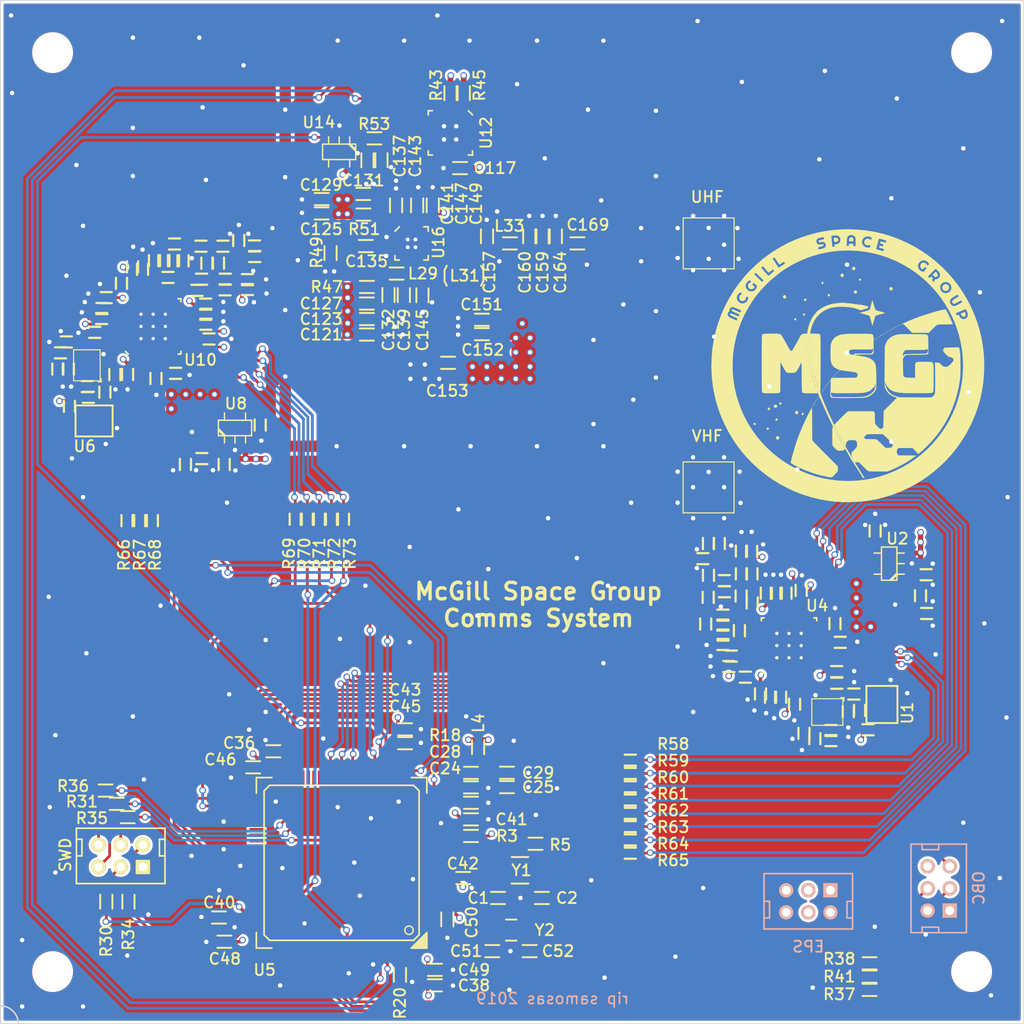
<source format=kicad_pcb>
(kicad_pcb (version 20171130) (host pcbnew "(5.1.6)-1")
  (title_block (title "UPSat COMMS") (date 2016-04-09) (rev 0.3))
  (layers (0 F.Cu signal) (1 In1.Cu signal) (2 In2.Cu signal) (31 B.Cu signal) (34 B.Paste user hide) (35 F.Paste user hide) (36 B.SilkS user) (37 F.SilkS user hide) (38 B.Mask user hide) (39 F.Mask user hide) (44 Edge.Cuts user hide))
  (net 0 "")
  (net 1 "Net-(C1-Pad2)")
  (net 2 "Net-(C2-Pad2)")
  (net 3 "Net-(C3-Pad1)")
  (net 4 GND)
  (net 5 +3V3)
  (net 6 VDD)
  (net 7 "Net-(C7-Pad1)")
  (net 8 "Net-(C8-Pad1)")
  (net 9 "Net-(C9-Pad1)")
  (net 10 "Net-(C9-Pad2)")
  (net 11 "Net-(C10-Pad2)")
  (net 12 "Net-(C11-Pad2)")
  (net 13 "Net-(C12-Pad2)")
  (net 14 "Net-(C20-Pad1)")
  (net 15 "Net-(C20-Pad2)")
  (net 16 "Net-(C21-Pad2)")
  (net 17 "Net-(C24-Pad1)")
  (net 18 "Net-(C25-Pad2)")
  (net 19 "Net-(C27-Pad2)")
  (net 20 "Net-(C31-Pad1)")
  (net 21 "Net-(C31-Pad2)")
  (net 22 "Net-(C32-Pad1)")
  (net 23 "Net-(C34-Pad1)")
  (net 24 "Net-(C35-Pad2)")
  (net 25 "Net-(C36-Pad1)")
  (net 26 "Net-(C37-Pad1)")
  (net 27 "Net-(C37-Pad2)")
  (net 28 "Net-(C39-Pad1)")
  (net 29 "Net-(C40-Pad1)")
  (net 30 "Net-(C44-Pad1)")
  (net 31 "Net-(C47-Pad1)")
  (net 32 "Net-(C51-Pad2)")
  (net 33 "Net-(C52-Pad2)")
  (net 34 "Net-(C53-Pad1)")
  (net 35 "Net-(C61-Pad1)")
  (net 36 "Net-(C62-Pad1)")
  (net 37 "Net-(C65-Pad1)")
  (net 38 "Net-(C65-Pad2)")
  (net 39 "Net-(C67-Pad2)")
  (net 40 "Net-(C69-Pad2)")
  (net 41 "Net-(C71-Pad2)")
  (net 42 "Net-(C87-Pad1)")
  (net 43 "Net-(C87-Pad2)")
  (net 44 "Net-(C89-Pad2)")
  (net 45 "Net-(C96-Pad2)")
  (net 46 "Net-(C101-Pad1)")
  (net 47 "Net-(C101-Pad2)")
  (net 48 "Net-(C103-Pad1)")
  (net 49 "Net-(C107-Pad1)")
  (net 50 "Net-(C109-Pad2)")
  (net 51 "Net-(C111-Pad1)")
  (net 52 "Net-(C111-Pad2)")
  (net 53 "Net-(C113-Pad1)")
  (net 54 "Net-(C115-Pad1)")
  (net 55 "Net-(C118-Pad1)")
  (net 56 "Net-(C132-Pad1)")
  (net 57 "Net-(C135-Pad1)")
  (net 58 "Net-(C139-Pad1)")
  (net 59 "Net-(C141-Pad1)")
  (net 60 "Net-(C145-Pad1)")
  (net 61 "Net-(C157-Pad2)")
  (net 62 "Net-(C159-Pad2)")
  (net 63 "Net-(P1-Pad2)")
  (net 64 "Net-(P1-Pad3)")
  (net 65 "Net-(P1-Pad4)")
  (net 66 "Net-(P1-Pad5)")
  (net 67 "Net-(P1-Pad6)")
  (net 68 "Net-(P2-Pad3)")
  (net 69 "Net-(P2-Pad4)")
  (net 70 "Net-(P2-Pad5)")
  (net 71 /NRST)
  (net 72 "Net-(R5-Pad1)")
  (net 73 "Net-(R17-Pad1)")
  (net 74 "Net-(R20-Pad1)")
  (net 75 /SWDIO)
  (net 76 /USART3_TX)
  (net 77 "Net-(R32-Pad1)")
  (net 78 /SWCLK)
  (net 79 /USART3_RX)
  (net 80 /COMMS_TO_OBC_TX)
  (net 81 /COMMS_TO_OBC_EN)
  (net 82 /COMMS_TO_OBC_RX)
  (net 83 /I2C1_SDA)
  (net 84 /I2C1_SCL)
  (net 85 "Net-(R51-Pad2)")
  (net 86 "Net-(R53-Pad1)")
  (net 87 /2RESET_N)
  (net 88 /2GPIO3)
  (net 89 /2GPIO2)
  (net 90 /SPI2_MOSI)
  (net 91 /SPI2_SCK)
  (net 92 /SPI2_MISO)
  (net 93 /2GPIO0)
  (net 94 /2CS_N)
  (net 95 /1GPIO3)
  (net 96 /1GPIO2)
  (net 97 /DAC_OUT2)
  (net 98 /SPI1_MISO)
  (net 99 /SPI1_MOSI)
  (net 100 /1GPIO0)
  (net 101 /1RESET_N)
  (net 102 /1CS_N)
  (net 103 /SPI1_SCK)
  (net 104 "Net-(R58-Pad2)")
  (net 105 "Net-(R59-Pad2)")
  (net 106 "Net-(R60-Pad2)")
  (net 107 "Net-(R61-Pad2)")
  (net 108 "Net-(R62-Pad2)")
  (net 109 "Net-(R63-Pad2)")
  (net 110 "Net-(R64-Pad2)")
  (net 111 "Net-(R65-Pad2)")
  (net 112 "Net-(R66-Pad2)")
  (net 113 "Net-(R67-Pad2)")
  (net 114 "Net-(R68-Pad2)")
  (net 115 "Net-(R69-Pad2)")
  (net 116 "Net-(R70-Pad2)")
  (net 117 "Net-(R71-Pad2)")
  (net 118 "Net-(R72-Pad2)")
  (net 119 "Net-(R73-Pad2)")
  (net 120 "Net-(C169-Pad1)")
  (net 121 "Net-(U1-Pad1)")
  (net 122 "Net-(U4-Pad16)")
  (net 123 "Net-(U5-Pad4)")
  (net 124 "Net-(U5-Pad5)")
  (net 125 "Net-(U5-Pad7)")
  (net 126 "Net-(U5-Pad1)")
  (net 127 "Net-(U5-Pad2)")
  (net 128 "Net-(U5-Pad3)")
  (net 129 "Net-(U5-Pad17)")
  (net 130 "Net-(U5-Pad18)")
  (net 131 "Net-(U5-Pad23)")
  (net 132 "Net-(U5-Pad24)")
  (net 133 "Net-(U5-Pad33)")
  (net 134 "Net-(U5-Pad34)")
  (net 135 "Net-(U5-Pad35)")
  (net 136 "Net-(U5-Pad37)")
  (net 137 "Net-(U5-Pad39)")
  (net 138 "Net-(U5-Pad55)")
  (net 139 "Net-(U5-Pad56)")
  (net 140 "Net-(U5-Pad41)")
  (net 141 "Net-(U5-Pad42)")
  (net 142 "Net-(U5-Pad43)")
  (net 143 "Net-(U5-Pad57)")
  (net 144 "Net-(U5-Pad58)")
  (net 145 "Net-(U5-Pad59)")
  (net 146 "Net-(U5-Pad15)")
  (net 147 "Net-(U5-Pad16)")
  (net 148 "Net-(U5-Pad29)")
  (net 149 "Net-(U5-Pad44)")
  (net 150 "Net-(U5-Pad45)")
  (net 151 "Net-(U5-Pad60)")
  (net 152 "Net-(U5-Pad61)")
  (net 153 "Net-(U5-Pad62)")
  (net 154 "Net-(U5-Pad63)")
  (net 155 "Net-(U5-Pad64)")
  (net 156 "Net-(U5-Pad65)")
  (net 157 "Net-(U5-Pad66)")
  (net 158 "Net-(U5-Pad68)")
  (net 159 "Net-(U5-Pad70)")
  (net 160 "Net-(U5-Pad71)")
  (net 161 "Net-(U5-Pad78)")
  (net 162 "Net-(U5-Pad79)")
  (net 163 "Net-(U5-Pad81)")
  (net 164 "Net-(U5-Pad82)")
  (net 165 "Net-(U5-Pad85)")
  (net 166 "Net-(U5-Pad86)")
  (net 167 "Net-(U5-Pad87)")
  (net 168 "Net-(U5-Pad88)")
  (net 169 "Net-(U5-Pad90)")
  (net 170 "Net-(U5-Pad91)")
  (net 171 "Net-(U5-Pad92)")
  (net 172 "Net-(U5-Pad93)")
  (net 173 "Net-(U5-Pad97)")
  (net 174 "Net-(U5-Pad98)")
  (net 175 "Net-(U6-Pad1)")
  (net 176 "Net-(U10-Pad16)")
  (net 177 "Net-(U12-Pad5)")
  (net 178 "Net-(U12-Pad6)")
  (net 179 "Net-(U12-Pad7)")
  (net 180 "Net-(U12-Pad8)")
  (net 181 "Net-(U12-Pad9)")
  (net 182 "Net-(U12-Pad10)")
  (net 183 "Net-(U12-Pad13)")
  (net 184 "Net-(U12-Pad14)")
  (net 185 "Net-(U12-Pad15)")
  (net 186 "Net-(U12-Pad16)")
  (net 187 "Net-(U16-Pad7)")
  (net 188 "Net-(U16-Pad13)")
  (module libs:msg (layer F.Cu) (at 179.07 87.63)
    (fp_text reference G*** hide)
    (fp_text value LOGO hide)
  )
  (module via:VIA-0.6mm (layer F.Cu) (at 158.8 82.1)
    (fp_text reference REF** hide)
    (fp_text value VIA-0.6mm hide)
    (pad 1 thru_hole circle (at 0 0) (size 0.6 0.6) (drill 0.4) (layers *.Cu) (net 4 GND))
  )
  (module via:VIA-0.6mm (layer F.Cu) (at 159.7 90.7)
    (fp_text reference REF** hide)
    (fp_text value VIA-0.6mm hide)
    (pad 1 thru_hole circle (at 0 0) (size 0.6 0.6) (drill 0.4) (layers *.Cu) (net 4 GND))
  )
  (module via:VIA-0.6mm (layer F.Cu) (at 156.1 92.9)
    (fp_text reference REF** hide)
    (fp_text value VIA-0.6mm hide)
    (pad 1 thru_hole circle (at 0 0) (size 0.6 0.6) (drill 0.4) (layers *.Cu) (net 4 GND))
  )
  (module via:VIA-0.6mm (layer F.Cu) (at 156.1 85.3)
    (fp_text reference REF** hide)
    (fp_text value VIA-0.6mm hide)
    (pad 1 thru_hole circle (at 0 0) (size 0.6 0.6) (drill 0.4) (layers *.Cu) (net 4 GND))
  )
  (module via:VIA-0.6mm (layer F.Cu) (at 155.5 78.5)
    (fp_text reference REF** hide)
    (fp_text value VIA-0.6mm hide)
    (pad 1 thru_hole circle (at 0 0) (size 0.6 0.6) (drill 0.4) (layers *.Cu) (net 4 GND))
  )
  (module via:VIA-0.6mm (layer F.Cu) (at 147.6 78.2)
    (fp_text reference REF** hide)
    (fp_text value VIA-0.6mm hide)
    (pad 1 thru_hole circle (at 0 0) (size 0.6 0.6) (drill 0.4) (layers *.Cu) (net 4 GND))
  )
  (module via:VIA-0.6mm (layer F.Cu) (at 147.4 73.7)
    (fp_text reference REF** hide)
    (fp_text value VIA-0.6mm hide)
    (pad 1 thru_hole circle (at 0 0) (size 0.6 0.6) (drill 0.4) (layers *.Cu) (net 4 GND))
  )
  (module via:VIA-0.6mm (layer F.Cu) (at 156.8 72.7)
    (fp_text reference REF** hide)
    (fp_text value VIA-0.6mm hide)
    (pad 1 thru_hole circle (at 0 0) (size 0.6 0.6) (drill 0.4) (layers *.Cu) (net 4 GND))
  )
  (module via:VIA-0.6mm (layer F.Cu) (at 155.6 64.5)
    (fp_text reference REF** hide)
    (fp_text value VIA-0.6mm hide)
    (pad 1 thru_hole circle (at 0 0) (size 0.6 0.6) (drill 0.4) (layers *.Cu) (net 4 GND))
  )
  (module via:VIA-0.6mm (layer F.Cu) (at 151.7 68.9)
    (fp_text reference REF** hide)
    (fp_text value VIA-0.6mm hide)
    (pad 1 thru_hole circle (at 0 0) (size 0.6 0.6) (drill 0.4) (layers *.Cu) (net 4 GND))
  )
  (module via:VIA-0.6mm (layer F.Cu) (at 149.2 62.2)
    (fp_text reference REF** hide)
    (fp_text value VIA-0.6mm hide)
    (pad 1 thru_hole circle (at 0 0) (size 0.6 0.6) (drill 0.4) (layers *.Cu) (net 4 GND))
  )
  (module via:VIA-0.6mm (layer F.Cu) (at 122.7 128.8)
    (fp_text reference REF** hide)
    (fp_text value VIA-0.6mm hide)
    (pad 1 thru_hole circle (at 0 0) (size 0.6 0.6) (drill 0.4) (layers *.Cu) (net 4 GND))
  )
  (module via:VIA-0.6mm (layer F.Cu) (at 124.2 132.8)
    (fp_text reference REF** hide)
    (fp_text value VIA-0.6mm hide)
    (pad 1 thru_hole circle (at 0 0) (size 0.6 0.6) (drill 0.4) (layers *.Cu) (net 4 GND))
  )
  (module via:VIA-0.6mm (layer F.Cu) (at 122.7 131.3)
    (fp_text reference REF** hide)
    (fp_text value VIA-0.6mm hide)
    (pad 1 thru_hole circle (at 0 0) (size 0.6 0.6) (drill 0.4) (layers *.Cu) (net 4 GND))
  )
  (module via:VIA-0.6mm (layer F.Cu) (at 142.6 67.2)
    (fp_text reference REF** hide)
    (fp_text value VIA-0.6mm hide)
    (pad 1 thru_hole circle (at 0 0) (size 0.6 0.6) (drill 0.4) (layers *.Cu) (net 4 GND))
  )
  (module via:VIA-0.6mm (layer F.Cu) (at 143.7 67.2)
    (fp_text reference REF** hide)
    (fp_text value VIA-0.6mm hide)
    (pad 1 thru_hole circle (at 0 0) (size 0.6 0.6) (drill 0.4) (layers *.Cu) (net 4 GND))
  )
  (module via:VIA-0.6mm (layer F.Cu) (at 143.7 66)
    (fp_text reference REF** hide)
    (fp_text value VIA-0.6mm hide)
    (pad 1 thru_hole circle (at 0 0) (size 0.6 0.6) (drill 0.4) (layers *.Cu) (net 4 GND))
  )
  (module via:VIA-0.6mm (layer F.Cu) (at 142.6 66)
    (fp_text reference REF** hide)
    (fp_text value VIA-0.6mm hide)
    (pad 1 thru_hole circle (at 0 0) (size 0.6 0.6) (drill 0.4) (layers *.Cu) (net 4 GND))
  )
  (module via:VIA-0.6mm (layer F.Cu) (at 127.8 143.6)
    (fp_text reference REF** hide)
    (fp_text value VIA-0.6mm hide)
    (pad 1 thru_hole circle (at 0 0) (size 0.6 0.6) (drill 0.4) (layers *.Cu) (net 4 GND))
  )
  (module via:VIA-0.6mm (layer F.Cu) (at 181.5 138.3)
    (fp_text reference REF** hide)
    (fp_text value VIA-0.6mm hide)
    (pad 1 thru_hole circle (at 0 0) (size 0.6 0.6) (drill 0.4) (layers *.Cu) (net 4 GND))
  )
  (module Mounting_Holes:MountingHole_3mm (layer F.Cu) (at 190.25 59.35)
    (fp_text reference REF** hide)
    (fp_text value MountingHole_3mm)
    (pad "" np_thru_hole circle (at 0 0) (size 3.2 3.2) (drill 3.2) (layers *.Cu *.Mask F.SilkS))
  )
  (module Mounting_Holes:MountingHole_3mm (layer F.Cu) (at 189.93 142.35)
    (fp_text reference REF** hide)
    (fp_text value MountingHole_3mm)
    (pad "" np_thru_hole circle (at 0.32 0) (size 3.2 3.2) (drill 3.2) (layers *.Cu *.Mask F.SilkS))
  )
  (module Mounting_Holes:MountingHole_3mm (layer F.Cu) (at 107.25 142.35)
    (fp_text reference REF** hide)
    (fp_text value MountingHole_3mm)
    (pad "" np_thru_hole circle (at 0 0) (size 3.2 3.2) (drill 3.2) (layers *.Cu *.Mask F.SilkS))
  )
  (module hrs-df11:hrs-df11-6dp-2dsa (layer B.Cu) (at 175.5 136)
    (fp_text reference EPS (at 0 4.1) (layer B.SilkS) (effects (font (thickness 0.17)) (justify mirror)))
    (fp_text value CONN_02X03)
    (pad 1 thru_hole rect (at 2 -1) (size 1.3 1.3) (drill 0.8) (layers *.Cu *.Mask B.SilkS) (net 4 GND))
    (pad 2 thru_hole circle (at 2 1) (size 1.3 1.3) (drill 0.8) (layers *.Cu *.Mask B.SilkS) (net 4 GND))
    (pad 3 thru_hole circle (at 0 -1) (size 1.3 1.3) (drill 0.8) (layers *.Cu *.Mask B.SilkS) (net 5 +3V3))
    (pad 4 thru_hole circle (at 0 1) (size 1.3 1.3) (drill 0.8) (layers *.Cu *.Mask B.SilkS) (net 5 +3V3))
    (pad 5 thru_hole circle (at -2 -1) (size 1.3 1.3) (drill 0.8) (layers *.Cu *.Mask B.SilkS) (net 4 GND))
    (pad 6 thru_hole circle (at -2 1) (size 1.3 1.3) (drill 0.8) (layers *.Cu *.Mask B.SilkS) (net 4 GND))
  )
  (module libs:CC1120DecCAP (layer F.Cu) (at 120.97238 93.715664)
    (fp_text reference C81 hide)
    (fp_text value 2.2uF hide)
    (pad 1 smd rect (at 0 -1.7) (size 1.1 1.1) (layers F.Cu F.Paste F.Mask) (net 6 VDD))
    (pad 2 smd rect (at 0 0.03) (size 1.1 1.1) (layers F.Cu F.Paste F.Mask) (net 4 GND))
  )
  (module hrs-df11:hrs-df11-6dp-2dsa (layer F.Cu) (at 113.4 131.9)
    (fp_text reference SWD (at -5 -0.1 90) (layer F.SilkS) (effects (font (thickness 0.17))))
    (fp_text value SWD)
    (pad 1 thru_hole rect (at 2 1) (size 1.3 1.3) (drill 0.8) (layers *.Cu *.Mask F.SilkS) (net 4 GND))
    (pad 2 thru_hole circle (at 2 -1) (size 1.3 1.3) (drill 0.8) (layers *.Cu *.Mask F.SilkS) (net 63 "Net-(P1-Pad2)"))
    (pad 3 thru_hole circle (at 0 1) (size 1.3 1.3) (drill 0.8) (layers *.Cu *.Mask F.SilkS) (net 64 "Net-(P1-Pad3)"))
    (pad 4 thru_hole circle (at 0 -1) (size 1.3 1.3) (drill 0.8) (layers *.Cu *.Mask F.SilkS) (net 65 "Net-(P1-Pad4)"))
    (pad 5 thru_hole circle (at -2 1) (size 1.3 1.3) (drill 0.8) (layers *.Cu *.Mask F.SilkS) (net 66 "Net-(P1-Pad5)"))
    (pad 6 thru_hole circle (at -2 -1) (size 1.3 1.3) (drill 0.8) (layers *.Cu *.Mask F.SilkS) (net 67 "Net-(P1-Pad6)"))
  )
  (module hrs-df11:hrs-df11-6dp-2dsa (layer B.Cu) (at 187.27762 134.834336 270)
    (fp_text reference OBC (at -0.034336 -3.62238 270) (layer B.SilkS) (effects (font (thickness 0.17)) (justify mirror)))
    (fp_text value OBC)
    (pad 1 thru_hole rect (at 2 -1 270) (size 1.3 1.3) (drill 0.8) (layers *.Cu *.Mask B.SilkS) (net 4 GND))
    (pad 2 thru_hole circle (at 2 1 270) (size 1.3 1.3) (drill 0.8) (layers *.Cu *.Mask B.SilkS) (net 4 GND))
    (pad 3 thru_hole circle (at 0 -1 270) (size 1.3 1.3) (drill 0.8) (layers *.Cu *.Mask B.SilkS) (net 68 "Net-(P2-Pad3)"))
    (pad 4 thru_hole circle (at 0 1 270) (size 1.3 1.3) (drill 0.8) (layers *.Cu *.Mask B.SilkS) (net 69 "Net-(P2-Pad4)"))
    (pad 5 thru_hole circle (at -2 -1 270) (size 1.3 1.3) (drill 0.8) (layers *.Cu *.Mask B.SilkS) (net 70 "Net-(P2-Pad5)"))
    (pad 6 thru_hole circle (at -2 1 270) (size 1.3 1.3) (drill 0.8) (layers *.Cu *.Mask B.SilkS))
  )
  (module ADT7420:ADT7420 (layer F.Cu) (at 143.175 66.6 270)
    (fp_text reference U12 (at 0 -3.225 270) (layer F.SilkS) (effects (font (thickness 0.17))))
    (fp_text value ADT7420)
    (pad 1 smd rect (at -1.9 -0.975) (size 0.3 0.72) (layers F.Cu F.Paste F.Mask) (net 84 /I2C1_SCL))
    (pad 2 smd rect (at -1.9 -0.325) (size 0.3 0.72) (layers F.Cu F.Paste F.Mask) (net 83 /I2C1_SDA))
    (pad 3 smd rect (at -1.9 0.325) (size 0.3 0.72) (layers F.Cu F.Paste F.Mask) (net 4 GND))
    (pad 4 smd rect (at -1.9 0.975) (size 0.3 0.72) (layers F.Cu F.Paste F.Mask) (net 4 GND))
    (pad 5 smd rect (at -0.975 1.9 270) (size 0.3 0.72) (layers F.Cu F.Paste F.Mask) (net 177 "Net-(U12-Pad5)"))
    (pad 6 smd rect (at -0.325 1.9 270) (size 0.3 0.72) (layers F.Cu F.Paste F.Mask) (net 178 "Net-(U12-Pad6)"))
    (pad 7 smd rect (at 0.325 1.9 270) (size 0.3 0.72) (layers F.Cu F.Paste F.Mask) (net 179 "Net-(U12-Pad7)"))
    (pad 8 smd rect (at 0.975 1.9 270) (size 0.3 0.72) (layers F.Cu F.Paste F.Mask) (net 180 "Net-(U12-Pad8)"))
    (pad 9 smd rect (at 1.9 0.975) (size 0.3 0.72) (layers F.Cu F.Paste F.Mask) (net 181 "Net-(U12-Pad9)"))
    (pad 10 smd rect (at 1.9 0.325) (size 0.3 0.72) (layers F.Cu F.Paste F.Mask) (net 182 "Net-(U12-Pad10)"))
    (pad 11 smd rect (at 1.9 -0.325) (size 0.3 0.72) (layers F.Cu F.Paste F.Mask) (net 4 GND))
    (pad 12 smd rect (at 1.9 -0.975) (size 0.3 0.72) (layers F.Cu F.Paste F.Mask) (net 5 +3V3))
    (pad 13 smd rect (at 0.975 -1.9 270) (size 0.3 0.72) (layers F.Cu F.Paste F.Mask) (net 183 "Net-(U12-Pad13)"))
    (pad 14 smd rect (at 0.325 -1.9 270) (size 0.3 0.72) (layers F.Cu F.Paste F.Mask) (net 184 "Net-(U12-Pad14)"))
    (pad 15 smd rect (at -0.325 -1.9 270) (size 0.3 0.72) (layers F.Cu F.Paste F.Mask) (net 185 "Net-(U12-Pad15)"))
    (pad 16 smd rect (at -0.975 -1.9 270) (size 0.3 0.72) (layers F.Cu F.Paste F.Mask) (net 186 "Net-(U12-Pad16)"))
    (pad 17 smd rect (at 0 0 270) (size 2.5 2.5) (layers F.Cu F.Paste F.Mask) (net 4 GND))
  )
  (module STM32F407VGT6:TQFP-100 (layer F.Cu) (at 133.35088 132.52588 90)
    (fp_text reference U5 (at -9.67412 -6.95088 180) (layer F.SilkS) (effects (font (thickness 0.17))))
    (fp_text value STM32F407VG hide)
    (pad 4 smd rect (at -4.50088 7.67588 90) (size 0.29972 1.30048) (layers F.Cu F.Paste F.Mask) (net 123 "Net-(U5-Pad4)"))
    (pad 5 smd rect (at -4.0005 7.67588 90) (size 0.29972 1.30048) (layers F.Cu F.Paste F.Mask) (net 124 "Net-(U5-Pad5)"))
    (pad 6 smd rect (at -3.50012 7.67588 90) (size 0.29972 1.30048) (layers F.Cu F.Paste F.Mask) (net 5 +3V3))
    (pad 7 smd rect (at -2.99974 7.67588 90) (size 0.29972 1.30048) (layers F.Cu F.Paste F.Mask) (net 125 "Net-(U5-Pad7)"))
    (pad 8 smd rect (at -2.49936 7.67588 90) (size 0.29972 1.30048) (layers F.Cu F.Paste F.Mask) (net 32 "Net-(C51-Pad2)"))
    (pad 1 smd rect (at -5.99948 7.67588 90) (size 0.29972 1.30048) (layers F.Cu F.Paste F.Mask) (net 126 "Net-(U5-Pad1)"))
    (pad 2 smd rect (at -5.4991 7.67588 90) (size 0.29972 1.30048) (layers F.Cu F.Paste F.Mask) (net 127 "Net-(U5-Pad2)"))
    (pad 3 smd rect (at -5.00126 7.67588 90) (size 0.29972 1.30048) (layers F.Cu F.Paste F.Mask) (net 128 "Net-(U5-Pad3)"))
    (pad 17 smd rect (at 1.99898 7.67588 90) (size 0.29972 1.30048) (layers F.Cu F.Paste F.Mask) (net 129 "Net-(U5-Pad17)"))
    (pad 18 smd rect (at 2.49936 7.67588 90) (size 0.29972 1.30048) (layers F.Cu F.Paste F.Mask) (net 130 "Net-(U5-Pad18)"))
    (pad 19 smd rect (at 2.99974 7.67588 90) (size 0.29972 1.30048) (layers F.Cu F.Paste F.Mask) (net 5 +3V3))
    (pad 20 smd rect (at 3.50012 7.67588 90) (size 0.29972 1.30048) (layers F.Cu F.Paste F.Mask) (net 4 GND))
    (pad 21 smd rect (at 4.0005 7.67588 90) (size 0.29972 1.30048) (layers F.Cu F.Paste F.Mask) (net 17 "Net-(C24-Pad1)"))
    (pad 22 smd rect (at 4.50088 7.67588 90) (size 0.29972 1.30048) (layers F.Cu F.Paste F.Mask) (net 18 "Net-(C25-Pad2)"))
    (pad 23 smd rect (at 5.00126 7.67588 90) (size 0.29972 1.30048) (layers F.Cu F.Paste F.Mask) (net 131 "Net-(U5-Pad23)"))
    (pad 24 smd rect (at 5.4991 7.67588 90) (size 0.29972 1.30048) (layers F.Cu F.Paste F.Mask) (net 132 "Net-(U5-Pad24)"))
    (pad 33 smd rect (at 7.67588 2.49936 90) (size 1.30048 0.29972) (layers F.Cu F.Paste F.Mask) (net 133 "Net-(U5-Pad33)"))
    (pad 34 smd rect (at 7.67588 1.99898 90) (size 1.30048 0.29972) (layers F.Cu F.Paste F.Mask) (net 134 "Net-(U5-Pad34)"))
    (pad 35 smd rect (at 7.67588 1.50114 90) (size 1.30048 0.29972) (layers F.Cu F.Paste F.Mask) (net 135 "Net-(U5-Pad35)"))
    (pad 36 smd rect (at 7.67588 1.00076 90) (size 1.30048 0.29972) (layers F.Cu F.Paste F.Mask) (net 87 /2RESET_N))
    (pad 37 smd rect (at 7.67588 0.50038 90) (size 1.30048 0.29972) (layers F.Cu F.Paste F.Mask) (net 136 "Net-(U5-Pad37)"))
    (pad 38 smd rect (at 7.67588 0 90) (size 1.30048 0.29972) (layers F.Cu F.Paste F.Mask) (net 88 /2GPIO3))
    (pad 39 smd rect (at 7.67588 -0.50038 90) (size 1.30048 0.29972) (layers F.Cu F.Paste F.Mask) (net 137 "Net-(U5-Pad39)"))
    (pad 40 smd rect (at 7.67588 -1.00076 90) (size 1.30048 0.29972) (layers F.Cu F.Paste F.Mask) (net 89 /2GPIO2))
    (pad 49 smd rect (at 7.67588 -5.4991 90) (size 1.30048 0.29972) (layers F.Cu F.Paste F.Mask) (net 25 "Net-(C36-Pad1)"))
    (pad 50 smd rect (at 7.67588 -5.99948 90) (size 1.30048 0.29972) (layers F.Cu F.Paste F.Mask) (net 5 +3V3))
    (pad 51 smd rect (at 5.99948 -7.67588 90) (size 0.29972 1.30048) (layers F.Cu F.Paste F.Mask) (net 93 /2GPIO0))
    (pad 52 smd rect (at 5.4991 -7.67588 90) (size 0.29972 1.30048) (layers F.Cu F.Paste F.Mask) (net 91 /SPI2_SCK))
    (pad 53 smd rect (at 5.00126 -7.67588 90) (size 0.29972 1.30048) (layers F.Cu F.Paste F.Mask) (net 92 /SPI2_MISO))
    (pad 54 smd rect (at 4.50088 -7.67588 90) (size 0.29972 1.30048) (layers F.Cu F.Paste F.Mask) (net 90 /SPI2_MOSI))
    (pad 55 smd rect (at 4.0005 -7.67588 90) (size 0.29972 1.30048) (layers F.Cu F.Paste F.Mask) (net 138 "Net-(U5-Pad55)"))
    (pad 56 smd rect (at 3.50012 -7.67588 90) (size 0.29972 1.30048) (layers F.Cu F.Paste F.Mask) (net 139 "Net-(U5-Pad56)"))
    (pad 9 smd rect (at -1.99898 7.67588 90) (size 0.29972 1.30048) (layers F.Cu F.Paste F.Mask) (net 33 "Net-(C52-Pad2)"))
    (pad 10 smd rect (at -1.50114 7.67588 90) (size 0.29972 1.30048) (layers F.Cu F.Paste F.Mask) (net 4 GND))
    (pad 11 smd rect (at -1.00076 7.67588 90) (size 0.29972 1.30048) (layers F.Cu F.Paste F.Mask) (net 5 +3V3))
    (pad 25 smd rect (at 5.99948 7.67588 90) (size 0.29972 1.30048) (layers F.Cu F.Paste F.Mask) (net 95 /1GPIO3))
    (pad 26 smd rect (at 7.67588 5.99948 90) (size 1.30048 0.29972) (layers F.Cu F.Paste F.Mask) (net 96 /1GPIO2))
    (pad 27 smd rect (at 7.67588 5.4991 90) (size 1.30048 0.29972) (layers F.Cu F.Paste F.Mask) (net 4 GND))
    (pad 41 smd rect (at 7.67588 -1.50114 90) (size 1.30048 0.29972) (layers F.Cu F.Paste F.Mask) (net 140 "Net-(U5-Pad41)"))
    (pad 42 smd rect (at 7.67588 -1.99898 90) (size 1.30048 0.29972) (layers F.Cu F.Paste F.Mask) (net 141 "Net-(U5-Pad42)"))
    (pad 43 smd rect (at 7.67588 -2.49936 90) (size 1.30048 0.29972) (layers F.Cu F.Paste F.Mask) (net 142 "Net-(U5-Pad43)"))
    (pad 57 smd rect (at 2.99974 -7.67588 90) (size 0.29972 1.30048) (layers F.Cu F.Paste F.Mask) (net 143 "Net-(U5-Pad57)"))
    (pad 58 smd rect (at 2.49936 -7.67588 90) (size 0.29972 1.30048) (layers F.Cu F.Paste F.Mask) (net 144 "Net-(U5-Pad58)"))
    (pad 59 smd rect (at 1.99898 -7.67588 90) (size 0.29972 1.30048) (layers F.Cu F.Paste F.Mask) (net 145 "Net-(U5-Pad59)"))
    (pad 12 smd rect (at -0.50038 7.67588 90) (size 0.29972 1.30048) (layers F.Cu F.Paste F.Mask) (net 1 "Net-(C1-Pad2)"))
    (pad 13 smd rect (at 0 7.67588 90) (size 0.29972 1.30048) (layers F.Cu F.Paste F.Mask) (net 72 "Net-(R5-Pad1)"))
    (pad 14 smd rect (at 0.50038 7.67588 90) (size 0.29972 1.30048) (layers F.Cu F.Paste F.Mask) (net 71 /NRST))
    (pad 15 smd rect (at 1.00076 7.67588 90) (size 0.29972 1.30048) (layers F.Cu F.Paste F.Mask) (net 146 "Net-(U5-Pad15)"))
    (pad 16 smd rect (at 1.50114 7.67588 90) (size 0.29972 1.30048) (layers F.Cu F.Paste F.Mask) (net 147 "Net-(U5-Pad16)"))
    (pad 28 smd rect (at 7.67588 5.00126 90) (size 1.30048 0.29972) (layers F.Cu F.Paste F.Mask) (net 5 +3V3))
    (pad 29 smd rect (at 7.67588 4.50088 90) (size 1.30048 0.29972) (layers F.Cu F.Paste F.Mask) (net 148 "Net-(U5-Pad29)"))
    (pad 30 smd rect (at 7.67588 4.0005 90) (size 1.30048 0.29972) (layers F.Cu F.Paste F.Mask) (net 97 /DAC_OUT2))
    (pad 31 smd rect (at 7.67588 3.50012 90) (size 1.30048 0.29972) (layers F.Cu F.Paste F.Mask) (net 98 /SPI1_MISO))
    (pad 32 smd rect (at 7.67588 2.99974 90) (size 1.30048 0.29972) (layers F.Cu F.Paste F.Mask) (net 99 /SPI1_MOSI))
    (pad 44 smd rect (at 7.67588 -2.99974 90) (size 1.30048 0.29972) (layers F.Cu F.Paste F.Mask) (net 149 "Net-(U5-Pad44)"))
    (pad 45 smd rect (at 7.67588 -3.50012 90) (size 1.30048 0.29972) (layers F.Cu F.Paste F.Mask) (net 150 "Net-(U5-Pad45)"))
    (pad 46 smd rect (at 7.67588 -4.0005 90) (size 1.30048 0.29972) (layers F.Cu F.Paste F.Mask) (net 94 /2CS_N))
    (pad 47 smd rect (at 7.67588 -4.50088 90) (size 1.30048 0.29972) (layers F.Cu F.Paste F.Mask) (net 76 /USART3_TX))
    (pad 48 smd rect (at 7.67588 -5.00126 90) (size 1.30048 0.29972) (layers F.Cu F.Paste F.Mask) (net 79 /USART3_RX))
    (pad 60 smd rect (at 1.50114 -7.67588 90) (size 0.29972 1.30048) (layers F.Cu F.Paste F.Mask) (net 151 "Net-(U5-Pad60)"))
    (pad 61 smd rect (at 1.00076 -7.67588 90) (size 0.29972 1.30048) (layers F.Cu F.Paste F.Mask) (net 152 "Net-(U5-Pad61)"))
    (pad 62 smd rect (at 0.50038 -7.67588 90) (size 0.29972 1.30048) (layers F.Cu F.Paste F.Mask) (net 153 "Net-(U5-Pad62)"))
    (pad 63 smd rect (at 0 -7.67588 90) (size 0.29972 1.30048) (layers F.Cu F.Paste F.Mask) (net 154 "Net-(U5-Pad63)"))
    (pad 64 smd rect (at -0.50038 -7.67588 90) (size 0.29972 1.30048) (layers F.Cu F.Paste F.Mask) (net 155 "Net-(U5-Pad64)"))
    (pad 65 smd rect (at -1.00076 -7.67588 90) (size 0.29972 1.30048) (layers F.Cu F.Paste F.Mask) (net 156 "Net-(U5-Pad65)"))
    (pad 66 smd rect (at -1.50114 -7.67588 90) (size 0.29972 1.30048) (layers F.Cu F.Paste F.Mask) (net 157 "Net-(U5-Pad66)"))
    (pad 67 smd rect (at -1.99898 -7.67588 90) (size 0.29972 1.30048) (layers F.Cu F.Paste F.Mask) (net 100 /1GPIO0))
    (pad 68 smd rect (at -2.49936 -7.67588 90) (size 0.29972 1.30048) (layers F.Cu F.Paste F.Mask) (net 158 "Net-(U5-Pad68)"))
    (pad 69 smd rect (at -2.99974 -7.67588 90) (size 0.29972 1.30048) (layers F.Cu F.Paste F.Mask) (net 101 /1RESET_N))
    (pad 70 smd rect (at -3.50012 -7.67588 90) (size 0.29972 1.30048) (layers F.Cu F.Paste F.Mask) (net 159 "Net-(U5-Pad70)"))
    (pad 71 smd rect (at -4.0005 -7.67588 90) (size 0.29972 1.30048) (layers F.Cu F.Paste F.Mask) (net 160 "Net-(U5-Pad71)"))
    (pad 72 smd rect (at -4.50088 -7.67588 90) (size 0.29972 1.30048) (layers F.Cu F.Paste F.Mask) (net 75 /SWDIO))
    (pad 73 smd rect (at -5.00126 -7.67588 90) (size 0.29972 1.30048) (layers F.Cu F.Paste F.Mask) (net 29 "Net-(C40-Pad1)"))
    (pad 74 smd rect (at -5.4991 -7.67588 90) (size 0.29972 1.30048) (layers F.Cu F.Paste F.Mask) (net 4 GND))
    (pad 75 smd rect (at -5.99948 -7.67588 90) (size 0.29972 1.30048) (layers F.Cu F.Paste F.Mask) (net 5 +3V3))
    (pad 76 smd rect (at -7.67588 -5.99948 90) (size 1.30048 0.29972) (layers F.Cu F.Paste F.Mask) (net 78 /SWCLK))
    (pad 77 smd rect (at -7.67588 -5.4991 90) (size 1.30048 0.29972) (layers F.Cu F.Paste F.Mask) (net 102 /1CS_N))
    (pad 78 smd rect (at -7.67588 -5.00126 90) (size 1.30048 0.29972) (layers F.Cu F.Paste F.Mask) (net 161 "Net-(U5-Pad78)"))
    (pad 79 smd rect (at -7.67588 -4.50088 90) (size 1.30048 0.29972) (layers F.Cu F.Paste F.Mask) (net 162 "Net-(U5-Pad79)"))
    (pad 80 smd rect (at -7.67588 -4.0005 90) (size 1.30048 0.29972) (layers F.Cu F.Paste F.Mask) (net 80 /COMMS_TO_OBC_TX))
    (pad 81 smd rect (at -7.67588 -3.50012 90) (size 1.30048 0.29972) (layers F.Cu F.Paste F.Mask) (net 163 "Net-(U5-Pad81)"))
    (pad 82 smd rect (at -7.67588 -2.99974 90) (size 1.30048 0.29972) (layers F.Cu F.Paste F.Mask) (net 164 "Net-(U5-Pad82)"))
    (pad 83 smd rect (at -7.67588 -2.49936 90) (size 1.30048 0.29972) (layers F.Cu F.Paste F.Mask) (net 82 /COMMS_TO_OBC_RX))
    (pad 84 smd rect (at -7.67588 -1.99898 90) (size 1.30048 0.29972) (layers F.Cu F.Paste F.Mask) (net 81 /COMMS_TO_OBC_EN))
    (pad 85 smd rect (at -7.67588 -1.50114 90) (size 1.30048 0.29972) (layers F.Cu F.Paste F.Mask) (net 165 "Net-(U5-Pad85)"))
    (pad 86 smd rect (at -7.67588 -1.00076 90) (size 1.30048 0.29972) (layers F.Cu F.Paste F.Mask) (net 166 "Net-(U5-Pad86)"))
    (pad 87 smd rect (at -7.67588 -0.50038 90) (size 1.30048 0.29972) (layers F.Cu F.Paste F.Mask) (net 167 "Net-(U5-Pad87)"))
    (pad 88 smd rect (at -7.67588 0 90) (size 1.30048 0.29972) (layers F.Cu F.Paste F.Mask) (net 168 "Net-(U5-Pad88)"))
    (pad 89 smd rect (at -7.67588 0.50038 90) (size 1.30048 0.29972) (layers F.Cu F.Paste F.Mask) (net 103 /SPI1_SCK))
    (pad 90 smd rect (at -7.67588 1.00076 90) (size 1.30048 0.29972) (layers F.Cu F.Paste F.Mask) (net 169 "Net-(U5-Pad90)"))
    (pad 91 smd rect (at -7.67588 1.50114 90) (size 1.30048 0.29972) (layers F.Cu F.Paste F.Mask) (net 170 "Net-(U5-Pad91)"))
    (pad 92 smd rect (at -7.67588 1.99898 90) (size 1.30048 0.29972) (layers F.Cu F.Paste F.Mask) (net 171 "Net-(U5-Pad92)"))
    (pad 93 smd rect (at -7.67588 2.49936 90) (size 1.30048 0.29972) (layers F.Cu F.Paste F.Mask) (net 172 "Net-(U5-Pad93)"))
    (pad 94 smd rect (at -7.67588 2.99974 90) (size 1.30048 0.29972) (layers F.Cu F.Paste F.Mask) (net 4 GND))
    (pad 95 smd rect (at -7.67588 3.50012 90) (size 1.30048 0.29972) (layers F.Cu F.Paste F.Mask) (net 84 /I2C1_SCL))
    (pad 96 smd rect (at -7.67588 4.0005 90) (size 1.30048 0.29972) (layers F.Cu F.Paste F.Mask) (net 83 /I2C1_SDA))
    (pad 97 smd rect (at -7.67588 4.50088 90) (size 1.30048 0.29972) (layers F.Cu F.Paste F.Mask) (net 173 "Net-(U5-Pad97)"))
    (pad 98 smd rect (at -7.67588 5.00126 90) (size 1.30048 0.29972) (layers F.Cu F.Paste F.Mask) (net 174 "Net-(U5-Pad98)"))
    (pad 99 smd rect (at -7.67588 5.4991 90) (size 1.30048 0.29972) (layers F.Cu F.Paste F.Mask) (net 74 "Net-(R20-Pad1)"))
    (pad 100 smd rect (at -7.67588 5.99948 90) (size 1.30048 0.29972) (layers F.Cu F.Paste F.Mask) (net 5 +3V3))
  )
  (module Mounting_Holes:MountingHole_3mm (layer F.Cu) (at 107.25 59.35)
    (fp_text reference REF** hide)
    (fp_text value MountingHole_3mm)
    (pad "" np_thru_hole circle (at 0 0) (size 3.2 3.2) (drill 3.2) (layers *.Cu *.Mask F.SilkS))
  )
  (module BMI-S-x06:BMI-S-x06 (layer F.Cu) (at 145 76.585)
    (fp_text reference RFSHIELD1 hide)
    (fp_text value TEST_1P)
    (pad 1 smd rect (at -16.74 15.955) (size 1 5.72) (layers F.Cu F.Paste F.Mask) (net 4 GND))
    (pad 1 smd rect (at -16.74 9.005) (size 1 3.8) (layers F.Cu F.Paste F.Mask) (net 4 GND))
    (pad 1 smd rect (at -16.74 2.995) (size 1 3.8) (layers F.Cu F.Paste F.Mask) (net 4 GND))
    (pad 1 smd rect (at -16.74 -2.995) (size 1 3.8) (layers F.Cu F.Paste F.Mask) (net 4 GND))
    (pad 1 smd rect (at -16.74 -8.995) (size 1 3.8) (layers F.Cu F.Paste F.Mask) (net 4 GND))
    (pad 1 smd rect (at 16.74 9.005) (size 1 3.8) (layers F.Cu F.Paste F.Mask) (net 4 GND))
    (pad 1 smd rect (at 16.74 2.995) (size 1 3.8) (layers F.Cu F.Paste F.Mask) (net 4 GND))
    (pad 1 smd rect (at 16.74 -2.995) (size 1 3.8) (layers F.Cu F.Paste F.Mask) (net 4 GND))
    (pad 1 smd rect (at 16.74 -8.995) (size 1 3.8) (layers F.Cu F.Paste F.Mask) (net 4 GND))
    (pad 1 smd rect (at 16.74 15.955) (size 1 5.72) (layers F.Cu F.Paste F.Mask) (net 4 GND))
    (pad 1 smd rect (at 16.74 -15.96) (size 1 5.72) (layers F.Cu F.Paste F.Mask) (net 4 GND))
    (pad 1 smd rect (at -16.74 -15.96) (size 1 5.72) (layers F.Cu F.Paste F.Mask) (net 4 GND))
    (pad 1 smd rect (at -9 18.315) (size 3.8 1) (layers F.Cu F.Paste F.Mask) (net 4 GND))
    (pad 1 smd rect (at -3 18.315) (size 3.8 1) (layers F.Cu F.Paste F.Mask) (net 4 GND))
    (pad 1 smd rect (at 3 18.315) (size 3.8 1) (layers F.Cu F.Paste F.Mask) (net 4 GND))
    (pad 1 smd rect (at 9 18.315) (size 3.8 1) (layers F.Cu F.Paste F.Mask) (net 4 GND))
    (pad 1 smd rect (at -9 -18.315) (size 3.8 1) (layers F.Cu F.Paste F.Mask) (net 4 GND))
    (pad 1 smd rect (at -3 -18.315) (size 3.8 1) (layers F.Cu F.Paste F.Mask) (net 4 GND))
    (pad 1 smd rect (at 3 -18.315) (size 3.8 1) (layers F.Cu F.Paste F.Mask) (net 4 GND))
    (pad 1 smd rect (at 9 -18.315) (size 3.8 1) (layers F.Cu F.Paste F.Mask) (net 4 GND))
    (pad 1 smd rect (at -15.17 -18.32) (size 4.14 1) (layers F.Cu F.Paste F.Mask) (net 4 GND))
    (pad 1 smd rect (at 15.17 -18.32) (size 4.14 1) (layers F.Cu F.Paste F.Mask) (net 4 GND))
    (pad 1 smd rect (at -15.17 18.315) (size 4.14 1) (layers F.Cu F.Paste F.Mask) (net 4 GND))
    (pad 1 smd rect (at 15.17 18.315) (size 4.14 1) (layers F.Cu F.Paste F.Mask) (net 4 GND))
  )
  (module via:VIA-0.6mm (layer F.Cu) (at 191 81)
    (fp_text reference REF** hide)
    (fp_text value VIA-0.6mm hide)
    (pad 1 thru_hole circle (at 0 0) (size 0.6 0.6) (drill 0.4) (layers *.Cu) (net 4 GND))
  )
  (module via:VIA-0.6mm (layer F.Cu) (at 189.5 68)
    (fp_text reference REF** hide)
    (fp_text value VIA-0.6mm hide)
    (pad 1 thru_hole circle (at 0 0) (size 0.6 0.6) (drill 0.4) (layers *.Cu) (net 4 GND))
  )
  (module via:VIA-0.6mm (layer F.Cu) (at 193 56.5)
    (fp_text reference REF** hide)
    (fp_text value VIA-0.6mm hide)
    (pad 1 thru_hole circle (at 0 0) (size 0.6 0.6) (drill 0.4) (layers *.Cu) (net 4 GND))
  )
  (module via:VIA-0.6mm (layer F.Cu) (at 177 61)
    (fp_text reference REF** hide)
    (fp_text value VIA-0.6mm hide)
    (pad 1 thru_hole circle (at 0 0) (size 0.6 0.6) (drill 0.4) (layers *.Cu) (net 4 GND))
  )
  (module via:VIA-0.6mm (layer F.Cu) (at 125 120.5)
    (fp_text reference REF** hide)
    (fp_text value VIA-0.6mm hide)
    (pad 1 thru_hole circle (at 0 0) (size 0.6 0.6) (drill 0.4) (layers *.Cu) (net 4 GND))
  )
  (module via:VIA-0.6mm (layer F.Cu) (at 126.5 112.4)
    (fp_text reference REF** hide)
    (fp_text value VIA-0.6mm hide)
    (pad 1 thru_hole circle (at 0 0) (size 0.6 0.6) (drill 0.4) (layers *.Cu) (net 4 GND))
  )
  (module via:VIA-0.6mm (layer F.Cu) (at 117 109.3)
    (fp_text reference REF** hide)
    (fp_text value VIA-0.6mm hide)
    (pad 1 thru_hole circle (at 0 0) (size 0.6 0.6) (drill 0.4) (layers *.Cu) (net 4 GND))
  )
  (module via:VIA-0.6mm (layer F.Cu) (at 183.5 63.5)
    (fp_text reference REF** hide)
    (fp_text value VIA-0.6mm hide)
    (pad 1 thru_hole circle (at 0 0) (size 0.6 0.6) (drill 0.4) (layers *.Cu) (net 4 GND))
  )
  (module via:VIA-0.6mm (layer F.Cu) (at 165.5 56.5)
    (fp_text reference REF** hide)
    (fp_text value VIA-0.6mm hide)
    (pad 1 thru_hole circle (at 0 0) (size 0.6 0.6) (drill 0.4) (layers *.Cu) (net 4 GND))
  )
  (module via:VIA-0.6mm (layer F.Cu) (at 176.5 69)
    (fp_text reference REF** hide)
    (fp_text value VIA-0.6mm hide)
    (pad 1 thru_hole circle (at 0 0) (size 0.6 0.6) (drill 0.4) (layers *.Cu) (net 4 GND))
  )
  (module via:VIA-0.6mm (layer F.Cu) (at 138.5 127)
    (fp_text reference REF** hide)
    (fp_text value VIA-0.6mm hide)
    (pad 1 thru_hole circle (at 0 0) (size 0.6 0.6) (drill 0.4) (layers *.Cu) (net 4 GND))
  )
  (module via:VIA-0.6mm (layer F.Cu) (at 127.4 127)
    (fp_text reference REF** hide)
    (fp_text value VIA-0.6mm hide)
    (pad 1 thru_hole circle (at 0 0) (size 0.6 0.6) (drill 0.4) (layers *.Cu) (net 4 GND))
  )
  (module via:VIA-0.6mm (layer F.Cu) (at 133 127.5)
    (fp_text reference REF** hide)
    (fp_text value VIA-0.6mm hide)
    (pad 1 thru_hole circle (at 0 0) (size 0.6 0.6) (drill 0.4) (layers *.Cu) (net 4 GND))
  )
  (module via:VIA-0.6mm (layer F.Cu) (at 183 72.5)
    (fp_text reference REF** hide)
    (fp_text value VIA-0.6mm hide)
    (pad 1 thru_hole circle (at 0 0) (size 0.6 0.6) (drill 0.4) (layers *.Cu) (net 4 GND))
  )
  (module via:VIA-0.6mm (layer F.Cu) (at 169.5 62)
    (fp_text reference REF** hide)
    (fp_text value VIA-0.6mm hide)
    (pad 1 thru_hole circle (at 0 0) (size 0.6 0.6) (drill 0.4) (layers *.Cu) (net 4 GND))
  )
  (module via:VIA-0.6mm (layer F.Cu) (at 136 128.5)
    (fp_text reference REF** hide)
    (fp_text value VIA-0.6mm hide)
    (pad 1 thru_hole circle (at 0 0) (size 0.6 0.6) (drill 0.4) (layers *.Cu) (net 4 GND))
  )
  (module via:VIA-0.6mm (layer F.Cu) (at 134.5 132.5)
    (fp_text reference REF** hide)
    (fp_text value VIA-0.6mm hide)
    (pad 1 thru_hole circle (at 0 0) (size 0.6 0.6) (drill 0.4) (layers *.Cu) (net 4 GND))
  )
  (module via:VIA-0.6mm (layer F.Cu) (at 106.9 108.5)
    (fp_text reference REF** hide)
    (fp_text value VIA-0.6mm hide)
    (pad 1 thru_hole circle (at 0 0) (size 0.6 0.6) (drill 0.4) (layers *.Cu) (net 4 GND))
  )
  (module via:VIA-0.6mm (layer F.Cu) (at 190 90)
    (fp_text reference REF** hide)
    (fp_text value VIA-0.6mm hide)
    (pad 1 thru_hole circle (at 0 0) (size 0.6 0.6) (drill 0.4) (layers *.Cu) (net 4 GND))
  )
  (module via:VIA-0.6mm (layer F.Cu) (at 128 133)
    (fp_text reference REF** hide)
    (fp_text value VIA-0.6mm hide)
    (pad 1 thru_hole circle (at 0 0) (size 0.6 0.6) (drill 0.4) (layers *.Cu) (net 4 GND))
  )
  (module via:VIA-0.6mm (layer F.Cu) (at 110.3 113.6)
    (fp_text reference REF** hide)
    (fp_text value VIA-0.6mm hide)
    (pad 1 thru_hole circle (at 0 0) (size 0.6 0.6) (drill 0.4) (layers *.Cu) (net 4 GND))
  )
  (module via:VIA-0.6mm (layer F.Cu) (at 107.5 121)
    (fp_text reference REF** hide)
    (fp_text value VIA-0.6mm hide)
    (pad 1 thru_hole circle (at 0 0) (size 0.6 0.6) (drill 0.4) (layers *.Cu) (net 4 GND))
  )
  (module via:VIA-0.6mm (layer F.Cu) (at 172 89.5)
    (fp_text reference REF** hide)
    (fp_text value VIA-0.6mm hide)
    (pad 1 thru_hole circle (at 0 0) (size 0.6 0.6) (drill 0.4) (layers *.Cu) (net 4 GND))
  )
  (module via:VIA-0.6mm (layer F.Cu) (at 142 56)
    (fp_text reference REF** hide)
    (fp_text value VIA-0.6mm hide)
    (pad 1 thru_hole circle (at 0 0) (size 0.6 0.6) (drill 0.4) (layers *.Cu) (net 4 GND))
  )
  (module via:VIA-0.6mm (layer F.Cu) (at 121.1 70.85)
    (fp_text reference REF** hide)
    (fp_text value VIA-0.6mm hide)
    (pad 1 thru_hole circle (at 0 0) (size 0.6 0.6) (drill 0.4) (layers *.Cu) (net 4 GND))
  )
  (module via:VIA-0.6mm (layer F.Cu) (at 135 135.5)
    (fp_text reference REF** hide)
    (fp_text value VIA-0.6mm hide)
    (pad 1 thru_hole circle (at 0 0) (size 0.6 0.6) (drill 0.4) (layers *.Cu) (net 4 GND))
  )
  (module via:VIA-0.6mm (layer F.Cu) (at 114.5 119.3)
    (fp_text reference REF** hide)
    (fp_text value VIA-0.6mm hide)
    (pad 1 thru_hole circle (at 0 0) (size 0.6 0.6) (drill 0.4) (layers *.Cu) (net 4 GND))
  )
  (module via:VIA-0.6mm (layer F.Cu) (at 107 127.5)
    (fp_text reference REF** hide)
    (fp_text value VIA-0.6mm hide)
    (pad 1 thru_hole circle (at 0 0) (size 0.6 0.6) (drill 0.4) (layers *.Cu) (net 4 GND))
  )
  (module via:VIA-0.6mm (layer F.Cu) (at 179 86.5)
    (fp_text reference REF** hide)
    (fp_text value VIA-0.6mm hide)
    (pad 1 thru_hole circle (at 0 0) (size 0.6 0.6) (drill 0.4) (layers *.Cu) (net 4 GND))
  )
  (module via:VIA-0.6mm (layer F.Cu) (at 167 85)
    (fp_text reference REF** hide)
    (fp_text value VIA-0.6mm hide)
    (pad 1 thru_hole circle (at 0 0) (size 0.6 0.6) (drill 0.4) (layers *.Cu) (net 4 GND))
  )
  (module via:VIA-0.6mm (layer F.Cu) (at 139.5 104)
    (fp_text reference REF** hide)
    (fp_text value VIA-0.6mm hide)
    (pad 1 thru_hole circle (at 0 0) (size 0.6 0.6) (drill 0.4) (layers *.Cu) (net 4 GND))
  )
  (module via:VIA-0.6mm (layer F.Cu) (at 108.5 79.5)
    (fp_text reference REF** hide)
    (fp_text value VIA-0.6mm hide)
    (pad 1 thru_hole circle (at 0 0) (size 0.6 0.6) (drill 0.4) (layers *.Cu) (net 4 GND))
  )
  (module via:VIA-0.6mm (layer F.Cu) (at 109 96)
    (fp_text reference REF** hide)
    (fp_text value VIA-0.6mm hide)
    (pad 1 thru_hole circle (at 0 0) (size 0.6 0.6) (drill 0.4) (layers *.Cu) (net 4 GND))
  )
  (module via:VIA-0.6mm (layer F.Cu) (at 135.5 107.5)
    (fp_text reference REF** hide)
    (fp_text value VIA-0.6mm hide)
    (pad 1 thru_hole circle (at 0 0) (size 0.6 0.6) (drill 0.4) (layers *.Cu) (net 4 GND))
  )
  (module via:VIA-0.6mm (layer F.Cu) (at 133.2 112.3)
    (fp_text reference REF** hide)
    (fp_text value VIA-0.6mm hide)
    (pad 1 thru_hole circle (at 0 0) (size 0.6 0.6) (drill 0.4) (layers *.Cu) (net 4 GND))
  )
  (module via:VIA-0.6mm (layer F.Cu) (at 130 138)
    (fp_text reference REF** hide)
    (fp_text value VIA-0.6mm hide)
    (pad 1 thru_hole circle (at 0 0) (size 0.6 0.6) (drill 0.4) (layers *.Cu) (net 4 GND))
  )
  (module via:VIA-0.6mm (layer F.Cu) (at 115.5 125)
    (fp_text reference REF** hide)
    (fp_text value VIA-0.6mm hide)
    (pad 1 thru_hole circle (at 0 0) (size 0.6 0.6) (drill 0.4) (layers *.Cu) (net 4 GND))
  )
  (module via:VIA-0.6mm (layer F.Cu) (at 107.5 133.4)
    (fp_text reference REF** hide)
    (fp_text value VIA-0.6mm hide)
    (pad 1 thru_hole circle (at 0 0) (size 0.6 0.6) (drill 0.4) (layers *.Cu) (net 4 GND))
  )
  (module via:VIA-0.6mm (layer F.Cu) (at 179 78.5)
    (fp_text reference REF** hide)
    (fp_text value VIA-0.6mm hide)
    (pad 1 thru_hole circle (at 0 0) (size 0.6 0.6) (drill 0.4) (layers *.Cu) (net 4 GND))
  )
  (module via:VIA-0.6mm (layer F.Cu) (at 193.5 99.5)
    (fp_text reference REF** hide)
    (fp_text value VIA-0.6mm hide)
    (pad 1 thru_hole circle (at 0 0) (size 0.6 0.6) (drill 0.4) (layers *.Cu) (net 4 GND))
  )
  (module via:VIA-0.6mm (layer F.Cu) (at 110 75)
    (fp_text reference REF** hide)
    (fp_text value VIA-0.6mm hide)
    (pad 1 thru_hole circle (at 0 0) (size 0.6 0.6) (drill 0.4) (layers *.Cu) (net 4 GND))
  )
  (module via:VIA-0.6mm (layer F.Cu) (at 123 100)
    (fp_text reference REF** hide)
    (fp_text value VIA-0.6mm hide)
    (pad 1 thru_hole circle (at 0 0) (size 0.6 0.6) (drill 0.4) (layers *.Cu) (net 4 GND))
  )
  (module via:VIA-0.6mm (layer F.Cu) (at 110 99.5)
    (fp_text reference REF** hide)
    (fp_text value VIA-0.6mm hide)
    (pad 1 thru_hole circle (at 0 0) (size 0.6 0.6) (drill 0.4) (layers *.Cu) (net 4 GND))
  )
  (module via:VIA-0.6mm (layer F.Cu) (at 139.5 112.6)
    (fp_text reference REF** hide)
    (fp_text value VIA-0.6mm hide)
    (pad 1 thru_hole circle (at 0 0) (size 0.6 0.6) (drill 0.4) (layers *.Cu) (net 4 GND))
  )
  (module via:VIA-0.6mm (layer F.Cu) (at 126.5 118.9)
    (fp_text reference REF** hide)
    (fp_text value VIA-0.6mm hide)
    (pad 1 thru_hole circle (at 0 0) (size 0.6 0.6) (drill 0.4) (layers *.Cu) (net 4 GND))
  )
  (module via:VIA-0.6mm (layer F.Cu) (at 174.5 97)
    (fp_text reference REF** hide)
    (fp_text value VIA-0.6mm hide)
    (pad 1 thru_hole circle (at 0 0) (size 0.6 0.6) (drill 0.4) (layers *.Cu) (net 4 GND))
  )
  (module via:VIA-0.6mm (layer F.Cu) (at 154.6 105)
    (fp_text reference REF** hide)
    (fp_text value VIA-0.6mm hide)
    (pad 1 thru_hole circle (at 0 0) (size 0.6 0.6) (drill 0.4) (layers *.Cu) (net 4 GND))
  )
  (module via:VIA-0.6mm (layer F.Cu) (at 152 101.4)
    (fp_text reference REF** hide)
    (fp_text value VIA-0.6mm hide)
    (pad 1 thru_hole circle (at 0 0) (size 0.6 0.6) (drill 0.4) (layers *.Cu) (net 4 GND))
  )
  (module via:VIA-0.6mm (layer F.Cu) (at 145.6 110.2)
    (fp_text reference REF** hide)
    (fp_text value VIA-0.6mm hide)
    (pad 1 thru_hole circle (at 0 0) (size 0.6 0.6) (drill 0.4) (layers *.Cu) (net 4 GND))
  )
  (module via:VIA-0.6mm (layer F.Cu) (at 146.6 106)
    (fp_text reference REF** hide)
    (fp_text value VIA-0.6mm hide)
    (pad 1 thru_hole circle (at 0 0) (size 0.6 0.6) (drill 0.4) (layers *.Cu) (net 4 GND))
  )
  (module via:VIA-0.6mm (layer F.Cu) (at 163.7 113)
    (fp_text reference REF** hide)
    (fp_text value VIA-0.6mm hide)
    (pad 1 thru_hole circle (at 0 0) (size 0.6 0.6) (drill 0.4) (layers *.Cu) (net 4 GND))
  )
  (module via:VIA-0.6mm (layer F.Cu) (at 150.9 128.2)
    (fp_text reference REF** hide)
    (fp_text value VIA-0.6mm hide)
    (pad 1 thru_hole circle (at 0 0) (size 0.6 0.6) (drill 0.4) (layers *.Cu) (net 4 GND))
  )
  (module via:VIA-0.6mm (layer F.Cu) (at 159.5 100)
    (fp_text reference REF** hide)
    (fp_text value VIA-0.6mm hide)
    (pad 1 thru_hole circle (at 0 0) (size 0.6 0.6) (drill 0.4) (layers *.Cu) (net 4 GND))
  )
  (module via:VIA-0.6mm (layer F.Cu) (at 189.5 128.9)
    (fp_text reference REF** hide)
    (fp_text value VIA-0.6mm hide)
    (pad 1 thru_hole circle (at 0 0) (size 0.6 0.6) (drill 0.4) (layers *.Cu) (net 4 GND))
  )
  (module via:VIA-0.6mm (layer F.Cu) (at 192.8 133.9)
    (fp_text reference REF** hide)
    (fp_text value VIA-0.6mm hide)
    (pad 1 thru_hole circle (at 0 0) (size 0.6 0.6) (drill 0.4) (layers *.Cu) (net 4 GND))
  )
  (module via:VIA-0.6mm (layer F.Cu) (at 166 134.8)
    (fp_text reference REF** hide)
    (fp_text value VIA-0.6mm hide)
    (pad 1 thru_hole circle (at 0 0) (size 0.6 0.6) (drill 0.4) (layers *.Cu) (net 4 GND))
  )
  (module via:VIA-0.6mm (layer F.Cu) (at 143.9 100.6)
    (fp_text reference REF** hide)
    (fp_text value VIA-0.6mm hide)
    (pad 1 thru_hole circle (at 0 0) (size 0.6 0.6) (drill 0.4) (layers *.Cu) (net 4 GND))
  )
  (module via:VIA-0.6mm (layer F.Cu) (at 157.4 107.5)
    (fp_text reference REF** hide)
    (fp_text value VIA-0.6mm hide)
    (pad 1 thru_hole circle (at 0 0) (size 0.6 0.6) (drill 0.4) (layers *.Cu) (net 4 GND))
  )
  (module via:VIA-0.6mm (layer F.Cu) (at 148.9 121.5)
    (fp_text reference REF** hide)
    (fp_text value VIA-0.6mm hide)
    (pad 1 thru_hole circle (at 0 0) (size 0.6 0.6) (drill 0.4) (layers *.Cu) (net 4 GND))
  )
  (module via:VIA-0.6mm (layer F.Cu) (at 152.8 125.8)
    (fp_text reference REF** hide)
    (fp_text value VIA-0.6mm hide)
    (pad 1 thru_hole circle (at 0 0) (size 0.6 0.6) (drill 0.4) (layers *.Cu) (net 4 GND))
  )
  (module via:VIA-0.6mm (layer F.Cu) (at 183 94.5)
    (fp_text reference REF** hide)
    (fp_text value VIA-0.6mm hide)
    (pad 1 thru_hole circle (at 0 0) (size 0.6 0.6) (drill 0.4) (layers *.Cu) (net 4 GND))
  )
  (module via:VIA-0.6mm (layer F.Cu) (at 191.4 110.9)
    (fp_text reference REF** hide)
    (fp_text value VIA-0.6mm hide)
    (pad 1 thru_hole circle (at 0 0) (size 0.6 0.6) (drill 0.4) (layers *.Cu) (net 4 GND))
  )
  (module via:VIA-0.6mm (layer F.Cu) (at 187 113.7)
    (fp_text reference REF** hide)
    (fp_text value VIA-0.6mm hide)
    (pad 1 thru_hole circle (at 0 0) (size 0.6 0.6) (drill 0.4) (layers *.Cu) (net 4 GND))
  )
  (module via:VIA-0.6mm (layer F.Cu) (at 193.4 119.4)
    (fp_text reference REF** hide)
    (fp_text value VIA-0.6mm hide)
    (pad 1 thru_hole circle (at 0 0) (size 0.6 0.6) (drill 0.4) (layers *.Cu) (net 4 GND))
  )
  (module via:VIA-0.6mm (layer F.Cu) (at 186.1 139)
    (fp_text reference REF** hide)
    (fp_text value VIA-0.6mm hide)
    (pad 1 thru_hole circle (at 0 0) (size 0.6 0.6) (drill 0.4) (layers *.Cu) (net 4 GND))
  )
  (module via:VIA-0.6mm (layer F.Cu) (at 157 114.5)
    (fp_text reference REF** hide)
    (fp_text value VIA-0.6mm hide)
    (pad 1 thru_hole circle (at 0 0) (size 0.6 0.6) (drill 0.4) (layers *.Cu) (net 4 GND))
  )
  (module via:VIA-0.6mm (layer F.Cu) (at 165.1 118.9)
    (fp_text reference REF** hide)
    (fp_text value VIA-0.6mm hide)
    (pad 1 thru_hole circle (at 0 0) (size 0.6 0.6) (drill 0.4) (layers *.Cu) (net 4 GND))
  )
  (module via:VIA-0.6mm (layer F.Cu) (at 144.6 119.3)
    (fp_text reference REF** hide)
    (fp_text value VIA-0.6mm hide)
    (pad 1 thru_hole circle (at 0 0) (size 0.6 0.6) (drill 0.4) (layers *.Cu) (net 4 GND))
  )
  (module via:VIA-0.6mm (layer F.Cu) (at 155.9 134.1)
    (fp_text reference REF** hide)
    (fp_text value VIA-0.6mm hide)
    (pad 1 thru_hole circle (at 0 0) (size 0.6 0.6) (drill 0.4) (layers *.Cu) (net 4 GND))
  )
  (module via:VIA-0.6mm (layer F.Cu) (at 157.1 142.9)
    (fp_text reference REF** hide)
    (fp_text value VIA-0.6mm hide)
    (pad 1 thru_hole circle (at 0 0) (size 0.6 0.6) (drill 0.4) (layers *.Cu) (net 4 GND))
  )
  (module via:VIA-0.6mm (layer F.Cu) (at 163.5 141)
    (fp_text reference REF** hide)
    (fp_text value VIA-0.6mm hide)
    (pad 1 thru_hole circle (at 0 0) (size 0.6 0.6) (drill 0.4) (layers *.Cu) (net 4 GND))
  )
  (module via:VIA-0.6mm (layer F.Cu) (at 175.9 143.8)
    (fp_text reference REF** hide)
    (fp_text value VIA-0.6mm hide)
    (pad 1 thru_hole circle (at 0 0) (size 0.6 0.6) (drill 0.4) (layers *.Cu) (net 4 GND))
  )
  (module via:VIA-0.6mm (layer F.Cu) (at 192 144.5)
    (fp_text reference REF** hide)
    (fp_text value VIA-0.6mm hide)
    (pad 1 thru_hole circle (at 0 0) (size 0.6 0.6) (drill 0.4) (layers *.Cu) (net 4 GND))
  )
  (module via:VIA-0.6mm (layer F.Cu) (at 148.5 144)
    (fp_text reference REF** hide)
    (fp_text value VIA-0.6mm hide)
    (pad 1 thru_hole circle (at 0 0) (size 0.6 0.6) (drill 0.4) (layers *.Cu) (net 4 GND))
  )
  (module via:VIA-0.6mm (layer F.Cu) (at 104.5 145.5)
    (fp_text reference REF** hide)
    (fp_text value VIA-0.6mm hide)
    (pad 1 thru_hole circle (at 0 0) (size 0.6 0.6) (drill 0.4) (layers *.Cu) (net 4 GND))
  )
  (module via:VIA-0.6mm (layer F.Cu) (at 114 140.9)
    (fp_text reference REF** hide)
    (fp_text value VIA-0.6mm hide)
    (pad 1 thru_hole circle (at 0 0) (size 0.6 0.6) (drill 0.4) (layers *.Cu) (net 4 GND))
  )
  (module via:VIA-0.6mm (layer F.Cu) (at 104.5 139.5)
    (fp_text reference REF** hide)
    (fp_text value VIA-0.6mm hide)
    (pad 1 thru_hole circle (at 0 0) (size 0.6 0.6) (drill 0.4) (layers *.Cu) (net 4 GND))
  )
  (module via:VIA-0.6mm (layer F.Cu) (at 110 145.5)
    (fp_text reference REF** hide)
    (fp_text value VIA-0.6mm hide)
    (pad 1 thru_hole circle (at 0 0) (size 0.6 0.6) (drill 0.4) (layers *.Cu) (net 4 GND))
  )
  (module via:VIA-0.6mm (layer F.Cu) (at 134 142.5)
    (fp_text reference REF** hide)
    (fp_text value VIA-0.6mm hide)
    (pad 1 thru_hole circle (at 0 0) (size 0.6 0.6) (drill 0.4) (layers *.Cu) (net 4 GND))
  )
  (module via:VIA-0.6mm (layer F.Cu) (at 114.5 70.5)
    (fp_text reference REF** hide)
    (fp_text value VIA-0.6mm hide)
    (pad 1 thru_hole circle (at 0 0) (size 0.6 0.6) (drill 0.4) (layers *.Cu) (net 4 GND))
  )
  (module via:VIA-0.6mm (layer F.Cu) (at 103.6 63)
    (fp_text reference REF** hide)
    (fp_text value VIA-0.6mm hide)
    (pad 1 thru_hole circle (at 0 0) (size 0.6 0.6) (drill 0.4) (layers *.Cu) (net 4 GND))
  )
  (module via:VIA-0.6mm (layer F.Cu) (at 109.4 69.5)
    (fp_text reference REF** hide)
    (fp_text value VIA-0.6mm hide)
    (pad 1 thru_hole circle (at 0 0) (size 0.6 0.6) (drill 0.4) (layers *.Cu) (net 4 GND))
  )
  (module via:VIA-0.6mm (layer F.Cu) (at 120.8 64.3)
    (fp_text reference REF** hide)
    (fp_text value VIA-0.6mm hide)
    (pad 1 thru_hole circle (at 0 0) (size 0.6 0.6) (drill 0.4) (layers *.Cu) (net 4 GND))
  )
  (module via:VIA-0.6mm (layer F.Cu) (at 120.5 58)
    (fp_text reference REF** hide)
    (fp_text value VIA-0.6mm hide)
    (pad 1 thru_hole circle (at 0 0) (size 0.6 0.6) (drill 0.4) (layers *.Cu) (net 4 GND))
  )
  (module via:VIA-0.6mm (layer F.Cu) (at 103.5 56)
    (fp_text reference REF** hide)
    (fp_text value VIA-0.6mm hide)
    (pad 1 thru_hole circle (at 0 0) (size 0.6 0.6) (drill 0.4) (layers *.Cu) (net 4 GND))
  )
  (module via:VIA-0.6mm (layer F.Cu) (at 114.5 58)
    (fp_text reference REF** hide)
    (fp_text value VIA-0.6mm hide)
    (pad 1 thru_hole circle (at 0 0) (size 0.6 0.6) (drill 0.4) (layers *.Cu) (net 4 GND))
  )
  (module via:VIA-0.6mm (layer F.Cu) (at 124.5 60.5)
    (fp_text reference REF** hide)
    (fp_text value VIA-0.6mm hide)
    (pad 1 thru_hole circle (at 0 0) (size 0.6 0.6) (drill 0.4) (layers *.Cu) (net 4 GND))
  )
  (module via:VIA-0.6mm (layer F.Cu) (at 114.5 66.15)
    (fp_text reference REF** hide)
    (fp_text value VIA-0.6mm hide)
    (pad 1 thru_hole circle (at 0 0) (size 0.6 0.6) (drill 0.4) (layers *.Cu) (net 4 GND))
  )
  (module via:VIA-0.6mm (layer F.Cu) (at 119.8 131.9)
    (fp_text reference REF** hide)
    (fp_text value VIA-0.6mm hide)
    (pad 1 thru_hole circle (at 0 0) (size 0.6 0.6) (drill 0.4) (layers *.Cu) (net 4 GND))
  )
  (module via:VIA-0.6mm (layer F.Cu) (at 122.3 135)
    (fp_text reference REF** hide)
    (fp_text value VIA-0.6mm hide)
    (pad 1 thru_hole circle (at 0 0) (size 0.6 0.6) (drill 0.4) (layers *.Cu) (net 4 GND))
  )
  (module via:VIA-0.6mm (layer F.Cu) (at 131.7 121.3)
    (fp_text reference REF** hide)
    (fp_text value VIA-0.6mm hide)
    (pad 1 thru_hole circle (at 0 0) (size 0.6 0.6) (drill 0.4) (layers *.Cu) (net 4 GND))
  )
  (module via:VIA-0.6mm (layer F.Cu) (at 123.2 117.3)
    (fp_text reference REF** hide)
    (fp_text value VIA-0.6mm hide)
    (pad 1 thru_hole circle (at 0 0) (size 0.6 0.6) (drill 0.4) (layers *.Cu) (net 4 GND))
  )
  (module via:VIA-0.6mm (layer F.Cu) (at 115.9 137.2)
    (fp_text reference REF** hide)
    (fp_text value VIA-0.6mm hide)
    (pad 1 thru_hole circle (at 0 0) (size 0.6 0.6) (drill 0.4) (layers *.Cu) (net 4 GND))
  )
  (module comms_upsat:mmcx_conn (layer F.Cu) (at 166.494769 98.620741)
    (fp_text reference VHF (at -0.124769 -4.640741) (layer F.SilkS) (effects (font (thickness 0.17))))
    (fp_text value SMA hide)
    (pad 1 connect circle (at 0 0) (size 1.15 1.15) (layers F.Cu F.Mask) (net 31 "Net-(C47-Pad1)"))
    (pad 2 connect trapezoid (at 1.4 1.4) (size 1.1 1.1) (layers F.Cu F.Mask) (net 4 GND))
    (pad 3 connect trapezoid (at -1.4 1.4) (size 1.1 1.1) (layers F.Cu F.Mask) (net 4 GND))
    (pad 4 connect trapezoid (at -1.4 -1.4) (size 1.1 1.1) (layers F.Cu F.Mask) (net 4 GND))
    (pad 5 connect trapezoid (at 1.4 -1.4) (size 1.1 1.1) (layers F.Cu F.Mask) (net 4 GND))
  )
  (module comms_upsat:mmcx_conn (layer F.Cu) (at 166.5 76.58)
    (fp_text reference UHF (at -0.13 -4.19) (layer F.SilkS) (effects (font (thickness 0.17))))
    (fp_text value SMA hide)
    (pad 1 connect circle (at 0 0) (size 1.15 1.15) (layers F.Cu F.Mask) (net 120 "Net-(C169-Pad1)"))
    (pad 2 connect trapezoid (at 1.4 1.4) (size 1.1 1.1) (layers F.Cu F.Mask) (net 4 GND))
    (pad 3 connect trapezoid (at -1.4 1.4) (size 1.1 1.1) (layers F.Cu F.Mask) (net 4 GND))
    (pad 4 connect trapezoid (at -1.4 -1.4) (size 1.1 1.1) (layers F.Cu F.Mask) (net 4 GND))
    (pad 5 connect trapezoid (at 1.4 -1.4) (size 1.1 1.1) (layers F.Cu F.Mask) (net 4 GND))
  )
  (module libs:crystal_fa128 (layer F.Cu) (at 177.219692 118.905988 180)
    (fp_text reference U3 hide)
    (fp_text value FA_128_ hide)
    (pad 1 smd rect (at -0.7239 0.5715 180) (size 0.94996 0.84836) (layers F.Cu F.Paste F.Mask) (net 11 "Net-(C10-Pad2)"))
    (pad 3 smd rect (at 0.7239 -0.5715 180) (size 0.94996 0.84836) (layers F.Cu F.Paste F.Mask) (net 12 "Net-(C11-Pad2)"))
    (pad 2 smd rect (at 0.7239 0.5715 180) (size 0.94996 0.84836) (layers F.Cu F.Paste F.Mask) (net 4 GND))
    (pad 4 smd rect (at -0.7239 -0.5715 180) (size 0.94996 0.84836) (layers F.Cu F.Paste F.Mask) (net 4 GND))
  )
  (module libs:crystal_fa128 (layer F.Cu) (at 110.34388 87.591764 90)
    (fp_text reference U18 hide)
    (fp_text value FA_128_ hide)
    (pad 1 smd rect (at -0.7239 0.5715 90) (size 0.94996 0.84836) (layers F.Cu F.Paste F.Mask) (net 39 "Net-(C67-Pad2)"))
    (pad 3 smd rect (at 0.7239 -0.5715 90) (size 0.94996 0.84836) (layers F.Cu F.Paste F.Mask) (net 40 "Net-(C69-Pad2)"))
    (pad 2 smd rect (at 0.7239 0.5715 90) (size 0.94996 0.84836) (layers F.Cu F.Paste F.Mask) (net 4 GND))
    (pad 4 smd rect (at -0.7239 -0.5715 90) (size 0.94996 0.84836) (layers F.Cu F.Paste F.Mask) (net 4 GND))
  )
  (module cc1120:cc1120 (layer F.Cu) (at 116.33476 84.081328 90)
    (fp_text reference U10 (at -3.018672 4.26524 180) (layer F.SilkS) (effects (font (thickness 0.17))))
    (fp_text value CC1120)
    (pad 1 smd rect (at -2.5 -1.75 180) (size 0.28 0.85) (layers F.Cu F.Paste F.Mask) (net 6 VDD))
    (pad 2 smd rect (at -2.5 -1.25 180) (size 0.28 0.85) (layers F.Cu F.Paste F.Mask) (net 112 "Net-(R66-Pad2)"))
    (pad 3 smd rect (at -2.5 -0.75 180) (size 0.28 0.85) (layers F.Cu F.Paste F.Mask) (net 113 "Net-(R67-Pad2)"))
    (pad 4 smd rect (at -2.5 -0.25 180) (size 0.28 0.85) (layers F.Cu F.Paste F.Mask) (net 114 "Net-(R68-Pad2)"))
    (pad 5 smd rect (at -2.5 0.25 180) (size 0.28 0.85) (layers F.Cu F.Paste F.Mask) (net 6 VDD))
    (pad 6 smd rect (at -2.5 0.75 180) (size 0.28 0.85) (layers F.Cu F.Paste F.Mask) (net 35 "Net-(C61-Pad1)"))
    (pad 7 smd rect (at -2.5 1.25 180) (size 0.28 0.85) (layers F.Cu F.Paste F.Mask) (net 115 "Net-(R69-Pad2)"))
    (pad 8 smd rect (at -2.5 1.75 180) (size 0.28 0.85) (layers F.Cu F.Paste F.Mask) (net 116 "Net-(R70-Pad2)"))
    (pad 9 smd rect (at -1.75 2.5 90) (size 0.28 0.85) (layers F.Cu F.Paste F.Mask) (net 117 "Net-(R71-Pad2)"))
    (pad 10 smd rect (at -1.25 2.5 90) (size 0.28 0.85) (layers F.Cu F.Paste F.Mask) (net 118 "Net-(R72-Pad2)"))
    (pad 11 smd rect (at -0.75 2.5 90) (size 0.28 0.85) (layers F.Cu F.Paste F.Mask) (net 119 "Net-(R73-Pad2)"))
    (pad 12 smd rect (at -0.25 2.5 90) (size 0.28 0.85) (layers F.Cu F.Paste F.Mask) (net 6 VDD))
    (pad 13 smd rect (at 0.25 2.5 90) (size 0.28 0.85) (layers F.Cu F.Paste F.Mask) (net 6 VDD))
    (pad 14 smd rect (at 0.75 2.5 90) (size 0.28 0.85) (layers F.Cu F.Paste F.Mask) (net 77 "Net-(R32-Pad1)"))
    (pad 15 smd rect (at 1.25 2.5 90) (size 0.28 0.85) (layers F.Cu F.Paste F.Mask) (net 6 VDD))
    (pad 16 smd rect (at 1.75 2.5 90) (size 0.28 0.85) (layers F.Cu F.Paste F.Mask) (net 176 "Net-(U10-Pad16)"))
    (pad 17 smd rect (at 2.5 1.75 180) (size 0.28 0.85) (layers F.Cu F.Paste F.Mask) (net 47 "Net-(C101-Pad2)"))
    (pad 18 smd rect (at 2.5 1.25 180) (size 0.28 0.85) (layers F.Cu F.Paste F.Mask) (net 53 "Net-(C113-Pad1)"))
    (pad 19 smd rect (at 2.5 0.75 180) (size 0.28 0.85) (layers F.Cu F.Paste F.Mask) (net 52 "Net-(C111-Pad2)"))
    (pad 20 smd rect (at 2.5 0.25 180) (size 0.28 0.85) (layers F.Cu F.Paste F.Mask) (net 50 "Net-(C109-Pad2)"))
    (pad 21 smd rect (at 2.5 -0.25 180) (size 0.28 0.85) (layers F.Cu F.Paste F.Mask) (net 45 "Net-(C96-Pad2)"))
    (pad 22 smd rect (at 2.5 -0.75 180) (size 0.28 0.85) (layers F.Cu F.Paste F.Mask) (net 6 VDD))
    (pad 23 smd rect (at 2.5 -1.25 180) (size 0.28 0.85) (layers F.Cu F.Paste F.Mask) (net 42 "Net-(C87-Pad1)"))
    (pad 24 smd rect (at 2.5 -1.75 180) (size 0.28 0.85) (layers F.Cu F.Paste F.Mask) (net 43 "Net-(C87-Pad2)"))
    (pad 25 smd rect (at 1.75 -2.5 90) (size 0.28 0.85) (layers F.Cu F.Paste F.Mask) (net 6 VDD))
    (pad 26 smd rect (at 1.25 -2.5 90) (size 0.28 0.85) (layers F.Cu F.Paste F.Mask) (net 44 "Net-(C89-Pad2)"))
    (pad 27 smd rect (at 0.75 -2.5 90) (size 0.28 0.85) (layers F.Cu F.Paste F.Mask) (net 6 VDD))
    (pad 28 smd rect (at 0.25 -2.5 90) (size 0.28 0.85) (layers F.Cu F.Paste F.Mask) (net 6 VDD))
    (pad 29 smd rect (at -0.25 -2.5 90) (size 0.28 0.85) (layers F.Cu F.Paste F.Mask) (net 41 "Net-(C71-Pad2)"))
    (pad 30 smd rect (at -0.75 -2.5 90) (size 0.28 0.85) (layers F.Cu F.Paste F.Mask) (net 40 "Net-(C69-Pad2)"))
    (pad 31 smd rect (at -1.25 -2.5 90) (size 0.28 0.85) (layers F.Cu F.Paste F.Mask) (net 39 "Net-(C67-Pad2)"))
    (pad 32 smd rect (at -1.75 -2.5 90) (size 0.28 0.85) (layers F.Cu F.Paste F.Mask) (net 37 "Net-(C65-Pad1)"))
    (pad 33 thru_hole circle (at -1.1 -1.1 90) (size 0.6 0.6) (drill 0.3) (layers *.Cu *.Mask) (net 4 GND))
    (pad 33 thru_hole circle (at -1.1 0 90) (size 0.6 0.6) (drill 0.3) (layers *.Cu *.Mask) (net 4 GND))
    (pad 33 thru_hole circle (at -1.1 1.1 90) (size 0.6 0.6) (drill 0.3) (layers *.Cu *.Mask) (net 4 GND))
    (pad 33 thru_hole circle (at 0 -1.1 90) (size 0.6 0.6) (drill 0.3) (layers *.Cu *.Mask) (net 4 GND))
    (pad 33 thru_hole circle (at 0 0 90) (size 0.6 0.6) (drill 0.3) (layers *.Cu *.Mask) (net 4 GND))
    (pad 33 thru_hole circle (at 0 1.1 90) (size 0.6 0.6) (drill 0.3) (layers *.Cu *.Mask) (net 4 GND))
    (pad 33 thru_hole circle (at 1.1 -1.1 90) (size 0.6 0.6) (drill 0.3) (layers *.Cu *.Mask) (net 4 GND))
    (pad 33 thru_hole circle (at 1.1 0 90) (size 0.6 0.6) (drill 0.3) (layers *.Cu *.Mask) (net 4 GND))
    (pad 33 thru_hole circle (at 1.1 1.1 90) (size 0.6 0.6) (drill 0.3) (layers *.Cu *.Mask) (net 4 GND))
    (pad 33 smd rect (at 0 0 90) (size 3.45 3.45) (layers F.Cu F.Paste F.Mask) (net 4 GND))
  )
  (module cc1120:cc1120 (layer F.Cu) (at 173.759692 112.905988 180)
    (fp_text reference U4 (at -2.540308 3.605988 180) (layer F.SilkS) (effects (font (thickness 0.17))))
    (fp_text value CC1120)
    (pad 1 smd rect (at -2.5 -1.75 270) (size 0.28 0.85) (layers F.Cu F.Paste F.Mask) (net 6 VDD))
    (pad 2 smd rect (at -2.5 -1.25 270) (size 0.28 0.85) (layers F.Cu F.Paste F.Mask) (net 104 "Net-(R58-Pad2)"))
    (pad 3 smd rect (at -2.5 -0.75 270) (size 0.28 0.85) (layers F.Cu F.Paste F.Mask) (net 105 "Net-(R59-Pad2)"))
    (pad 4 smd rect (at -2.5 -0.25 270) (size 0.28 0.85) (layers F.Cu F.Paste F.Mask) (net 106 "Net-(R60-Pad2)"))
    (pad 5 smd rect (at -2.5 0.25 270) (size 0.28 0.85) (layers F.Cu F.Paste F.Mask) (net 6 VDD))
    (pad 6 smd rect (at -2.5 0.75 270) (size 0.28 0.85) (layers F.Cu F.Paste F.Mask) (net 7 "Net-(C7-Pad1)"))
    (pad 7 smd rect (at -2.5 1.25 270) (size 0.28 0.85) (layers F.Cu F.Paste F.Mask) (net 107 "Net-(R61-Pad2)"))
    (pad 8 smd rect (at -2.5 1.75 270) (size 0.28 0.85) (layers F.Cu F.Paste F.Mask) (net 108 "Net-(R62-Pad2)"))
    (pad 9 smd rect (at -1.75 2.5 180) (size 0.28 0.85) (layers F.Cu F.Paste F.Mask) (net 109 "Net-(R63-Pad2)"))
    (pad 10 smd rect (at -1.25 2.5 180) (size 0.28 0.85) (layers F.Cu F.Paste F.Mask) (net 110 "Net-(R64-Pad2)"))
    (pad 11 smd rect (at -0.75 2.5 180) (size 0.28 0.85) (layers F.Cu F.Paste F.Mask) (net 111 "Net-(R65-Pad2)"))
    (pad 12 smd rect (at -0.25 2.5 180) (size 0.28 0.85) (layers F.Cu F.Paste F.Mask) (net 6 VDD))
    (pad 13 smd rect (at 0.25 2.5 180) (size 0.28 0.85) (layers F.Cu F.Paste F.Mask) (net 6 VDD))
    (pad 14 smd rect (at 0.75 2.5 180) (size 0.28 0.85) (layers F.Cu F.Paste F.Mask) (net 73 "Net-(R17-Pad1)"))
    (pad 15 smd rect (at 1.25 2.5 180) (size 0.28 0.85) (layers F.Cu F.Paste F.Mask) (net 6 VDD))
    (pad 16 smd rect (at 1.75 2.5 180) (size 0.28 0.85) (layers F.Cu F.Paste F.Mask) (net 122 "Net-(U4-Pad16)"))
    (pad 17 smd rect (at 2.5 1.75 270) (size 0.28 0.85) (layers F.Cu F.Paste F.Mask) (net 21 "Net-(C31-Pad2)"))
    (pad 18 smd rect (at 2.5 1.25 270) (size 0.28 0.85) (layers F.Cu F.Paste F.Mask) (net 28 "Net-(C39-Pad1)"))
    (pad 19 smd rect (at 2.5 0.75 270) (size 0.28 0.85) (layers F.Cu F.Paste F.Mask) (net 27 "Net-(C37-Pad2)"))
    (pad 20 smd rect (at 2.5 0.25 270) (size 0.28 0.85) (layers F.Cu F.Paste F.Mask) (net 24 "Net-(C35-Pad2)"))
    (pad 21 smd rect (at 2.5 -0.25 270) (size 0.28 0.85) (layers F.Cu F.Paste F.Mask) (net 19 "Net-(C27-Pad2)"))
    (pad 22 smd rect (at 2.5 -0.75 270) (size 0.28 0.85) (layers F.Cu F.Paste F.Mask) (net 6 VDD))
    (pad 23 smd rect (at 2.5 -1.25 270) (size 0.28 0.85) (layers F.Cu F.Paste F.Mask) (net 14 "Net-(C20-Pad1)"))
    (pad 24 smd rect (at 2.5 -1.75 270) (size 0.28 0.85) (layers F.Cu F.Paste F.Mask) (net 15 "Net-(C20-Pad2)"))
    (pad 25 smd rect (at 1.75 -2.5 180) (size 0.28 0.85) (layers F.Cu F.Paste F.Mask) (net 6 VDD))
    (pad 26 smd rect (at 1.25 -2.5 180) (size 0.28 0.85) (layers F.Cu F.Paste F.Mask) (net 16 "Net-(C21-Pad2)"))
    (pad 27 smd rect (at 0.75 -2.5 180) (size 0.28 0.85) (layers F.Cu F.Paste F.Mask) (net 6 VDD))
    (pad 28 smd rect (at 0.25 -2.5 180) (size 0.28 0.85) (layers F.Cu F.Paste F.Mask) (net 6 VDD))
    (pad 29 smd rect (at -0.25 -2.5 180) (size 0.28 0.85) (layers F.Cu F.Paste F.Mask) (net 13 "Net-(C12-Pad2)"))
    (pad 30 smd rect (at -0.75 -2.5 180) (size 0.28 0.85) (layers F.Cu F.Paste F.Mask) (net 12 "Net-(C11-Pad2)"))
    (pad 31 smd rect (at -1.25 -2.5 180) (size 0.28 0.85) (layers F.Cu F.Paste F.Mask) (net 11 "Net-(C10-Pad2)"))
    (pad 32 smd rect (at -1.75 -2.5 180) (size 0.28 0.85) (layers F.Cu F.Paste F.Mask) (net 9 "Net-(C9-Pad1)"))
    (pad 33 thru_hole circle (at -1.1 -1.1 180) (size 0.6 0.6) (drill 0.3) (layers *.Cu *.Mask) (net 4 GND))
    (pad 33 thru_hole circle (at -1.1 0 180) (size 0.6 0.6) (drill 0.3) (layers *.Cu *.Mask) (net 4 GND))
    (pad 33 thru_hole circle (at -1.1 1.1 180) (size 0.6 0.6) (drill 0.3) (layers *.Cu *.Mask) (net 4 GND))
    (pad 33 thru_hole circle (at 0 -1.1 180) (size 0.6 0.6) (drill 0.3) (layers *.Cu *.Mask) (net 4 GND))
    (pad 33 thru_hole circle (at 0 0 180) (size 0.6 0.6) (drill 0.3) (layers *.Cu *.Mask) (net 4 GND))
    (pad 33 thru_hole circle (at 0 1.1 180) (size 0.6 0.6) (drill 0.3) (layers *.Cu *.Mask) (net 4 GND))
    (pad 33 thru_hole circle (at 1.1 -1.1 180) (size 0.6 0.6) (drill 0.3) (layers *.Cu *.Mask) (net 4 GND))
    (pad 33 thru_hole circle (at 1.1 0 180) (size 0.6 0.6) (drill 0.3) (layers *.Cu *.Mask) (net 4 GND))
    (pad 33 thru_hole circle (at 1.1 1.1 180) (size 0.6 0.6) (drill 0.3) (layers *.Cu *.Mask) (net 4 GND))
    (pad 33 smd rect (at 0 0 180) (size 3.45 3.45) (layers F.Cu F.Paste F.Mask) (net 4 GND))
  )
  (module RF5110G:RF5110G (layer F.Cu) (at 139.67238 76.581328)
    (fp_text reference U16 (at 2.42762 -0.081328 90) (layer F.SilkS) (effects (font (thickness 0.17))))
    (fp_text value RF5110G)
    (pad 2 smd rect (at -1.3 -0.25) (size 0.64 0.28) (layers F.Cu F.Paste F.Mask) (net 4 GND))
    (pad 1 smd oval (at -1.3 -0.75) (size 0.64 0.28) (layers F.Cu F.Paste F.Mask) (net 85 "Net-(R51-Pad2)"))
    (pad 3 smd rect (at -1.3 0.25) (size 0.64 0.28) (layers F.Cu F.Paste F.Mask) (net 57 "Net-(C135-Pad1)"))
    (pad 4 smd oval (at -1.3 0.75) (size 0.64 0.28) (layers F.Cu F.Paste F.Mask) (net 4 GND))
    (pad 5 smd oval (at -0.75 1.3 90) (size 0.64 0.28) (layers F.Cu F.Paste F.Mask) (net 58 "Net-(C139-Pad1)"))
    (pad 6 smd rect (at -0.25 1.3 90) (size 0.64 0.28) (layers F.Cu F.Paste F.Mask) (net 58 "Net-(C139-Pad1)"))
    (pad 7 smd rect (at 0.25 1.3 90) (size 0.64 0.28) (layers F.Cu F.Paste F.Mask) (net 187 "Net-(U16-Pad7)"))
    (pad 8 smd oval (at 0.75 1.3 90) (size 0.64 0.28) (layers F.Cu F.Paste F.Mask) (net 60 "Net-(C145-Pad1)"))
    (pad 9 smd oval (at 1.3 0.75) (size 0.64 0.28) (layers F.Cu F.Paste F.Mask) (net 61 "Net-(C157-Pad2)"))
    (pad 10 smd rect (at 1.3 0.25) (size 0.64 0.28) (layers F.Cu F.Paste F.Mask) (net 61 "Net-(C157-Pad2)"))
    (pad 11 smd rect (at 1.3 -0.25) (size 0.64 0.28) (layers F.Cu F.Paste F.Mask) (net 61 "Net-(C157-Pad2)"))
    (pad 12 smd oval (at 1.3 -0.75) (size 0.64 0.28) (layers F.Cu F.Paste F.Mask) (net 61 "Net-(C157-Pad2)"))
    (pad 13 smd oval (at 0.75 -1.3 90) (size 0.64 0.28) (layers F.Cu F.Paste F.Mask) (net 188 "Net-(U16-Pad13)"))
    (pad 14 smd rect (at 0.25 -1.3 90) (size 0.64 0.28) (layers F.Cu F.Paste F.Mask) (net 5 +3V3))
    (pad 15 smd rect (at -0.25 -1.3 90) (size 0.64 0.28) (layers F.Cu F.Paste F.Mask) (net 59 "Net-(C141-Pad1)"))
    (pad 16 smd oval (at -0.75 -1.3 90) (size 0.64 0.28) (layers F.Cu F.Paste F.Mask) (net 59 "Net-(C141-Pad1)"))
    (pad 17 smd rect (at 0 0) (size 1.5 1.5) (layers F.Cu F.Paste F.Mask) (net 4 GND))
    (pad 17 thru_hole circle (at -0.35 -0.35) (size 0.4 0.4) (drill 0.35) (layers *.Cu) (net 4 GND))
    (pad 17 thru_hole circle (at 0.35 -0.35) (size 0.4 0.4) (drill 0.35) (layers *.Cu) (net 4 GND))
    (pad 17 thru_hole circle (at 0.35 0.35) (size 0.4 0.4) (drill 0.35) (layers *.Cu) (net 4 GND))
    (pad 17 thru_hole circle (at -0.35 0.35) (size 0.4 0.4) (drill 0.35) (layers *.Cu) (net 4 GND))
  )
  (module libs:0402_cc (layer F.Cu) (at 180.13469 119.26034 90)
    (fp_text reference C3 hide)
    (fp_text value 100nF hide)
    (pad 1 smd rect (at 0 0 90) (size 0.61 0.59) (layers F.Cu F.Paste F.Mask) (net 3 "Net-(C3-Pad1)") (clearance 0.0001))
    (pad 2 smd rect (at 1.02 0 90) (size 0.61 0.59) (layers F.Cu F.Paste F.Mask) (net 4 GND) (clearance 0.0001))
  )
  (module libs:0402_cc (layer F.Cu) (at 185.639692 106.505988)
    (fp_text reference C4 hide)
    (fp_text value 100nF hide)
    (pad 1 smd rect (at 0 0) (size 0.61 0.59) (layers F.Cu F.Paste F.Mask) (net 5 +3V3) (clearance 0.0001))
    (pad 2 smd rect (at 1.02 0) (size 0.61 0.59) (layers F.Cu F.Paste F.Mask) (net 4 GND) (clearance 0.0001))
  )
  (module libs:0402_cc (layer F.Cu) (at 177.559692 115.255988)
    (fp_text reference C5 hide)
    (fp_text value 47nF hide)
    (pad 1 smd rect (at 0 0) (size 0.61 0.59) (layers F.Cu F.Paste F.Mask) (net 6 VDD) (clearance 0.0001))
    (pad 2 smd rect (at 1.02 0) (size 0.61 0.59) (layers F.Cu F.Paste F.Mask) (net 4 GND) (clearance 0.0001))
  )
  (module libs:0402_cc (layer F.Cu) (at 177.874769 112.610741)
    (fp_text reference C6 hide)
    (fp_text value 47nF hide)
    (pad 1 smd rect (at 0 0) (size 0.61 0.59) (layers F.Cu F.Paste F.Mask) (net 6 VDD) (clearance 0.0001))
    (pad 2 smd rect (at 1.02 0) (size 0.61 0.59) (layers F.Cu F.Paste F.Mask) (net 4 GND) (clearance 0.0001))
  )
  (module libs:0402_cc (layer F.Cu) (at 177.909692 111.425988 90)
    (fp_text reference C7 hide)
    (fp_text value 220nF hide)
    (pad 1 smd rect (at 0 0 90) (size 0.61 0.59) (layers F.Cu F.Paste F.Mask) (net 7 "Net-(C7-Pad1)") (clearance 0.0001))
    (pad 2 smd rect (at 1.02 0 90) (size 0.61 0.59) (layers F.Cu F.Paste F.Mask) (net 4 GND) (clearance 0.0001))
  )
  (module libs:0402_cc (layer F.Cu) (at 181.53469 103.06034 90)
    (fp_text reference C8 hide)
    (fp_text value 10nF hide)
    (pad 1 smd rect (at 0 0 90) (size 0.61 0.59) (layers F.Cu F.Paste F.Mask) (net 8 "Net-(C8-Pad1)") (clearance 0.0001))
    (pad 2 smd rect (at 1.02 0 90) (size 0.61 0.59) (layers F.Cu F.Paste F.Mask) (net 4 GND) (clearance 0.0001))
  )
  (module libs:0402_cc (layer F.Cu) (at 179.11469 117.280988)
    (fp_text reference C9 hide)
    (fp_text value 22pF hide)
    (pad 1 smd rect (at 0 0) (size 0.61 0.59) (layers F.Cu F.Paste F.Mask) (net 9 "Net-(C9-Pad1)") (clearance 0.0001))
    (pad 2 smd rect (at 1.02 0) (size 0.61 0.59) (layers F.Cu F.Paste F.Mask) (net 10 "Net-(C9-Pad2)") (clearance 0.0001))
  )
  (module libs:0402_cc (layer F.Cu) (at 179.109692 119.375988 90)
    (fp_text reference C10 hide)
    (fp_text value 15pF hide)
    (pad 1 smd rect (at 0 0 90) (size 0.61 0.59) (layers F.Cu F.Paste F.Mask) (net 4 GND) (clearance 0.0001))
    (pad 2 smd rect (at 1.02 0 90) (size 0.61 0.59) (layers F.Cu F.Paste F.Mask) (net 11 "Net-(C10-Pad2)") (clearance 0.0001))
  )
  (module libs:0402_cc (layer F.Cu) (at 178.049692 120.575988 180)
    (fp_text reference C11 hide)
    (fp_text value 15pF hide)
    (pad 1 smd rect (at 0 0 180) (size 0.61 0.59) (layers F.Cu F.Paste F.Mask) (net 4 GND) (clearance 0.0001))
    (pad 2 smd rect (at 1.02 0 180) (size 0.61 0.59) (layers F.Cu F.Paste F.Mask) (net 12 "Net-(C11-Pad2)") (clearance 0.0001))
  )
  (module libs:0402_cc (layer F.Cu) (at 175.109692 121.335988 90)
    (fp_text reference C12 hide)
    (fp_text value 47nF hide)
    (pad 1 smd rect (at 0 0 90) (size 0.61 0.59) (layers F.Cu F.Paste F.Mask) (net 4 GND) (clearance 0.0001))
    (pad 2 smd rect (at 1.02 0 90) (size 0.61 0.59) (layers F.Cu F.Paste F.Mask) (net 13 "Net-(C12-Pad2)") (clearance 0.0001))
  )
  (module libs:0402_cc (layer F.Cu) (at 185.684692 110.005988)
    (fp_text reference C13 hide)
    (fp_text value 47nF hide)
    (pad 1 smd rect (at 0 0) (size 0.61 0.59) (layers F.Cu F.Paste F.Mask) (net 6 VDD) (clearance 0.0001))
    (pad 2 smd rect (at 1.02 0) (size 0.61 0.59) (layers F.Cu F.Paste F.Mask) (net 4 GND) (clearance 0.0001))
  )
  (module libs:0402_cc (layer F.Cu) (at 178.049692 121.485988 180)
    (fp_text reference C14 hide)
    (fp_text value TBD hide)
    (pad 1 smd rect (at 0 0 180) (size 0.61 0.59) (layers F.Cu F.Paste F.Mask) (net 4 GND) (clearance 0.0001))
    (pad 2 smd rect (at 1.02 0 180) (size 0.61 0.59) (layers F.Cu F.Paste F.Mask) (net 12 "Net-(C11-Pad2)") (clearance 0.0001))
  )
  (module libs:0402_cc (layer F.Cu) (at 174.859692 108.425988 90)
    (fp_text reference C15 hide)
    (fp_text value 47nF hide)
    (pad 1 smd rect (at 0 0 90) (size 0.61 0.59) (layers F.Cu F.Paste F.Mask) (net 6 VDD) (clearance 0.0001))
    (pad 2 smd rect (at 1.02 0 90) (size 0.61 0.59) (layers F.Cu F.Paste F.Mask) (net 4 GND) (clearance 0.0001))
  )
  (module libs:0402_cc (layer F.Cu) (at 174.259692 118.705988 90)
    (fp_text reference C16 hide)
    (fp_text value 47nF hide)
    (pad 1 smd rect (at 0 0 90) (size 0.61 0.59) (layers F.Cu F.Paste F.Mask) (net 4 GND) (clearance 0.0001))
    (pad 2 smd rect (at 1.02 0 90) (size 0.61 0.59) (layers F.Cu F.Paste F.Mask) (net 6 VDD) (clearance 0.0001))
  )
  (module libs:0402_cc (layer F.Cu) (at 173.484692 108.680988 90)
    (fp_text reference C18 hide)
    (fp_text value 47nF hide)
    (pad 1 smd rect (at 0 0 90) (size 0.61 0.59) (layers F.Cu F.Paste F.Mask) (net 6 VDD) (clearance 0.0001))
    (pad 2 smd rect (at 1.02 0 90) (size 0.61 0.59) (layers F.Cu F.Paste F.Mask) (net 4 GND) (clearance 0.0001))
  )
  (module libs:0402_cc (layer F.Cu) (at 172.999692 118.075988 90)
    (fp_text reference C19 hide)
    (fp_text value 47nF hide)
    (pad 1 smd rect (at 0 0 90) (size 0.61 0.59) (layers F.Cu F.Paste F.Mask) (net 4 GND) (clearance 0.0001))
    (pad 2 smd rect (at 1.02 0 90) (size 0.61 0.59) (layers F.Cu F.Paste F.Mask) (net 6 VDD) (clearance 0.0001))
  )
  (module libs:0402_cc (layer F.Cu) (at 169.309692 115.755988)
    (fp_text reference C20 hide)
    (fp_text value 1.8nF hide)
    (pad 1 smd rect (at 0 0) (size 0.61 0.59) (layers F.Cu F.Paste F.Mask) (net 14 "Net-(C20-Pad1)") (clearance 0.0001))
    (pad 2 smd rect (at 1.02 0) (size 0.61 0.59) (layers F.Cu F.Paste F.Mask) (net 15 "Net-(C20-Pad2)") (clearance 0.0001))
  )
  (module libs:0402_cc (layer F.Cu) (at 172.089692 118.075988 90)
    (fp_text reference C21 hide)
    (fp_text value 47nF hide)
    (pad 1 smd rect (at 0 0 90) (size 0.61 0.59) (layers F.Cu F.Paste F.Mask) (net 4 GND) (clearance 0.0001))
    (pad 2 smd rect (at 1.02 0 90) (size 0.61 0.59) (layers F.Cu F.Paste F.Mask) (net 16 "Net-(C21-Pad2)") (clearance 0.0001))
  )
  (module libs:0402_cc (layer F.Cu) (at 171.709692 108.680988 90)
    (fp_text reference C22 hide)
    (fp_text value 47nF hide)
    (pad 1 smd rect (at 0 0 90) (size 0.61 0.59) (layers F.Cu F.Paste F.Mask) (net 6 VDD) (clearance 0.0001))
    (pad 2 smd rect (at 1.02 0 90) (size 0.61 0.59) (layers F.Cu F.Paste F.Mask) (net 4 GND) (clearance 0.0001))
  )
  (module libs:0402_cc (layer F.Cu) (at 171.184692 117.775988 90)
    (fp_text reference C23 hide)
    (fp_text value 47nF hide)
    (pad 1 smd rect (at 0 0 90) (size 0.61 0.59) (layers F.Cu F.Paste F.Mask) (net 4 GND) (clearance 0.0001))
    (pad 2 smd rect (at 1.02 0 90) (size 0.61 0.59) (layers F.Cu F.Paste F.Mask) (net 6 VDD) (clearance 0.0001))
  )
  (module libs:0402_cc (layer F.Cu) (at 167.819692 114.795988)
    (fp_text reference C26 hide)
    (fp_text value 47nF hide)
    (pad 1 smd rect (at 0 0) (size 0.61 0.59) (layers F.Cu F.Paste F.Mask) (net 4 GND) (clearance 0.0001))
    (pad 2 smd rect (at 1.02 0) (size 0.61 0.59) (layers F.Cu F.Paste F.Mask) (net 6 VDD) (clearance 0.0001))
  )
  (module libs:0402_cc (layer F.Cu) (at 168.039692 113.855988)
    (fp_text reference C27 hide)
    (fp_text value 10nF hide)
    (pad 1 smd rect (at 0 0) (size 0.61 0.59) (layers F.Cu F.Paste F.Mask) (net 4 GND) (clearance 0.0001))
    (pad 2 smd rect (at 1.02 0) (size 0.61 0.59) (layers F.Cu F.Paste F.Mask) (net 19 "Net-(C27-Pad2)") (clearance 0.0001))
  )
  (module libs:0402_cc (layer F.Cu) (at 169.459692 104.875988 90)
    (fp_text reference C30 hide)
    (fp_text value 10nF hide)
    (pad 1 smd rect (at 0 0 90) (size 0.61 0.59) (layers F.Cu F.Paste F.Mask) (net 6 VDD) (clearance 0.0001))
    (pad 2 smd rect (at 1.02 0 90) (size 0.61 0.59) (layers F.Cu F.Paste F.Mask) (net 4 GND) (clearance 0.0001))
  )
  (module libs:0402_cc (layer F.Cu) (at 169.43469 107.92034 270)
    (fp_text reference C31 hide)
    (fp_text value "150 pF" hide)
    (pad 1 smd rect (at 0 0 270) (size 0.61 0.59) (layers F.Cu F.Paste F.Mask) (net 20 "Net-(C31-Pad1)") (clearance 0.0001))
    (pad 2 smd rect (at 1.02 0 270) (size 0.61 0.59) (layers F.Cu F.Paste F.Mask) (net 21 "Net-(C31-Pad2)") (clearance 0.0001))
  )
  (module libs:0402_cc (layer F.Cu) (at 169.459692 106.930988 90)
    (fp_text reference C32 hide)
    (fp_text value "100 pF" hide)
    (pad 1 smd rect (at 0 0 90) (size 0.61 0.59) (layers F.Cu F.Paste F.Mask) (net 22 "Net-(C32-Pad1)") (clearance 0.0001))
    (pad 2 smd rect (at 1.02 0 90) (size 0.61 0.59) (layers F.Cu F.Paste F.Mask) (net 6 VDD) (clearance 0.0001))
  )
  (module libs:0402_cc (layer F.Cu) (at 170.384692 104.905988 90)
    (fp_text reference C33 hide)
    (fp_text value 100pF hide)
    (pad 1 smd rect (at 0 0 90) (size 0.61 0.59) (layers F.Cu F.Paste F.Mask) (net 6 VDD) (clearance 0.0001))
    (pad 2 smd rect (at 1.02 0 90) (size 0.61 0.59) (layers F.Cu F.Paste F.Mask) (net 4 GND) (clearance 0.0001))
  )
  (module libs:0402_cc (layer F.Cu) (at 167.41469 107.04034)
    (fp_text reference C34 hide)
    (fp_text value "15 pF" hide)
    (pad 1 smd rect (at 0 0) (size 0.61 0.59) (layers F.Cu F.Paste F.Mask) (net 23 "Net-(C34-Pad1)") (clearance 0.0001))
    (pad 2 smd rect (at 1.02 0) (size 0.61 0.59) (layers F.Cu F.Paste F.Mask) (net 20 "Net-(C31-Pad1)") (clearance 0.0001))
  )
  (module libs:0402_cc (layer F.Cu) (at 167.284692 112.805988)
    (fp_text reference C35 hide)
    (fp_text value "15 pF" hide)
    (pad 1 smd rect (at 0 0) (size 0.61 0.59) (layers F.Cu F.Paste F.Mask) (net 4 GND) (clearance 0.0001))
    (pad 2 smd rect (at 1.02 0) (size 0.61 0.59) (layers F.Cu F.Paste F.Mask) (net 24 "Net-(C35-Pad2)") (clearance 0.0001))
  )
  (module libs:0402_cc (layer F.Cu) (at 167.284692 111.055988)
    (fp_text reference C37 hide)
    (fp_text value "15 pF" hide)
    (pad 1 smd rect (at 0 0) (size 0.61 0.59) (layers F.Cu F.Paste F.Mask) (net 26 "Net-(C37-Pad1)") (clearance 0.0001))
    (pad 2 smd rect (at 1.02 0) (size 0.61 0.59) (layers F.Cu F.Paste F.Mask) (net 27 "Net-(C37-Pad2)") (clearance 0.0001))
  )
  (module libs:0402_cc (layer F.Cu) (at 166.459692 109.055988 90)
    (fp_text reference C39 hide)
    (fp_text value "15 pF" hide)
    (pad 1 smd rect (at 0 0 90) (size 0.61 0.59) (layers F.Cu F.Paste F.Mask) (net 28 "Net-(C39-Pad1)") (clearance 0.0001))
    (pad 2 smd rect (at 1.02 0 90) (size 0.61 0.59) (layers F.Cu F.Paste F.Mask) (net 23 "Net-(C34-Pad1)") (clearance 0.0001))
  )
  (module libs:0402_cc (layer F.Cu) (at 166.484692 105.055988 180)
    (fp_text reference C44 hide)
    (fp_text value "18 pF" hide)
    (pad 1 smd rect (at 0 0 180) (size 0.61 0.59) (layers F.Cu F.Paste F.Mask) (net 30 "Net-(C44-Pad1)") (clearance 0.0001))
    (pad 2 smd rect (at 1.02 0 180) (size 0.61 0.59) (layers F.Cu F.Paste F.Mask) (net 4 GND) (clearance 0.0001))
  )
  (module libs:0402_cc (layer F.Cu) (at 167.459692 103.180988 270)
    (fp_text reference C47 hide)
    (fp_text value "1.8 pF" hide)
    (pad 1 smd rect (at 0 0 270) (size 0.61 0.59) (layers F.Cu F.Paste F.Mask) (net 31 "Net-(C47-Pad1)") (clearance 0.0001))
    (pad 2 smd rect (at 1.02 0 270) (size 0.61 0.59) (layers F.Cu F.Paste F.Mask) (net 30 "Net-(C44-Pad1)") (clearance 0.0001))
  )
  (module libs:0402_cc (layer F.Cu) (at 109.97238 90.481328)
    (fp_text reference C53 hide)
    (fp_text value 100nF hide)
    (pad 1 smd rect (at 0 0) (size 0.61 0.59) (layers F.Cu F.Paste F.Mask) (net 34 "Net-(C53-Pad1)") (clearance 0.0001))
    (pad 2 smd rect (at 1.02 0) (size 0.61 0.59) (layers F.Cu F.Paste F.Mask) (net 4 GND) (clearance 0.0001))
  )
  (module libs:0402_cc (layer F.Cu) (at 122.74738 96.045664 270)
    (fp_text reference C55 hide)
    (fp_text value 100nF hide)
    (pad 1 smd rect (at 0 0 270) (size 0.61 0.59) (layers F.Cu F.Paste F.Mask) (net 5 +3V3) (clearance 0.0001))
    (pad 2 smd rect (at 1.02 0 270) (size 0.61 0.59) (layers F.Cu F.Paste F.Mask) (net 4 GND) (clearance 0.0001))
  )
  (module libs:0402_cc (layer F.Cu) (at 114.02238 87.915664 270)
    (fp_text reference C57 hide)
    (fp_text value 47nF hide)
    (pad 1 smd rect (at 0 0 270) (size 0.61 0.59) (layers F.Cu F.Paste F.Mask) (net 6 VDD) (clearance 0.0001))
    (pad 2 smd rect (at 1.02 0 270) (size 0.61 0.59) (layers F.Cu F.Paste F.Mask) (net 4 GND) (clearance 0.0001))
  )
  (module libs:0402_cc (layer F.Cu) (at 116.58476 88.281328 270)
    (fp_text reference C58 hide)
    (fp_text value 47nF hide)
    (pad 1 smd rect (at 0 0 270) (size 0.61 0.59) (layers F.Cu F.Paste F.Mask) (net 6 VDD) (clearance 0.0001))
    (pad 2 smd rect (at 1.02 0 270) (size 0.61 0.59) (layers F.Cu F.Paste F.Mask) (net 4 GND) (clearance 0.0001))
  )
  (module libs:0402_cc (layer F.Cu) (at 117.85238 88.315664)
    (fp_text reference C61 hide)
    (fp_text value 220nF hide)
    (pad 1 smd rect (at 0 0) (size 0.61 0.59) (layers F.Cu F.Paste F.Mask) (net 35 "Net-(C61-Pad1)") (clearance 0.0001))
    (pad 2 smd rect (at 1.02 0) (size 0.61 0.59) (layers F.Cu F.Paste F.Mask) (net 4 GND) (clearance 0.0001))
  )
  (module libs:0402_cc (layer F.Cu) (at 126 92.48 270)
    (fp_text reference C62 hide)
    (fp_text value 10nF hide)
    (pad 1 smd rect (at 0 0 270) (size 0.61 0.59) (layers F.Cu F.Paste F.Mask) (net 36 "Net-(C62-Pad1)") (clearance 0.0001))
    (pad 2 smd rect (at 1.02 0 270) (size 0.61 0.59) (layers F.Cu F.Paste F.Mask) (net 4 GND) (clearance 0.0001))
  )
  (module libs:0402_cc (layer F.Cu) (at 111.97238 89.515664 270)
    (fp_text reference C65 hide)
    (fp_text value 22pF hide)
    (pad 1 smd rect (at 0 0 270) (size 0.61 0.59) (layers F.Cu F.Paste F.Mask) (net 37 "Net-(C65-Pad1)") (clearance 0.0001))
    (pad 2 smd rect (at 1.02 0 270) (size 0.61 0.59) (layers F.Cu F.Paste F.Mask) (net 38 "Net-(C65-Pad2)") (clearance 0.0001))
  )
  (module libs:0402_cc (layer F.Cu) (at 109.87238 89.515664)
    (fp_text reference C67 hide)
    (fp_text value 15pF hide)
    (pad 1 smd rect (at 0 0) (size 0.61 0.59) (layers F.Cu F.Paste F.Mask) (net 4 GND) (clearance 0.0001))
    (pad 2 smd rect (at 1.02 0) (size 0.61 0.59) (layers F.Cu F.Paste F.Mask) (net 39 "Net-(C67-Pad2)") (clearance 0.0001))
  )
  (module libs:0402_cc (layer F.Cu) (at 108.67238 88.435664 90)
    (fp_text reference C69 hide)
    (fp_text value 15pF hide)
    (pad 1 smd rect (at 0 0 90) (size 0.61 0.59) (layers F.Cu F.Paste F.Mask) (net 4 GND) (clearance 0.0001))
    (pad 2 smd rect (at 1.02 0 90) (size 0.61 0.59) (layers F.Cu F.Paste F.Mask) (net 40 "Net-(C69-Pad2)") (clearance 0.0001))
  )
  (module libs:0402_cc (layer F.Cu) (at 107.98476 85.481328)
    (fp_text reference C71 hide)
    (fp_text value 47nF hide)
    (pad 1 smd rect (at 0 0) (size 0.61 0.59) (layers F.Cu F.Paste F.Mask) (net 4 GND) (clearance 0.0001))
    (pad 2 smd rect (at 1.02 0) (size 0.61 0.59) (layers F.Cu F.Paste F.Mask) (net 41 "Net-(C71-Pad2)") (clearance 0.0001))
  )
  (module libs:0402_cc (layer F.Cu) (at 119.24738 96.040664 270)
    (fp_text reference C73 hide)
    (fp_text value 47nF hide)
    (pad 1 smd rect (at 0 0 270) (size 0.61 0.59) (layers F.Cu F.Paste F.Mask) (net 6 VDD) (clearance 0.0001))
    (pad 2 smd rect (at 1.02 0 270) (size 0.61 0.59) (layers F.Cu F.Paste F.Mask) (net 4 GND) (clearance 0.0001))
  )
  (module libs:0402_cc (layer F.Cu) (at 107.72238 88.435664 90)
    (fp_text reference C75 hide)
    (fp_text value TBD hide)
    (pad 1 smd rect (at 0 0 90) (size 0.61 0.59) (layers F.Cu F.Paste F.Mask) (net 4 GND) (clearance 0.0001))
    (pad 2 smd rect (at 1.02 0 90) (size 0.61 0.59) (layers F.Cu F.Paste F.Mask) (net 40 "Net-(C69-Pad2)") (clearance 0.0001))
  )
  (module libs:0402_cc (layer F.Cu) (at 120.87238 85.215664)
    (fp_text reference C77 hide)
    (fp_text value 47nF hide)
    (pad 1 smd rect (at 0 0) (size 0.61 0.59) (layers F.Cu F.Paste F.Mask) (net 6 VDD) (clearance 0.0001))
    (pad 2 smd rect (at 1.02 0) (size 0.61 0.59) (layers F.Cu F.Paste F.Mask) (net 4 GND) (clearance 0.0001))
  )
  (module libs:0402_cc (layer F.Cu) (at 110.55238 84.615664)
    (fp_text reference C79 hide)
    (fp_text value 47nF hide)
    (pad 1 smd rect (at 0 0) (size 0.61 0.59) (layers F.Cu F.Paste F.Mask) (net 4 GND) (clearance 0.0001))
    (pad 2 smd rect (at 1.02 0) (size 0.61 0.59) (layers F.Cu F.Paste F.Mask) (net 6 VDD) (clearance 0.0001))
  )
  (module libs:0402_cc (layer F.Cu) (at 120.58476 83.881328)
    (fp_text reference C83 hide)
    (fp_text value 47nF hide)
    (pad 1 smd rect (at 0 0) (size 0.61 0.59) (layers F.Cu F.Paste F.Mask) (net 6 VDD) (clearance 0.0001))
    (pad 2 smd rect (at 1.02 0) (size 0.61 0.59) (layers F.Cu F.Paste F.Mask) (net 4 GND) (clearance 0.0001))
  )
  (module libs:0402_cc (layer F.Cu) (at 111.17238 83.365664)
    (fp_text reference C85 hide)
    (fp_text value 47nF hide)
    (pad 1 smd rect (at 0 0) (size 0.61 0.59) (layers F.Cu F.Paste F.Mask) (net 4 GND) (clearance 0.0001))
    (pad 2 smd rect (at 1.02 0) (size 0.61 0.59) (layers F.Cu F.Paste F.Mask) (net 6 VDD) (clearance 0.0001))
  )
  (module libs:0402_cc (layer F.Cu) (at 113.47238 79.681328 270)
    (fp_text reference C87 hide)
    (fp_text value 1.8nF hide)
    (pad 1 smd rect (at 0 0 270) (size 0.61 0.59) (layers F.Cu F.Paste F.Mask) (net 42 "Net-(C87-Pad1)") (clearance 0.0001))
    (pad 2 smd rect (at 1.02 0 270) (size 0.61 0.59) (layers F.Cu F.Paste F.Mask) (net 43 "Net-(C87-Pad2)") (clearance 0.0001))
  )
  (module libs:0402_cc (layer F.Cu) (at 111.20238 82.465664)
    (fp_text reference C89 hide)
    (fp_text value 47nF hide)
    (pad 1 smd rect (at 0 0) (size 0.61 0.59) (layers F.Cu F.Paste F.Mask) (net 4 GND) (clearance 0.0001))
    (pad 2 smd rect (at 1.02 0) (size 0.61 0.59) (layers F.Cu F.Paste F.Mask) (net 44 "Net-(C89-Pad2)") (clearance 0.0001))
  )
  (module libs:0402_cc (layer F.Cu) (at 120.57238 82.065664)
    (fp_text reference C91 hide)
    (fp_text value 47nF hide)
    (pad 1 smd rect (at 0 0) (size 0.61 0.59) (layers F.Cu F.Paste F.Mask) (net 6 VDD) (clearance 0.0001))
    (pad 2 smd rect (at 1.02 0) (size 0.61 0.59) (layers F.Cu F.Paste F.Mask) (net 4 GND) (clearance 0.0001))
  )
  (module libs:0402_cc (layer F.Cu) (at 111.58476 81.481328)
    (fp_text reference C93 hide)
    (fp_text value 47nF hide)
    (pad 1 smd rect (at 0 0) (size 0.61 0.59) (layers F.Cu F.Paste F.Mask) (net 4 GND) (clearance 0.0001))
    (pad 2 smd rect (at 1.02 0) (size 0.61 0.59) (layers F.Cu F.Paste F.Mask) (net 6 VDD) (clearance 0.0001))
  )
  (module libs:0402_cc (layer F.Cu) (at 114.47238 78.195664 270)
    (fp_text reference C95 hide)
    (fp_text value 47nF hide)
    (pad 1 smd rect (at 0 0 270) (size 0.61 0.59) (layers F.Cu F.Paste F.Mask) (net 4 GND) (clearance 0.0001))
    (pad 2 smd rect (at 1.02 0 270) (size 0.61 0.59) (layers F.Cu F.Paste F.Mask) (net 6 VDD) (clearance 0.0001))
  )
  (module libs:0402_cc (layer F.Cu) (at 115.37238 78.415664 270)
    (fp_text reference C96 hide)
    (fp_text value 10nF hide)
    (pad 1 smd rect (at 0 0 270) (size 0.61 0.59) (layers F.Cu F.Paste F.Mask) (net 4 GND) (clearance 0.0001))
    (pad 2 smd rect (at 1.02 0 270) (size 0.61 0.59) (layers F.Cu F.Paste F.Mask) (net 45 "Net-(C96-Pad2)") (clearance 0.0001))
  )
  (module libs:0402_cc (layer F.Cu) (at 124.34238 79.855664)
    (fp_text reference C99 hide)
    (fp_text value 10nF hide)
    (pad 1 smd rect (at 0 0) (size 0.61 0.59) (layers F.Cu F.Paste F.Mask) (net 6 VDD) (clearance 0.0001))
    (pad 2 smd rect (at 1.02 0) (size 0.61 0.59) (layers F.Cu F.Paste F.Mask) (net 4 GND) (clearance 0.0001))
  )
  (module libs:0402_cc (layer F.Cu) (at 121.21238 79.815664 180)
    (fp_text reference C101 hide)
    (fp_text value 39pF hide)
    (pad 1 smd rect (at 0 0 180) (size 0.61 0.59) (layers F.Cu F.Paste F.Mask) (net 46 "Net-(C101-Pad1)") (clearance 0.0001))
    (pad 2 smd rect (at 1.02 0 180) (size 0.61 0.59) (layers F.Cu F.Paste F.Mask) (net 47 "Net-(C101-Pad2)") (clearance 0.0001))
  )
  (module libs:0402_cc (layer F.Cu) (at 122.34238 79.815664)
    (fp_text reference C103 hide)
    (fp_text value 56pF hide)
    (pad 1 smd rect (at 0 0) (size 0.61 0.59) (layers F.Cu F.Paste F.Mask) (net 48 "Net-(C103-Pad1)") (clearance 0.0001))
    (pad 2 smd rect (at 1.02 0) (size 0.61 0.59) (layers F.Cu F.Paste F.Mask) (net 6 VDD) (clearance 0.0001))
  )
  (module libs:0402_cc (layer F.Cu) (at 124.34238 80.745664)
    (fp_text reference C105 hide)
    (fp_text value 100pF hide)
    (pad 1 smd rect (at 0 0) (size 0.61 0.59) (layers F.Cu F.Paste F.Mask) (net 6 VDD) (clearance 0.0001))
    (pad 2 smd rect (at 1.02 0) (size 0.61 0.59) (layers F.Cu F.Paste F.Mask) (net 4 GND) (clearance 0.0001))
  )
  (module libs:0402_cc (layer F.Cu) (at 122.23238 77.855664 270)
    (fp_text reference C107 hide)
    (fp_text value 2.2pF hide)
    (pad 1 smd rect (at 0 0 270) (size 0.61 0.59) (layers F.Cu F.Paste F.Mask) (net 49 "Net-(C107-Pad1)") (clearance 0.0001))
    (pad 2 smd rect (at 1.02 0 270) (size 0.61 0.59) (layers F.Cu F.Paste F.Mask) (net 46 "Net-(C101-Pad1)") (clearance 0.0001))
  )
  (module libs:0402_cc (layer F.Cu) (at 116.45238 77.635664 270)
    (fp_text reference C109 hide)
    (fp_text value 5.1pF hide)
    (pad 1 smd rect (at 0 0 270) (size 0.61 0.59) (layers F.Cu F.Paste F.Mask) (net 4 GND) (clearance 0.0001))
    (pad 2 smd rect (at 1.02 0 270) (size 0.61 0.59) (layers F.Cu F.Paste F.Mask) (net 50 "Net-(C109-Pad2)") (clearance 0.0001))
  )
  (module libs:0402_cc (layer F.Cu) (at 118.17238 77.635664 270)
    (fp_text reference C111 hide)
    (fp_text value 5.1pF hide)
    (pad 1 smd rect (at 0 0 270) (size 0.61 0.59) (layers F.Cu F.Paste F.Mask) (net 51 "Net-(C111-Pad1)") (clearance 0.0001))
    (pad 2 smd rect (at 1.02 0 270) (size 0.61 0.59) (layers F.Cu F.Paste F.Mask) (net 52 "Net-(C111-Pad2)") (clearance 0.0001))
  )
  (module libs:0402_cc (layer F.Cu) (at 120.14238 76.835664)
    (fp_text reference C113 hide)
    (fp_text value 5.1pF hide)
    (pad 1 smd rect (at 0 0) (size 0.61 0.59) (layers F.Cu F.Paste F.Mask) (net 53 "Net-(C113-Pad1)") (clearance 0.0001))
    (pad 2 smd rect (at 1.02 0) (size 0.61 0.59) (layers F.Cu F.Paste F.Mask) (net 49 "Net-(C107-Pad1)") (clearance 0.0001))
  )
  (module libs:0402_cc (layer F.Cu) (at 124.06238 76.825664 90)
    (fp_text reference C115 hide)
    (fp_text value 6.2pF hide)
    (pad 1 smd rect (at 0 0 90) (size 0.61 0.59) (layers F.Cu F.Paste F.Mask) (net 54 "Net-(C115-Pad1)") (clearance 0.0001))
    (pad 2 smd rect (at 1.02 0 90) (size 0.61 0.59) (layers F.Cu F.Paste F.Mask) (net 4 GND) (clearance 0.0001))
  )
  (module libs:0402_cc (layer F.Cu) (at 126.01238 77.765664 180)
    (fp_text reference C118 hide)
    (fp_text value "do not mount" hide)
    (pad 1 smd rect (at 0 0 180) (size 0.61 0.59) (layers F.Cu F.Paste F.Mask) (net 55 "Net-(C118-Pad1)") (clearance 0.0001))
    (pad 2 smd rect (at 1.02 0 180) (size 0.61 0.59) (layers F.Cu F.Paste F.Mask) (net 54 "Net-(C115-Pad1)") (clearance 0.0001))
  )
  (module libs:0402_cc (layer F.Cu) (at 185.634692 108.905988 90)
    (fp_text reference L1 hide)
    (fp_text value BLM15HG102SN1D hide)
    (pad 1 smd rect (at 0 0 90) (size 0.61 0.59) (layers F.Cu F.Paste F.Mask) (net 6 VDD) (clearance 0.0001))
    (pad 2 smd rect (at 1.02 0 90) (size 0.61 0.59) (layers F.Cu F.Paste F.Mask) (net 5 +3V3) (clearance 0.0001))
  )
  (module libs:0402_cc (layer F.Cu) (at 170.43469 109.56034 90)
    (fp_text reference L2 hide)
    (fp_text value "150 nH" hide)
    (pad 1 smd rect (at 0 0 90) (size 0.61 0.59) (layers F.Cu F.Paste F.Mask) (net 21 "Net-(C31-Pad2)") (clearance 0.0001))
    (pad 2 smd rect (at 1.02 0 90) (size 0.61 0.59) (layers F.Cu F.Paste F.Mask) (net 22 "Net-(C32-Pad1)") (clearance 0.0001))
  )
  (module libs:0402_cc (layer F.Cu) (at 169.279692 112.065988 90)
    (fp_text reference L3 hide)
    (fp_text value "180 nH" hide)
    (pad 1 smd rect (at 0 0 90) (size 0.61 0.59) (layers F.Cu F.Paste F.Mask) (net 24 "Net-(C35-Pad2)") (clearance 0.0001))
    (pad 2 smd rect (at 1.02 0 90) (size 0.61 0.59) (layers F.Cu F.Paste F.Mask) (net 27 "Net-(C37-Pad2)") (clearance 0.0001))
  )
  (module libs:0402_cc (layer F.Cu) (at 167.41469 108.04034)
    (fp_text reference L5 hide)
    (fp_text value "19 nH" hide)
    (pad 1 smd rect (at 0 0) (size 0.61 0.59) (layers F.Cu F.Paste F.Mask) (net 23 "Net-(C34-Pad1)") (clearance 0.0001))
    (pad 2 smd rect (at 1.02 0) (size 0.61 0.59) (layers F.Cu F.Paste F.Mask) (net 20 "Net-(C31-Pad1)") (clearance 0.0001))
  )
  (module libs:0402_cc (layer F.Cu) (at 167.289692 111.955988)
    (fp_text reference L6 hide)
    (fp_text value "91 nH" hide)
    (pad 1 smd rect (at 0 0) (size 0.61 0.59) (layers F.Cu F.Paste F.Mask) (net 26 "Net-(C37-Pad1)") (clearance 0.0001))
    (pad 2 smd rect (at 1.02 0) (size 0.61 0.59) (layers F.Cu F.Paste F.Mask) (net 24 "Net-(C35-Pad2)") (clearance 0.0001))
  )
  (module libs:0402_cc (layer F.Cu) (at 167.284692 110.155988)
    (fp_text reference L7 hide)
    (fp_text value "91 nH" hide)
    (pad 1 smd rect (at 0 0) (size 0.61 0.59) (layers F.Cu F.Paste F.Mask) (net 4 GND) (clearance 0.0001))
    (pad 2 smd rect (at 1.02 0) (size 0.61 0.59) (layers F.Cu F.Paste F.Mask) (net 27 "Net-(C37-Pad2)") (clearance 0.0001))
  )
  (module libs:0402_cc (layer F.Cu) (at 166.484692 106.055988 270)
    (fp_text reference L8 hide)
    (fp_text value "120 nH" hide)
    (pad 1 smd rect (at 0 0 270) (size 0.61 0.59) (layers F.Cu F.Paste F.Mask) (net 30 "Net-(C44-Pad1)") (clearance 0.0001))
    (pad 2 smd rect (at 1.02 0 270) (size 0.61 0.59) (layers F.Cu F.Paste F.Mask) (net 23 "Net-(C34-Pad1)") (clearance 0.0001))
  )
  (module libs:0402_cc (layer F.Cu) (at 166.23469 111.46034 90)
    (fp_text reference L9 hide)
    (fp_text value "43 nH" hide)
    (pad 1 smd rect (at 0 0 90) (size 0.61 0.59) (layers F.Cu F.Paste F.Mask) (net 26 "Net-(C37-Pad1)") (clearance 0.0001))
    (pad 2 smd rect (at 1.02 0 90) (size 0.61 0.59) (layers F.Cu F.Paste F.Mask) (net 28 "Net-(C39-Pad1)") (clearance 0.0001))
  )
  (module libs:0402_cc (layer F.Cu) (at 166.484692 103.180988 270)
    (fp_text reference L10 hide)
    (fp_text value "75 nH" hide)
    (pad 1 smd rect (at 0 0 270) (size 0.61 0.59) (layers F.Cu F.Paste F.Mask) (net 31 "Net-(C47-Pad1)") (clearance 0.0001))
    (pad 2 smd rect (at 1.02 0 270) (size 0.61 0.59) (layers F.Cu F.Paste F.Mask) (net 30 "Net-(C44-Pad1)") (clearance 0.0001))
  )
  (module libs:0402_cc (layer F.Cu) (at 120.22238 96.015664)
    (fp_text reference L11 hide)
    (fp_text value BLM15HG102SN1D hide)
    (pad 1 smd rect (at 0 0) (size 0.61 0.59) (layers F.Cu F.Paste F.Mask) (net 6 VDD) (clearance 0.0001))
    (pad 2 smd rect (at 1.02 0) (size 0.61 0.59) (layers F.Cu F.Paste F.Mask) (net 5 +3V3) (clearance 0.0001))
  )
  (module libs:0402_cc (layer F.Cu) (at 119.78238 80.825664)
    (fp_text reference L13 hide)
    (fp_text value 56nH hide)
    (pad 1 smd rect (at 0 0) (size 0.61 0.59) (layers F.Cu F.Paste F.Mask) (net 47 "Net-(C101-Pad2)") (clearance 0.0001))
    (pad 2 smd rect (at 1.02 0) (size 0.61 0.59) (layers F.Cu F.Paste F.Mask) (net 48 "Net-(C103-Pad1)") (clearance 0.0001))
  )
  (module libs:0402_cc (layer F.Cu) (at 117.17238 79.655664)
    (fp_text reference L15 hide)
    (fp_text value 56nH hide)
    (pad 1 smd rect (at 0 0) (size 0.61 0.59) (layers F.Cu F.Paste F.Mask) (net 50 "Net-(C109-Pad2)") (clearance 0.0001))
    (pad 2 smd rect (at 1.02 0) (size 0.61 0.59) (layers F.Cu F.Paste F.Mask) (net 52 "Net-(C111-Pad2)") (clearance 0.0001))
  )
  (module libs:0402_cc (layer F.Cu) (at 121.18476 77.861328 270)
    (fp_text reference L17 hide)
    (fp_text value 15nH hide)
    (pad 1 smd rect (at 0 0 270) (size 0.61 0.59) (layers F.Cu F.Paste F.Mask) (net 49 "Net-(C107-Pad1)") (clearance 0.0001))
    (pad 2 smd rect (at 1.02 0 270) (size 0.61 0.59) (layers F.Cu F.Paste F.Mask) (net 46 "Net-(C101-Pad1)") (clearance 0.0001))
  )
  (module libs:0402_cc (layer F.Cu) (at 117.30238 77.635664 270)
    (fp_text reference L19 hide)
    (fp_text value 27nH hide)
    (pad 1 smd rect (at 0 0 270) (size 0.61 0.59) (layers F.Cu F.Paste F.Mask) (net 51 "Net-(C111-Pad1)") (clearance 0.0001))
    (pad 2 smd rect (at 1.02 0 270) (size 0.61 0.59) (layers F.Cu F.Paste F.Mask) (net 50 "Net-(C109-Pad2)") (clearance 0.0001))
  )
  (module libs:0402_cc (layer F.Cu) (at 119.03238 77.645664 270)
    (fp_text reference L21 hide)
    (fp_text value 27nH hide)
    (pad 1 smd rect (at 0 0 270) (size 0.61 0.59) (layers F.Cu F.Paste F.Mask) (net 4 GND) (clearance 0.0001))
    (pad 2 smd rect (at 1.02 0 270) (size 0.61 0.59) (layers F.Cu F.Paste F.Mask) (net 52 "Net-(C111-Pad2)") (clearance 0.0001))
  )
  (module libs:0402_cc (layer F.Cu) (at 123.14238 76.835664 180)
    (fp_text reference L23 hide)
    (fp_text value 43nH hide)
    (pad 1 smd rect (at 0 0 180) (size 0.61 0.59) (layers F.Cu F.Paste F.Mask) (net 54 "Net-(C115-Pad1)") (clearance 0.0001))
    (pad 2 smd rect (at 1.02 0 180) (size 0.61 0.59) (layers F.Cu F.Paste F.Mask) (net 49 "Net-(C107-Pad1)") (clearance 0.0001))
  )
  (module libs:0402_cc (layer F.Cu) (at 117.75238 76.635664)
    (fp_text reference L25 hide)
    (fp_text value 15nH hide)
    (pad 1 smd rect (at 0 0) (size 0.61 0.59) (layers F.Cu F.Paste F.Mask) (net 51 "Net-(C111-Pad1)") (clearance 0.0001))
    (pad 2 smd rect (at 1.02 0) (size 0.61 0.59) (layers F.Cu F.Paste F.Mask) (net 53 "Net-(C113-Pad1)") (clearance 0.0001))
  )
  (module libs:0402_cc (layer F.Cu) (at 125.99238 76.815664 180)
    (fp_text reference L27 hide)
    (fp_text value 22nH hide)
    (pad 1 smd rect (at 0 0 180) (size 0.61 0.59) (layers F.Cu F.Paste F.Mask) (net 55 "Net-(C118-Pad1)") (clearance 0.0001))
    (pad 2 smd rect (at 1.02 0 180) (size 0.61 0.59) (layers F.Cu F.Paste F.Mask) (net 54 "Net-(C115-Pad1)") (clearance 0.0001))
  )
  (module libs:0402_cc (layer F.Cu) (at 180.389692 120.505988)
    (fp_text reference R8 hide)
    (fp_text value 0 hide)
    (pad 1 smd rect (at 0 0) (size 0.61 0.59) (layers F.Cu F.Paste F.Mask) (net 6 VDD) (clearance 0.0001))
    (pad 2 smd rect (at 1.02 0) (size 0.61 0.59) (layers F.Cu F.Paste F.Mask) (net 3 "Net-(C3-Pad1)") (clearance 0.0001))
  )
  (module libs:0402_cc (layer F.Cu) (at 176.089692 121.815988 90)
    (fp_text reference R9 hide)
    (fp_text value 0 hide)
    (pad 1 smd rect (at 0 0 90) (size 0.61 0.59) (layers F.Cu F.Paste F.Mask) (net 3 "Net-(C3-Pad1)") (clearance 0.0001))
    (pad 2 smd rect (at 1.02 0 90) (size 0.61 0.59) (layers F.Cu F.Paste F.Mask) (net 13 "Net-(C12-Pad2)") (clearance 0.0001))
  )
  (module libs:0402_cc (layer F.Cu) (at 178.579692 116.305988 180)
    (fp_text reference R10 hide)
    (fp_text value 0 hide)
    (pad 1 smd rect (at 0 0 180) (size 0.61 0.59) (layers F.Cu F.Paste F.Mask) (net 4 GND) (clearance 0.0001))
    (pad 2 smd rect (at 1.02 0 180) (size 0.61 0.59) (layers F.Cu F.Paste F.Mask) (net 9 "Net-(C9-Pad1)") (clearance 0.0001))
  )
  (module libs:0402_cc (layer F.Cu) (at 172.609692 108.680988 90)
    (fp_text reference R17 hide)
    (fp_text value 56K hide)
    (pad 1 smd rect (at 0 0 90) (size 0.61 0.59) (layers F.Cu F.Paste F.Mask) (net 73 "Net-(R17-Pad1)") (clearance 0.0001))
    (pad 2 smd rect (at 1.02 0 90) (size 0.61 0.59) (layers F.Cu F.Paste F.Mask) (net 4 GND) (clearance 0.0001))
  )
  (module libs:0402_cc (layer F.Cu) (at 170.409692 106.930988 90)
    (fp_text reference R19 hide)
    (fp_text value "22 Ohm" hide)
    (pad 1 smd rect (at 0 0 90) (size 0.61 0.59) (layers F.Cu F.Paste F.Mask) (net 22 "Net-(C32-Pad1)") (clearance 0.0001))
    (pad 2 smd rect (at 1.02 0 90) (size 0.61 0.59) (layers F.Cu F.Paste F.Mask) (net 6 VDD) (clearance 0.0001))
  )
  (module libs:0402_cc (layer F.Cu) (at 108.77238 90.795664 270)
    (fp_text reference R24 hide)
    (fp_text value 0 hide)
    (pad 1 smd rect (at 0 0 270) (size 0.61 0.59) (layers F.Cu F.Paste F.Mask) (net 6 VDD) (clearance 0.0001))
    (pad 2 smd rect (at 1.02 0 270) (size 0.61 0.59) (layers F.Cu F.Paste F.Mask) (net 34 "Net-(C53-Pad1)") (clearance 0.0001))
  )
  (module libs:0402_cc (layer F.Cu) (at 107.45238 86.465664)
    (fp_text reference R26 hide)
    (fp_text value 0 hide)
    (pad 1 smd rect (at 0 0) (size 0.61 0.59) (layers F.Cu F.Paste F.Mask) (net 34 "Net-(C53-Pad1)") (clearance 0.0001))
    (pad 2 smd rect (at 1.02 0) (size 0.61 0.59) (layers F.Cu F.Paste F.Mask) (net 41 "Net-(C71-Pad2)") (clearance 0.0001))
  )
  (module libs:0402_cc (layer F.Cu) (at 112.87238 88.935664 90)
    (fp_text reference R27 hide)
    (fp_text value 0 hide)
    (pad 1 smd rect (at 0 0 90) (size 0.61 0.59) (layers F.Cu F.Paste F.Mask) (net 4 GND) (clearance 0.0001))
    (pad 2 smd rect (at 1.02 0 90) (size 0.61 0.59) (layers F.Cu F.Paste F.Mask) (net 37 "Net-(C65-Pad1)") (clearance 0.0001))
  )
  (module libs:0402_cc (layer F.Cu) (at 120.58476 82.981328)
    (fp_text reference R32 hide)
    (fp_text value 56K hide)
    (pad 1 smd rect (at 0 0) (size 0.61 0.59) (layers F.Cu F.Paste F.Mask) (net 77 "Net-(R32-Pad1)") (clearance 0.0001))
    (pad 2 smd rect (at 1.02 0) (size 0.61 0.59) (layers F.Cu F.Paste F.Mask) (net 4 GND) (clearance 0.0001))
  )
  (module libs:0402_cc (layer F.Cu) (at 122.32238 80.775664)
    (fp_text reference R39 hide)
    (fp_text value 18 hide)
    (pad 1 smd rect (at 0 0) (size 0.61 0.59) (layers F.Cu F.Paste F.Mask) (net 48 "Net-(C103-Pad1)") (clearance 0.0001))
    (pad 2 smd rect (at 1.02 0) (size 0.61 0.59) (layers F.Cu F.Paste F.Mask) (net 6 VDD) (clearance 0.0001))
  )
  (module libs:0402_cc (layer F.Cu) (at 158.919259 124.454769)
    (fp_text reference R59 (at 4.380741 -1.154769) (layer F.SilkS) (effects (font (thickness 0.17))))
    (fp_text value 0 hide)
    (pad 1 smd rect (at 0 0) (size 0.61 0.59) (layers F.Cu F.Paste F.Mask) (net 88 /2GPIO3) (clearance 0.0001))
    (pad 2 smd rect (at 1.02 0) (size 0.61 0.59) (layers F.Cu F.Paste F.Mask) (net 105 "Net-(R59-Pad2)") (clearance 0.0001))
  )
  (module libs:0402_cc (layer F.Cu) (at 158.919259 125.654769)
    (fp_text reference R60 (at 4.380741 -0.854769) (layer F.SilkS) (effects (font (thickness 0.17))))
    (fp_text value 0 hide)
    (pad 1 smd rect (at 0 0) (size 0.61 0.59) (layers F.Cu F.Paste F.Mask) (net 89 /2GPIO2) (clearance 0.0001))
    (pad 2 smd rect (at 1.02 0) (size 0.61 0.59) (layers F.Cu F.Paste F.Mask) (net 106 "Net-(R60-Pad2)") (clearance 0.0001))
  )
  (module libs:0402_cc (layer F.Cu) (at 158.919259 126.854769)
    (fp_text reference R61 (at 4.380741 -0.554769) (layer F.SilkS) (effects (font (thickness 0.17))))
    (fp_text value 0 hide)
    (pad 1 smd rect (at 0 0) (size 0.61 0.59) (layers F.Cu F.Paste F.Mask) (net 90 /SPI2_MOSI) (clearance 0.0001))
    (pad 2 smd rect (at 1.02 0) (size 0.61 0.59) (layers F.Cu F.Paste F.Mask) (net 107 "Net-(R61-Pad2)") (clearance 0.0001))
  )
  (module libs:0402_cc (layer F.Cu) (at 158.919259 128.054769)
    (fp_text reference R62 (at 4.380741 -0.254769) (layer F.SilkS) (effects (font (thickness 0.17))))
    (fp_text value 0 hide)
    (pad 1 smd rect (at 0 0) (size 0.61 0.59) (layers F.Cu F.Paste F.Mask) (net 91 /SPI2_SCK) (clearance 0.0001))
    (pad 2 smd rect (at 1.02 0) (size 0.61 0.59) (layers F.Cu F.Paste F.Mask) (net 108 "Net-(R62-Pad2)") (clearance 0.0001))
  )
  (module libs:0402_cc (layer F.Cu) (at 158.919259 129.254769)
    (fp_text reference R63 (at 4.380741 0.045231) (layer F.SilkS) (effects (font (thickness 0.17))))
    (fp_text value 0 hide)
    (pad 1 smd rect (at 0 0) (size 0.61 0.59) (layers F.Cu F.Paste F.Mask) (net 92 /SPI2_MISO) (clearance 0.0001))
    (pad 2 smd rect (at 1.02 0) (size 0.61 0.59) (layers F.Cu F.Paste F.Mask) (net 109 "Net-(R63-Pad2)") (clearance 0.0001))
  )
  (module libs:0402_cc (layer F.Cu) (at 158.919259 130.454769)
    (fp_text reference R64 (at 4.380741 0.345231) (layer F.SilkS) (effects (font (thickness 0.17))))
    (fp_text value 0 hide)
    (pad 1 smd rect (at 0 0) (size 0.61 0.59) (layers F.Cu F.Paste F.Mask) (net 93 /2GPIO0) (clearance 0.0001))
    (pad 2 smd rect (at 1.02 0) (size 0.61 0.59) (layers F.Cu F.Paste F.Mask) (net 110 "Net-(R64-Pad2)") (clearance 0.0001))
  )
  (module libs:0402_cc (layer F.Cu) (at 158.919259 131.654769)
    (fp_text reference R65 (at 4.380741 0.645231) (layer F.SilkS) (effects (font (thickness 0.17))))
    (fp_text value 0 hide)
    (pad 1 smd rect (at 0 0) (size 0.61 0.59) (layers F.Cu F.Paste F.Mask) (net 94 /2CS_N) (clearance 0.0001))
    (pad 2 smd rect (at 1.02 0) (size 0.61 0.59) (layers F.Cu F.Paste F.Mask) (net 111 "Net-(R65-Pad2)") (clearance 0.0001))
  )
  (module libs:0402_cc (layer F.Cu) (at 113.97238 102.125664 90)
    (fp_text reference R66 (at -2.6 -0.27238 90) (layer F.SilkS) (effects (font (thickness 0.17))))
    (fp_text value 0 hide)
    (pad 1 smd rect (at 0 0 90) (size 0.61 0.59) (layers F.Cu F.Paste F.Mask) (net 101 /1RESET_N) (clearance 0.0001))
    (pad 2 smd rect (at 1.02 0 90) (size 0.61 0.59) (layers F.Cu F.Paste F.Mask) (net 112 "Net-(R66-Pad2)") (clearance 0.0001))
  )
  (module libs:0402_cc (layer F.Cu) (at 115.11738 102.125664 90)
    (fp_text reference R67 (at -2.6 0 90) (layer F.SilkS) (effects (font (thickness 0.17))))
    (fp_text value 0 hide)
    (pad 1 smd rect (at 0 0 90) (size 0.61 0.59) (layers F.Cu F.Paste F.Mask) (net 95 /1GPIO3) (clearance 0.0001))
    (pad 2 smd rect (at 1.02 0 90) (size 0.61 0.59) (layers F.Cu F.Paste F.Mask) (net 113 "Net-(R67-Pad2)") (clearance 0.0001))
  )
  (module libs:0402_cc (layer F.Cu) (at 116.26238 102.125664 90)
    (fp_text reference R68 (at -2.6 0.23762 90) (layer F.SilkS) (effects (font (thickness 0.17))))
    (fp_text value 0 hide)
    (pad 1 smd rect (at 0 0 90) (size 0.61 0.59) (layers F.Cu F.Paste F.Mask) (net 96 /1GPIO2) (clearance 0.0001))
    (pad 2 smd rect (at 1.02 0 90) (size 0.61 0.59) (layers F.Cu F.Paste F.Mask) (net 114 "Net-(R68-Pad2)") (clearance 0.0001))
  )
  (module libs:0402_cc (layer F.Cu) (at 129.16238 102 90)
    (fp_text reference R69 (at -2.6 -0.56238 90) (layer F.SilkS) (effects (font (thickness 0.17))))
    (fp_text value 0 hide)
    (pad 1 smd rect (at 0 0 90) (size 0.61 0.59) (layers F.Cu F.Paste F.Mask) (net 99 /SPI1_MOSI) (clearance 0.0001))
    (pad 2 smd rect (at 1.02 0 90) (size 0.61 0.59) (layers F.Cu F.Paste F.Mask) (net 115 "Net-(R69-Pad2)") (clearance 0.0001))
  )
  (module libs:0402_cc (layer F.Cu) (at 130.25238 102 90)
    (fp_text reference R70 (at -2.6 -0.25238 90) (layer F.SilkS) (effects (font (thickness 0.17))))
    (fp_text value 0 hide)
    (pad 1 smd rect (at 0 0 90) (size 0.61 0.59) (layers F.Cu F.Paste F.Mask) (net 103 /SPI1_SCK) (clearance 0.0001))
    (pad 2 smd rect (at 1.02 0 90) (size 0.61 0.59) (layers F.Cu F.Paste F.Mask) (net 116 "Net-(R70-Pad2)") (clearance 0.0001))
  )
  (module libs:0402_cc (layer F.Cu) (at 131.34238 102 90)
    (fp_text reference R71 (at -2.6 0 90) (layer F.SilkS) (effects (font (thickness 0.17))))
    (fp_text value 0 hide)
    (pad 1 smd rect (at 0 0 90) (size 0.61 0.59) (layers F.Cu F.Paste F.Mask) (net 98 /SPI1_MISO) (clearance 0.0001))
    (pad 2 smd rect (at 1.02 0 90) (size 0.61 0.59) (layers F.Cu F.Paste F.Mask) (net 117 "Net-(R71-Pad2)") (clearance 0.0001))
  )
  (module libs:0402_cc (layer F.Cu) (at 132.43238 102 90)
    (fp_text reference R72 (at -2.6 0.26762 90) (layer F.SilkS) (effects (font (thickness 0.17))))
    (fp_text value 0 hide)
    (pad 1 smd rect (at 0 0 90) (size 0.61 0.59) (layers F.Cu F.Paste F.Mask) (net 100 /1GPIO0) (clearance 0.0001))
    (pad 2 smd rect (at 1.02 0 90) (size 0.61 0.59) (layers F.Cu F.Paste F.Mask) (net 118 "Net-(R72-Pad2)") (clearance 0.0001))
  )
  (module libs:0402_cc (layer F.Cu) (at 133.52238 102 90)
    (fp_text reference R73 (at -2.6 0.57762 90) (layer F.SilkS) (effects (font (thickness 0.17))))
    (fp_text value 0 hide)
    (pad 1 smd rect (at 0 0 90) (size 0.61 0.59) (layers F.Cu F.Paste F.Mask) (net 102 /1CS_N) (clearance 0.0001))
    (pad 2 smd rect (at 1.02 0 90) (size 0.61 0.59) (layers F.Cu F.Paste F.Mask) (net 119 "Net-(R73-Pad2)") (clearance 0.0001))
  )
  (module libs:0402_cc (layer F.Cu) (at 158.919259 123.254769)
    (fp_text reference R58 (at 4.380741 -1.454769) (layer F.SilkS) (effects (font (thickness 0.17))))
    (fp_text value 0 hide)
    (pad 1 smd rect (at 0 0) (size 0.61 0.59) (layers F.Cu F.Paste F.Mask) (net 87 /2RESET_N) (clearance 0.0001))
    (pad 2 smd rect (at 1.02 0) (size 0.61 0.59) (layers F.Cu F.Paste F.Mask) (net 104 "Net-(R58-Pad2)") (clearance 0.0001))
  )
  (module libs:0603murata2 (layer F.Cu) (at 135.68238 67.095664)
    (fp_text reference R53 (at 0.61762 -1.295664) (layer F.SilkS) (effects (font (thickness 0.17))))
    (fp_text value "180 Ohm" hide)
    (pad 1 smd trapezoid (at 0 0) (size 0.65 0.7) (layers F.Cu F.Paste F.Mask) (net 86 "Net-(R53-Pad1)"))
    (pad 2 smd trapezoid (at 1.27 0) (size 0.65 0.7) (layers F.Cu F.Paste F.Mask) (net 59 "Net-(C141-Pad1)"))
  )
  (module libs:0603murata2 (layer F.Cu) (at 134.68476 73.981328)
    (fp_text reference R51 (at 0.71524 1.318672) (layer F.SilkS) (effects (font (thickness 0.17))))
    (fp_text value 18 hide)
    (pad 1 smd trapezoid (at 0 0) (size 0.65 0.7) (layers F.Cu F.Paste F.Mask) (net 5 +3V3))
    (pad 2 smd trapezoid (at 1.27 0) (size 0.65 0.7) (layers F.Cu F.Paste F.Mask) (net 85 "Net-(R51-Pad2)"))
  )
  (module libs:0603murata2 (layer F.Cu) (at 132.35238 76.825664 270)
    (fp_text reference R49 (at 0.574336 1.25238 270) (layer F.SilkS) (effects (font (thickness 0.17))))
    (fp_text value 180 hide)
    (pad 1 smd trapezoid (at 0 0 270) (size 0.65 0.7) (layers F.Cu F.Paste F.Mask) (net 55 "Net-(C118-Pad1)"))
    (pad 2 smd trapezoid (at 1.27 0 270) (size 0.65 0.7) (layers F.Cu F.Paste F.Mask) (net 4 GND))
  )
  (module libs:0603murata2 (layer F.Cu) (at 135.00238 80.515664)
    (fp_text reference R47 (at -3.00238 0) (layer F.SilkS) (effects (font (thickness 0.17))))
    (fp_text value 0 hide)
    (pad 1 smd trapezoid (at 0 0) (size 0.65 0.7) (layers F.Cu F.Paste F.Mask) (net 5 +3V3))
    (pad 2 smd trapezoid (at 1.27 0) (size 0.65 0.7) (layers F.Cu F.Paste F.Mask) (net 56 "Net-(C132-Pad1)"))
  )
  (module libs:0603murata2 (layer F.Cu) (at 144.38476 62.381328 270)
    (fp_text reference R45 (at -0.081328 -1.41524 270) (layer F.SilkS) (effects (font (thickness 0.17))))
    (fp_text value 10K hide)
    (pad 1 smd trapezoid (at 0 0 270) (size 0.65 0.7) (layers F.Cu F.Paste F.Mask) (net 5 +3V3))
    (pad 2 smd trapezoid (at 1.27 0 270) (size 0.65 0.7) (layers F.Cu F.Paste F.Mask) (net 84 /I2C1_SCL))
  )
  (module libs:0603murata2 (layer F.Cu) (at 143.18476 62.381328 270)
    (fp_text reference R43 (at -0.081328 1.28476 270) (layer F.SilkS) (effects (font (thickness 0.17))))
    (fp_text value 10K hide)
    (pad 1 smd trapezoid (at 0 0 270) (size 0.65 0.7) (layers F.Cu F.Paste F.Mask) (net 5 +3V3))
    (pad 2 smd trapezoid (at 1.27 0 270) (size 0.65 0.7) (layers F.Cu F.Paste F.Mask) (net 83 /I2C1_SDA))
  )
  (module libs:0603murata2 (layer F.Cu) (at 180.4 142.8)
    (fp_text reference R41 (at -2.1 0) (layer F.SilkS) (effects (font (thickness 0.17))))
    (fp_text value 470 hide)
    (pad 1 smd trapezoid (at 0 0) (size 0.65 0.7) (layers F.Cu F.Paste F.Mask) (net 82 /COMMS_TO_OBC_RX))
    (pad 2 smd trapezoid (at 1.27 0) (size 0.65 0.7) (layers F.Cu F.Paste F.Mask) (net 69 "Net-(P2-Pad4)"))
  )
  (module libs:0603murata2 (layer F.Cu) (at 181.67 141.6 180)
    (fp_text reference R38 (at 3.37 0.4 180) (layer F.SilkS) (effects (font (thickness 0.17))))
    (fp_text value 470 hide)
    (pad 1 smd trapezoid (at 0 0 180) (size 0.65 0.7) (layers F.Cu F.Paste F.Mask) (net 70 "Net-(P2-Pad5)"))
    (pad 2 smd trapezoid (at 1.27 0 180) (size 0.65 0.7) (layers F.Cu F.Paste F.Mask) (net 81 /COMMS_TO_OBC_EN))
  )
  (module libs:0603murata2 (layer F.Cu) (at 181.67 144 180)
    (fp_text reference R37 (at 3.37 -0.4 180) (layer F.SilkS) (effects (font (thickness 0.17))))
    (fp_text value 470 hide)
    (pad 1 smd trapezoid (at 0 0 180) (size 0.65 0.7) (layers F.Cu F.Paste F.Mask) (net 68 "Net-(P2-Pad3)"))
    (pad 2 smd trapezoid (at 1.27 0 180) (size 0.65 0.7) (layers F.Cu F.Paste F.Mask) (net 80 /COMMS_TO_OBC_TX))
  )
  (module libs:0603murata2 (layer F.Cu) (at 112.67 126 180)
    (fp_text reference R36 (at 3.57 0.4 180) (layer F.SilkS) (effects (font (thickness 0.17))))
    (fp_text value 470 hide)
    (pad 1 smd trapezoid (at 0 0 180) (size 0.65 0.7) (layers F.Cu F.Paste F.Mask) (net 79 /USART3_RX))
    (pad 2 smd trapezoid (at 1.27 0 180) (size 0.65 0.7) (layers F.Cu F.Paste F.Mask) (net 67 "Net-(P1-Pad6)"))
  )
  (module libs:0603murata2 (layer F.Cu) (at 114.67 128.4 180)
    (fp_text reference R35 (at 3.87 -0.1 180) (layer F.SilkS) (effects (font (thickness 0.17))))
    (fp_text value 470 hide)
    (pad 1 smd trapezoid (at 0 0 180) (size 0.65 0.7) (layers F.Cu F.Paste F.Mask) (net 71 /NRST))
    (pad 2 smd trapezoid (at 1.27 0 180) (size 0.65 0.7) (layers F.Cu F.Paste F.Mask) (net 65 "Net-(P1-Pad4)"))
  )
  (module libs:0603murata2 (layer F.Cu) (at 114.1 136.67 90)
    (fp_text reference R34 (at -2.33 0 90) (layer F.SilkS) (effects (font (thickness 0.17))))
    (fp_text value 470 hide)
    (pad 1 smd trapezoid (at 0 0 90) (size 0.65 0.7) (layers F.Cu F.Paste F.Mask) (net 78 /SWCLK))
    (pad 2 smd trapezoid (at 1.27 0 90) (size 0.65 0.7) (layers F.Cu F.Paste F.Mask) (net 63 "Net-(P1-Pad2)"))
  )
  (module libs:0603murata2 (layer F.Cu) (at 112.4 127.2)
    (fp_text reference R31 (at -2.5 -0.2) (layer F.SilkS) (effects (font (thickness 0.17))))
    (fp_text value 470 hide)
    (pad 1 smd trapezoid (at 0 0) (size 0.65 0.7) (layers F.Cu F.Paste F.Mask) (net 66 "Net-(P1-Pad5)"))
    (pad 2 smd trapezoid (at 1.27 0) (size 0.65 0.7) (layers F.Cu F.Paste F.Mask) (net 76 /USART3_TX))
  )
  (module libs:0603murata2 (layer F.Cu) (at 112.1 135.4 270)
    (fp_text reference R30 (at 4.2 0 270) (layer F.SilkS) (effects (font (thickness 0.17))))
    (fp_text value 470 hide)
    (pad 1 smd trapezoid (at 0 0 270) (size 0.65 0.7) (layers F.Cu F.Paste F.Mask) (net 64 "Net-(P1-Pad3)"))
    (pad 2 smd trapezoid (at 1.27 0 270) (size 0.65 0.7) (layers F.Cu F.Paste F.Mask) (net 75 /SWDIO))
  )
  (module libs:0603murata2 (layer F.Cu) (at 138.62 142.01 270)
    (fp_text reference R20 (at 3.19 0 270) (layer F.SilkS) (effects (font (thickness 0.17))))
    (fp_text value 0 hide)
    (pad 1 smd trapezoid (at 0 0 270) (size 0.65 0.7) (layers F.Cu F.Paste F.Mask) (net 74 "Net-(R20-Pad1)"))
    (pad 2 smd trapezoid (at 1.27 0 270) (size 0.65 0.7) (layers F.Cu F.Paste F.Mask) (net 4 GND))
  )
  (module libs:0603murata2 (layer F.Cu) (at 144.4 124.4)
    (fp_text reference R18 (at -1.7 -3.4) (layer F.SilkS) (effects (font (thickness 0.17))))
    (fp_text value 47 hide)
    (pad 1 smd trapezoid (at 0 0) (size 0.65 0.7) (layers F.Cu F.Paste F.Mask) (net 17 "Net-(C24-Pad1)"))
    (pad 2 smd trapezoid (at 1.27 0) (size 0.65 0.7) (layers F.Cu F.Paste F.Mask) (net 18 "Net-(C25-Pad2)"))
  )
  (module libs:0603murata2 (layer F.Cu) (at 150.23 130.803015)
    (fp_text reference R5 (at 2.87 0.096985) (layer F.SilkS) (effects (font (thickness 0.17))))
    (fp_text value 220 hide)
    (pad 1 smd trapezoid (at 0 0) (size 0.65 0.7) (layers F.Cu F.Paste F.Mask) (net 72 "Net-(R5-Pad1)"))
    (pad 2 smd trapezoid (at 1.27 0) (size 0.65 0.7) (layers F.Cu F.Paste F.Mask) (net 2 "Net-(C2-Pad2)"))
  )
  (module libs:0603murata2 (layer F.Cu) (at 144.4 130.1)
    (fp_text reference R3 (at 3.9 0) (layer F.SilkS) (effects (font (thickness 0.17))))
    (fp_text value 10K hide)
    (pad 1 smd trapezoid (at 0 0) (size 0.65 0.7) (layers F.Cu F.Paste F.Mask) (net 71 /NRST))
    (pad 2 smd trapezoid (at 1.27 0) (size 0.65 0.7) (layers F.Cu F.Paste F.Mask) (net 5 +3V3))
  )
  (module libs:0603murata2 (layer F.Cu) (at 149.18476 76.581328 180)
    (fp_text reference L33 (at 0.68476 1.581328 180) (layer F.SilkS) (effects (font (thickness 0.17))))
    (fp_text value "4.3 nH" hide)
    (pad 1 smd trapezoid (at 0 0 180) (size 0.65 0.7) (layers F.Cu F.Paste F.Mask) (net 62 "Net-(C159-Pad2)"))
    (pad 2 smd trapezoid (at 1.27 0 180) (size 0.65 0.7) (layers F.Cu F.Paste F.Mask) (net 61 "Net-(C157-Pad2)"))
  )
  (module libs:0603murata2 (layer F.Cu) (at 138.95238 79.305664 180)
    (fp_text reference L29 (at -1.74762 0.005664 180) (layer F.SilkS) (effects (font (thickness 0.17))))
    (fp_text value 6.8nH hide)
    (pad 1 smd trapezoid (at 0 0 180) (size 0.65 0.7) (layers F.Cu F.Paste F.Mask) (net 58 "Net-(C139-Pad1)"))
    (pad 2 smd trapezoid (at 1.27 0 180) (size 0.65 0.7) (layers F.Cu F.Paste F.Mask) (net 56 "Net-(C132-Pad1)"))
  )
  (module libs:0603murata2 (layer F.Cu) (at 145.68 122.71 90)
    (fp_text reference L4 (at 2.81 0.02 90) (layer F.SilkS) (effects (font (thickness 0.17))))
    (fp_text value fcm1608-0603 hide)
    (pad 1 smd trapezoid (at 0 0 90) (size 0.65 0.7) (layers F.Cu F.Paste F.Mask) (net 18 "Net-(C25-Pad2)"))
    (pad 2 smd trapezoid (at 1.27 0 90) (size 0.65 0.7) (layers F.Cu F.Paste F.Mask) (net 5 +3V3))
  )
  (module libs:0603murata2 (layer F.Cu) (at 155.28 76.581328 180)
    (fp_text reference C169 (at -0.32 1.681328 180) (layer F.SilkS) (effects (font (thickness 0.17))))
    (fp_text value 56pF hide)
    (pad 1 smd trapezoid (at 0 0 180) (size 0.65 0.7) (layers F.Cu F.Paste F.Mask) (net 120 "Net-(C169-Pad1)"))
    (pad 2 smd trapezoid (at 1.27 0 180) (size 0.65 0.7) (layers F.Cu F.Paste F.Mask) (net 62 "Net-(C159-Pad2)"))
  )
  (module libs:0603murata2 (layer F.Cu) (at 152.7 76.58 90)
    (fp_text reference C164 (at -2.62 0.4 90) (layer F.SilkS) (effects (font (thickness 0.17))))
    (fp_text value "4 pF" hide)
    (pad 1 smd trapezoid (at 0 0 90) (size 0.65 0.7) (layers F.Cu F.Paste F.Mask) (net 62 "Net-(C159-Pad2)"))
    (pad 2 smd trapezoid (at 1.27 0 90) (size 0.65 0.7) (layers F.Cu F.Paste F.Mask) (net 4 GND))
  )
  (module libs:0603murata2 (layer F.Cu) (at 150.3 76.581328 90)
    (fp_text reference C160 (at -2.618672 -0.4 90) (layer F.SilkS) (effects (font (thickness 0.17))))
    (fp_text value "22 pF" hide)
    (pad 1 smd trapezoid (at 0 0 90) (size 0.65 0.7) (layers F.Cu F.Paste F.Mask) (net 62 "Net-(C159-Pad2)"))
    (pad 2 smd trapezoid (at 1.27 0 90) (size 0.65 0.7) (layers F.Cu F.Paste F.Mask) (net 4 GND))
  )
  (module libs:0603murata2 (layer F.Cu) (at 151.5 75.311328 270)
    (fp_text reference C159 (at 3.888672 0 270) (layer F.SilkS) (effects (font (thickness 0.17))))
    (fp_text value "6.8 pF" hide)
    (pad 1 smd trapezoid (at 0 0 270) (size 0.65 0.7) (layers F.Cu F.Paste F.Mask) (net 4 GND))
    (pad 2 smd trapezoid (at 1.27 0 270) (size 0.65 0.7) (layers F.Cu F.Paste F.Mask) (net 62 "Net-(C159-Pad2)"))
  )
  (module libs:0603murata2 (layer F.Cu) (at 146.48476 75.31 270)
    (fp_text reference C157 (at 3.89 -0.21524 270) (layer F.SilkS) (effects (font (thickness 0.17))))
    (fp_text value TBD hide)
    (pad 1 smd trapezoid (at 0 0 270) (size 0.65 0.7) (layers F.Cu F.Paste F.Mask) (net 4 GND))
    (pad 2 smd trapezoid (at 1.27 0 270) (size 0.65 0.7) (layers F.Cu F.Paste F.Mask) (net 61 "Net-(C157-Pad2)"))
  )
  (module libs:0603murata2 (layer F.Cu) (at 142.33238 87.365664)
    (fp_text reference C153 (at 0.56762 2.534336) (layer F.SilkS) (effects (font (thickness 0.17))))
    (fp_text value 3.3uF hide)
    (pad 1 smd trapezoid (at 0 0) (size 0.65 0.7) (layers F.Cu F.Paste F.Mask) (net 4 GND))
    (pad 2 smd trapezoid (at 1.27 0) (size 0.65 0.7) (layers F.Cu F.Paste F.Mask) (net 5 +3V3))
  )
  (module libs:0603murata2 (layer F.Cu) (at 145.38476 84.781328)
    (fp_text reference C152 (at 0.71524 1.418672) (layer F.SilkS) (effects (font (thickness 0.17))))
    (fp_text value 1nF hide)
    (pad 1 smd trapezoid (at 0 0) (size 0.65 0.7) (layers F.Cu F.Paste F.Mask) (net 4 GND))
    (pad 2 smd trapezoid (at 1.27 0) (size 0.65 0.7) (layers F.Cu F.Paste F.Mask) (net 5 +3V3))
  )
  (module libs:0603murata2 (layer F.Cu) (at 145.38476 83.481328)
    (fp_text reference C151 (at 0.61524 -1.381328) (layer F.SilkS) (effects (font (thickness 0.17))))
    (fp_text value 47pF hide)
    (pad 1 smd trapezoid (at 0 0) (size 0.65 0.7) (layers F.Cu F.Paste F.Mask) (net 4 GND))
    (pad 2 smd trapezoid (at 1.27 0) (size 0.65 0.7) (layers F.Cu F.Paste F.Mask) (net 5 +3V3))
  )
  (module libs:0603murata2 (layer F.Cu) (at 141.58476 73.781328 90)
    (fp_text reference C149 (at 0.781328 3.91524 90) (layer F.SilkS) (effects (font (thickness 0.17))))
    (fp_text value 47pF hide)
    (pad 1 smd trapezoid (at 0 0 90) (size 0.65 0.7) (layers F.Cu F.Paste F.Mask) (net 5 +3V3))
    (pad 2 smd trapezoid (at 1.27 0 90) (size 0.65 0.7) (layers F.Cu F.Paste F.Mask) (net 4 GND))
  )
  (module libs:0603murata2 (layer F.Cu) (at 140.17238 73.781328 90)
    (fp_text reference C147 (at 0.781328 4.02762 90) (layer F.SilkS) (effects (font (thickness 0.17))))
    (fp_text value 10000pF hide)
    (pad 1 smd trapezoid (at 0 0 90) (size 0.65 0.7) (layers F.Cu F.Paste F.Mask) (net 59 "Net-(C141-Pad1)"))
    (pad 2 smd trapezoid (at 1.27 0 90) (size 0.65 0.7) (layers F.Cu F.Paste F.Mask) (net 4 GND))
  )
  (module libs:0603murata2 (layer F.Cu) (at 140.65238 80.635664 270)
    (fp_text reference C145 (at 3.764336 0 270) (layer F.SilkS) (effects (font (thickness 0.17))))
    (fp_text value 18pF hide)
    (pad 1 smd trapezoid (at 0 0 270) (size 0.65 0.7) (layers F.Cu F.Paste F.Mask) (net 60 "Net-(C145-Pad1)"))
    (pad 2 smd trapezoid (at 1.27 0 270) (size 0.65 0.7) (layers F.Cu F.Paste F.Mask) (net 4 GND))
  )
  (module libs:0603murata2 (layer F.Cu) (at 136.95 68.44 270)
    (fp_text reference C143 (at 0.26 -3.05 270) (layer F.SilkS) (effects (font (thickness 0.17))))
    (fp_text value 1nF hide)
    (pad 1 smd trapezoid (at 0 0 270) (size 0.65 0.7) (layers F.Cu F.Paste F.Mask) (net 59 "Net-(C141-Pad1)"))
    (pad 2 smd trapezoid (at 1.27 0 270) (size 0.65 0.7) (layers F.Cu F.Paste F.Mask) (net 4 GND))
  )
  (module libs:0603murata2 (layer F.Cu) (at 138.27238 73.781328 90)
    (fp_text reference C141 (at 0.781328 4.62762 90) (layer F.SilkS) (effects (font (thickness 0.17))))
    (fp_text value 10000pF hide)
    (pad 1 smd trapezoid (at 0 0 90) (size 0.65 0.7) (layers F.Cu F.Paste F.Mask) (net 59 "Net-(C141-Pad1)"))
    (pad 2 smd trapezoid (at 1.27 0 90) (size 0.65 0.7) (layers F.Cu F.Paste F.Mask) (net 4 GND))
  )
  (module libs:0603murata2 (layer F.Cu) (at 138.97238 80.615664 270)
    (fp_text reference C139 (at 3.784336 -0.02762 270) (layer F.SilkS) (effects (font (thickness 0.17))))
    (fp_text value 18pF hide)
    (pad 1 smd trapezoid (at 0 0 270) (size 0.65 0.7) (layers F.Cu F.Paste F.Mask) (net 58 "Net-(C139-Pad1)"))
    (pad 2 smd trapezoid (at 1.27 0 270) (size 0.65 0.7) (layers F.Cu F.Paste F.Mask) (net 4 GND))
  )
  (module libs:0603murata2 (layer F.Cu) (at 135.68476 69.715664 90)
    (fp_text reference C137 (at 1.015664 2.91524 90) (layer F.SilkS) (effects (font (thickness 0.17))))
    (fp_text value 100nF hide)
    (pad 1 smd trapezoid (at 0 0 90) (size 0.65 0.7) (layers F.Cu F.Paste F.Mask) (net 5 +3V3))
    (pad 2 smd trapezoid (at 1.27 0 90) (size 0.65 0.7) (layers F.Cu F.Paste F.Mask) (net 4 GND))
  )
  (module libs:0603murata2 (layer F.Cu) (at 136.17238 76.825664 180)
    (fp_text reference C135 (at 0.57238 -1.374336 180) (layer F.SilkS) (effects (font (thickness 0.17))))
    (fp_text value 56pF hide)
    (pad 1 smd trapezoid (at 0 0 180) (size 0.65 0.7) (layers F.Cu F.Paste F.Mask) (net 57 "Net-(C135-Pad1)"))
    (pad 2 smd trapezoid (at 1.27 0 180) (size 0.65 0.7) (layers F.Cu F.Paste F.Mask) (net 55 "Net-(C118-Pad1)"))
  )
  (module libs:0603murata2 (layer F.Cu) (at 137.58476 80.611328 270)
    (fp_text reference C132 (at 3.788672 0 270) (layer F.SilkS) (effects (font (thickness 0.17))))
    (fp_text value 330pF hide)
    (pad 1 smd trapezoid (at 0 0 270) (size 0.65 0.7) (layers F.Cu F.Paste F.Mask) (net 56 "Net-(C132-Pad1)"))
    (pad 2 smd trapezoid (at 1.27 0 270) (size 0.65 0.7) (layers F.Cu F.Paste F.Mask) (net 4 GND))
  )
  (module libs:0603murata2 (layer F.Cu) (at 134.67238 72.115664)
    (fp_text reference C131 (at 0.62762 -1.215664) (layer F.SilkS) (effects (font (thickness 0.17))))
    (fp_text value 330pF hide)
    (pad 1 smd trapezoid (at 0 0) (size 0.65 0.7) (layers F.Cu F.Paste F.Mask) (net 5 +3V3))
    (pad 2 smd trapezoid (at 1.27 0) (size 0.65 0.7) (layers F.Cu F.Paste F.Mask) (net 4 GND))
  )
  (module libs:0603murata2 (layer F.Cu) (at 132.18476 72.581328 180)
    (fp_text reference C129 (at 0.68476 1.281328 180) (layer F.SilkS) (effects (font (thickness 0.17))))
    (fp_text value 1nF hide)
    (pad 1 smd trapezoid (at 0 0 180) (size 0.65 0.7) (layers F.Cu F.Paste F.Mask) (net 5 +3V3))
    (pad 2 smd trapezoid (at 1.27 0 180) (size 0.65 0.7) (layers F.Cu F.Paste F.Mask) (net 4 GND))
  )
  (module libs:0603murata2 (layer F.Cu) (at 134.998044 82.015664)
    (fp_text reference C127 (at -3.498044 0) (layer F.SilkS) (effects (font (thickness 0.17))))
    (fp_text value 1nF hide)
    (pad 1 smd trapezoid (at 0 0) (size 0.65 0.7) (layers F.Cu F.Paste F.Mask) (net 5 +3V3))
    (pad 2 smd trapezoid (at 1.27 0) (size 0.65 0.7) (layers F.Cu F.Paste F.Mask) (net 4 GND))
  )
  (module libs:0603murata2 (layer F.Cu) (at 132.18238 73.875664 180)
    (fp_text reference C125 (at 0.68238 -1.424336 180) (layer F.SilkS) (effects (font (thickness 0.17))))
    (fp_text value 10000pF hide)
    (pad 1 smd trapezoid (at 0 0 180) (size 0.65 0.7) (layers F.Cu F.Paste F.Mask) (net 5 +3V3))
    (pad 2 smd trapezoid (at 1.27 0 180) (size 0.65 0.7) (layers F.Cu F.Paste F.Mask) (net 4 GND))
  )
  (module libs:0603murata2 (layer F.Cu) (at 134.998044 83.415664)
    (fp_text reference C123 (at -3.498044 0) (layer F.SilkS) (effects (font (thickness 0.17))))
    (fp_text value 10000pF hide)
    (pad 1 smd trapezoid (at 0 0) (size 0.65 0.7) (layers F.Cu F.Paste F.Mask) (net 5 +3V3))
    (pad 2 smd trapezoid (at 1.27 0) (size 0.65 0.7) (layers F.Cu F.Paste F.Mask) (net 4 GND))
  )
  (module libs:0603murata2 (layer F.Cu) (at 134.998044 84.815664)
    (fp_text reference C121 (at -3.498044 0) (layer F.SilkS) (effects (font (thickness 0.17))))
    (fp_text value 3.3uF hide)
    (pad 1 smd trapezoid (at 0 0) (size 0.65 0.7) (layers F.Cu F.Paste F.Mask) (net 5 +3V3))
    (pad 2 smd trapezoid (at 1.27 0) (size 0.65 0.7) (layers F.Cu F.Paste F.Mask) (net 4 GND))
  )
  (module libs:0603murata2 (layer F.Cu) (at 144.68476 69.781328 180)
    (fp_text reference C117 (at -2.51524 0 180) (layer F.SilkS) (effects (font (thickness 0.17))))
    (fp_text value 0.1uF hide)
    (pad 1 smd trapezoid (at 0 0 180) (size 0.65 0.7) (layers F.Cu F.Paste F.Mask) (net 5 +3V3))
    (pad 2 smd trapezoid (at 1.27 0 180) (size 0.65 0.7) (layers F.Cu F.Paste F.Mask) (net 4 GND))
  )
  (module libs:0603murata2 (layer F.Cu) (at 149.7 140.5)
    (fp_text reference C52 (at 3.2 0) (layer F.SilkS) (effects (font (thickness 0.17))))
    (fp_text value 6.8pF hide)
    (pad 1 smd trapezoid (at 0 0) (size 0.65 0.7) (layers F.Cu F.Paste F.Mask) (net 4 GND))
    (pad 2 smd trapezoid (at 1.27 0) (size 0.65 0.7) (layers F.Cu F.Paste F.Mask) (net 33 "Net-(C52-Pad2)"))
  )
  (module libs:0603murata2 (layer F.Cu) (at 147.6 140.5 180)
    (fp_text reference C51 (at 3 0 180) (layer F.SilkS) (effects (font (thickness 0.17))))
    (fp_text value 6.8pF hide)
    (pad 1 smd trapezoid (at 0 0 180) (size 0.65 0.7) (layers F.Cu F.Paste F.Mask) (net 4 GND))
    (pad 2 smd trapezoid (at 1.27 0 180) (size 0.65 0.7) (layers F.Cu F.Paste F.Mask) (net 32 "Net-(C51-Pad2)"))
  )
  (module libs:0603murata2 (layer F.Cu) (at 142.9 137 270)
    (fp_text reference C50 (at 0.9 -2.2 270) (layer F.SilkS) (effects (font (thickness 0.17))))
    (fp_text value 1uF hide)
    (pad 1 smd trapezoid (at 0 0 270) (size 0.65 0.7) (layers F.Cu F.Paste F.Mask) (net 5 +3V3))
    (pad 2 smd trapezoid (at 1.27 0 270) (size 0.65 0.7) (layers F.Cu F.Paste F.Mask) (net 4 GND))
  )
  (module libs:0603murata2 (layer F.Cu) (at 141.14 142.19)
    (fp_text reference C49 (at 4.16 0.01) (layer F.SilkS) (effects (font (thickness 0.17))))
    (fp_text value 100nF hide)
    (pad 1 smd trapezoid (at 0 0) (size 0.65 0.7) (layers F.Cu F.Paste F.Mask) (net 5 +3V3))
    (pad 2 smd trapezoid (at 1.27 0) (size 0.65 0.7) (layers F.Cu F.Paste F.Mask) (net 4 GND))
  )
  (module libs:0603murata2 (layer F.Cu) (at 123.4 139.65 180)
    (fp_text reference C48 (at 0.6 -1.55 180) (layer F.SilkS) (effects (font (thickness 0.17))))
    (fp_text value 100nF hide)
    (pad 1 smd trapezoid (at 0 0 180) (size 0.65 0.7) (layers F.Cu F.Paste F.Mask) (net 5 +3V3))
    (pad 2 smd trapezoid (at 1.27 0 180) (size 0.65 0.7) (layers F.Cu F.Paste F.Mask) (net 4 GND))
  )
  (module libs:0603murata2 (layer F.Cu) (at 126 123.9 180)
    (fp_text reference C46 (at 3.6 0.7 180) (layer F.SilkS) (effects (font (thickness 0.17))))
    (fp_text value 100nF hide)
    (pad 1 smd trapezoid (at 0 0 180) (size 0.65 0.7) (layers F.Cu F.Paste F.Mask) (net 5 +3V3))
    (pad 2 smd trapezoid (at 1.27 0 180) (size 0.65 0.7) (layers F.Cu F.Paste F.Mask) (net 4 GND))
  )
  (module libs:0603murata2 (layer F.Cu) (at 138.45 121.72)
    (fp_text reference C45 (at 0.65 -3.32) (layer F.SilkS) (effects (font (thickness 0.17))))
    (fp_text value 100nF hide)
    (pad 1 smd trapezoid (at 0 0) (size 0.65 0.7) (layers F.Cu F.Paste F.Mask) (net 5 +3V3))
    (pad 2 smd trapezoid (at 1.27 0) (size 0.65 0.7) (layers F.Cu F.Paste F.Mask) (net 4 GND))
  )
  (module libs:0603murata2 (layer F.Cu) (at 138.45 120.47)
    (fp_text reference C43 (at 0.65 -3.57) (layer F.SilkS) (effects (font (thickness 0.17))))
    (fp_text value 100nF hide)
    (pad 1 smd trapezoid (at 0 0) (size 0.65 0.7) (layers F.Cu F.Paste F.Mask) (net 5 +3V3))
    (pad 2 smd trapezoid (at 1.27 0) (size 0.65 0.7) (layers F.Cu F.Paste F.Mask) (net 4 GND))
  )
  (module libs:0603murata2 (layer F.Cu) (at 143.7 133.9)
    (fp_text reference C42 (at 0.6 -1.3) (layer F.SilkS) (effects (font (thickness 0.17))))
    (fp_text value 100nF hide)
    (pad 1 smd trapezoid (at 0 0) (size 0.65 0.7) (layers F.Cu F.Paste F.Mask) (net 5 +3V3))
    (pad 2 smd trapezoid (at 1.27 0) (size 0.65 0.7) (layers F.Cu F.Paste F.Mask) (net 4 GND))
  )
  (module libs:0603murata2 (layer F.Cu) (at 144.4 128.6)
    (fp_text reference C41 (at 4.3 0) (layer F.SilkS) (effects (font (thickness 0.17))))
    (fp_text value 100nF hide)
    (pad 1 smd trapezoid (at 0 0) (size 0.65 0.7) (layers F.Cu F.Paste F.Mask) (net 5 +3V3))
    (pad 2 smd trapezoid (at 1.27 0) (size 0.65 0.7) (layers F.Cu F.Paste F.Mask) (net 4 GND))
  )
  (module libs:0603murata2 (layer F.Cu) (at 122.91238 137.465664 180)
    (fp_text reference C40 (at 0.61238 1.365664 180) (layer F.SilkS) (effects (font (thickness 0.17))))
    (fp_text value 2.2uF hide)
    (pad 1 smd trapezoid (at 0 0 180) (size 0.65 0.7) (layers F.Cu F.Paste F.Mask) (net 29 "Net-(C40-Pad1)"))
    (pad 2 smd trapezoid (at 1.27 0 180) (size 0.65 0.7) (layers F.Cu F.Paste F.Mask) (net 4 GND))
  )
  (module libs:0603murata2 (layer F.Cu) (at 141.14 143.59)
    (fp_text reference C38 (at 4.16 0.01) (layer F.SilkS) (effects (font (thickness 0.17))))
    (fp_text value 100nF hide)
    (pad 1 smd trapezoid (at 0 0) (size 0.65 0.7) (layers F.Cu F.Paste F.Mask) (net 5 +3V3))
    (pad 2 smd trapezoid (at 1.27 0) (size 0.65 0.7) (layers F.Cu F.Paste F.Mask) (net 4 GND))
  )
  (module libs:0603murata2 (layer F.Cu) (at 127.82 122.45 180)
    (fp_text reference C36 (at 3.72 0.75 180) (layer F.SilkS) (effects (font (thickness 0.17))))
    (fp_text value 2.2uF hide)
    (pad 1 smd trapezoid (at 0 0 180) (size 0.65 0.7) (layers F.Cu F.Paste F.Mask) (net 25 "Net-(C36-Pad1)"))
    (pad 2 smd trapezoid (at 1.27 0 180) (size 0.65 0.7) (layers F.Cu F.Paste F.Mask) (net 4 GND))
  )
  (module libs:0603murata2 (layer F.Cu) (at 148.92 124.39 180)
    (fp_text reference C29 (at -2.18 -0.01 180) (layer F.SilkS) (effects (font (thickness 0.17))))
    (fp_text value 1uF hide)
    (pad 1 smd trapezoid (at 0 0 180) (size 0.65 0.7) (layers F.Cu F.Paste F.Mask) (net 4 GND))
    (pad 2 smd trapezoid (at 1.27 0 180) (size 0.65 0.7) (layers F.Cu F.Paste F.Mask) (net 18 "Net-(C25-Pad2)"))
  )
  (module libs:0603murata2 (layer F.Cu) (at 144.4 125.71)
    (fp_text reference C28 (at -1.7 -3.21) (layer F.SilkS) (effects (font (thickness 0.17))))
    (fp_text value 1uF hide)
    (pad 1 smd trapezoid (at 0 0) (size 0.65 0.7) (layers F.Cu F.Paste F.Mask) (net 17 "Net-(C24-Pad1)"))
    (pad 2 smd trapezoid (at 1.27 0) (size 0.65 0.7) (layers F.Cu F.Paste F.Mask) (net 4 GND))
  )
  (module libs:0603murata2 (layer F.Cu) (at 148.92 125.69 180)
    (fp_text reference C25 (at -2.18 0 180) (layer F.SilkS) (effects (font (thickness 0.17))))
    (fp_text value 100nF hide)
    (pad 1 smd trapezoid (at 0 0 180) (size 0.65 0.7) (layers F.Cu F.Paste F.Mask) (net 4 GND))
    (pad 2 smd trapezoid (at 1.27 0 180) (size 0.65 0.7) (layers F.Cu F.Paste F.Mask) (net 18 "Net-(C25-Pad2)"))
  )
  (module libs:0603murata2 (layer F.Cu) (at 144.4 127.1)
    (fp_text reference C24 (at -1.7 -3.1) (layer F.SilkS) (effects (font (thickness 0.17))))
    (fp_text value 100nF hide)
    (pad 1 smd trapezoid (at 0 0) (size 0.65 0.7) (layers F.Cu F.Paste F.Mask) (net 17 "Net-(C24-Pad1)"))
    (pad 2 smd trapezoid (at 1.27 0) (size 0.65 0.7) (layers F.Cu F.Paste F.Mask) (net 4 GND))
  )
  (module libs:0603murata2 (layer F.Cu) (at 150.8 135.7)
    (fp_text reference C2 (at 2.9 0) (layer F.SilkS) (effects (font (thickness 0.17))))
    (fp_text value 20pF hide)
    (pad 1 smd trapezoid (at 0 0) (size 0.65 0.7) (layers F.Cu F.Paste F.Mask) (net 4 GND))
    (pad 2 smd trapezoid (at 1.27 0) (size 0.65 0.7) (layers F.Cu F.Paste F.Mask) (net 2 "Net-(C2-Pad2)"))
  )
  (module libs:0603murata2 (layer F.Cu) (at 148.112339 135.7 180)
    (fp_text reference C1 (at 2.412339 0 180) (layer F.SilkS) (effects (font (thickness 0.17))))
    (fp_text value 20pF hide)
    (pad 1 smd trapezoid (at 0 0 180) (size 0.65 0.7) (layers F.Cu F.Paste F.Mask) (net 4 GND))
    (pad 2 smd trapezoid (at 1.27 0 180) (size 0.65 0.7) (layers F.Cu F.Paste F.Mask) (net 1 "Net-(C1-Pad2)"))
  )
  (module libs:ABM3crystal (layer F.Cu) (at 147.412339 133.203015)
    (fp_text reference Y1 (at 2.187661 -0.003015) (layer F.SilkS) (effects (font (thickness 0.17))))
    (fp_text value "Crystal " hide)
    (pad 1 smd trapezoid (at 0 0) (size 1.9 2.4) (layers F.Cu F.Paste F.Mask) (net 1 "Net-(C1-Pad2)") (clearance 0.0001))
    (pad 2 smd trapezoid (at 4.11 0) (size 1.9 2.4) (layers F.Cu F.Paste F.Mask) (net 2 "Net-(C2-Pad2)") (clearance 0.0001))
  )
  (module libs:ABS07crystal (layer F.Cu) (at 147.38984 138.6)
    (fp_text reference Y2 (at 4.31016 0) (layer F.SilkS) (effects (font (thickness 0.17))))
    (fp_text value "Crystal " hide)
    (pad 1 smd trapezoid (at 0.01016 0) (size 1.1 1.9) (layers F.Cu F.Paste F.Mask) (net 32 "Net-(C51-Pad2)") (clearance 0.0001))
    (pad 2 smd trapezoid (at 2.525 0) (size 1.1 1.9) (layers F.Cu F.Paste F.Mask) (net 33 "Net-(C52-Pad2)") (clearance 0.0001))
  )
  (module libs:TXCOTG5021CG (layer F.Cu) (at 109.97238 91.915664)
    (fp_text reference U6 (at 0.17762 2.984336) (layer F.SilkS) (effects (font (thickness 0.17))))
    (fp_text value TXCO_TG_5021CG hide)
    (pad 4 smd rect (at 0 0) (size 0.8 1) (layers F.Cu F.Paste F.Mask) (net 34 "Net-(C53-Pad1)"))
    (pad 1 smd rect (at 0 1.4) (size 0.8 1) (layers F.Cu F.Paste F.Mask) (net 175 "Net-(U6-Pad1)"))
    (pad 2 smd rect (at 2.1 1.4) (size 0.8 1) (layers F.Cu F.Paste F.Mask) (net 4 GND))
    (pad 3 smd rect (at 2.1 0) (size 0.8 1) (layers F.Cu F.Paste F.Mask) (net 38 "Net-(C65-Pad2)"))
  )
  (module libs:TXCOTG5021CG (layer F.Cu) (at 181.45 119.25 90)
    (fp_text reference U1 (at 0.25 3 90) (layer F.SilkS) (effects (font (thickness 0.17))))
    (fp_text value TXCO_TG_5021CG hide)
    (pad 4 smd rect (at 0 0 90) (size 0.8 1) (layers F.Cu F.Paste F.Mask) (net 3 "Net-(C3-Pad1)"))
    (pad 1 smd rect (at 0 1.4 90) (size 0.8 1) (layers F.Cu F.Paste F.Mask) (net 121 "Net-(U1-Pad1)"))
    (pad 2 smd rect (at 2.1 1.4 90) (size 0.8 1) (layers F.Cu F.Paste F.Mask) (net 4 GND))
    (pad 3 smd rect (at 2.1 0 90) (size 0.8 1) (layers F.Cu F.Paste F.Mask) (net 10 "Net-(C9-Pad2)"))
  )
  (module libs:CC1120DecCAP (layer F.Cu) (at 183.3 108.15 90)
    (fp_text reference C17 hide)
    (fp_text value 2.2uF hide)
    (pad 1 smd rect (at 0 -1.7 90) (size 1.1 1.1) (layers F.Cu F.Paste F.Mask) (net 6 VDD))
    (pad 2 smd rect (at 0 0.03 90) (size 1.1 1.1) (layers F.Cu F.Paste F.Mask) (net 4 GND))
  )
  (module w_smd_trans:sot23-5 (layer F.Cu) (at 182.80664 105.5025 90)
    (fp_text reference U2 (at 2.2525 0.74336 180) (layer F.SilkS) (effects (font (thickness 0.17))))
    (fp_text value TPS79930 hide)
    (pad 1 smd rect (at -0.9525 1.05664 90) (size 0.59944 1.00076) (layers F.Cu F.Paste F.Mask) (net 5 +3V3))
    (pad 3 smd rect (at 0.9525 1.05664 90) (size 0.59944 1.00076) (layers F.Cu F.Paste F.Mask) (net 5 +3V3))
    (pad 2 smd rect (at 0 1.05664 90) (size 0.59944 1.00076) (layers F.Cu F.Paste F.Mask) (net 4 GND))
    (pad 4 smd rect (at 0.9525 -1.05664 90) (size 0.59944 1.00076) (layers F.Cu F.Paste F.Mask) (net 8 "Net-(C8-Pad1)"))
    (pad 5 smd rect (at -0.9525 -1.05664 90) (size 0.59944 1.00076) (layers F.Cu F.Paste F.Mask) (net 6 VDD))
  )
  (module w_smd_trans:sot23-5 (layer F.Cu) (at 123.72488 93.25)
    (fp_text reference U8 (at 0.07512 -2.2) (layer F.SilkS) (effects (font (thickness 0.17))))
    (fp_text value TPS79930 hide)
    (pad 1 smd rect (at -0.9525 1.05664) (size 0.59944 1.00076) (layers F.Cu F.Paste F.Mask) (net 5 +3V3))
    (pad 3 smd rect (at 0.9525 1.05664) (size 0.59944 1.00076) (layers F.Cu F.Paste F.Mask) (net 5 +3V3))
    (pad 2 smd rect (at 0 1.05664) (size 0.59944 1.00076) (layers F.Cu F.Paste F.Mask) (net 4 GND))
    (pad 4 smd rect (at 0.9525 -1.05664) (size 0.59944 1.00076) (layers F.Cu F.Paste F.Mask) (net 36 "Net-(C62-Pad1)"))
    (pad 5 smd rect (at -0.9525 -1.05664) (size 0.59944 1.00076) (layers F.Cu F.Paste F.Mask) (net 6 VDD))
  )
  (module w_smd_trans:sot23-5 (layer F.Cu) (at 133.13226 68.311328 180)
    (fp_text reference U14 (at 1.83226 2.661328 180) (layer F.SilkS) (effects (font (thickness 0.17))))
    (fp_text value OPA320 hide)
    (pad 1 smd rect (at -0.9525 1.05664 180) (size 0.59944 1.00076) (layers F.Cu F.Paste F.Mask) (net 86 "Net-(R53-Pad1)"))
    (pad 3 smd rect (at 0.9525 1.05664 180) (size 0.59944 1.00076) (layers F.Cu F.Paste F.Mask) (net 97 /DAC_OUT2))
    (pad 2 smd rect (at 0 1.05664 180) (size 0.59944 1.00076) (layers F.Cu F.Paste F.Mask) (net 4 GND))
    (pad 4 smd rect (at 0.9525 -1.05664 180) (size 0.59944 1.00076) (layers F.Cu F.Paste F.Mask) (net 86 "Net-(R53-Pad1)"))
    (pad 5 smd rect (at -0.9525 -1.05664 180) (size 0.59944 1.00076) (layers F.Cu F.Paste F.Mask) (net 5 +3V3))
  )
  (module libs:Taiyo_Yuden_bead (layer F.Cu) (at 144.4 78.4 270)
    (fp_text reference L31 (at 1.1 -0.06762) (layer F.SilkS) (effects (font (thickness 0.17))))
    (fp_text value "Taiyo Yuden " hide)
    (pad 1 smd rect (at 0 0 270) (size 0.8 2.7) (layers F.Cu F.Paste F.Mask) (net 61 "Net-(C157-Pad2)"))
    (pad 2 smd rect (at 2.2 0 270) (size 0.8 2.7) (layers F.Cu F.Paste F.Mask) (net 5 +3V3))
  )
  (gr_text "rip samosas 2019" (at 152.4 144.78) (layer B.SilkS) (effects (font (size 1 1)) (justify mirror)))
  (gr_text "McGill Space Group\nComms System" (at 151.13 109.22) (layer F.SilkS) (effects (font (size 1.5 1.5) (thickness 0.3))))
  (target plus (at 102.5 147.1) (size 5) (width 0.15) (layer Edge.Cuts))
  (gr_line (start 102.5 147.1) (end 195 147.1) (layer Edge.Cuts) (width 0.15))
  (gr_line (start 195 147.1) (end 195 54.6) (layer Edge.Cuts) (width 0.15))
  (gr_line (start 195 54.6) (end 102.5 54.6) (layer Edge.Cuts) (width 0.15))
  (gr_line (start 102.5 54.6) (end 102.5 147.1) (layer Edge.Cuts) (width 0.15))
  (segment (start 147.412339 133.203015) (end 146.362339 133.203015) (width 0.27) (layer F.Cu) (net 1))
  (segment (start 146.362339 133.203015) (end 146.185584 133.02626) (width 0.27) (layer F.Cu) (net 1))
  (segment (start 146.185584 133.02626) (end 141.947 133.02626) (width 0.27) (layer F.Cu) (net 1))
  (segment (start 141.947 133.02626) (end 141.02676 133.02626) (width 0.27) (layer F.Cu) (net 1))
  (segment (start 146.842339 135.7) (end 146.842339 133.773015) (width 0.508) (layer F.Cu) (net 1))
  (segment (start 146.842339 133.773015) (end 147.412339 133.203015) (width 0.508) (layer F.Cu) (net 1))
  (segment (start 151.522339 133.203015) (end 151.522339 130.825354) (width 0.508) (layer F.Cu) (net 2))
  (segment (start 151.522339 130.825354) (end 151.5 130.803015) (width 0.508) (layer F.Cu) (net 2))
  (segment (start 152.07 135.7) (end 152.07 133.750676) (width 0.508) (layer F.Cu) (net 2))
  (segment (start 152.07 133.750676) (end 151.522339 133.203015) (width 0.508) (layer F.Cu) (net 2))
  (segment (start 181.409692 121.605988) (end 180.61568 122.4) (width 0.254) (layer F.Cu) (net 3))
  (segment (start 176.114704 122.4) (end 176.089692 122.374988) (width 0.254) (layer F.Cu) (net 3))
  (segment (start 180.61568 122.4) (end 176.114704 122.4) (width 0.254) (layer F.Cu) (net 3))
  (segment (start 181.409692 121.605988) (end 181.409692 120.505988) (width 0.254) (layer F.Cu) (net 3))
  (segment (start 176.089692 122.374988) (end 176.089692 121.815988) (width 0.254) (layer F.Cu) (net 3))
  (segment (start 181.409692 120.505988) (end 181.409692 119.315988) (width 0.254) (layer F.Cu) (net 3))
  (segment (start 180.13469 119.26034) (end 181.434044 119.26034) (width 0.305) (layer F.Cu) (net 3))
  (segment (start 181.409692 119.315988) (end 181.449692 119.275988) (width 0.254) (layer F.Cu) (net 3))
  (segment (start 181.434044 119.26034) (end 181.449692 119.275988) (width 0.305) (layer F.Cu) (net 3))
  (segment (start 183.33 108.15) (end 183.33 109.18) (width 0.508) (layer F.Cu) (net 4))
  (segment (start 183.33 109.18) (end 183.35 109.2) (width 0.508) (layer F.Cu) (net 4))
  (via (at 183.35 109.2) (size 0.6) (drill 0.4) (layers F.Cu B.Cu) (net 4))
  (segment (start 123.725295 94.819891) (end 123.725295 95.244155) (width 0.475) (layer F.Cu) (net 4))
  (segment (start 123.725295 94.456079) (end 123.725295 94.819891) (width 0.475) (layer F.Cu) (net 4))
  (segment (start 123.72488 94.455664) (end 123.725295 94.456079) (width 0.475) (layer F.Cu) (net 4))
  (via (at 123.725295 95.244155) (size 0.6) (drill 0.4) (layers F.Cu B.Cu) (net 4))
  (segment (start 184.032948 105.482732) (end 184.432746 105.482732) (width 0.25) (layer F.Cu) (net 4))
  (segment (start 184.009692 105.505988) (end 184.032948 105.482732) (width 0.25) (layer F.Cu) (net 4))
  (segment (start 184.432746 105.482732) (end 184.85701 105.482732) (width 0.25) (layer F.Cu) (net 4))
  (via (at 184.85701 105.482732) (size 0.6) (drill 0.4) (layers F.Cu B.Cu) (net 4))
  (via (at 141.521651 81.902823) (size 0.6) (drill 0.4) (layers F.Cu B.Cu) (net 4))
  (segment (start 127.1 137.401562) (end 127.1 133.9) (width 0.25) (layer F.Cu) (net 4))
  (segment (start 127.1 133.9) (end 128 133) (width 0.25) (layer F.Cu) (net 4))
  (segment (start 125.675 138.02498) (end 126.476582 138.02498) (width 0.25) (layer F.Cu) (net 4))
  (segment (start 126.476582 138.02498) (end 127.1 137.401562) (width 0.25) (layer F.Cu) (net 4))
  (segment (start 136.35062 140.20176) (end 136.35062 136.85062) (width 0.25) (layer F.Cu) (net 4))
  (segment (start 136.35062 136.85062) (end 135 135.5) (width 0.25) (layer F.Cu) (net 4))
  (segment (start 141.02676 129.02576) (end 140.101496 129.02576) (width 0.25) (layer F.Cu) (net 4))
  (segment (start 140.101496 129.02576) (end 138.5 127.424264) (width 0.25) (layer F.Cu) (net 4))
  (segment (start 138.5 127.424264) (end 138.5 127) (width 0.25) (layer F.Cu) (net 4))
  (segment (start 138.84998 124.85) (end 138.84998 126.65002) (width 0.25) (layer F.Cu) (net 4))
  (segment (start 138.84998 126.65002) (end 138.5 127) (width 0.25) (layer F.Cu) (net 4))
  (segment (start 123.37 124.83) (end 123.8 124.83) (width 0.3) (layer F.Cu) (net 4))
  (segment (start 123.8 124.83) (end 124.73 123.9) (width 0.3) (layer F.Cu) (net 4))
  (segment (start 186.27762 136.834336) (end 186.27762 138.82238) (width 0.25) (layer F.Cu) (net 4))
  (segment (start 186.27762 138.82238) (end 186.1 139) (width 0.25) (layer F.Cu) (net 4))
  (segment (start 138.62 143.28) (end 139.73 143.28) (width 0.25) (layer F.Cu) (net 4))
  (via (at 139.73 143.28) (size 0.6) (drill 0.4) (layers F.Cu B.Cu) (net 4))
  (segment (start 161.74 74.26) (end 160.8 75.2) (width 0.508) (layer F.Cu) (net 4))
  (segment (start 160.8 75.2) (end 160.4 75.2) (width 0.508) (layer F.Cu) (net 4))
  (via (at 160.4 75.2) (size 0.6) (drill 0.4) (layers F.Cu B.Cu) (net 4))
  (segment (start 161.74 73.59) (end 161.74 74.26) (width 0.508) (layer F.Cu) (net 4))
  (segment (start 160.4 79.248) (end 160.4 78.2) (width 0.508) (layer F.Cu) (net 4))
  (via (at 160.4 78.2) (size 0.6) (drill 0.4) (layers F.Cu B.Cu) (net 4))
  (segment (start 161.74 79.58) (end 160.732 79.58) (width 0.508) (layer F.Cu) (net 4))
  (segment (start 160.732 79.58) (end 160.4 79.248) (width 0.508) (layer F.Cu) (net 4))
  (segment (start 128.26 82.6) (end 128.26 79.58) (width 1) (layer F.Cu) (net 4))
  (via (at 128.26 82.6) (size 0.6) (drill 0.4) (layers F.Cu B.Cu) (net 4))
  (segment (start 128.26 85.59) (end 128.26 82.6) (width 1) (layer F.Cu) (net 4))
  (segment (start 128.26 88.6) (end 128.26 85.59) (width 1) (layer F.Cu) (net 4))
  (via (at 128.26 88.6) (size 0.6) (drill 0.4) (layers F.Cu B.Cu) (net 4))
  (segment (start 128.26 92.54) (end 128.26 88.6) (width 1) (layer F.Cu) (net 4))
  (segment (start 128.26 85.59) (end 128.26 86.26) (width 1) (layer F.Cu) (net 4))
  (via (at 132.9 94.9) (size 0.6) (drill 0.4) (layers F.Cu B.Cu) (net 4))
  (segment (start 132.9 94.9) (end 129.83 94.9) (width 1) (layer F.Cu) (net 4))
  (segment (start 136 94.9) (end 132.9 94.9) (width 1) (layer F.Cu) (net 4))
  (via (at 139 94.9) (size 0.6) (drill 0.4) (layers F.Cu B.Cu) (net 4))
  (segment (start 139 94.9) (end 136 94.9) (width 1) (layer F.Cu) (net 4))
  (segment (start 142 94.9) (end 139 94.9) (width 1) (layer F.Cu) (net 4))
  (segment (start 145 94.9) (end 142 94.9) (width 1) (layer F.Cu) (net 4))
  (via (at 145 94.9) (size 0.6) (drill 0.4) (layers F.Cu B.Cu) (net 4))
  (segment (start 148 94.9) (end 145 94.9) (width 1) (layer F.Cu) (net 4))
  (via (at 151 94.9) (size 0.6) (drill 0.4) (layers F.Cu B.Cu) (net 4))
  (segment (start 151 94.9) (end 148 94.9) (width 1) (layer F.Cu) (net 4))
  (segment (start 154 94.9) (end 151 94.9) (width 1) (layer F.Cu) (net 4))
  (via (at 157 94.9) (size 0.6) (drill 0.4) (layers F.Cu B.Cu) (net 4))
  (segment (start 157 94.9) (end 154 94.9) (width 1) (layer F.Cu) (net 4))
  (segment (start 160.17 94.9) (end 157 94.9) (width 1) (layer F.Cu) (net 4))
  (via (at 161.74 88.7) (size 0.6) (drill 0.4) (layers F.Cu B.Cu) (net 4))
  (segment (start 161.74 88.7) (end 161.74 92.54) (width 1) (layer F.Cu) (net 4))
  (segment (start 161.74 85.59) (end 161.74 88.7) (width 1) (layer F.Cu) (net 4))
  (via (at 161.74 82.7) (size 0.6) (drill 0.4) (layers F.Cu B.Cu) (net 4))
  (segment (start 161.74 82.7) (end 161.74 85.59) (width 1) (layer F.Cu) (net 4))
  (segment (start 161.74 79.58) (end 161.74 82.7) (width 1) (layer F.Cu) (net 4))
  (segment (start 128.26 64.5) (end 128.26 60.625) (width 1) (layer F.Cu) (net 4))
  (segment (start 128.26 67.59) (end 128.26 64.5) (width 1) (layer F.Cu) (net 4))
  (via (at 128.26 64.5) (size 0.6) (drill 0.4) (layers F.Cu B.Cu) (net 4))
  (segment (start 128.26 70.6) (end 128.26 67.59) (width 1) (layer F.Cu) (net 4))
  (segment (start 128.26 73.59) (end 128.26 70.6) (width 1) (layer F.Cu) (net 4))
  (via (at 128.26 70.6) (size 0.6) (drill 0.4) (layers F.Cu B.Cu) (net 4))
  (segment (start 128.26 73.59) (end 128.26 74.04) (width 0.475) (layer F.Cu) (net 4))
  (segment (start 128.26 74.04) (end 127.1 75.2) (width 0.475) (layer F.Cu) (net 4))
  (via (at 127.1 75.2) (size 0.6) (drill 0.4) (layers F.Cu B.Cu) (net 4))
  (segment (start 128.26 78.54) (end 128.7 78.1) (width 0.475) (layer F.Cu) (net 4))
  (segment (start 128.7 78.1) (end 129.4 78.1) (width 0.475) (layer F.Cu) (net 4))
  (via (at 129.4 78.1) (size 0.6) (drill 0.4) (layers F.Cu B.Cu) (net 4))
  (segment (start 128.26 79.58) (end 128.26 78.54) (width 0.475) (layer F.Cu) (net 4))
  (segment (start 161.74 70.5) (end 161.74 73.59) (width 1) (layer F.Cu) (net 4))
  (segment (start 161.74 67.59) (end 161.74 70.5) (width 1) (layer F.Cu) (net 4))
  (via (at 161.74 70.5) (size 0.6) (drill 0.4) (layers F.Cu B.Cu) (net 4))
  (segment (start 161.74 64.6) (end 161.74 67.59) (width 1) (layer F.Cu) (net 4))
  (segment (start 161.74 60.625) (end 161.74 64.6) (width 1) (layer F.Cu) (net 4))
  (via (at 161.74 64.6) (size 0.6) (drill 0.4) (layers F.Cu B.Cu) (net 4))
  (segment (start 157 58.27) (end 160.165 58.27) (width 1) (layer F.Cu) (net 4))
  (segment (start 154 58.27) (end 157 58.27) (width 1) (layer F.Cu) (net 4))
  (via (at 157 58.27) (size 0.6) (drill 0.4) (layers F.Cu B.Cu) (net 4))
  (segment (start 151 58.27) (end 154 58.27) (width 1) (layer F.Cu) (net 4))
  (segment (start 148 58.27) (end 151 58.27) (width 1) (layer F.Cu) (net 4))
  (via (at 151 58.27) (size 0.6) (drill 0.4) (layers F.Cu B.Cu) (net 4))
  (segment (start 144.9 58.27) (end 148 58.27) (width 1) (layer F.Cu) (net 4))
  (segment (start 142 58.27) (end 144.9 58.27) (width 1) (layer F.Cu) (net 4))
  (via (at 144.9 58.27) (size 0.6) (drill 0.4) (layers F.Cu B.Cu) (net 4))
  (segment (start 139 58.27) (end 142 58.27) (width 1) (layer F.Cu) (net 4))
  (segment (start 136 58.27) (end 139 58.27) (width 1) (layer F.Cu) (net 4))
  (via (at 139 58.27) (size 0.6) (drill 0.4) (layers F.Cu B.Cu) (net 4))
  (segment (start 160.165 58.27) (end 160.17 58.265) (width 1) (layer F.Cu) (net 4))
  (segment (start 133 58.265) (end 135.995 58.265) (width 1) (layer F.Cu) (net 4))
  (segment (start 129.83 58.265) (end 133 58.265) (width 1) (layer F.Cu) (net 4))
  (via (at 133 58.265) (size 0.6) (drill 0.4) (layers F.Cu B.Cu) (net 4))
  (segment (start 135.995 58.265) (end 136 58.27) (width 1) (layer F.Cu) (net 4))
  (segment (start 151.5 74.1) (end 152.7 74.1) (width 0.56) (layer F.Cu) (net 4))
  (segment (start 150.3 74.1) (end 151.5 74.1) (width 0.56) (layer F.Cu) (net 4))
  (segment (start 152.7 75.311328) (end 152.7 74.1) (width 0.56) (layer F.Cu) (net 4))
  (via (at 152.7 74.1) (size 0.6) (drill 0.4) (layers F.Cu B.Cu) (net 4))
  (segment (start 151.5 75.311328) (end 151.5 74.1) (width 0.56) (layer F.Cu) (net 4))
  (via (at 151.5 74.1) (size 0.6) (drill 0.4) (layers F.Cu B.Cu) (net 4))
  (segment (start 150.3 75.311328) (end 150.3 74.1) (width 0.56) (layer F.Cu) (net 4))
  (via (at 150.3 74.1) (size 0.6) (drill 0.4) (layers F.Cu B.Cu) (net 4))
  (segment (start 142.237658 129.02576) (end 142.324688 128.93873) (width 0.3) (layer F.Cu) (net 4))
  (segment (start 141.02676 129.02576) (end 142.237658 129.02576) (width 0.3) (layer F.Cu) (net 4))
  (via (at 142.324688 128.93873) (size 0.6) (drill 0.4) (layers F.Cu B.Cu) (net 4))
  (segment (start 165.1 77.98) (end 163.78 77.98) (width 0.508) (layer F.Cu) (net 4))
  (segment (start 163.78 77.98) (end 163.7 77.9) (width 0.508) (layer F.Cu) (net 4))
  (via (at 163.7 77.9) (size 0.6) (drill 0.4) (layers F.Cu B.Cu) (net 4))
  (segment (start 165.1 75.18) (end 163.72 75.18) (width 0.508) (layer F.Cu) (net 4))
  (segment (start 163.72 75.18) (end 163.7 75.2) (width 0.508) (layer F.Cu) (net 4))
  (via (at 163.7 75.2) (size 0.6) (drill 0.4) (layers F.Cu B.Cu) (net 4))
  (via (at 169.379259 100.020741) (size 0.6) (drill 0.4) (layers F.Cu B.Cu) (net 4))
  (segment (start 167.894769 100.020741) (end 169.379259 100.020741) (width 0.508) (layer F.Cu) (net 4))
  (segment (start 167.894769 100.020741) (end 167.894769 101.394769) (width 0.508) (layer F.Cu) (net 4))
  (segment (start 167.894769 101.394769) (end 167.9 101.4) (width 0.508) (layer F.Cu) (net 4))
  (via (at 167.9 101.4) (size 0.6) (drill 0.4) (layers F.Cu B.Cu) (net 4))
  (segment (start 167.894769 97.220741) (end 169.279259 97.220741) (width 0.508) (layer F.Cu) (net 4))
  (segment (start 169.279259 97.220741) (end 169.3 97.2) (width 0.508) (layer F.Cu) (net 4))
  (via (at 169.3 97.2) (size 0.6) (drill 0.4) (layers F.Cu B.Cu) (net 4))
  (segment (start 167.894769 97.220741) (end 167.894769 98.594769) (width 0.508) (layer F.Cu) (net 4))
  (segment (start 167.894769 98.594769) (end 167.9 98.6) (width 0.508) (layer F.Cu) (net 4))
  (via (at 167.9 98.6) (size 0.6) (drill 0.4) (layers F.Cu B.Cu) (net 4))
  (segment (start 167.894769 97.220741) (end 167.894769 95.905231) (width 0.508) (layer F.Cu) (net 4))
  (segment (start 167.894769 95.905231) (end 167.9 95.9) (width 0.508) (layer F.Cu) (net 4))
  (via (at 167.9 95.9) (size 0.6) (drill 0.4) (layers F.Cu B.Cu) (net 4))
  (segment (start 165.094769 97.220741) (end 166.5 97.220741) (width 0.508) (layer F.Cu) (net 4))
  (segment (start 167.894769 97.220741) (end 166.5 97.220741) (width 0.508) (layer F.Cu) (net 4))
  (via (at 166.5 97.220741) (size 0.6) (drill 0.4) (layers F.Cu B.Cu) (net 4))
  (segment (start 165.094769 98.605225) (end 165.1 98.599994) (width 0.508) (layer F.Cu) (net 4))
  (segment (start 165.094769 100.020741) (end 165.094769 98.605225) (width 0.508) (layer F.Cu) (net 4))
  (segment (start 165.094769 97.220741) (end 165.094769 98.594763) (width 0.508) (layer F.Cu) (net 4))
  (segment (start 165.094769 98.594763) (end 165.1 98.599994) (width 0.508) (layer F.Cu) (net 4))
  (via (at 165.1 98.599994) (size 0.6) (drill 0.4) (layers F.Cu B.Cu) (net 4))
  (segment (start 165.094769 97.220741) (end 165.094769 95.905231) (width 0.508) (layer F.Cu) (net 4))
  (segment (start 165.094769 95.905231) (end 165.1 95.9) (width 0.508) (layer F.Cu) (net 4))
  (via (at 165.1 95.9) (size 0.6) (drill 0.4) (layers F.Cu B.Cu) (net 4))
  (segment (start 165.094769 97.220741) (end 163.720741 97.220741) (width 0.508) (layer F.Cu) (net 4))
  (segment (start 163.720741 97.220741) (end 163.7 97.2) (width 0.508) (layer F.Cu) (net 4))
  (via (at 163.7 97.2) (size 0.6) (drill 0.4) (layers F.Cu B.Cu) (net 4))
  (segment (start 165.094769 100.020741) (end 163.720741 100.020741) (width 0.508) (layer F.Cu) (net 4))
  (segment (start 163.720741 100.020741) (end 163.7 100) (width 0.508) (layer F.Cu) (net 4))
  (via (at 163.7 100) (size 0.6) (drill 0.4) (layers F.Cu B.Cu) (net 4))
  (segment (start 165.094769 100.020741) (end 165.094769 101.394769) (width 0.508) (layer F.Cu) (net 4))
  (segment (start 165.094769 101.394769) (end 165.1 101.4) (width 0.508) (layer F.Cu) (net 4))
  (via (at 165.1 101.4) (size 0.6) (drill 0.4) (layers F.Cu B.Cu) (net 4))
  (segment (start 146.48476 75.31) (end 146.48476 74.47476) (width 0.508) (layer F.Cu) (net 4))
  (segment (start 146.48476 74.47476) (end 146.46 74.45) (width 0.508) (layer F.Cu) (net 4))
  (via (at 146.46 74.45) (size 0.6) (drill 0.4) (layers F.Cu B.Cu) (net 4))
  (segment (start 143.5 68.5) (end 143.5 66.925) (width 0.305) (layer F.Cu) (net 4))
  (segment (start 143.5 66.925) (end 143.175 66.6) (width 0.305) (layer F.Cu) (net 4))
  (segment (start 142.85 64.7) (end 142.85 66.275) (width 0.305) (layer F.Cu) (net 4))
  (segment (start 142.85 66.275) (end 143.175 66.6) (width 0.305) (layer F.Cu) (net 4))
  (segment (start 143.5 68.5) (end 143.5 69.696088) (width 0.305) (layer F.Cu) (net 4))
  (segment (start 143.5 69.696088) (end 143.41476 69.781328) (width 0.305) (layer F.Cu) (net 4))
  (segment (start 142.2 64.7) (end 142.85 64.7) (width 0.305) (layer F.Cu) (net 4))
  (via (at 142.551328 69.781328) (size 0.6) (drill 0.4) (layers F.Cu B.Cu) (net 4))
  (via (at 174.929692 122.335988) (size 0.6) (drill 0.4) (layers F.Cu B.Cu) (net 4))
  (segment (start 165.00944 104.2) (end 164.5 104.2) (width 0.305) (layer F.Cu) (net 4))
  (segment (start 165.439692 104.205988) (end 165.015428 104.205988) (width 0.305) (layer F.Cu) (net 4))
  (segment (start 165.015428 104.205988) (end 165.00944 104.2) (width 0.305) (layer F.Cu) (net 4))
  (segment (start 164.848704 105.05) (end 164.53 105.05) (width 0.305) (layer F.Cu) (net 4))
  (segment (start 165.464692 105.055988) (end 164.854692 105.055988) (width 0.305) (layer F.Cu) (net 4))
  (segment (start 164.854692 105.055988) (end 164.848704 105.05) (width 0.305) (layer F.Cu) (net 4))
  (segment (start 165.439692 105.905988) (end 164.605988 105.905988) (width 0.305) (layer F.Cu) (net 4))
  (segment (start 167.9 77.98) (end 169.21 77.98) (width 0.508) (layer F.Cu) (net 4))
  (via (at 169.21 77.98) (size 0.6) (drill 0.4) (layers F.Cu B.Cu) (net 4))
  (segment (start 167.9 75.18) (end 169.08 75.18) (width 0.508) (layer F.Cu) (net 4))
  (segment (start 169.08 75.18) (end 169.1 75.2) (width 0.508) (layer F.Cu) (net 4))
  (via (at 169.1 75.2) (size 0.6) (drill 0.4) (layers F.Cu B.Cu) (net 4))
  (segment (start 165.1 75.18) (end 165.1 74.1) (width 0.508) (layer F.Cu) (net 4))
  (via (at 165.1 74.1) (size 0.6) (drill 0.4) (layers F.Cu B.Cu) (net 4))
  (segment (start 166.5 75.18) (end 165.1 75.18) (width 0.508) (layer F.Cu) (net 4))
  (segment (start 167.9 75.18) (end 166.5 75.18) (width 0.508) (layer F.Cu) (net 4))
  (via (at 166.5 75.18) (size 0.6) (drill 0.4) (layers F.Cu B.Cu) (net 4))
  (segment (start 167.9 75.18) (end 167.9 74.1) (width 0.508) (layer F.Cu) (net 4))
  (via (at 167.9 74.1) (size 0.6) (drill 0.4) (layers F.Cu B.Cu) (net 4))
  (segment (start 167.9 76.7) (end 167.9 77.98) (width 0.508) (layer F.Cu) (net 4))
  (via (at 167.9 76.7) (size 0.6) (drill 0.4) (layers F.Cu B.Cu) (net 4))
  (segment (start 167.9 75.18) (end 167.9 76.7) (width 0.508) (layer F.Cu) (net 4))
  (segment (start 167.9 77.98) (end 167.9 79) (width 0.508) (layer F.Cu) (net 4))
  (via (at 167.9 79) (size 0.6) (drill 0.4) (layers F.Cu B.Cu) (net 4))
  (segment (start 166.5 77.98) (end 167.9 77.98) (width 0.508) (layer F.Cu) (net 4))
  (segment (start 165.1 77.98) (end 166.5 77.98) (width 0.508) (layer F.Cu) (net 4))
  (via (at 166.5 77.98) (size 0.6) (drill 0.4) (layers F.Cu B.Cu) (net 4))
  (segment (start 165.1 77.98) (end 165.1 79) (width 0.508) (layer F.Cu) (net 4))
  (via (at 165.1 79) (size 0.6) (drill 0.4) (layers F.Cu B.Cu) (net 4))
  (segment (start 126 93.5) (end 126 94.3) (width 0.475) (layer F.Cu) (net 4))
  (segment (start 126 94.3) (end 126.1 94.4) (width 0.475) (layer F.Cu) (net 4))
  (via (at 126.1 94.4) (size 0.6) (drill 0.4) (layers F.Cu B.Cu) (net 4))
  (segment (start 178.894769 112.610741) (end 179.874769 112.610741) (width 0.305) (layer F.Cu) (net 4))
  (segment (start 179.874769 112.610741) (end 179.924769 112.560741) (width 0.305) (layer F.Cu) (net 4))
  (via (at 179.924769 112.560741) (size 0.6) (drill 0.4) (layers F.Cu B.Cu) (net 4))
  (segment (start 144.97 133.9) (end 144.97 134.67) (width 0.3) (layer F.Cu) (net 4))
  (segment (start 144.97 134.67) (end 145.1 134.8) (width 0.3) (layer F.Cu) (net 4))
  (via (at 145.1 134.8) (size 0.6) (drill 0.4) (layers F.Cu B.Cu) (net 4))
  (segment (start 141.02676 134.02702) (end 139.82702 134.02702) (width 0.3) (layer F.Cu) (net 4))
  (segment (start 139.82702 134.02702) (end 139.8 134) (width 0.3) (layer F.Cu) (net 4))
  (via (at 139.8 134) (size 0.6) (drill 0.4) (layers F.Cu B.Cu) (net 4))
  (segment (start 144.97 133.9) (end 144.97 134.27) (width 0.3) (layer F.Cu) (net 4))
  (segment (start 136.35062 140.20176) (end 136.35062 141.54938) (width 0.27) (layer F.Cu) (net 4))
  (segment (start 136.35062 141.54938) (end 136.2 141.7) (width 0.27) (layer F.Cu) (net 4))
  (via (at 136.2 141.7) (size 0.6) (drill 0.4) (layers F.Cu B.Cu) (net 4))
  (segment (start 145.67 128.6) (end 146.6 128.6) (width 0.305) (layer F.Cu) (net 4))
  (via (at 146.6 128.6) (size 0.6) (drill 0.4) (layers F.Cu B.Cu) (net 4))
  (segment (start 142.9 138.27) (end 142.9 139.3) (width 0.305) (layer F.Cu) (net 4))
  (via (at 142.9 139.3) (size 0.6) (drill 0.4) (layers F.Cu B.Cu) (net 4))
  (via (at 140.51258 120.45) (size 0.6) (drill 0.4) (layers F.Cu B.Cu) (net 4))
  (via (at 140.51258 121.69) (size 0.6) (drill 0.4) (layers F.Cu B.Cu) (net 4))
  (segment (start 139.72 120.47) (end 140.49258 120.47) (width 0.3) (layer F.Cu) (net 4))
  (segment (start 139.72 121.72) (end 140.48258 121.72) (width 0.3) (layer F.Cu) (net 4))
  (segment (start 140.49258 120.47) (end 140.51258 120.45) (width 0.3) (layer F.Cu) (net 4))
  (segment (start 140.48258 121.72) (end 140.51258 121.69) (width 0.3) (layer F.Cu) (net 4))
  (via (at 123.37 124.83) (size 0.6) (drill 0.4) (layers F.Cu B.Cu) (net 4))
  (via (at 149.5 135.7) (size 0.6) (drill 0.4) (layers F.Cu B.Cu) (net 4))
  (segment (start 142.41 143.59) (end 143.38 143.59) (width 0.305) (layer F.Cu) (net 4))
  (segment (start 143.38 143.59) (end 143.41 143.62) (width 0.305) (layer F.Cu) (net 4))
  (via (at 143.41 143.62) (size 0.6) (drill 0.4) (layers F.Cu B.Cu) (net 4))
  (segment (start 142.41 142.19) (end 143.41 142.19) (width 0.305) (layer F.Cu) (net 4))
  (via (at 143.41 142.19) (size 0.6) (drill 0.4) (layers F.Cu B.Cu) (net 4))
  (segment (start 121.64238 137.465664) (end 120.745664 137.465664) (width 0.305) (layer F.Cu) (net 4))
  (segment (start 120.745664 137.465664) (end 120.69 137.41) (width 0.305) (layer F.Cu) (net 4))
  (via (at 120.69 137.41) (size 0.6) (drill 0.4) (layers F.Cu B.Cu) (net 4))
  (segment (start 125.675 138.02498) (end 124.00502 138.02498) (width 0.305) (layer F.Cu) (net 4))
  (segment (start 124.00502 138.02498) (end 123.69 138.34) (width 0.305) (layer F.Cu) (net 4))
  (via (at 123.69 138.34) (size 0.6) (drill 0.4) (layers F.Cu B.Cu) (net 4))
  (segment (start 122.13 139.65) (end 121.14 139.65) (width 0.305) (layer F.Cu) (net 4))
  (segment (start 121.14 139.65) (end 121.13 139.66) (width 0.305) (layer F.Cu) (net 4))
  (via (at 121.13 139.66) (size 0.6) (drill 0.4) (layers F.Cu B.Cu) (net 4))
  (segment (start 126.55 122.45) (end 126.55 121.51) (width 0.305) (layer F.Cu) (net 4))
  (segment (start 126.55 121.51) (end 126.48 121.44) (width 0.305) (layer F.Cu) (net 4))
  (via (at 126.48 121.44) (size 0.6) (drill 0.4) (layers F.Cu B.Cu) (net 4))
  (segment (start 139.72 121.72) (end 139.72 120.47) (width 0.3) (layer F.Cu) (net 4))
  (segment (start 138.84 123.15) (end 139.72 122.27) (width 0.3) (layer F.Cu) (net 4))
  (segment (start 139.72 122.27) (end 139.72 121.72) (width 0.3) (layer F.Cu) (net 4))
  (segment (start 138.84 123.88978) (end 138.84 123.15) (width 0.3) (layer F.Cu) (net 4))
  (segment (start 138.84998 124.85) (end 138.84998 123.89976) (width 0.3) (layer F.Cu) (net 4))
  (segment (start 138.84998 123.89976) (end 138.84 123.88978) (width 0.3) (layer F.Cu) (net 4))
  (segment (start 148.92 124.39) (end 150.19 124.39) (width 0.3) (layer F.Cu) (net 4))
  (segment (start 150.19 124.39) (end 150.21 124.41) (width 0.3) (layer F.Cu) (net 4))
  (via (at 150.21 124.41) (size 0.6) (drill 0.4) (layers F.Cu B.Cu) (net 4))
  (segment (start 148.92 125.69) (end 150.2 125.69) (width 0.3) (layer F.Cu) (net 4))
  (segment (start 150.2 125.69) (end 150.21 125.7) (width 0.3) (layer F.Cu) (net 4))
  (via (at 150.21 125.7) (size 0.6) (drill 0.4) (layers F.Cu B.Cu) (net 4))
  (segment (start 145.67 127.1) (end 146.6 127.1) (width 0.3) (layer F.Cu) (net 4))
  (via (at 146.6 127.1) (size 0.6) (drill 0.4) (layers F.Cu B.Cu) (net 4))
  (segment (start 145.67 125.71) (end 146.55 125.71) (width 0.3) (layer F.Cu) (net 4))
  (segment (start 146.55 125.71) (end 146.6 125.76) (width 0.3) (layer F.Cu) (net 4))
  (via (at 146.6 125.76) (size 0.6) (drill 0.4) (layers F.Cu B.Cu) (net 4))
  (segment (start 149.5 135.7) (end 150.8 135.7) (width 0.475) (layer F.Cu) (net 4))
  (segment (start 148.112339 135.7) (end 149.5 135.7) (width 0.475) (layer F.Cu) (net 4))
  (segment (start 148.6 140.5) (end 149.7 140.5) (width 0.475) (layer F.Cu) (net 4))
  (segment (start 147.6 140.5) (end 148.6 140.5) (width 0.475) (layer F.Cu) (net 4))
  (via (at 148.6 140.5) (size 0.6) (drill 0.4) (layers F.Cu B.Cu) (net 4))
  (segment (start 174.859692 107.405988) (end 174.859692 106.625818) (width 0.305) (layer F.Cu) (net 4))
  (segment (start 174.859692 106.625818) (end 174.924769 106.560741) (width 0.305) (layer F.Cu) (net 4))
  (via (at 174.924769 106.560741) (size 0.6) (drill 0.4) (layers F.Cu B.Cu) (net 4))
  (segment (start 121.89238 85.215664) (end 123.384336 85.215664) (width 0.305) (layer F.Cu) (net 4))
  (segment (start 123.384336 85.215664) (end 123.4 85.2) (width 0.305) (layer F.Cu) (net 4))
  (via (at 123.4 85.2) (size 0.6) (drill 0.4) (layers F.Cu B.Cu) (net 4))
  (segment (start 186.704692 111.070988) (end 186.739692 111.105988) (width 0.475) (layer F.Cu) (net 4))
  (segment (start 186.704692 110.005988) (end 186.704692 111.070988) (width 0.475) (layer F.Cu) (net 4))
  (segment (start 186.704692 109.140988) (end 186.704692 108.940988) (width 0.475) (layer F.Cu) (net 4))
  (segment (start 186.704692 110.005988) (end 186.704692 109.140988) (width 0.475) (layer F.Cu) (net 4))
  (via (at 186.739692 111.105988) (size 0.6) (drill 0.4) (layers F.Cu B.Cu) (net 4))
  (segment (start 186.704692 108.940988) (end 186.739692 108.905988) (width 0.475) (layer F.Cu) (net 4))
  (via (at 186.739692 108.905988) (size 0.6) (drill 0.4) (layers F.Cu B.Cu) (net 4))
  (segment (start 186.659692 106.505988) (end 186.659692 107.325988) (width 0.475) (layer F.Cu) (net 4))
  (segment (start 186.659692 106.505988) (end 186.659692 105.585988) (width 0.475) (layer F.Cu) (net 4))
  (segment (start 186.659692 105.585988) (end 186.739692 105.505988) (width 0.475) (layer F.Cu) (net 4))
  (via (at 186.739692 107.405988) (size 0.6) (drill 0.4) (layers F.Cu B.Cu) (net 4))
  (segment (start 186.659692 107.325988) (end 186.739692 107.405988) (width 0.475) (layer F.Cu) (net 4))
  (via (at 186.739692 105.505988) (size 0.6) (drill 0.4) (layers F.Cu B.Cu) (net 4))
  (segment (start 143.41476 69.781328) (end 142.551328 69.781328) (width 0.508) (layer F.Cu) (net 4))
  (segment (start 142.551328 69.781328) (end 142.55 69.78) (width 0.508) (layer F.Cu) (net 4))
  (segment (start 133.13226 67.041328) (end 133.13226 65.96774) (width 0.508) (layer F.Cu) (net 4))
  (segment (start 133.13226 65.96774) (end 133.16 65.94) (width 0.508) (layer F.Cu) (net 4))
  (via (at 133.16 65.94) (size 0.6) (drill 0.4) (layers F.Cu B.Cu) (net 4))
  (segment (start 135.68476 68.445664) (end 134.815664 68.445664) (width 0.508) (layer F.Cu) (net 4))
  (segment (start 134.815664 68.445664) (end 134.81 68.44) (width 0.508) (layer F.Cu) (net 4))
  (via (at 134.81 68.44) (size 0.6) (drill 0.4) (layers F.Cu B.Cu) (net 4))
  (segment (start 136.95 69.71) (end 137.81 69.71) (width 0.508) (layer F.Cu) (net 4))
  (segment (start 137.81 69.71) (end 137.82 69.7) (width 0.508) (layer F.Cu) (net 4))
  (via (at 137.82 69.7) (size 0.6) (drill 0.4) (layers F.Cu B.Cu) (net 4))
  (via (at 106.958044 85.481328) (size 0.6) (drill 0.4) (layers F.Cu B.Cu) (net 4))
  (segment (start 135.94238 72.115664) (end 135.94238 71.585664) (width 0.508) (layer F.Cu) (net 4))
  (segment (start 135.94238 71.585664) (end 135.57238 71.215664) (width 0.508) (layer F.Cu) (net 4))
  (via (at 135.57238 71.215664) (size 0.6) (drill 0.4) (layers F.Cu B.Cu) (net 4))
  (segment (start 135.972385 71.515663) (end 136.272384 71.215664) (width 0.508) (layer F.Cu) (net 4))
  (segment (start 135.94238 71.545668) (end 135.972385 71.515663) (width 0.508) (layer F.Cu) (net 4))
  (segment (start 135.94238 72.115664) (end 135.94238 71.545668) (width 0.508) (layer F.Cu) (net 4))
  (via (at 136.272384 71.215664) (size 0.6) (drill 0.4) (layers F.Cu B.Cu) (net 4))
  (segment (start 138.27238 71.615664) (end 138.27238 70.915664) (width 0.508) (layer F.Cu) (net 4))
  (via (at 138.27238 70.915664) (size 0.6) (drill 0.4) (layers F.Cu B.Cu) (net 4))
  (segment (start 138.27238 72.511328) (end 138.27238 71.615664) (width 0.508) (layer F.Cu) (net 4))
  (via (at 138.27238 71.615664) (size 0.6) (drill 0.4) (layers F.Cu B.Cu) (net 4))
  (segment (start 141.58476 72.511328) (end 141.58476 71.528044) (width 0.508) (layer F.Cu) (net 4))
  (segment (start 141.58476 71.528044) (end 141.57238 71.515664) (width 0.508) (layer F.Cu) (net 4))
  (via (at 141.57238 71.515664) (size 0.6) (drill 0.4) (layers F.Cu B.Cu) (net 4))
  (segment (start 140.17238 72.511328) (end 140.17238 71.615664) (width 0.508) (layer F.Cu) (net 4))
  (segment (start 140.17238 71.615664) (end 140.27238 71.515664) (width 0.508) (layer F.Cu) (net 4))
  (via (at 140.27238 71.515664) (size 0.6) (drill 0.4) (layers F.Cu B.Cu) (net 4))
  (segment (start 130.91238 73.875664) (end 129.83238 73.875664) (width 0.508) (layer F.Cu) (net 4))
  (segment (start 129.83238 73.875664) (end 129.77238 73.815664) (width 0.508) (layer F.Cu) (net 4))
  (via (at 129.77238 73.815664) (size 0.6) (drill 0.4) (layers F.Cu B.Cu) (net 4))
  (segment (start 130.91476 72.581328) (end 129.806716 72.581328) (width 0.508) (layer F.Cu) (net 4))
  (segment (start 129.806716 72.581328) (end 129.77238 72.615664) (width 0.508) (layer F.Cu) (net 4))
  (via (at 129.77238 72.615664) (size 0.6) (drill 0.4) (layers F.Cu B.Cu) (net 4))
  (segment (start 169.459692 103.855988) (end 168.549692 103.855988) (width 0.305) (layer F.Cu) (net 4))
  (segment (start 168.549692 103.855988) (end 168.539692 103.865988) (width 0.305) (layer F.Cu) (net 4))
  (via (at 168.539692 103.865988) (size 0.6) (drill 0.4) (layers F.Cu B.Cu) (net 4))
  (segment (start 169.459692 103.855988) (end 169.459692 102.645988) (width 0.305) (layer F.Cu) (net 4))
  (via (at 169.459692 102.645988) (size 0.6) (drill 0.4) (layers F.Cu B.Cu) (net 4))
  (segment (start 170.384692 103.885988) (end 170.384692 102.640988) (width 0.305) (layer F.Cu) (net 4))
  (segment (start 170.384692 102.640988) (end 170.389692 102.635988) (width 0.305) (layer F.Cu) (net 4))
  (via (at 170.389692 102.635988) (size 0.6) (drill 0.4) (layers F.Cu B.Cu) (net 4))
  (segment (start 170.384692 103.885988) (end 171.299692 103.885988) (width 0.305) (layer F.Cu) (net 4))
  (segment (start 171.299692 103.885988) (end 171.419692 103.765988) (width 0.305) (layer F.Cu) (net 4))
  (via (at 171.419692 103.765988) (size 0.6) (drill 0.4) (layers F.Cu B.Cu) (net 4))
  (segment (start 110.56238 83.365664) (end 110.00238 82.805664) (width 0.305) (layer F.Cu) (net 4))
  (via (at 109.89238 82.805664) (size 0.6) (drill 0.4) (layers F.Cu B.Cu) (net 4))
  (segment (start 111.17238 83.365664) (end 110.56238 83.365664) (width 0.305) (layer F.Cu) (net 4))
  (segment (start 110.00238 82.805664) (end 109.89238 82.805664) (width 0.305) (layer F.Cu) (net 4))
  (segment (start 110.16238 82.035664) (end 110.16238 81.875664) (width 0.305) (layer F.Cu) (net 4))
  (segment (start 110.59238 82.465664) (end 110.16238 82.035664) (width 0.305) (layer F.Cu) (net 4))
  (segment (start 111.20238 82.465664) (end 110.59238 82.465664) (width 0.305) (layer F.Cu) (net 4))
  (via (at 110.16238 81.875664) (size 0.6) (drill 0.4) (layers F.Cu B.Cu) (net 4))
  (segment (start 111.58476 80.308044) (end 111.52238 80.245664) (width 0.305) (layer F.Cu) (net 4))
  (segment (start 111.58476 81.481328) (end 111.58476 80.308044) (width 0.305) (layer F.Cu) (net 4))
  (via (at 111.52238 80.245664) (size 0.6) (drill 0.4) (layers F.Cu B.Cu) (net 4))
  (segment (start 116.45238 76.695664) (end 116.31238 76.555664) (width 0.305) (layer F.Cu) (net 4))
  (segment (start 116.45238 77.635664) (end 116.45238 76.695664) (width 0.305) (layer F.Cu) (net 4))
  (via (at 116.31238 76.555664) (size 0.6) (drill 0.4) (layers F.Cu B.Cu) (net 4))
  (segment (start 114.47238 76.945664) (end 114.53238 76.885664) (width 0.305) (layer F.Cu) (net 4))
  (segment (start 114.47238 78.195664) (end 114.47238 76.945664) (width 0.305) (layer F.Cu) (net 4))
  (via (at 114.53238 76.885664) (size 0.6) (drill 0.4) (layers F.Cu B.Cu) (net 4))
  (segment (start 115.37238 77.155664) (end 115.37238 77.145664) (width 0.305) (layer F.Cu) (net 4))
  (segment (start 115.85238 77.635664) (end 115.37238 77.155664) (width 0.305) (layer F.Cu) (net 4))
  (segment (start 116.45238 77.635664) (end 115.85238 77.635664) (width 0.305) (layer F.Cu) (net 4))
  (segment (start 115.37238 78.415664) (end 115.37238 77.145664) (width 0.305) (layer F.Cu) (net 4))
  (via (at 115.37238 77.145664) (size 0.6) (drill 0.4) (layers F.Cu B.Cu) (net 4))
  (segment (start 125.806644 79.055664) (end 126.40238 79.055664) (width 0.305) (layer F.Cu) (net 4))
  (segment (start 125.37238 79.065664) (end 125.796644 79.065664) (width 0.305) (layer F.Cu) (net 4))
  (segment (start 125.796644 79.065664) (end 125.806644 79.055664) (width 0.305) (layer F.Cu) (net 4))
  (segment (start 126.51238 79.855664) (end 126.53238 79.835664) (width 0.305) (layer F.Cu) (net 4))
  (segment (start 125.36238 79.855664) (end 126.51238 79.855664) (width 0.305) (layer F.Cu) (net 4))
  (via (at 126.53238 79.835664) (size 0.6) (drill 0.4) (layers F.Cu B.Cu) (net 4))
  (segment (start 125.36238 81.825664) (end 125.43238 81.895664) (width 0.305) (layer F.Cu) (net 4))
  (segment (start 125.36238 80.745664) (end 125.36238 81.825664) (width 0.305) (layer F.Cu) (net 4))
  (via (at 125.43238 81.895664) (size 0.6) (drill 0.4) (layers F.Cu B.Cu) (net 4))
  (segment (start 126.272381 80.805665) (end 126.57238 81.105664) (width 0.305) (layer F.Cu) (net 4))
  (segment (start 126.21238 80.745664) (end 126.272381 80.805665) (width 0.305) (layer F.Cu) (net 4))
  (segment (start 125.36238 80.745664) (end 126.21238 80.745664) (width 0.305) (layer F.Cu) (net 4))
  (via (at 126.57238 81.105664) (size 0.6) (drill 0.4) (layers F.Cu B.Cu) (net 4))
  (segment (start 120.97238 93.745664) (end 119.96238 93.745664) (width 0.475) (layer F.Cu) (net 4))
  (segment (start 119.96238 93.745664) (end 119.83238 93.615664) (width 0.475) (layer F.Cu) (net 4))
  (via (at 119.83238 93.615664) (size 0.6) (drill 0.4) (layers F.Cu B.Cu) (net 4))
  (segment (start 122.74738 97.065664) (end 123.74238 97.065664) (width 0.475) (layer F.Cu) (net 4))
  (via (at 123.76238 97.085664) (size 0.6) (drill 0.4) (layers F.Cu B.Cu) (net 4))
  (segment (start 123.74238 97.065664) (end 123.76238 97.085664) (width 0.475) (layer F.Cu) (net 4))
  (segment (start 122.74738 97.065664) (end 121.73238 97.065664) (width 0.475) (layer F.Cu) (net 4))
  (via (at 121.73238 97.065664) (size 0.6) (drill 0.4) (layers F.Cu B.Cu) (net 4))
  (segment (start 119.24738 97.060664) (end 118.13738 97.060664) (width 0.475) (layer F.Cu) (net 4))
  (segment (start 118.13738 97.060664) (end 118.13238 97.065664) (width 0.475) (layer F.Cu) (net 4))
  (via (at 118.13238 97.065664) (size 0.6) (drill 0.4) (layers F.Cu B.Cu) (net 4))
  (segment (start 119.24738 97.060664) (end 120.20738 97.060664) (width 0.475) (layer F.Cu) (net 4))
  (segment (start 120.20738 97.060664) (end 120.21238 97.065664) (width 0.475) (layer F.Cu) (net 4))
  (via (at 120.21238 97.065664) (size 0.6) (drill 0.4) (layers F.Cu B.Cu) (net 4))
  (segment (start 175.109692 121.335988) (end 174.079692 121.335988) (width 0.305) (layer F.Cu) (net 4))
  (segment (start 174.079692 121.335988) (end 174.069692 121.325988) (width 0.305) (layer F.Cu) (net 4))
  (via (at 174.069692 121.325988) (size 0.6) (drill 0.4) (layers F.Cu B.Cu) (net 4))
  (segment (start 175.109692 121.335988) (end 175.109692 122.155988) (width 0.305) (layer F.Cu) (net 4))
  (segment (start 175.109692 122.155988) (end 174.929692 122.335988) (width 0.305) (layer F.Cu) (net 4))
  (segment (start 177.909692 110.405988) (end 177.909692 109.524398) (width 0.254) (layer F.Cu) (net 4))
  (segment (start 177.909692 109.524398) (end 177.918897 109.515193) (width 0.254) (layer F.Cu) (net 4))
  (via (at 177.918897 109.515193) (size 0.6) (drill 0.4) (layers F.Cu B.Cu) (net 4))
  (segment (start 171.709692 107.660988) (end 171.709692 106.575988) (width 0.305) (layer F.Cu) (net 4))
  (segment (start 171.709692 106.575988) (end 171.639692 106.505988) (width 0.305) (layer F.Cu) (net 4))
  (via (at 171.639692 106.505988) (size 0.6) (drill 0.4) (layers F.Cu B.Cu) (net 4))
  (segment (start 172.609692 107.660988) (end 172.609692 106.775988) (width 0.305) (layer F.Cu) (net 4))
  (segment (start 172.609692 106.775988) (end 172.339692 106.505988) (width 0.305) (layer F.Cu) (net 4))
  (via (at 172.339692 106.505988) (size 0.6) (drill 0.4) (layers F.Cu B.Cu) (net 4))
  (segment (start 173.484692 107.660988) (end 173.484692 106.950988) (width 0.305) (layer F.Cu) (net 4))
  (segment (start 173.484692 106.950988) (end 173.039692 106.505988) (width 0.305) (layer F.Cu) (net 4))
  (via (at 173.039692 106.505988) (size 0.6) (drill 0.4) (layers F.Cu B.Cu) (net 4))
  (segment (start 165.464692 105.055988) (end 165.464692 105.880988) (width 0.305) (layer F.Cu) (net 4))
  (segment (start 165.464692 105.880988) (end 165.439692 105.905988) (width 0.305) (layer F.Cu) (net 4))
  (via (at 165.439692 105.905988) (size 0.6) (drill 0.4) (layers F.Cu B.Cu) (net 4))
  (segment (start 165.464692 105.055988) (end 165.464692 104.230988) (width 0.305) (layer F.Cu) (net 4))
  (segment (start 165.464692 104.230988) (end 165.439692 104.205988) (width 0.305) (layer F.Cu) (net 4))
  (via (at 165.439692 104.205988) (size 0.6) (drill 0.4) (layers F.Cu B.Cu) (net 4))
  (segment (start 167.284692 110.155988) (end 167.284692 109.704603) (width 0.3) (layer F.Cu) (net 4))
  (segment (start 167.284692 109.704603) (end 167.603897 109.385398) (width 0.3) (layer F.Cu) (net 4))
  (via (at 167.603897 109.385398) (size 0.6) (drill 0.4) (layers F.Cu B.Cu) (net 4))
  (segment (start 167.284692 112.805988) (end 166.359692 112.805988) (width 0.3) (layer F.Cu) (net 4))
  (segment (start 166.359692 112.805988) (end 166.319692 112.845988) (width 0.3) (layer F.Cu) (net 4))
  (via (at 166.319692 112.845988) (size 0.6) (drill 0.4) (layers F.Cu B.Cu) (net 4))
  (segment (start 167.279692 113.855988) (end 166.669692 113.855988) (width 0.27) (layer F.Cu) (net 4))
  (segment (start 168.039692 113.855988) (end 167.279692 113.855988) (width 0.27) (layer F.Cu) (net 4))
  (segment (start 167.279692 113.855988) (end 167.284692 113.850988) (width 0.3) (layer F.Cu) (net 4))
  (segment (start 167.284692 113.850988) (end 167.284692 112.805988) (width 0.3) (layer F.Cu) (net 4))
  (via (at 166.669692 113.855988) (size 0.6) (drill 0.4) (layers F.Cu B.Cu) (net 4))
  (segment (start 167.819692 114.795988) (end 167.759692 114.795988) (width 0.27) (layer F.Cu) (net 4))
  (segment (start 167.759692 114.795988) (end 166.889692 115.665988) (width 0.27) (layer F.Cu) (net 4))
  (via (at 166.889692 115.665988) (size 0.6) (drill 0.4) (layers F.Cu B.Cu) (net 4))
  (segment (start 167.819692 114.795988) (end 166.669692 114.795988) (width 0.27) (layer F.Cu) (net 4))
  (via (at 166.669692 114.795988) (size 0.6) (drill 0.4) (layers F.Cu B.Cu) (net 4))
  (segment (start 171.184692 117.775988) (end 171.184692 118.210988) (width 0.27) (layer F.Cu) (net 4))
  (segment (start 171.184692 118.210988) (end 170.629692 118.765988) (width 0.27) (layer F.Cu) (net 4))
  (via (at 170.629692 118.765988) (size 0.6) (drill 0.4) (layers F.Cu B.Cu) (net 4))
  (segment (start 171.184692 117.775988) (end 170.019692 117.775988) (width 0.27) (layer F.Cu) (net 4))
  (via (at 170.019692 117.775988) (size 0.6) (drill 0.4) (layers F.Cu B.Cu) (net 4))
  (segment (start 172.999692 118.375988) (end 172.419692 118.955988) (width 0.27) (layer F.Cu) (net 4))
  (segment (start 172.419692 118.955988) (end 172.419692 119.455988) (width 0.27) (layer F.Cu) (net 4))
  (via (at 172.419692 119.455988) (size 0.6) (drill 0.4) (layers F.Cu B.Cu) (net 4))
  (segment (start 172.999692 118.075988) (end 172.999692 118.375988) (width 0.27) (layer F.Cu) (net 4))
  (segment (start 172.089692 118.075988) (end 172.089692 118.605988) (width 0.27) (layer F.Cu) (net 4))
  (segment (start 172.089692 118.605988) (end 171.689692 119.005988) (width 0.27) (layer F.Cu) (net 4))
  (via (at 171.689692 119.005988) (size 0.6) (drill 0.4) (layers F.Cu B.Cu) (net 4))
  (segment (start 172.999692 118.075988) (end 172.999692 118.085988) (width 0.27) (layer F.Cu) (net 4))
  (segment (start 174.259692 118.705988) (end 174.259692 119.635988) (width 0.27) (layer F.Cu) (net 4))
  (segment (start 174.259692 119.635988) (end 174.239692 119.655988) (width 0.27) (layer F.Cu) (net 4))
  (via (at 174.239692 119.655988) (size 0.6) (drill 0.4) (layers F.Cu B.Cu) (net 4))
  (segment (start 176.495792 118.334488) (end 176.495792 117.734091) (width 0.3) (layer F.Cu) (net 4))
  (segment (start 176.495792 117.734091) (end 176.147099 117.385398) (width 0.3) (layer F.Cu) (net 4))
  (via (at 176.147099 117.385398) (size 0.6) (drill 0.4) (layers F.Cu B.Cu) (net 4))
  (segment (start 179.109692 120.305988) (end 179.109692 121.155988) (width 0.3) (layer F.Cu) (net 4))
  (via (at 179.109692 121.155988) (size 0.6) (drill 0.4) (layers F.Cu B.Cu) (net 4))
  (segment (start 179.109692 119.985988) (end 179.109692 120.305988) (width 0.508) (layer F.Cu) (net 4))
  (segment (start 179.109692 120.305988) (end 179.109692 120.555988) (width 0.508) (layer F.Cu) (net 4))
  (segment (start 179.109692 119.375988) (end 179.109692 120.305988) (width 0.3) (layer F.Cu) (net 4))
  (via (at 179.109692 120.305988) (size 0.6) (drill 0.4) (layers F.Cu B.Cu) (net 4))
  (segment (start 182.849692 117.175988) (end 182.849692 116.095988) (width 0.3) (layer F.Cu) (net 4))
  (segment (start 182.849692 116.095988) (end 182.939692 116.005988) (width 0.3) (layer F.Cu) (net 4))
  (via (at 182.939692 116.005988) (size 0.6) (drill 0.4) (layers F.Cu B.Cu) (net 4))
  (segment (start 182.849692 117.175988) (end 184.409692 117.175988) (width 0.3) (layer F.Cu) (net 4))
  (segment (start 184.409692 117.175988) (end 184.439692 117.205988) (width 0.3) (layer F.Cu) (net 4))
  (via (at 184.439692 117.205988) (size 0.6) (drill 0.4) (layers F.Cu B.Cu) (net 4))
  (segment (start 178.579692 115.255988) (end 179.589692 115.255988) (width 0.27) (layer F.Cu) (net 4))
  (segment (start 179.589692 115.255988) (end 179.639692 115.205988) (width 0.27) (layer F.Cu) (net 4))
  (via (at 179.639692 115.205988) (size 0.6) (drill 0.4) (layers F.Cu B.Cu) (net 4))
  (segment (start 178.579692 116.305988) (end 179.539692 116.305988) (width 0.27) (layer F.Cu) (net 4))
  (segment (start 179.539692 116.305988) (end 179.639692 116.205988) (width 0.27) (layer F.Cu) (net 4))
  (via (at 179.639692 116.205988) (size 0.6) (drill 0.4) (layers F.Cu B.Cu) (net 4))
  (segment (start 181.53469 102.04034) (end 180.674044 102.04034) (width 0.305) (layer F.Cu) (net 4))
  (segment (start 180.674044 102.04034) (end 180.639692 102.005988) (width 0.305) (layer F.Cu) (net 4))
  (via (at 180.639692 102.005988) (size 0.6) (drill 0.4) (layers F.Cu B.Cu) (net 4))
  (segment (start 181.53469 102.04034) (end 182.40534 102.04034) (width 0.305) (layer F.Cu) (net 4))
  (segment (start 182.40534 102.04034) (end 182.439692 102.005988) (width 0.305) (layer F.Cu) (net 4))
  (via (at 182.439692 102.005988) (size 0.6) (drill 0.4) (layers F.Cu B.Cu) (net 4))
  (segment (start 181.53469 102.04034) (end 181.53469 101.01099) (width 0.305) (layer F.Cu) (net 4))
  (segment (start 181.53469 101.01099) (end 181.539692 101.005988) (width 0.305) (layer F.Cu) (net 4))
  (via (at 181.539692 101.005988) (size 0.6) (drill 0.4) (layers F.Cu B.Cu) (net 4))
  (segment (start 137.41238 76.005664) (end 137.692954 76.286238) (width 0.3) (layer F.Cu) (net 4))
  (segment (start 137.692954 76.286238) (end 138.32729 76.286238) (width 0.3) (layer F.Cu) (net 4))
  (segment (start 138.32729 76.286238) (end 138.37238 76.331328) (width 0.3) (layer F.Cu) (net 4))
  (segment (start 138.37238 77.331328) (end 137.988044 77.715664) (width 0.3) (layer F.Cu) (net 4))
  (segment (start 137.988044 77.715664) (end 137.37238 77.715664) (width 0.3) (layer F.Cu) (net 4))
  (via (at 137.37238 77.715664) (size 0.6) (drill 0.4) (layers F.Cu B.Cu) (net 4))
  (segment (start 137.542394 76.005664) (end 137.41238 76.005664) (width 0.3) (layer F.Cu) (net 4))
  (via (at 137.41238 76.005664) (size 0.6) (drill 0.4) (layers F.Cu B.Cu) (net 4))
  (segment (start 140.65238 81.905664) (end 140.65238 82.795664) (width 0.508) (layer F.Cu) (net 4))
  (segment (start 140.65238 82.795664) (end 140.67238 82.815664) (width 0.508) (layer F.Cu) (net 4))
  (via (at 140.67238 82.815664) (size 0.6) (drill 0.4) (layers F.Cu B.Cu) (net 4))
  (segment (start 140.65238 81.905664) (end 141.48238 81.905664) (width 0.508) (layer F.Cu) (net 4))
  (segment (start 137.57238 83.415664) (end 137.57238 83.515664) (width 0.508) (layer F.Cu) (net 4))
  (segment (start 137.57238 83.515664) (end 138.17238 84.115664) (width 0.508) (layer F.Cu) (net 4))
  (via (at 138.17238 84.115664) (size 0.6) (drill 0.4) (layers F.Cu B.Cu) (net 4))
  (segment (start 137.57238 83.415664) (end 138.87238 83.415664) (width 0.508) (layer F.Cu) (net 4))
  (via (at 138.87238 83.415664) (size 0.6) (drill 0.4) (layers F.Cu B.Cu) (net 4))
  (segment (start 136.268044 83.415664) (end 137.57238 83.415664) (width 0.508) (layer F.Cu) (net 4))
  (via (at 137.57238 83.415664) (size 0.6) (drill 0.4) (layers F.Cu B.Cu) (net 4))
  (segment (start 137.57238 84.815664) (end 138.87238 84.815664) (width 0.508) (layer F.Cu) (net 4))
  (via (at 138.87238 84.815664) (size 0.6) (drill 0.4) (layers F.Cu B.Cu) (net 4))
  (segment (start 136.268044 84.815664) (end 137.57238 84.815664) (width 0.508) (layer F.Cu) (net 4))
  (via (at 137.57238 84.815664) (size 0.6) (drill 0.4) (layers F.Cu B.Cu) (net 4))
  (segment (start 136.268044 82.015664) (end 136.27238 82.015664) (width 0.508) (layer F.Cu) (net 4))
  (segment (start 139.57238 87.515664) (end 139.57238 88.815664) (width 0.508) (layer F.Cu) (net 4))
  (via (at 139.57238 88.815664) (size 0.6) (drill 0.4) (layers F.Cu B.Cu) (net 4))
  (segment (start 140.87238 88.815664) (end 139.57238 88.815664) (width 0.508) (layer F.Cu) (net 4))
  (via (at 139.57238 87.515664) (size 0.6) (drill 0.4) (layers F.Cu B.Cu) (net 4))
  (segment (start 140.87238 88.815664) (end 140.87238 87.515664) (width 0.508) (layer F.Cu) (net 4))
  (via (at 140.87238 87.515664) (size 0.6) (drill 0.4) (layers F.Cu B.Cu) (net 4))
  (segment (start 142.17238 88.815664) (end 140.87238 88.815664) (width 0.508) (layer F.Cu) (net 4))
  (via (at 140.87238 88.815664) (size 0.6) (drill 0.4) (layers F.Cu B.Cu) (net 4))
  (segment (start 142.33238 87.365664) (end 142.33238 88.655664) (width 0.508) (layer F.Cu) (net 4))
  (segment (start 142.33238 88.655664) (end 142.17238 88.815664) (width 0.508) (layer F.Cu) (net 4))
  (via (at 142.17238 88.815664) (size 0.6) (drill 0.4) (layers F.Cu B.Cu) (net 4))
  (segment (start 143.87238 84.075664) (end 143.87238 83.315664) (width 0.254) (layer F.Cu) (net 4))
  (segment (start 143.87238 84.215664) (end 143.87238 84.075664) (width 0.254) (layer F.Cu) (net 4))
  (via (at 143.87238 84.075664) (size 0.6) (drill 0.4) (layers F.Cu B.Cu) (net 4))
  (segment (start 145.38476 84.781328) (end 143.906716 84.781328) (width 0.254) (layer F.Cu) (net 4))
  (segment (start 143.906716 84.781328) (end 143.87238 84.815664) (width 0.254) (layer F.Cu) (net 4))
  (via (at 143.87238 84.815664) (size 0.6) (drill 0.4) (layers F.Cu B.Cu) (net 4))
  (segment (start 145.38476 84.781328) (end 144.438044 84.781328) (width 0.254) (layer F.Cu) (net 4))
  (segment (start 144.438044 84.781328) (end 143.87238 84.215664) (width 0.254) (layer F.Cu) (net 4))
  (segment (start 145.38476 83.481328) (end 143.938044 83.481328) (width 0.254) (layer F.Cu) (net 4))
  (segment (start 143.938044 83.481328) (end 143.87238 83.415664) (width 0.254) (layer F.Cu) (net 4))
  (via (at 143.87238 83.315664) (size 0.6) (drill 0.4) (layers F.Cu B.Cu) (net 4))
  (segment (start 132.35238 78.095664) (end 132.35238 78.795664) (width 0.254) (layer F.Cu) (net 4))
  (segment (start 132.35238 78.795664) (end 132.67238 79.115664) (width 0.254) (layer F.Cu) (net 4))
  (via (at 132.67238 79.115664) (size 0.6) (drill 0.4) (layers F.Cu B.Cu) (net 4))
  (segment (start 132.35238 78.095664) (end 132.35238 78.635664) (width 0.254) (layer F.Cu) (net 4))
  (segment (start 132.35238 78.635664) (end 131.87238 79.115664) (width 0.254) (layer F.Cu) (net 4))
  (via (at 131.87238 79.115664) (size 0.6) (drill 0.4) (layers F.Cu B.Cu) (net 4))
  (segment (start 119.03238 77.645664) (end 119.55238 77.645664) (width 0.305) (layer F.Cu) (net 4))
  (via (at 119.82238 77.915664) (size 0.6) (drill 0.4) (layers F.Cu B.Cu) (net 4))
  (segment (start 119.55238 77.645664) (end 119.82238 77.915664) (width 0.305) (layer F.Cu) (net 4))
  (segment (start 111.58476 81.481328) (end 110.838044 81.481328) (width 0.305) (layer F.Cu) (net 4))
  (segment (start 110.838044 81.481328) (end 110.47238 81.115664) (width 0.305) (layer F.Cu) (net 4))
  (via (at 110.47238 81.115664) (size 0.6) (drill 0.4) (layers F.Cu B.Cu) (net 4))
  (segment (start 108.92238 89.515664) (end 108.67238 89.515664) (width 0.5) (layer F.Cu) (net 4))
  (segment (start 109.27238 89.515664) (end 108.92238 89.515664) (width 0.5) (layer F.Cu) (net 4))
  (via (at 108.92238 89.515664) (size 0.6) (drill 0.4) (layers F.Cu B.Cu) (net 4))
  (segment (start 108.17238 89.490664) (end 108.17238 89.515664) (width 0.305) (layer F.Cu) (net 4))
  (via (at 108.17238 89.515664) (size 0.6) (drill 0.4) (layers F.Cu B.Cu) (net 4))
  (segment (start 112.87238 88.935664) (end 112.87238 89.715664) (width 0.305) (layer F.Cu) (net 4))
  (segment (start 112.87238 89.715664) (end 112.92238 89.765664) (width 0.305) (layer F.Cu) (net 4))
  (via (at 112.92238 89.765664) (size 0.6) (drill 0.4) (layers F.Cu B.Cu) (net 4))
  (segment (start 114.02238 88.935664) (end 114.02238 89.765664) (width 0.305) (layer F.Cu) (net 4))
  (via (at 114.02238 89.765664) (size 0.6) (drill 0.4) (layers F.Cu B.Cu) (net 4))
  (segment (start 116.58476 89.301328) (end 116.58476 90.228044) (width 0.305) (layer F.Cu) (net 4))
  (segment (start 116.58476 90.228044) (end 116.62238 90.265664) (width 0.305) (layer F.Cu) (net 4))
  (via (at 116.62238 90.265664) (size 0.6) (drill 0.4) (layers F.Cu B.Cu) (net 4))
  (segment (start 118.87238 88.315664) (end 119.47238 88.315664) (width 0.305) (layer F.Cu) (net 4))
  (via (at 119.62238 88.465664) (size 0.6) (drill 0.4) (layers F.Cu B.Cu) (net 4))
  (segment (start 119.47238 88.315664) (end 119.62238 88.465664) (width 0.305) (layer F.Cu) (net 4))
  (segment (start 122.47238 82.065664) (end 122.67238 81.865664) (width 0.305) (layer F.Cu) (net 4))
  (segment (start 121.59238 82.065664) (end 122.47238 82.065664) (width 0.305) (layer F.Cu) (net 4))
  (via (at 122.67238 81.865664) (size 0.6) (drill 0.4) (layers F.Cu B.Cu) (net 4))
  (segment (start 122.406718 83.881328) (end 122.67238 83.615666) (width 0.305) (layer F.Cu) (net 4))
  (segment (start 121.60476 83.881328) (end 122.406718 83.881328) (width 0.305) (layer F.Cu) (net 4))
  (via (at 122.67238 83.615666) (size 0.6) (drill 0.4) (layers F.Cu B.Cu) (net 4))
  (segment (start 122.456716 82.981328) (end 122.67238 82.765664) (width 0.305) (layer F.Cu) (net 4))
  (segment (start 121.60476 82.981328) (end 122.456716 82.981328) (width 0.305) (layer F.Cu) (net 4))
  (via (at 122.67238 82.765664) (size 0.6) (drill 0.4) (layers F.Cu B.Cu) (net 4))
  (segment (start 124.06238 75.805664) (end 124.06238 74.925664) (width 0.305) (layer F.Cu) (net 4))
  (segment (start 124.06238 74.925664) (end 124.07238 74.915664) (width 0.305) (layer F.Cu) (net 4))
  (via (at 124.07238 74.915664) (size 0.6) (drill 0.4) (layers F.Cu B.Cu) (net 4))
  (segment (start 124.06238 75.805664) (end 123.36238 75.805664) (width 0.305) (layer F.Cu) (net 4))
  (segment (start 123.36238 75.805664) (end 123.27238 75.715664) (width 0.305) (layer F.Cu) (net 4))
  (via (at 123.27238 75.715664) (size 0.6) (drill 0.4) (layers F.Cu B.Cu) (net 4))
  (segment (start 124.06238 75.805664) (end 124.83238 75.805664) (width 0.305) (layer F.Cu) (net 4))
  (segment (start 124.83238 75.805664) (end 124.92238 75.715664) (width 0.305) (layer F.Cu) (net 4))
  (via (at 124.92238 75.715664) (size 0.6) (drill 0.4) (layers F.Cu B.Cu) (net 4))
  (segment (start 125.36238 79.855664) (end 125.36238 79.075664) (width 0.305) (layer F.Cu) (net 4))
  (segment (start 125.36238 79.075664) (end 125.37238 79.065664) (width 0.305) (layer F.Cu) (net 4))
  (via (at 125.37238 79.065664) (size 0.6) (drill 0.4) (layers F.Cu B.Cu) (net 4))
  (segment (start 110.91538 86.867864) (end 111.57018 86.867864) (width 0.305) (layer F.Cu) (net 4))
  (segment (start 111.57018 86.867864) (end 111.85238 86.585664) (width 0.305) (layer F.Cu) (net 4))
  (via (at 111.85238 86.585664) (size 0.6) (drill 0.4) (layers F.Cu B.Cu) (net 4))
  (segment (start 107.98476 85.481328) (end 106.958044 85.481328) (width 0.305) (layer F.Cu) (net 4))
  (segment (start 106.958044 85.481328) (end 106.93238 85.455664) (width 0.305) (layer F.Cu) (net 4))
  (segment (start 107.98476 85.481328) (end 107.98476 84.508044) (width 0.305) (layer F.Cu) (net 4))
  (segment (start 107.98476 84.508044) (end 107.98238 84.505664) (width 0.305) (layer F.Cu) (net 4))
  (via (at 107.98238 84.505664) (size 0.6) (drill 0.4) (layers F.Cu B.Cu) (net 4))
  (segment (start 110.55238 84.615664) (end 109.62238 84.615664) (width 0.305) (layer F.Cu) (net 4))
  (segment (start 109.62238 84.615664) (end 109.58238 84.655664) (width 0.305) (layer F.Cu) (net 4))
  (via (at 109.58238 84.655664) (size 0.6) (drill 0.4) (layers F.Cu B.Cu) (net 4))
  (segment (start 181.069692 118.215988) (end 181.04534 118.24034) (width 0.305) (layer F.Cu) (net 4))
  (segment (start 181.04534 118.24034) (end 180.13469 118.24034) (width 0.305) (layer F.Cu) (net 4))
  (segment (start 182.849692 118.215988) (end 181.069692 118.215988) (width 0.508) (layer F.Cu) (net 4))
  (segment (start 182.849692 117.175988) (end 182.849692 118.215988) (width 0.305) (layer F.Cu) (net 4))
  (segment (start 178.779692 121.485988) (end 178.959692 121.305988) (width 0.305) (layer F.Cu) (net 4))
  (segment (start 178.959692 121.305988) (end 179.109692 121.155988) (width 0.305) (layer F.Cu) (net 4))
  (segment (start 178.049692 121.485988) (end 178.779692 121.485988) (width 0.305) (layer F.Cu) (net 4))
  (segment (start 179.109692 120.555988) (end 179.109692 121.155988) (width 0.508) (layer F.Cu) (net 4))
  (segment (start 179.109692 120.555988) (end 179.089692 120.575988) (width 0.254) (layer F.Cu) (net 4))
  (segment (start 179.089692 120.575988) (end 178.049692 120.575988) (width 0.254) (layer F.Cu) (net 4))
  (segment (start 178.54888 120.055988) (end 179.039692 120.055988) (width 0.254) (layer F.Cu) (net 4))
  (segment (start 179.039692 120.055988) (end 179.109692 119.985988) (width 0.254) (layer F.Cu) (net 4))
  (segment (start 179.109692 119.375988) (end 179.109692 119.985988) (width 0.305) (layer F.Cu) (net 4))
  (segment (start 178.54888 120.055988) (end 178.667782 120.055988) (width 0.254) (layer F.Cu) (net 4))
  (segment (start 111.07238 91.415664) (end 110.99238 91.335664) (width 0.3) (layer F.Cu) (net 4))
  (segment (start 110.99238 91.335664) (end 110.99238 90.481328) (width 0.3) (layer F.Cu) (net 4))
  (segment (start 111.07238 93.315664) (end 111.07238 91.415664) (width 0.5) (layer F.Cu) (net 4))
  (segment (start 107.72238 88.435664) (end 107.72238 89.040664) (width 0.3) (layer F.Cu) (net 4))
  (segment (start 107.72238 89.040664) (end 108.17238 89.490664) (width 0.3) (layer F.Cu) (net 4))
  (segment (start 108.67238 89.515664) (end 108.17238 89.515664) (width 0.5) (layer F.Cu) (net 4))
  (segment (start 108.67238 88.435664) (end 108.67238 89.010664) (width 0.27) (layer F.Cu) (net 4))
  (segment (start 108.67238 89.010664) (end 108.67238 89.515664) (width 0.27) (layer F.Cu) (net 4))
  (segment (start 109.27238 88.866464) (end 109.27238 89.515664) (width 0.27) (layer F.Cu) (net 4))
  (segment (start 109.87238 89.515664) (end 109.27238 89.515664) (width 0.3) (layer F.Cu) (net 4))
  (segment (start 177.943592 119.489888) (end 177.98278 119.489888) (width 0.254) (layer F.Cu) (net 4))
  (segment (start 177.98278 119.489888) (end 178.54888 120.055988) (width 0.254) (layer F.Cu) (net 4))
  (segment (start 177.943592 119.477488) (end 177.943592 119.489888) (width 0.254) (layer F.Cu) (net 4))
  (segment (start 109.77238 88.315664) (end 109.77238 88.366464) (width 0.27) (layer F.Cu) (net 4))
  (segment (start 109.77238 88.366464) (end 109.27238 88.866464) (width 0.27) (layer F.Cu) (net 4))
  (segment (start 112.07238 93.315664) (end 112.07238 94.675664) (width 0.475) (layer F.Cu) (net 4))
  (segment (start 112.07238 94.675664) (end 112.05238 94.695664) (width 0.475) (layer F.Cu) (net 4))
  (via (at 112.05238 94.695664) (size 0.6) (drill 0.4) (layers F.Cu B.Cu) (net 4))
  (segment (start 112.07238 93.315664) (end 113.01238 93.315664) (width 0.475) (layer F.Cu) (net 4))
  (segment (start 113.01238 93.315664) (end 113.06238 93.265664) (width 0.475) (layer F.Cu) (net 4))
  (via (at 113.06238 93.265664) (size 0.6) (drill 0.4) (layers F.Cu B.Cu) (net 4))
  (segment (start 112.07238 93.315664) (end 111.07238 93.315664) (width 0.3) (layer F.Cu) (net 4))
  (segment (start 126 123.9) (end 126.4014 123.9) (width 0.3) (layer F.Cu) (net 5))
  (segment (start 126.4014 123.9) (end 127.3514 124.85) (width 0.3) (layer F.Cu) (net 5))
  (segment (start 126 123.327917) (end 126 123.9) (width 0.3) (layer F.Cu) (net 5))
  (segment (start 125.350799 122.678716) (end 126 123.327917) (width 0.3) (layer F.Cu) (net 5))
  (via (at 125.350799 122.678716) (size 0.6) (drill 0.4) (layers F.Cu B.Cu) (net 5))
  (segment (start 139.35036 140.20176) (end 139.35036 140.70214) (width 0.305) (layer F.Cu) (net 5))
  (segment (start 139.35036 140.70214) (end 139.35 140.7025) (width 0.305) (layer F.Cu) (net 5))
  (segment (start 139.35 140.7025) (end 139.35 141.062971) (width 0.305) (layer F.Cu) (net 5))
  (segment (start 139.35 141.062971) (end 140.477029 142.19) (width 0.305) (layer F.Cu) (net 5))
  (segment (start 140.477029 142.19) (end 141.14 142.19) (width 0.305) (layer F.Cu) (net 5))
  (segment (start 144.4 128.6) (end 143.47386 129.52614) (width 0.27) (layer F.Cu) (net 5))
  (segment (start 143.47386 129.52614) (end 141.947 129.52614) (width 0.27) (layer F.Cu) (net 5))
  (segment (start 141.947 129.52614) (end 141.02676 129.52614) (width 0.27) (layer F.Cu) (net 5))
  (segment (start 139.92238 75.281328) (end 139.92238 74.772506) (width 0.305) (layer F.Cu) (net 5))
  (segment (start 139.92238 74.772506) (end 140.150626 74.54426) (width 0.305) (layer F.Cu) (net 5))
  (segment (start 140.150626 74.54426) (end 141.343784 74.54426) (width 0.305) (layer F.Cu) (net 5))
  (segment (start 141.343784 74.54426) (end 141.58476 74.303284) (width 0.305) (layer F.Cu) (net 5))
  (segment (start 141.58476 74.303284) (end 141.58476 73.781328) (width 0.305) (layer F.Cu) (net 5))
  (segment (start 144.15 68.5) (end 144.15 69.246568) (width 0.305) (layer F.Cu) (net 5))
  (segment (start 144.15 69.246568) (end 144.68476 69.781328) (width 0.305) (layer F.Cu) (net 5))
  (segment (start 145.718672 69.781328) (end 145.8 69.7) (width 0.25) (layer F.Cu) (net 5))
  (via (at 145.8 69.7) (size 0.6) (drill 0.4) (layers F.Cu B.Cu) (net 5))
  (segment (start 143.7 133.9) (end 143.7 134.1) (width 0.3) (layer F.Cu) (net 5))
  (segment (start 143.7 134.1) (end 144.3 134.7) (width 0.3) (layer F.Cu) (net 5))
  (via (at 144.3 134.7) (size 0.6) (drill 0.4) (layers F.Cu B.Cu) (net 5))
  (segment (start 142.9 137) (end 143.5 137) (width 0.3) (layer F.Cu) (net 5))
  (segment (start 143.5 137) (end 144 137.5) (width 0.3) (layer F.Cu) (net 5))
  (via (at 144 137.5) (size 0.6) (drill 0.4) (layers F.Cu B.Cu) (net 5))
  (segment (start 141.14 143.59) (end 141.14 144.44) (width 0.3) (layer F.Cu) (net 5))
  (segment (start 141.14 144.44) (end 141.2 144.5) (width 0.3) (layer F.Cu) (net 5))
  (via (at 141.2 144.5) (size 0.6) (drill 0.4) (layers F.Cu B.Cu) (net 5))
  (segment (start 141.14 142.19) (end 141.14 141.24) (width 0.3) (layer F.Cu) (net 5))
  (segment (start 141.14 141.24) (end 141.1 141.2) (width 0.3) (layer F.Cu) (net 5))
  (via (at 141.1 141.2) (size 0.6) (drill 0.4) (layers F.Cu B.Cu) (net 5))
  (segment (start 123.4 139.65) (end 124.25 139.65) (width 0.305) (layer F.Cu) (net 5))
  (segment (start 124.25 139.65) (end 124.4 139.5) (width 0.305) (layer F.Cu) (net 5))
  (via (at 124.4 139.5) (size 0.6) (drill 0.4) (layers F.Cu B.Cu) (net 5))
  (segment (start 144.4 128.6) (end 144.2 128.6) (width 0.305) (layer F.Cu) (net 5))
  (segment (start 144.2 128.6) (end 143.6 128) (width 0.305) (layer F.Cu) (net 5))
  (via (at 143.6 128) (size 0.6) (drill 0.4) (layers F.Cu B.Cu) (net 5))
  (segment (start 135.68476 69.715664) (end 134.219096 69.715664) (width 0.475) (layer F.Cu) (net 5))
  (segment (start 134.219096 69.715664) (end 134.08476 69.581328) (width 0.475) (layer F.Cu) (net 5))
  (segment (start 134.08476 69.581328) (end 134.08476 69.72524) (width 0.475) (layer F.Cu) (net 5))
  (via (at 133.46 70.35) (size 0.6) (drill 0.4) (layers F.Cu B.Cu) (net 5))
  (segment (start 134.08476 69.72524) (end 133.46 70.35) (width 0.475) (layer F.Cu) (net 5))
  (segment (start 145.68 121.44) (end 144.84 121.44) (width 0.508) (layer F.Cu) (net 5))
  (segment (start 144.84 121.44) (end 144.8 121.4) (width 0.508) (layer F.Cu) (net 5))
  (via (at 144.8 121.4) (size 0.6) (drill 0.4) (layers F.Cu B.Cu) (net 5))
  (segment (start 145.68 121.44) (end 146.56 121.44) (width 0.508) (layer F.Cu) (net 5))
  (segment (start 146.56 121.44) (end 146.6 121.4) (width 0.508) (layer F.Cu) (net 5))
  (via (at 146.6 121.4) (size 0.6) (drill 0.4) (layers F.Cu B.Cu) (net 5))
  (segment (start 134.998044 82.015664) (end 134.415664 82.015664) (width 0.508) (layer F.Cu) (net 5))
  (segment (start 134.415664 82.015664) (end 133.9 81.5) (width 0.508) (layer F.Cu) (net 5))
  (segment (start 134.998044 83.415664) (end 134.284336 83.415664) (width 0.508) (layer F.Cu) (net 5))
  (segment (start 134.284336 83.415664) (end 133.9 83.8) (width 0.508) (layer F.Cu) (net 5))
  (segment (start 134.998044 84.815664) (end 133.87238 84.815664) (width 0.508) (layer F.Cu) (net 5))
  (segment (start 133.9 82.7) (end 133.9 83.8) (width 0.508) (layer F.Cu) (net 5))
  (via (at 133.9 83.8) (size 0.6) (drill 0.4) (layers F.Cu B.Cu) (net 5))
  (segment (start 133.9 81.5) (end 133.9 82.7) (width 0.508) (layer F.Cu) (net 5))
  (via (at 133.9 82.7) (size 0.6) (drill 0.4) (layers F.Cu B.Cu) (net 5))
  (segment (start 133.87238 80.515664) (end 133.87238 81.47238) (width 0.508) (layer F.Cu) (net 5))
  (segment (start 133.87238 81.47238) (end 133.9 81.5) (width 0.508) (layer F.Cu) (net 5))
  (via (at 133.9 81.5) (size 0.6) (drill 0.4) (layers F.Cu B.Cu) (net 5))
  (segment (start 144.38476 62.381328) (end 144.38476 61.42476) (width 0.508) (layer F.Cu) (net 5))
  (segment (start 144.38476 61.42476) (end 144.38 61.42) (width 0.508) (layer F.Cu) (net 5))
  (via (at 144.38 61.42) (size 0.6) (drill 0.4) (layers F.Cu B.Cu) (net 5))
  (segment (start 143.18476 62.381328) (end 143.18476 61.44524) (width 0.508) (layer F.Cu) (net 5))
  (segment (start 143.18476 61.44524) (end 143.21 61.42) (width 0.508) (layer F.Cu) (net 5))
  (via (at 143.21 61.42) (size 0.6) (drill 0.4) (layers F.Cu B.Cu) (net 5))
  (segment (start 144.68476 69.781328) (end 145.718672 69.781328) (width 0.508) (layer F.Cu) (net 5))
  (via (at 126.469336 96.040664) (size 0.6) (drill 0.4) (layers F.Cu B.Cu) (net 5))
  (segment (start 125.61 96.040664) (end 126.469336 96.040664) (width 0.508) (layer F.Cu) (net 5))
  (segment (start 125.22238 96.040664) (end 125.61 96.040664) (width 0.508) (layer F.Cu) (net 5))
  (via (at 125.61 96.040664) (size 0.6) (drill 0.4) (layers F.Cu B.Cu) (net 5))
  (segment (start 123.55538 96.040664) (end 124.68 96.040664) (width 0.508) (layer F.Cu) (net 5))
  (segment (start 124.67738 94.455664) (end 124.67738 96.038044) (width 0.508) (layer F.Cu) (net 5))
  (segment (start 124.68 96.040664) (end 125.22238 96.040664) (width 0.508) (layer F.Cu) (net 5))
  (segment (start 124.67738 96.038044) (end 124.68 96.040664) (width 0.508) (layer F.Cu) (net 5))
  (via (at 124.68 96.040664) (size 0.6) (drill 0.4) (layers F.Cu B.Cu) (net 5))
  (segment (start 185.639692 103.560741) (end 185.639692 104.505988) (width 0.475) (layer F.Cu) (net 5))
  (via (at 185.639692 104.505988) (size 0.6) (drill 0.4) (layers F.Cu B.Cu) (net 5))
  (via (at 185.639692 103.560741) (size 0.6) (drill 0.4) (layers F.Cu B.Cu) (net 5))
  (segment (start 185.639692 103.560741) (end 185.639692 103.175664) (width 0.475) (layer F.Cu) (net 5))
  (segment (start 125.675 138.52536) (end 124.52464 138.52536) (width 0.305) (layer F.Cu) (net 5))
  (segment (start 124.52464 138.52536) (end 123.4 139.65) (width 0.305) (layer F.Cu) (net 5))
  (segment (start 138.45 120.47) (end 138.45 119.41) (width 0.3) (layer F.Cu) (net 5))
  (segment (start 138.45 119.41) (end 138.44 119.4) (width 0.3) (layer F.Cu) (net 5))
  (via (at 138.44 119.4) (size 0.6) (drill 0.4) (layers F.Cu B.Cu) (net 5))
  (segment (start 138.45 121.72) (end 138.45 120.47) (width 0.3) (layer F.Cu) (net 5))
  (segment (start 138.35214 124.85) (end 138.35214 121.81786) (width 0.3) (layer F.Cu) (net 5))
  (segment (start 138.35214 121.81786) (end 138.45 121.72) (width 0.3) (layer F.Cu) (net 5))
  (segment (start 145.67 130.1) (end 146.7 130.1) (width 0.27) (layer F.Cu) (net 5))
  (segment (start 146.7 130.1) (end 146.9 129.9) (width 0.27) (layer F.Cu) (net 5))
  (via (at 146.9 129.9) (size 0.6) (drill 0.4) (layers F.Cu B.Cu) (net 5))
  (segment (start 141.02676 133.52664) (end 143.22664 133.52664) (width 0.27) (layer F.Cu) (net 5))
  (segment (start 143.22664 133.52664) (end 143.7 134) (width 0.27) (layer F.Cu) (net 5))
  (segment (start 142.9 137) (end 141.926 136.026) (width 0.27) (layer F.Cu) (net 5))
  (segment (start 141.926 136.026) (end 141.02676 136.026) (width 0.27) (layer F.Cu) (net 5))
  (segment (start 141.14 143.59) (end 141.14 142.19) (width 0.305) (layer F.Cu) (net 5))
  (segment (start 141.58476 73.781328) (end 142.538044 73.781328) (width 0.508) (layer F.Cu) (net 5))
  (segment (start 142.538044 73.781328) (end 142.57238 73.815664) (width 0.508) (layer F.Cu) (net 5))
  (via (at 142.57238 73.815664) (size 0.6) (drill 0.4) (layers F.Cu B.Cu) (net 5))
  (segment (start 134.17238 72.615664) (end 133.87238 72.615664) (width 0.508) (layer F.Cu) (net 5))
  (segment (start 134.67238 72.115664) (end 134.17238 72.615664) (width 0.508) (layer F.Cu) (net 5))
  (via (at 133.87238 72.615664) (size 0.6) (drill 0.4) (layers F.Cu B.Cu) (net 5))
  (segment (start 134.68476 73.981328) (end 133.938044 73.981328) (width 0.508) (layer F.Cu) (net 5))
  (segment (start 133.938044 73.981328) (end 133.87238 73.915664) (width 0.508) (layer F.Cu) (net 5))
  (via (at 133.87238 73.915664) (size 0.6) (drill 0.4) (layers F.Cu B.Cu) (net 5))
  (segment (start 132.18238 73.875664) (end 133.03238 73.875664) (width 0.508) (layer F.Cu) (net 5))
  (segment (start 133.03238 73.875664) (end 133.07238 73.915664) (width 0.508) (layer F.Cu) (net 5))
  (via (at 133.07238 73.915664) (size 0.6) (drill 0.4) (layers F.Cu B.Cu) (net 5))
  (segment (start 132.18476 72.581328) (end 133.038044 72.581328) (width 0.508) (layer F.Cu) (net 5))
  (segment (start 133.038044 72.581328) (end 133.07238 72.615664) (width 0.508) (layer F.Cu) (net 5))
  (via (at 133.07238 72.615664) (size 0.6) (drill 0.4) (layers F.Cu B.Cu) (net 5))
  (segment (start 132.18476 72.581328) (end 132.706716 72.581328) (width 0.508) (layer F.Cu) (net 5))
  (via (at 133.87238 84.815664) (size 0.6) (drill 0.4) (layers F.Cu B.Cu) (net 5))
  (segment (start 135.00238 80.515664) (end 133.87238 80.515664) (width 0.508) (layer F.Cu) (net 5))
  (via (at 133.87238 80.515664) (size 0.6) (drill 0.4) (layers F.Cu B.Cu) (net 5))
  (segment (start 185.639692 106.505988) (end 185.639692 104.505988) (width 0.475) (layer F.Cu) (net 5))
  (segment (start 184.009692 104.553488) (end 185.592192 104.553488) (width 0.475) (layer F.Cu) (net 5))
  (segment (start 185.592192 104.553488) (end 185.639692 104.505988) (width 0.475) (layer F.Cu) (net 5))
  (segment (start 184.009692 106.458488) (end 185.592192 106.458488) (width 0.475) (layer F.Cu) (net 5))
  (segment (start 185.592192 106.458488) (end 185.639692 106.505988) (width 0.475) (layer F.Cu) (net 5))
  (segment (start 185.634692 107.885988) (end 185.634692 106.510988) (width 0.508) (layer F.Cu) (net 5))
  (segment (start 185.634692 106.510988) (end 185.639692 106.505988) (width 0.508) (layer F.Cu) (net 5))
  (segment (start 146.65476 84.781328) (end 148.706716 84.781328) (width 0.7) (layer F.Cu) (net 5))
  (segment (start 148.706716 84.781328) (end 149.67238 83.815664) (width 0.7) (layer F.Cu) (net 5))
  (segment (start 146.65476 83.481328) (end 149.338044 83.481328) (width 0.7) (layer F.Cu) (net 5))
  (segment (start 149.338044 83.481328) (end 149.67238 83.815664) (width 0.7) (layer F.Cu) (net 5))
  (segment (start 149.07238 85.115664) (end 149.07238 84.415664) (width 0.508) (layer F.Cu) (net 5))
  (segment (start 149.07238 84.415664) (end 149.67238 83.815664) (width 0.508) (layer F.Cu) (net 5))
  (via (at 149.67238 83.815664) (size 0.6) (drill 0.4) (layers F.Cu B.Cu) (net 5))
  (segment (start 149.07238 85.115664) (end 149.07238 84.615664) (width 0.508) (layer F.Cu) (net 5))
  (segment (start 149.07238 85.115664) (end 150.37238 85.115664) (width 0.508) (layer F.Cu) (net 5))
  (via (at 150.37238 85.115664) (size 0.6) (drill 0.4) (layers F.Cu B.Cu) (net 5))
  (segment (start 149.07238 86.415664) (end 149.07238 85.115664) (width 0.508) (layer F.Cu) (net 5))
  (via (at 149.07238 85.115664) (size 0.6) (drill 0.4) (layers F.Cu B.Cu) (net 5))
  (segment (start 149.07238 86.415664) (end 150.37238 86.415664) (width 0.508) (layer F.Cu) (net 5))
  (via (at 150.37238 86.415664) (size 0.6) (drill 0.4) (layers F.Cu B.Cu) (net 5))
  (segment (start 149.07238 87.715664) (end 149.07238 86.415664) (width 0.508) (layer F.Cu) (net 5))
  (via (at 149.07238 86.415664) (size 0.6) (drill 0.4) (layers F.Cu B.Cu) (net 5))
  (segment (start 150.37238 87.715664) (end 150.37238 88.815664) (width 0.508) (layer F.Cu) (net 5))
  (via (at 150.37238 88.815664) (size 0.6) (drill 0.4) (layers F.Cu B.Cu) (net 5))
  (segment (start 149.07238 87.715664) (end 150.37238 87.715664) (width 0.508) (layer F.Cu) (net 5))
  (via (at 150.37238 87.715664) (size 0.6) (drill 0.4) (layers F.Cu B.Cu) (net 5))
  (segment (start 149.07238 88.815664) (end 149.07238 87.715664) (width 0.508) (layer F.Cu) (net 5))
  (via (at 149.07238 87.715664) (size 0.6) (drill 0.4) (layers F.Cu B.Cu) (net 5))
  (via (at 149.07238 88.815664) (size 0.6) (drill 0.4) (layers F.Cu B.Cu) (net 5))
  (segment (start 147.77238 88.815664) (end 149.07238 88.815664) (width 0.508) (layer F.Cu) (net 5))
  (segment (start 146.47238 88.815664) (end 147.77238 88.815664) (width 0.508) (layer F.Cu) (net 5))
  (via (at 147.77238 88.815664) (size 0.6) (drill 0.4) (layers F.Cu B.Cu) (net 5))
  (segment (start 146.47238 87.715664) (end 147.77238 87.715664) (width 0.508) (layer F.Cu) (net 5))
  (via (at 147.77238 87.715664) (size 0.6) (drill 0.4) (layers F.Cu B.Cu) (net 5))
  (segment (start 146.47238 88.815664) (end 146.47238 87.715664) (width 0.508) (layer F.Cu) (net 5))
  (via (at 146.47238 87.715664) (size 0.6) (drill 0.4) (layers F.Cu B.Cu) (net 5))
  (segment (start 145.17238 88.815664) (end 146.47238 88.815664) (width 0.508) (layer F.Cu) (net 5))
  (via (at 146.47238 88.815664) (size 0.6) (drill 0.4) (layers F.Cu B.Cu) (net 5))
  (segment (start 145.17238 87.715664) (end 145.17238 88.815664) (width 0.508) (layer F.Cu) (net 5))
  (via (at 145.17238 88.815664) (size 0.6) (drill 0.4) (layers F.Cu B.Cu) (net 5))
  (segment (start 143.60238 87.365664) (end 144.82238 87.365664) (width 0.508) (layer F.Cu) (net 5))
  (segment (start 144.82238 87.365664) (end 145.17238 87.715664) (width 0.508) (layer F.Cu) (net 5))
  (via (at 145.17238 87.715664) (size 0.6) (drill 0.4) (layers F.Cu B.Cu) (net 5))
  (segment (start 122.74738 96.045664) (end 123.55038 96.045664) (width 0.508) (layer F.Cu) (net 5))
  (segment (start 123.55038 96.045664) (end 123.55538 96.040664) (width 0.508) (layer F.Cu) (net 5))
  (segment (start 121.24238 96.015664) (end 122.71738 96.015664) (width 0.508) (layer F.Cu) (net 5))
  (segment (start 122.71738 96.015664) (end 122.74738 96.045664) (width 0.508) (layer F.Cu) (net 5))
  (segment (start 122.77238 94.455664) (end 122.77238 96.015664) (width 0.508) (layer F.Cu) (net 5))
  (via (at 185.639692 102.675664) (size 0.6) (drill 0.4) (layers F.Cu B.Cu) (net 5))
  (segment (start 185.639692 103.175664) (end 185.639692 102.675664) (width 0.475) (layer F.Cu) (net 5))
  (segment (start 181.6 108.15) (end 181.6 106.605) (width 0.508) (layer F.Cu) (net 6))
  (segment (start 181.6 106.605) (end 181.75 106.455) (width 0.508) (layer F.Cu) (net 6))
  (segment (start 177.874769 112.610741) (end 177.884769 112.610741) (width 0.25) (layer F.Cu) (net 6))
  (segment (start 177.884769 112.610741) (end 179.289522 111.205988) (width 0.25) (layer F.Cu) (net 6))
  (segment (start 179.289522 111.205988) (end 179.415428 111.205988) (width 0.25) (layer F.Cu) (net 6))
  (segment (start 179.415428 111.205988) (end 179.839692 111.205988) (width 0.25) (layer F.Cu) (net 6))
  (segment (start 176.259692 112.655988) (end 177.829522 112.655988) (width 0.25) (layer F.Cu) (net 6))
  (segment (start 177.829522 112.655988) (end 177.874769 112.610741) (width 0.25) (layer F.Cu) (net 6))
  (segment (start 120.215664 95.415664) (end 117.97238 93.17238) (width 0.508) (layer F.Cu) (net 6))
  (segment (start 117.97238 93.17238) (end 117.97238 91.515664) (width 0.508) (layer F.Cu) (net 6))
  (segment (start 120.22238 95.415664) (end 120.215664 95.415664) (width 0.508) (layer F.Cu) (net 6))
  (segment (start 170.384692 104.905988) (end 169.489692 104.905988) (width 0.3) (layer F.Cu) (net 6))
  (segment (start 169.489692 104.905988) (end 169.459692 104.875988) (width 0.3) (layer F.Cu) (net 6))
  (segment (start 168.839692 114.795988) (end 168.839692 115.115988) (width 0.25) (layer F.Cu) (net 6))
  (segment (start 168.839692 115.115988) (end 168.309692 115.645988) (width 0.25) (layer F.Cu) (net 6))
  (segment (start 170.580692 113.655988) (end 170.359014 113.655988) (width 0.25) (layer F.Cu) (net 6))
  (segment (start 170.359014 113.655988) (end 169.219014 114.795988) (width 0.25) (layer F.Cu) (net 6))
  (segment (start 169.219014 114.795988) (end 168.839692 114.795988) (width 0.25) (layer F.Cu) (net 6))
  (segment (start 170.580692 113.655988) (end 170.362614 113.655988) (width 0.254) (layer F.Cu) (net 6))
  (segment (start 171.184692 116.755988) (end 171.184692 115.590818) (width 0.3) (layer F.Cu) (net 6))
  (via (at 171.214769 115.560741) (size 0.6) (drill 0.4) (layers F.Cu B.Cu) (net 6))
  (segment (start 171.184692 115.590818) (end 171.214769 115.560741) (width 0.3) (layer F.Cu) (net 6))
  (via (at 110.201813 83.858646) (size 0.6) (drill 0.4) (layers F.Cu B.Cu) (net 6))
  (segment (start 110.626077 83.858646) (end 110.201813 83.858646) (width 0.25) (layer F.Cu) (net 6))
  (segment (start 111.07238 83.985665) (end 110.753096 83.985665) (width 0.25) (layer F.Cu) (net 6))
  (segment (start 110.753096 83.985665) (end 110.626077 83.858646) (width 0.25) (layer F.Cu) (net 6))
  (segment (start 175.709692 107.830988) (end 175.709692 107.410398) (width 0.254) (layer F.Cu) (net 6))
  (segment (start 175.709692 107.410398) (end 175.705282 107.405988) (width 0.254) (layer F.Cu) (net 6))
  (via (at 175.705282 107.405988) (size 0.6) (drill 0.4) (layers F.Cu B.Cu) (net 6))
  (segment (start 174.159692 106.780988) (end 174.159692 106.525988) (width 0.254) (layer F.Cu) (net 6))
  (segment (start 174.159692 106.525988) (end 174.039692 106.405988) (width 0.254) (layer F.Cu) (net 6))
  (via (at 174.039692 106.405988) (size 0.6) (drill 0.4) (layers F.Cu B.Cu) (net 6))
  (segment (start 171.709692 108.680988) (end 171.709692 109.235988) (width 0.305) (layer F.Cu) (net 6))
  (segment (start 171.709692 109.235988) (end 171.339692 109.605988) (width 0.305) (layer F.Cu) (net 6))
  (via (at 171.339692 109.605988) (size 0.6) (drill 0.4) (layers F.Cu B.Cu) (net 6))
  (segment (start 170.384692 104.905988) (end 171.339692 104.905988) (width 0.305) (layer F.Cu) (net 6))
  (via (at 171.339692 104.905988) (size 0.6) (drill 0.4) (layers F.Cu B.Cu) (net 6))
  (via (at 168.309692 115.645988) (size 0.6) (drill 0.4) (layers F.Cu B.Cu) (net 6))
  (segment (start 173.619692 117.935988) (end 173.619692 117.555988) (width 0.254) (layer F.Cu) (net 6))
  (segment (start 173.619692 117.555988) (end 173.119692 117.055988) (width 0.254) (layer F.Cu) (net 6))
  (segment (start 173.119692 117.055988) (end 172.999692 117.055988) (width 0.254) (layer F.Cu) (net 6))
  (segment (start 173.619692 117.935988) (end 173.619692 117.776988) (width 0.254) (layer F.Cu) (net 6))
  (segment (start 173.619692 118.065988) (end 173.619692 117.935988) (width 0.254) (layer F.Cu) (net 6))
  (segment (start 173.619692 118.065988) (end 173.619692 118.855988) (width 0.254) (layer F.Cu) (net 6))
  (segment (start 173.619692 117.776988) (end 173.710692 117.685988) (width 0.254) (layer F.Cu) (net 6))
  (segment (start 173.710692 117.685988) (end 174.259692 117.685988) (width 0.254) (layer F.Cu) (net 6))
  (via (at 173.389692 119.085988) (size 0.6) (drill 0.4) (layers F.Cu B.Cu) (net 6))
  (segment (start 173.619692 118.855988) (end 173.389692 119.085988) (width 0.254) (layer F.Cu) (net 6))
  (segment (start 172.999692 117.055988) (end 173.129692 117.055988) (width 0.254) (layer F.Cu) (net 6))
  (segment (start 172.999692 117.055988) (end 172.999692 117.065988) (width 0.3) (layer F.Cu) (net 6))
  (segment (start 180.389692 120.505988) (end 180.389692 121.255988) (width 0.3) (layer F.Cu) (net 6))
  (segment (start 180.389692 121.255988) (end 180.239692 121.405988) (width 0.3) (layer F.Cu) (net 6))
  (via (at 180.239692 121.405988) (size 0.6) (drill 0.4) (layers F.Cu B.Cu) (net 6))
  (segment (start 177.559692 115.255988) (end 176.889692 115.255988) (width 0.254) (layer F.Cu) (net 6))
  (segment (start 176.889692 115.255988) (end 176.539692 115.605988) (width 0.254) (layer F.Cu) (net 6))
  (via (at 176.539692 115.605988) (size 0.6) (drill 0.4) (layers F.Cu B.Cu) (net 6))
  (segment (start 179.839692 108.605988) (end 179.839692 107.305988) (width 0.254) (layer F.Cu) (net 6))
  (via (at 179.839692 107.305988) (size 0.6) (drill 0.4) (layers F.Cu B.Cu) (net 6))
  (segment (start 181.139692 111.205988) (end 181.439691 111.505987) (width 0.508) (layer F.Cu) (net 6))
  (segment (start 181.439691 111.505987) (end 181.539693 111.505987) (width 0.508) (layer F.Cu) (net 6))
  (segment (start 181.539693 111.505987) (end 181.639692 111.405988) (width 0.508) (layer F.Cu) (net 6))
  (segment (start 181.639692 111.405988) (end 182.639692 111.405988) (width 0.508) (layer F.Cu) (net 6))
  (segment (start 182.639692 111.405988) (end 185.139692 108.905988) (width 0.508) (layer F.Cu) (net 6))
  (segment (start 185.139692 108.905988) (end 185.634692 108.905988) (width 0.508) (layer F.Cu) (net 6))
  (segment (start 179.839692 111.205988) (end 181.139692 111.205988) (width 0.254) (layer F.Cu) (net 6))
  (via (at 181.139692 111.205988) (size 0.6) (drill 0.4) (layers F.Cu B.Cu) (net 6))
  (segment (start 179.839692 109.905988) (end 179.839692 108.605988) (width 0.254) (layer F.Cu) (net 6))
  (via (at 179.839692 108.605988) (size 0.6) (drill 0.4) (layers F.Cu B.Cu) (net 6))
  (segment (start 179.839692 111.205988) (end 179.839692 109.905988) (width 0.254) (layer F.Cu) (net 6))
  (via (at 179.839692 109.905988) (size 0.6) (drill 0.4) (layers F.Cu B.Cu) (net 6))
  (via (at 179.839692 111.205988) (size 0.6) (drill 0.4) (layers F.Cu B.Cu) (net 6))
  (segment (start 179.239692 111.205988) (end 179.839692 111.205988) (width 0.254) (layer F.Cu) (net 6))
  (segment (start 178.839692 111.605988) (end 179.239692 111.205988) (width 0.254) (layer F.Cu) (net 6))
  (segment (start 185.684692 110.005988) (end 185.684692 108.955988) (width 0.508) (layer F.Cu) (net 6))
  (segment (start 185.684692 108.955988) (end 185.634692 108.905988) (width 0.508) (layer F.Cu) (net 6))
  (segment (start 117.97238 90.215664) (end 117.97238 91.515664) (width 0.3) (layer F.Cu) (net 6))
  (via (at 117.97238 91.515664) (size 0.6) (drill 0.4) (layers F.Cu B.Cu) (net 6))
  (segment (start 120.57238 90.215664) (end 121.87238 90.215664) (width 0.3) (layer F.Cu) (net 6))
  (via (at 121.87238 90.215664) (size 0.6) (drill 0.4) (layers F.Cu B.Cu) (net 6))
  (segment (start 119.27238 90.215664) (end 120.57238 90.215664) (width 0.3) (layer F.Cu) (net 6))
  (via (at 120.57238 90.215664) (size 0.6) (drill 0.4) (layers F.Cu B.Cu) (net 6))
  (segment (start 117.97238 89.7914) (end 117.97238 90.215664) (width 0.254) (layer F.Cu) (net 6))
  (segment (start 117.97238 89.678948) (end 117.97238 89.7914) (width 0.254) (layer F.Cu) (net 6))
  (segment (start 116.58476 88.291328) (end 117.97238 89.678948) (width 0.254) (layer F.Cu) (net 6))
  (segment (start 119.27238 90.215664) (end 117.97238 90.215664) (width 0.3) (layer F.Cu) (net 6))
  (via (at 117.97238 90.215664) (size 0.6) (drill 0.4) (layers F.Cu B.Cu) (net 6))
  (segment (start 116.58476 88.281328) (end 116.58476 88.291328) (width 0.254) (layer F.Cu) (net 6))
  (via (at 119.27238 90.215664) (size 0.6) (drill 0.4) (layers F.Cu B.Cu) (net 6))
  (segment (start 112.60476 81.481328) (end 113.538044 81.481328) (width 0.254) (layer F.Cu) (net 6))
  (segment (start 113.538044 81.481328) (end 113.57238 81.515664) (width 0.254) (layer F.Cu) (net 6))
  (via (at 113.57238 81.515664) (size 0.6) (drill 0.4) (layers F.Cu B.Cu) (net 6))
  (segment (start 114.43238 79.165664) (end 114.07238 79.165664) (width 0.254) (layer F.Cu) (net 6))
  (segment (start 114.07238 79.165664) (end 113.62238 78.715664) (width 0.254) (layer F.Cu) (net 6))
  (via (at 113.62238 78.715664) (size 0.6) (drill 0.4) (layers F.Cu B.Cu) (net 6))
  (segment (start 114.47238 79.215664) (end 114.47238 79.205664) (width 0.254) (layer F.Cu) (net 6))
  (segment (start 114.47238 79.205664) (end 114.43238 79.165664) (width 0.254) (layer F.Cu) (net 6))
  (segment (start 124.34238 80.745664) (end 124.34238 81.685664) (width 0.305) (layer F.Cu) (net 6))
  (segment (start 124.34238 81.685664) (end 124.37238 81.715664) (width 0.305) (layer F.Cu) (net 6))
  (via (at 124.37238 81.715664) (size 0.6) (drill 0.4) (layers F.Cu B.Cu) (net 6))
  (segment (start 120.57238 82.065664) (end 119.90238 82.065664) (width 0.25) (layer F.Cu) (net 6))
  (segment (start 119.90238 82.065664) (end 119.60238 81.765664) (width 0.25) (layer F.Cu) (net 6))
  (via (at 119.60238 81.765664) (size 0.6) (drill 0.4) (layers F.Cu B.Cu) (net 6))
  (segment (start 121.144781 85.788065) (end 121.30238 85.945664) (width 0.25) (layer F.Cu) (net 6))
  (segment (start 121.30238 85.945664) (end 122.72238 85.945664) (width 0.25) (layer F.Cu) (net 6))
  (via (at 122.72238 85.945664) (size 0.6) (drill 0.4) (layers F.Cu B.Cu) (net 6))
  (segment (start 120.87238 85.515664) (end 121.144781 85.788065) (width 0.25) (layer F.Cu) (net 6))
  (segment (start 122.27238 84.515664) (end 122.70238 84.515664) (width 0.25) (layer F.Cu) (net 6))
  (segment (start 122.70238 84.515664) (end 122.71238 84.525664) (width 0.25) (layer F.Cu) (net 6))
  (via (at 122.71238 84.525664) (size 0.6) (drill 0.4) (layers F.Cu B.Cu) (net 6))
  (segment (start 114.02238 87.915664) (end 114.02238 87.445664) (width 0.305) (layer F.Cu) (net 6))
  (segment (start 114.02238 87.445664) (end 113.62238 87.045664) (width 0.305) (layer F.Cu) (net 6))
  (via (at 113.62238 87.045664) (size 0.6) (drill 0.4) (layers F.Cu B.Cu) (net 6))
  (segment (start 108.77238 90.795664) (end 107.89238 90.795664) (width 0.305) (layer F.Cu) (net 6))
  (segment (start 107.89238 90.795664) (end 107.87238 90.815664) (width 0.305) (layer F.Cu) (net 6))
  (via (at 107.87238 90.815664) (size 0.6) (drill 0.4) (layers F.Cu B.Cu) (net 6))
  (segment (start 116.58476 88.291328) (end 116.609096 88.315664) (width 0.25) (layer F.Cu) (net 6))
  (segment (start 123.36238 79.815664) (end 123.36238 80.755664) (width 0.305) (layer F.Cu) (net 6))
  (segment (start 123.36238 80.755664) (end 123.34238 80.775664) (width 0.305) (layer F.Cu) (net 6))
  (segment (start 124.34238 79.855664) (end 124.34238 80.745664) (width 0.305) (layer F.Cu) (net 6))
  (segment (start 123.34238 80.775664) (end 124.31238 80.775664) (width 0.305) (layer F.Cu) (net 6))
  (segment (start 124.31238 80.775664) (end 124.34238 80.745664) (width 0.305) (layer F.Cu) (net 6))
  (segment (start 124.279096 80.775664) (end 124.38476 80.881328) (width 0.305) (layer F.Cu) (net 6))
  (segment (start 120.22238 96.015664) (end 120.22238 95.415664) (width 0.508) (layer F.Cu) (net 6))
  (segment (start 119.24738 96.040664) (end 120.19738 96.040664) (width 0.508) (layer F.Cu) (net 6))
  (segment (start 120.19738 96.040664) (end 120.22238 96.015664) (width 0.508) (layer F.Cu) (net 6))
  (segment (start 120.97238 92.015664) (end 122.67238 92.015664) (width 0.508) (layer F.Cu) (net 6))
  (segment (start 122.67238 92.015664) (end 122.77238 91.915664) (width 0.508) (layer F.Cu) (net 6))
  (segment (start 175.114692 108.425988) (end 175.709692 107.830988) (width 0.254) (layer F.Cu) (net 6))
  (segment (start 174.859692 108.425988) (end 175.114692 108.425988) (width 0.254) (layer F.Cu) (net 6))
  (segment (start 174.859692 108.425988) (end 174.859692 108.580988) (width 0.254) (layer F.Cu) (net 6))
  (segment (start 174.859692 108.580988) (end 174.009692 109.430988) (width 0.254) (layer F.Cu) (net 6))
  (segment (start 174.009692 109.430988) (end 174.009692 109.726988) (width 0.254) (layer F.Cu) (net 6))
  (segment (start 174.009692 109.726988) (end 174.009692 110.405988) (width 0.254) (layer F.Cu) (net 6))
  (segment (start 174.159692 108.205988) (end 174.159692 106.780988) (width 0.254) (layer F.Cu) (net 6))
  (segment (start 174.059692 108.305988) (end 174.159692 108.205988) (width 0.254) (layer F.Cu) (net 6))
  (segment (start 173.684692 108.680988) (end 174.059692 108.305988) (width 0.254) (layer F.Cu) (net 6))
  (segment (start 173.484692 108.680988) (end 173.684692 108.680988) (width 0.254) (layer F.Cu) (net 6))
  (segment (start 173.509692 110.405988) (end 173.509692 108.705988) (width 0.254) (layer F.Cu) (net 6))
  (segment (start 173.509692 108.705988) (end 173.484692 108.680988) (width 0.254) (layer F.Cu) (net 6))
  (segment (start 171.709692 108.680988) (end 171.709692 109.080988) (width 0.254) (layer F.Cu) (net 6))
  (segment (start 171.709692 109.080988) (end 172.509692 109.880988) (width 0.254) (layer F.Cu) (net 6))
  (segment (start 172.509692 109.880988) (end 172.509692 110.405988) (width 0.254) (layer F.Cu) (net 6))
  (segment (start 169.459692 105.910988) (end 170.409692 105.910988) (width 0.305) (layer F.Cu) (net 6))
  (segment (start 170.384692 104.905988) (end 170.384692 105.885988) (width 0.305) (layer F.Cu) (net 6))
  (segment (start 170.384692 105.885988) (end 170.409692 105.910988) (width 0.305) (layer F.Cu) (net 6))
  (segment (start 170.354692 104.875988) (end 170.384692 104.905988) (width 0.305) (layer F.Cu) (net 6))
  (segment (start 170.399692 113.655988) (end 170.409692 113.655988) (width 0.254) (layer F.Cu) (net 6))
  (segment (start 170.409692 113.655988) (end 170.580692 113.655988) (width 0.254) (layer F.Cu) (net 6))
  (segment (start 170.580692 113.655988) (end 170.478445 113.655988) (width 0.254) (layer F.Cu) (net 6))
  (segment (start 171.259692 113.655988) (end 170.580692 113.655988) (width 0.254) (layer F.Cu) (net 6))
  (segment (start 176.259692 114.655988) (end 176.509692 114.655988) (width 0.254) (layer F.Cu) (net 6))
  (segment (start 176.509692 114.655988) (end 177.059692 115.205988) (width 0.254) (layer F.Cu) (net 6))
  (segment (start 177.059692 115.205988) (end 177.509692 115.205988) (width 0.254) (layer F.Cu) (net 6))
  (segment (start 177.509692 115.205988) (end 177.559692 115.255988) (width 0.254) (layer F.Cu) (net 6))
  (segment (start 174.259692 117.685988) (end 174.259692 117.126988) (width 0.254) (layer F.Cu) (net 6))
  (segment (start 174.259692 117.126988) (end 173.509692 116.376988) (width 0.254) (layer F.Cu) (net 6))
  (segment (start 173.509692 116.376988) (end 173.509692 116.084988) (width 0.254) (layer F.Cu) (net 6))
  (segment (start 173.509692 116.084988) (end 173.509692 115.405988) (width 0.254) (layer F.Cu) (net 6))
  (segment (start 172.999692 117.055988) (end 172.999692 115.415988) (width 0.254) (layer F.Cu) (net 6))
  (segment (start 172.999692 115.415988) (end 173.009692 115.405988) (width 0.254) (layer F.Cu) (net 6))
  (segment (start 171.184692 116.505988) (end 171.194692 116.505988) (width 0.254) (layer F.Cu) (net 6))
  (segment (start 171.194692 116.505988) (end 172.009692 115.690988) (width 0.254) (layer F.Cu) (net 6))
  (segment (start 172.009692 115.690988) (end 172.009692 115.405988) (width 0.254) (layer F.Cu) (net 6))
  (segment (start 171.184692 116.755988) (end 171.184692 116.505988) (width 0.254) (layer F.Cu) (net 6))
  (segment (start 171.184692 116.755988) (end 171.184692 116.530988) (width 0.254) (layer F.Cu) (net 6))
  (segment (start 111.17238 84.115664) (end 111.17238 84.085665) (width 0.25) (layer F.Cu) (net 6))
  (segment (start 111.17238 84.085665) (end 111.07238 83.985665) (width 0.25) (layer F.Cu) (net 6))
  (segment (start 111.737381 83.985665) (end 111.07238 83.985665) (width 0.25) (layer F.Cu) (net 6))
  (segment (start 112.19238 83.395664) (end 112.19238 83.530666) (width 0.25) (layer F.Cu) (net 6))
  (segment (start 112.19238 83.530666) (end 111.737381 83.985665) (width 0.25) (layer F.Cu) (net 6))
  (segment (start 112.19238 83.365664) (end 112.19238 83.395664) (width 0.25) (layer F.Cu) (net 6))
  (segment (start 111.57238 84.515664) (end 111.17238 84.115664) (width 0.25) (layer F.Cu) (net 6))
  (segment (start 111.57238 84.615664) (end 111.57238 84.515664) (width 0.25) (layer F.Cu) (net 6))
  (segment (start 116.58476 86.581328) (end 116.58476 88.281328) (width 0.25) (layer F.Cu) (net 6))
  (segment (start 120.87238 85.215664) (end 120.87238 85.515664) (width 0.25) (layer F.Cu) (net 6))
  (segment (start 121.054094 84.515664) (end 122.27238 84.515664) (width 0.25) (layer F.Cu) (net 6))
  (segment (start 120.58476 84.028044) (end 120.58476 84.04633) (width 0.25) (layer F.Cu) (net 6))
  (segment (start 120.58476 84.04633) (end 121.054094 84.515664) (width 0.25) (layer F.Cu) (net 6))
  (segment (start 120.58476 83.881328) (end 120.58476 84.028044) (width 0.25) (layer F.Cu) (net 6))
  (segment (start 118.83476 84.331328) (end 119.738044 84.331328) (width 0.3) (layer F.Cu) (net 6))
  (segment (start 119.738044 84.331328) (end 120.488044 85.081328) (width 0.3) (layer F.Cu) (net 6))
  (segment (start 120.488044 85.081328) (end 120.78476 85.081328) (width 0.3) (layer F.Cu) (net 6))
  (segment (start 118.83476 83.831328) (end 120.53476 83.831328) (width 0.3) (layer F.Cu) (net 6))
  (segment (start 120.53476 83.831328) (end 120.58476 83.881328) (width 0.3) (layer F.Cu) (net 6))
  (segment (start 120.57238 82.065664) (end 120.275424 82.065664) (width 0.25) (layer F.Cu) (net 6))
  (segment (start 120.275424 82.065664) (end 119.50976 82.831328) (width 0.25) (layer F.Cu) (net 6))
  (segment (start 119.50976 82.831328) (end 118.83476 82.831328) (width 0.25) (layer F.Cu) (net 6))
  (segment (start 115.58476 81.581328) (end 115.58476 80.757299) (width 0.25) (layer F.Cu) (net 6))
  (segment (start 114.47238 79.644919) (end 114.47238 79.215664) (width 0.25) (layer F.Cu) (net 6))
  (segment (start 115.58476 80.757299) (end 114.47238 79.644919) (width 0.25) (layer F.Cu) (net 6))
  (segment (start 113.83476 83.331328) (end 112.226716 83.331328) (width 0.25) (layer F.Cu) (net 6))
  (segment (start 112.226716 83.331328) (end 112.19238 83.365664) (width 0.25) (layer F.Cu) (net 6))
  (segment (start 111.57238 84.615664) (end 112.07238 84.615664) (width 0.25) (layer F.Cu) (net 6))
  (segment (start 112.07238 84.615664) (end 112.856716 83.831328) (width 0.25) (layer F.Cu) (net 6))
  (segment (start 112.856716 83.831328) (end 113.83476 83.831328) (width 0.25) (layer F.Cu) (net 6))
  (segment (start 114.07238 87.415664) (end 114.07238 87.865664) (width 0.25) (layer F.Cu) (net 6))
  (segment (start 114.07238 87.865664) (end 114.02238 87.915664) (width 0.25) (layer F.Cu) (net 6))
  (segment (start 114.58476 86.903284) (end 114.07238 87.415664) (width 0.25) (layer F.Cu) (net 6))
  (segment (start 114.58476 86.581328) (end 114.58476 86.903284) (width 0.25) (layer F.Cu) (net 6))
  (segment (start 114.58476 86.581328) (end 114.58476 86.853284) (width 0.25) (layer F.Cu) (net 6))
  (segment (start 111.51476 84.781328) (end 111.50476 84.781328) (width 0.25) (layer F.Cu) (net 6))
  (segment (start 113.83476 82.331328) (end 113.45476 82.331328) (width 0.25) (layer F.Cu) (net 6))
  (segment (start 113.45476 82.331328) (end 112.60476 81.481328) (width 0.25) (layer F.Cu) (net 6))
  (segment (start 177.909692 111.425988) (end 177.179692 112.155988) (width 0.254) (layer F.Cu) (net 7))
  (segment (start 177.179692 112.155988) (end 176.259692 112.155988) (width 0.254) (layer F.Cu) (net 7))
  (segment (start 181.469692 104.553488) (end 181.469692 103.125338) (width 0.508) (layer F.Cu) (net 8))
  (segment (start 181.469692 103.125338) (end 181.53469 103.06034) (width 0.508) (layer F.Cu) (net 8))
  (segment (start 177.559692 116.305988) (end 177.559692 116.505988) (width 0.254) (layer F.Cu) (net 9))
  (segment (start 177.559692 116.505988) (end 177.659692 116.605988) (width 0.254) (layer F.Cu) (net 9))
  (segment (start 177.659692 116.605988) (end 177.659692 116.855988) (width 0.254) (layer F.Cu) (net 9))
  (segment (start 177.659692 116.855988) (end 178.084692 117.280988) (width 0.254) (layer F.Cu) (net 9))
  (segment (start 178.084692 117.280988) (end 179.11469 117.280988) (width 0.254) (layer F.Cu) (net 9))
  (segment (start 177.559692 116.305988) (end 176.124692 116.305988) (width 0.254) (layer F.Cu) (net 9))
  (segment (start 176.124692 116.305988) (end 175.509692 115.690988) (width 0.254) (layer F.Cu) (net 9))
  (segment (start 175.509692 115.690988) (end 175.509692 115.405988) (width 0.254) (layer F.Cu) (net 9))
  (segment (start 180.759692 117.214986) (end 181.410694 117.214986) (width 0.254) (layer F.Cu) (net 10))
  (segment (start 181.410694 117.214986) (end 181.449692 117.175988) (width 0.254) (layer F.Cu) (net 10))
  (segment (start 180.69369 117.280988) (end 180.759692 117.214986) (width 0.254) (layer F.Cu) (net 10))
  (segment (start 180.13469 117.280988) (end 180.69369 117.280988) (width 0.254) (layer F.Cu) (net 10))
  (segment (start 179.088192 118.334488) (end 179.109692 118.355988) (width 0.3) (layer F.Cu) (net 11))
  (segment (start 175.880192 116.805988) (end 175.009692 115.935488) (width 0.254) (layer F.Cu) (net 11))
  (segment (start 175.009692 115.935488) (end 175.009692 115.405988) (width 0.254) (layer F.Cu) (net 11))
  (segment (start 176.859692 116.805988) (end 175.880192 116.805988) (width 0.254) (layer F.Cu) (net 11))
  (segment (start 177.609692 117.555988) (end 176.859692 116.805988) (width 0.254) (layer F.Cu) (net 11))
  (segment (start 177.609692 117.905988) (end 177.609692 117.555988) (width 0.254) (layer F.Cu) (net 11))
  (segment (start 177.943592 118.334488) (end 179.088192 118.334488) (width 0.3) (layer F.Cu) (net 11))
  (segment (start 177.943592 118.239888) (end 177.609692 117.905988) (width 0.254) (layer F.Cu) (net 11))
  (segment (start 177.943592 118.334488) (end 177.943592 118.239888) (width 0.254) (layer F.Cu) (net 11))
  (segment (start 176.495792 119.477488) (end 176.495792 120.042088) (width 0.305) (layer F.Cu) (net 12))
  (segment (start 175.766812 119.477488) (end 176.495792 119.477488) (width 0.254) (layer F.Cu) (net 12))
  (segment (start 175.516102 119.226778) (end 175.766812 119.477488) (width 0.254) (layer F.Cu) (net 12))
  (segment (start 175.516102 117.016648) (end 175.516102 119.226778) (width 0.254) (layer F.Cu) (net 12))
  (segment (start 174.509692 116.010238) (end 175.516102 117.016648) (width 0.254) (layer F.Cu) (net 12))
  (segment (start 177.029692 120.575988) (end 177.029692 121.485988) (width 0.305) (layer F.Cu) (net 12))
  (segment (start 176.495792 120.042088) (end 177.029692 120.575988) (width 0.305) (layer F.Cu) (net 12))
  (segment (start 177.029692 120.575988) (end 177.029692 120.525988) (width 0.305) (layer F.Cu) (net 12))
  (segment (start 174.509692 115.405988) (end 174.509692 116.010238) (width 0.254) (layer F.Cu) (net 12))
  (segment (start 176.089692 120.385988) (end 176.019692 120.315988) (width 0.254) (layer F.Cu) (net 13))
  (segment (start 176.019692 120.315988) (end 175.109692 120.315988) (width 0.254) (layer F.Cu) (net 13))
  (segment (start 176.089692 120.795988) (end 176.089692 120.385988) (width 0.254) (layer F.Cu) (net 13))
  (segment (start 175.109692 119.696988) (end 175.109692 120.315988) (width 0.254) (layer F.Cu) (net 13))
  (segment (start 175.109692 117.184988) (end 174.009692 116.084988) (width 0.254) (layer F.Cu) (net 13))
  (segment (start 175.109692 119.696988) (end 175.109692 117.184988) (width 0.254) (layer F.Cu) (net 13))
  (segment (start 174.009692 116.084988) (end 174.009692 115.405988) (width 0.254) (layer F.Cu) (net 13))
  (segment (start 169.309692 115.365988) (end 170.519692 114.155988) (width 0.203) (layer F.Cu) (net 14))
  (segment (start 170.519692 114.155988) (end 171.259692 114.155988) (width 0.203) (layer F.Cu) (net 14))
  (segment (start 169.309692 115.755988) (end 169.309692 115.365988) (width 0.203) (layer F.Cu) (net 14))
  (segment (start 171.259692 114.655988) (end 170.931692 114.655988) (width 0.203) (layer F.Cu) (net 15))
  (segment (start 170.931692 114.655988) (end 170.329692 115.257988) (width 0.203) (layer F.Cu) (net 15))
  (segment (start 170.329692 115.257988) (end 170.329692 115.755988) (width 0.203) (layer F.Cu) (net 15))
  (segment (start 171.259692 114.655988) (end 170.959692 114.655988) (width 0.203) (layer F.Cu) (net 15))
  (segment (start 172.089692 117.055988) (end 172.089692 116.47959) (width 0.254) (layer F.Cu) (net 16))
  (segment (start 172.509692 116.05959) (end 172.509692 115.405988) (width 0.254) (layer F.Cu) (net 16))
  (segment (start 172.089692 116.47959) (end 172.509692 116.05959) (width 0.254) (layer F.Cu) (net 16))
  (segment (start 143.298543 127.1) (end 143.975 127.1) (width 0.3) (layer F.Cu) (net 17))
  (segment (start 141.873163 128.52538) (end 143.298543 127.1) (width 0.3) (layer F.Cu) (net 17))
  (segment (start 143.975 127.1) (end 144.4 127.1) (width 0.3) (layer F.Cu) (net 17))
  (segment (start 141.02676 128.52538) (end 141.873163 128.52538) (width 0.3) (layer F.Cu) (net 17))
  (segment (start 144.4 125.71) (end 144.4 127.1) (width 0.508) (layer F.Cu) (net 17))
  (segment (start 144.4 124.4) (end 144.4 125.71) (width 0.508) (layer F.Cu) (net 17))
  (segment (start 141.769093 128.025) (end 141.02676 128.025) (width 0.25) (layer F.Cu) (net 18))
  (segment (start 144.67 123.4) (end 144.265364 123.4) (width 0.25) (layer F.Cu) (net 18))
  (segment (start 144.265364 123.4) (end 142.8 124.865364) (width 0.25) (layer F.Cu) (net 18))
  (segment (start 145.67 124.4) (end 144.67 123.4) (width 0.25) (layer F.Cu) (net 18))
  (segment (start 142.8 126.994093) (end 141.769093 128.025) (width 0.25) (layer F.Cu) (net 18))
  (segment (start 142.8 124.865364) (end 142.8 126.994093) (width 0.25) (layer F.Cu) (net 18))
  (segment (start 147.65 125.69) (end 147.65 124.39) (width 0.3) (layer F.Cu) (net 18))
  (segment (start 145.67 124.4) (end 147.64 124.4) (width 0.3) (layer F.Cu) (net 18))
  (segment (start 147.64 124.4) (end 147.65 124.39) (width 0.3) (layer F.Cu) (net 18))
  (segment (start 145.68 122.71) (end 145.68 124.39) (width 0.3) (layer F.Cu) (net 18))
  (segment (start 145.68 124.39) (end 145.67 124.4) (width 0.3) (layer F.Cu) (net 18))
  (segment (start 169.059692 113.855988) (end 169.569692 113.855988) (width 0.254) (layer F.Cu) (net 19))
  (segment (start 169.569692 113.855988) (end 170.269692 113.155988) (width 0.254) (layer F.Cu) (net 19))
  (segment (start 170.269692 113.155988) (end 170.580692 113.155988) (width 0.254) (layer F.Cu) (net 19))
  (segment (start 170.580692 113.155988) (end 171.259692 113.155988) (width 0.254) (layer F.Cu) (net 19))
  (segment (start 168.43469 108.04034) (end 169.31469 108.04034) (width 0.475) (layer F.Cu) (net 20))
  (segment (start 169.31469 108.04034) (end 169.43469 107.92034) (width 0.475) (layer F.Cu) (net 20))
  (segment (start 168.43469 107.04034) (end 168.43469 108.04034) (width 0.475) (layer F.Cu) (net 20))
  (segment (start 170.659692 110.855988) (end 170.659692 110.405988) (width 0.305) (layer F.Cu) (net 21))
  (segment (start 170.659692 110.405988) (end 170.609692 110.355988) (width 0.305) (layer F.Cu) (net 21))
  (segment (start 170.609692 109.905988) (end 170.609692 110.355988) (width 0.475) (layer F.Cu) (net 21))
  (segment (start 170.43469 109.730986) (end 170.609692 109.905988) (width 0.475) (layer F.Cu) (net 21))
  (segment (start 170.43469 109.56034) (end 170.43469 109.730986) (width 0.475) (layer F.Cu) (net 21))
  (segment (start 170.959692 111.155988) (end 170.659692 110.855988) (width 0.305) (layer F.Cu) (net 21))
  (segment (start 171.259692 111.155988) (end 170.959692 111.155988) (width 0.305) (layer F.Cu) (net 21))
  (segment (start 169.43469 108.94034) (end 170.05469 109.56034) (width 0.475) (layer F.Cu) (net 21))
  (segment (start 170.05469 109.56034) (end 170.43469 109.56034) (width 0.475) (layer F.Cu) (net 21))
  (segment (start 170.43469 108.54034) (end 170.43469 106.955986) (width 0.305) (layer F.Cu) (net 22))
  (segment (start 170.43469 106.955986) (end 170.409692 106.930988) (width 0.305) (layer F.Cu) (net 22))
  (segment (start 169.459692 106.930988) (end 170.409692 106.930988) (width 0.305) (layer F.Cu) (net 22))
  (segment (start 167.41469 107.04034) (end 167.41469 108.04034) (width 0.475) (layer F.Cu) (net 23))
  (segment (start 166.459692 108.035988) (end 167.410338 108.035988) (width 0.475) (layer F.Cu) (net 23))
  (segment (start 167.410338 108.035988) (end 167.41469 108.04034) (width 0.475) (layer F.Cu) (net 23))
  (segment (start 166.459692 108.035988) (end 166.459692 107.100988) (width 0.475) (layer F.Cu) (net 23))
  (segment (start 166.459692 107.100988) (end 166.484692 107.075988) (width 0.475) (layer F.Cu) (net 23))
  (segment (start 168.304692 112.780988) (end 168.304692 111.935988) (width 0.305) (layer F.Cu) (net 24))
  (segment (start 168.304692 111.935988) (end 168.309692 111.930988) (width 0.305) (layer F.Cu) (net 24))
  (segment (start 168.309692 111.930988) (end 169.144692 111.930988) (width 0.305) (layer F.Cu) (net 24))
  (segment (start 169.144692 111.930988) (end 169.279692 112.065988) (width 0.305) (layer F.Cu) (net 24))
  (segment (start 169.279692 112.065988) (end 169.749692 112.065988) (width 0.254) (layer F.Cu) (net 24))
  (segment (start 169.749692 112.065988) (end 169.759692 112.055988) (width 0.254) (layer F.Cu) (net 24))
  (segment (start 170.359692 112.655988) (end 169.759692 112.055988) (width 0.254) (layer F.Cu) (net 24))
  (segment (start 171.259692 112.655988) (end 170.359692 112.655988) (width 0.254) (layer F.Cu) (net 24))
  (segment (start 127.85178 124.85) (end 127.85178 122.48178) (width 0.3) (layer F.Cu) (net 25))
  (segment (start 127.85178 122.48178) (end 127.82 122.45) (width 0.3) (layer F.Cu) (net 25))
  (segment (start 166.90534 111.46034) (end 166.90534 111.571636) (width 0.475) (layer F.Cu) (net 26))
  (segment (start 166.90534 111.571636) (end 167.289692 111.955988) (width 0.475) (layer F.Cu) (net 26))
  (segment (start 166.23469 111.46034) (end 166.90534 111.46034) (width 0.475) (layer F.Cu) (net 26))
  (segment (start 166.90534 111.46034) (end 167.284692 111.080988) (width 0.475) (layer F.Cu) (net 26))
  (segment (start 167.284692 111.080988) (end 167.284692 111.055988) (width 0.475) (layer F.Cu) (net 26))
  (segment (start 168.304692 111.055988) (end 169.269692 111.055988) (width 0.305) (layer F.Cu) (net 27))
  (segment (start 169.269692 111.055988) (end 169.279692 111.045988) (width 0.305) (layer F.Cu) (net 27))
  (segment (start 168.304692 111.055988) (end 168.304692 110.155988) (width 0.305) (layer F.Cu) (net 27))
  (segment (start 169.279692 111.045988) (end 169.374692 111.045988) (width 0.254) (layer F.Cu) (net 27))
  (segment (start 169.374692 111.045988) (end 169.872614 111.54391) (width 0.254) (layer F.Cu) (net 27))
  (segment (start 169.872614 111.54391) (end 169.872614 111.555988) (width 0.254) (layer F.Cu) (net 27))
  (segment (start 169.872614 111.555988) (end 170.472614 112.155988) (width 0.254) (layer F.Cu) (net 27))
  (segment (start 170.472614 112.155988) (end 171.259692 112.155988) (width 0.254) (layer F.Cu) (net 27))
  (segment (start 169.279692 111.045988) (end 169.349692 111.045988) (width 0.254) (layer F.Cu) (net 27))
  (segment (start 166.459692 109.055988) (end 167.008692 109.055988) (width 0.254) (layer F.Cu) (net 28))
  (segment (start 167.008692 109.055988) (end 167.258692 108.805988) (width 0.254) (layer F.Cu) (net 28))
  (segment (start 170.109692 111.184988) (end 170.580692 111.655988) (width 0.254) (layer F.Cu) (net 28))
  (segment (start 170.580692 111.655988) (end 171.259692 111.655988) (width 0.254) (layer F.Cu) (net 28))
  (segment (start 167.258692 108.805988) (end 168.142614 108.805988) (width 0.254) (layer F.Cu) (net 28))
  (segment (start 168.142614 108.805988) (end 170.109692 110.773066) (width 0.254) (layer F.Cu) (net 28))
  (segment (start 170.109692 110.773066) (end 170.109692 111.184988) (width 0.254) (layer F.Cu) (net 28))
  (segment (start 166.459692 109.055988) (end 166.459692 109.755988) (width 0.475) (layer F.Cu) (net 28))
  (segment (start 166.459692 109.755988) (end 166.23469 109.98099) (width 0.475) (layer F.Cu) (net 28))
  (segment (start 166.23469 109.98099) (end 166.23469 110.44034) (width 0.475) (layer F.Cu) (net 28))
  (segment (start 125.675 137.52714) (end 122.973856 137.52714) (width 0.305) (layer F.Cu) (net 29))
  (segment (start 122.973856 137.52714) (end 122.91238 137.465664) (width 0.305) (layer F.Cu) (net 29))
  (segment (start 166.484692 104.200988) (end 167.459692 104.200988) (width 0.475) (layer F.Cu) (net 30))
  (segment (start 166.484692 105.055988) (end 166.484692 104.200988) (width 0.475) (layer F.Cu) (net 30))
  (segment (start 166.484692 106.055988) (end 166.484692 105.055988) (width 0.475) (layer F.Cu) (net 30))
  (segment (start 166.484692 101.330988) (end 166.494769 101.320911) (width 0.475) (layer F.Cu) (net 31))
  (segment (start 166.494769 101.320911) (end 166.494769 98.620741) (width 0.475) (layer F.Cu) (net 31))
  (segment (start 166.484692 103.180988) (end 166.484692 101.330988) (width 0.475) (layer F.Cu) (net 31))
  (segment (start 166.484692 103.180988) (end 167.459692 103.180988) (width 0.475) (layer F.Cu) (net 31))
  (segment (start 146.401188 138.6) (end 142.826428 135.02524) (width 0.27) (layer F.Cu) (net 32))
  (segment (start 147.4 138.6) (end 146.401188 138.6) (width 0.27) (layer F.Cu) (net 32))
  (segment (start 142.826428 135.02524) (end 141.947 135.02524) (width 0.27) (layer F.Cu) (net 32))
  (segment (start 146.33 139.67) (end 147.4 138.6) (width 0.475) (layer F.Cu) (net 32))
  (segment (start 141.947 135.02524) (end 141.02676 135.02524) (width 0.27) (layer F.Cu) (net 32))
  (segment (start 146.33 140.5) (end 146.33 139.67) (width 0.475) (layer F.Cu) (net 32))
  (segment (start 150.55071 139.22071) (end 150.97 139.64) (width 0.475) (layer F.Cu) (net 33))
  (segment (start 150.53555 139.22071) (end 150.55071 139.22071) (width 0.475) (layer F.Cu) (net 33))
  (segment (start 149.91484 138.6) (end 148.41484 137.1) (width 0.27) (layer F.Cu) (net 33))
  (segment (start 148.41484 137.1) (end 145.498564 137.1) (width 0.27) (layer F.Cu) (net 33))
  (segment (start 145.498564 137.1) (end 142.923424 134.52486) (width 0.27) (layer F.Cu) (net 33))
  (segment (start 142.923424 134.52486) (end 141.947 134.52486) (width 0.27) (layer F.Cu) (net 33))
  (segment (start 141.947 134.52486) (end 141.02676 134.52486) (width 0.27) (layer F.Cu) (net 33))
  (segment (start 150.97 139.64) (end 150.97 140.5) (width 0.475) (layer F.Cu) (net 33))
  (segment (start 149.91484 138.6) (end 150.53555 139.22071) (width 0.475) (layer F.Cu) (net 33))
  (segment (start 109.97238 90.481328) (end 109.97238 91.915664) (width 0.3) (layer F.Cu) (net 34))
  (segment (start 108.77238 91.815664) (end 109.87238 91.815664) (width 0.25) (layer F.Cu) (net 34))
  (segment (start 109.87238 91.815664) (end 109.97238 91.915664) (width 0.25) (layer F.Cu) (net 34))
  (segment (start 108.77238 91.815664) (end 107.67238 91.815664) (width 0.25) (layer F.Cu) (net 34))
  (segment (start 107.67238 91.815664) (end 106.67238 90.815664) (width 0.25) (layer F.Cu) (net 34))
  (segment (start 106.67238 90.815664) (end 106.67238 86.690664) (width 0.25) (layer F.Cu) (net 34))
  (segment (start 106.67238 86.690664) (end 106.89738 86.465664) (width 0.25) (layer F.Cu) (net 34))
  (segment (start 106.89738 86.465664) (end 107.45238 86.465664) (width 0.25) (layer F.Cu) (net 34))
  (segment (start 117.08476 86.581328) (end 117.08476 87.548044) (width 0.25) (layer F.Cu) (net 35))
  (segment (start 117.08476 87.548044) (end 117.85238 88.315664) (width 0.25) (layer F.Cu) (net 35))
  (segment (start 124.67738 91.915664) (end 125.435664 91.915664) (width 0.3) (layer F.Cu) (net 36))
  (segment (start 125.435664 91.915664) (end 126 92.48) (width 0.3) (layer F.Cu) (net 36))
  (segment (start 112.87238 87.915664) (end 112.87238 87.615664) (width 0.25) (layer F.Cu) (net 37))
  (segment (start 112.97238 87.515664) (end 112.97238 86.729381) (width 0.25) (layer F.Cu) (net 37))
  (segment (start 112.87238 87.615664) (end 112.97238 87.515664) (width 0.25) (layer F.Cu) (net 37))
  (segment (start 112.97238 86.729381) (end 113.83476 85.867001) (width 0.25) (layer F.Cu) (net 37))
  (segment (start 113.83476 85.867001) (end 113.83476 85.831328) (width 0.25) (layer F.Cu) (net 37))
  (segment (start 112.87238 87.915664) (end 112.707378 87.915664) (width 0.25) (layer F.Cu) (net 37))
  (segment (start 112.707378 87.915664) (end 111.97238 88.650662) (width 0.25) (layer F.Cu) (net 37))
  (segment (start 111.97238 88.650662) (end 111.97238 88.960664) (width 0.25) (layer F.Cu) (net 37))
  (segment (start 111.97238 88.960664) (end 111.97238 89.515664) (width 0.25) (layer F.Cu) (net 37))
  (segment (start 112.87238 87.915664) (end 112.87238 87.905664) (width 0.25) (layer F.Cu) (net 37))
  (segment (start 112.87238 87.905664) (end 112.97238 87.805664) (width 0.25) (layer F.Cu) (net 37))
  (segment (start 111.99738 91.115664) (end 112.02238 91.115664) (width 0.25) (layer F.Cu) (net 38))
  (segment (start 112.02238 91.115664) (end 112.07238 91.165664) (width 0.25) (layer F.Cu) (net 38))
  (segment (start 112.07238 91.165664) (end 112.07238 91.915664) (width 0.25) (layer F.Cu) (net 38))
  (segment (start 111.97238 91.090664) (end 111.99738 91.115664) (width 0.25) (layer F.Cu) (net 38))
  (segment (start 111.97238 90.535664) (end 111.97238 91.090664) (width 0.25) (layer F.Cu) (net 38))
  (segment (start 113.146032 85.315664) (end 113.434654 85.315664) (width 0.25) (layer F.Cu) (net 39))
  (segment (start 112.47238 85.989316) (end 113.146032 85.315664) (width 0.25) (layer F.Cu) (net 39))
  (segment (start 110.89238 89.515664) (end 110.89238 88.338664) (width 0.3) (layer F.Cu) (net 39))
  (segment (start 113.83476 85.331328) (end 113.506716 85.331328) (width 0.25) (layer F.Cu) (net 39))
  (segment (start 112.47238 87.165664) (end 112.47238 85.989316) (width 0.25) (layer F.Cu) (net 39))
  (segment (start 111.67238 87.965664) (end 112.47238 87.165664) (width 0.25) (layer F.Cu) (net 39))
  (segment (start 111.27238 87.965664) (end 111.67238 87.965664) (width 0.25) (layer F.Cu) (net 39))
  (segment (start 110.89848 88.339564) (end 111.27238 87.965664) (width 0.25) (layer F.Cu) (net 39))
  (segment (start 110.89238 88.338664) (end 110.91538 88.315664) (width 0.3) (layer F.Cu) (net 39))
  (segment (start 109.70088 86.891764) (end 109.70088 86.166784) (width 0.25) (layer F.Cu) (net 40))
  (segment (start 109.70088 86.891764) (end 109.19628 86.891764) (width 0.3) (layer F.Cu) (net 40))
  (segment (start 109.70088 86.166784) (end 109.981676 85.885988) (width 0.25) (layer F.Cu) (net 40))
  (segment (start 109.981676 85.885988) (end 112.006613 85.885988) (width 0.25) (layer F.Cu) (net 40))
  (segment (start 112.006613 85.885988) (end 113.061273 84.831328) (width 0.25) (layer F.Cu) (net 40))
  (segment (start 113.061273 84.831328) (end 113.15976 84.831328) (width 0.25) (layer F.Cu) (net 40))
  (segment (start 113.15976 84.831328) (end 113.83476 84.831328) (width 0.25) (layer F.Cu) (net 40))
  (segment (start 108.67238 87.415664) (end 107.72238 87.415664) (width 0.3) (layer F.Cu) (net 40))
  (segment (start 109.19628 86.891764) (end 108.67238 87.415664) (width 0.3) (layer F.Cu) (net 40))
  (segment (start 113.15976 84.331328) (end 113.83476 84.331328) (width 0.25) (layer F.Cu) (net 41))
  (segment (start 112.992178 84.331328) (end 113.15976 84.331328) (width 0.25) (layer F.Cu) (net 41))
  (segment (start 111.842178 85.481328) (end 112.992178 84.331328) (width 0.25) (layer F.Cu) (net 41))
  (segment (start 109.00476 85.481328) (end 111.842178 85.481328) (width 0.25) (layer F.Cu) (net 41))
  (segment (start 108.82238 86.465664) (end 109.00476 86.283284) (width 0.25) (layer F.Cu) (net 41))
  (segment (start 109.00476 86.283284) (end 109.00476 85.481328) (width 0.25) (layer F.Cu) (net 41))
  (segment (start 108.47238 86.465664) (end 108.82238 86.465664) (width 0.25) (layer F.Cu) (net 41))
  (segment (start 113.47238 79.681328) (end 113.872379 79.681328) (width 0.25) (layer F.Cu) (net 42))
  (segment (start 113.872379 79.681328) (end 115.08476 80.893709) (width 0.25) (layer F.Cu) (net 42))
  (segment (start 115.08476 80.893709) (end 115.08476 81.581328) (width 0.25) (layer F.Cu) (net 42))
  (segment (start 115.08476 81.581328) (end 115.08476 81.203284) (width 0.25) (layer F.Cu) (net 42))
  (segment (start 114.58476 81.581328) (end 114.58476 81.328044) (width 0.25) (layer F.Cu) (net 43))
  (segment (start 114.58476 81.328044) (end 113.958044 80.701328) (width 0.25) (layer F.Cu) (net 43))
  (segment (start 113.958044 80.701328) (end 113.47238 80.701328) (width 0.25) (layer F.Cu) (net 43))
  (segment (start 113.83476 82.831328) (end 113.038044 82.831328) (width 0.25) (layer F.Cu) (net 44))
  (segment (start 113.038044 82.831328) (end 112.67238 82.465664) (width 0.25) (layer F.Cu) (net 44))
  (segment (start 112.67238 82.465664) (end 112.22238 82.465664) (width 0.25) (layer F.Cu) (net 44))
  (segment (start 115.37238 79.435664) (end 115.37238 79.908509) (width 0.25) (layer F.Cu) (net 45))
  (segment (start 115.37238 79.908509) (end 116.08476 80.620889) (width 0.25) (layer F.Cu) (net 45))
  (segment (start 116.08476 80.620889) (end 116.08476 81.581328) (width 0.25) (layer F.Cu) (net 45))
  (segment (start 121.18476 78.881328) (end 122.226716 78.881328) (width 0.475) (layer F.Cu) (net 46))
  (segment (start 122.226716 78.881328) (end 122.23238 78.875664) (width 0.475) (layer F.Cu) (net 46))
  (segment (start 121.18476 78.881328) (end 121.18476 79.788044) (width 0.475) (layer F.Cu) (net 46))
  (segment (start 121.18476 79.788044) (end 121.21238 79.815664) (width 0.475) (layer F.Cu) (net 46))
  (segment (start 118.61238 80.995664) (end 119.61238 80.995664) (width 0.475) (layer F.Cu) (net 47))
  (segment (start 119.61238 80.995664) (end 119.78238 80.825664) (width 0.475) (layer F.Cu) (net 47))
  (segment (start 118.44238 80.995664) (end 118.61238 80.995664) (width 0.305) (layer F.Cu) (net 47))
  (segment (start 118.08476 81.353284) (end 118.44238 80.995664) (width 0.305) (layer F.Cu) (net 47))
  (segment (start 118.08476 81.581328) (end 118.08476 81.353284) (width 0.305) (layer F.Cu) (net 47))
  (segment (start 119.78238 80.535664) (end 120.19238 80.125664) (width 0.475) (layer F.Cu) (net 47))
  (segment (start 120.19238 80.125664) (end 120.19238 79.815664) (width 0.475) (layer F.Cu) (net 47))
  (segment (start 119.78238 80.825664) (end 119.78238 80.535664) (width 0.475) (layer F.Cu) (net 47))
  (segment (start 122.34238 79.815664) (end 122.34238 80.755664) (width 0.305) (layer F.Cu) (net 48))
  (segment (start 122.34238 80.755664) (end 122.32238 80.775664) (width 0.305) (layer F.Cu) (net 48))
  (segment (start 120.80238 80.825664) (end 122.27238 80.825664) (width 0.305) (layer F.Cu) (net 48))
  (segment (start 122.27238 80.825664) (end 122.32238 80.775664) (width 0.305) (layer F.Cu) (net 48))
  (segment (start 121.18476 77.861328) (end 122.226716 77.861328) (width 0.475) (layer F.Cu) (net 49))
  (segment (start 122.226716 77.861328) (end 122.23238 77.855664) (width 0.475) (layer F.Cu) (net 49))
  (segment (start 121.16238 76.835664) (end 122.12238 76.835664) (width 0.475) (layer F.Cu) (net 49))
  (segment (start 121.17238 76.825664) (end 121.17238 77.848948) (width 0.475) (layer F.Cu) (net 49))
  (segment (start 121.17238 77.848948) (end 121.18476 77.861328) (width 0.475) (layer F.Cu) (net 49))
  (segment (start 117.30238 78.655664) (end 116.45238 78.655664) (width 0.305) (layer F.Cu) (net 50))
  (segment (start 117.30238 78.655664) (end 117.30238 79.525664) (width 0.305) (layer F.Cu) (net 50))
  (segment (start 117.30238 79.525664) (end 117.17238 79.655664) (width 0.305) (layer F.Cu) (net 50))
  (segment (start 117.30238 79.545664) (end 117.18238 79.665664) (width 0.305) (layer F.Cu) (net 50))
  (segment (start 116.58476 81.581328) (end 116.58476 80.678284) (width 0.254) (layer F.Cu) (net 50))
  (segment (start 116.58476 80.678284) (end 117.04738 80.215664) (width 0.254) (layer F.Cu) (net 50))
  (segment (start 117.04738 80.215664) (end 117.05238 80.215664) (width 0.254) (layer F.Cu) (net 50))
  (segment (start 117.18238 80.085664) (end 117.18238 79.665664) (width 0.254) (layer F.Cu) (net 50))
  (segment (start 117.05238 80.215664) (end 117.18238 80.085664) (width 0.254) (layer F.Cu) (net 50))
  (segment (start 117.75238 77.185664) (end 117.75238 77.215664) (width 0.475) (layer F.Cu) (net 51))
  (segment (start 117.75238 77.215664) (end 118.17238 77.635664) (width 0.475) (layer F.Cu) (net 51))
  (segment (start 117.75238 76.635664) (end 117.75238 77.185664) (width 0.475) (layer F.Cu) (net 51))
  (segment (start 117.75238 77.185664) (end 117.30238 77.635664) (width 0.475) (layer F.Cu) (net 51))
  (segment (start 118.17238 78.655664) (end 118.17238 79.635664) (width 0.305) (layer F.Cu) (net 52))
  (segment (start 118.17238 79.635664) (end 118.19238 79.655664) (width 0.305) (layer F.Cu) (net 52))
  (segment (start 118.20238 78.685664) (end 118.17238 78.655664) (width 0.305) (layer F.Cu) (net 52))
  (segment (start 118.17238 78.655664) (end 119.02238 78.655664) (width 0.305) (layer F.Cu) (net 52))
  (segment (start 119.02238 78.655664) (end 119.03238 78.665664) (width 0.305) (layer F.Cu) (net 52))
  (segment (start 118.20238 79.665664) (end 118.20238 79.725664) (width 0.254) (layer F.Cu) (net 52))
  (segment (start 118.20238 79.725664) (end 117.08476 80.843284) (width 0.254) (layer F.Cu) (net 52))
  (segment (start 117.08476 80.843284) (end 117.08476 81.581328) (width 0.254) (layer F.Cu) (net 52))
  (segment (start 120.27238 77.145664) (end 120.27238 77.505664) (width 0.254) (layer F.Cu) (net 53))
  (segment (start 120.27238 77.505664) (end 120.25238 77.525664) (width 0.254) (layer F.Cu) (net 53))
  (segment (start 120.14238 77.015664) (end 120.27238 77.145664) (width 0.254) (layer F.Cu) (net 53))
  (segment (start 120.14238 76.835664) (end 120.14238 77.015664) (width 0.254) (layer F.Cu) (net 53))
  (segment (start 120.41238 77.685664) (end 120.25238 77.525664) (width 0.254) (layer F.Cu) (net 53))
  (segment (start 120.42238 77.685664) (end 120.41238 77.685664) (width 0.254) (layer F.Cu) (net 53))
  (segment (start 120.42238 78.482742) (end 120.42238 77.685664) (width 0.254) (layer F.Cu) (net 53))
  (segment (start 118.122502 80.475664) (end 118.429458 80.475664) (width 0.254) (layer F.Cu) (net 53))
  (segment (start 118.429458 80.475664) (end 120.42238 78.482742) (width 0.254) (layer F.Cu) (net 53))
  (segment (start 117.58476 81.581328) (end 117.58476 81.013406) (width 0.254) (layer F.Cu) (net 53))
  (segment (start 117.58476 81.013406) (end 118.122502 80.475664) (width 0.254) (layer F.Cu) (net 53))
  (segment (start 118.77238 76.635664) (end 119.37238 76.635664) (width 0.475) (layer F.Cu) (net 53))
  (segment (start 119.57238 76.835664) (end 120.19238 76.835664) (width 0.475) (layer F.Cu) (net 53))
  (segment (start 119.37238 76.635664) (end 119.57238 76.835664) (width 0.475) (layer F.Cu) (net 53))
  (segment (start 124.97238 76.815664) (end 124.97238 77.745664) (width 0.475) (layer F.Cu) (net 54))
  (segment (start 124.97238 77.745664) (end 124.99238 77.765664) (width 0.475) (layer F.Cu) (net 54))
  (segment (start 124.06238 76.825664) (end 124.96238 76.825664) (width 0.475) (layer F.Cu) (net 54))
  (segment (start 124.96238 76.825664) (end 124.97238 76.815664) (width 0.475) (layer F.Cu) (net 54))
  (segment (start 123.14238 76.835664) (end 124.05238 76.835664) (width 0.475) (layer F.Cu) (net 54))
  (segment (start 124.05238 76.835664) (end 124.06238 76.825664) (width 0.475) (layer F.Cu) (net 54))
  (segment (start 132.35238 76.825664) (end 134.90238 76.825664) (width 0.65) (layer F.Cu) (net 55))
  (segment (start 125.99238 76.815664) (end 132.34238 76.815664) (width 0.65) (layer F.Cu) (net 55))
  (segment (start 132.34238 76.815664) (end 132.35238 76.825664) (width 0.65) (layer F.Cu) (net 55))
  (segment (start 125.99238 76.815664) (end 125.99238 77.745664) (width 0.475) (layer F.Cu) (net 55))
  (segment (start 125.99238 77.745664) (end 126.01238 77.765664) (width 0.475) (layer F.Cu) (net 55))
  (segment (start 136.22238 80.355664) (end 137.329096 80.355664) (width 0.3) (layer F.Cu) (net 56))
  (segment (start 137.329096 80.355664) (end 137.58476 80.611328) (width 0.3) (layer F.Cu) (net 56))
  (segment (start 137.68238 79.305664) (end 137.68238 80.513708) (width 0.3) (layer F.Cu) (net 56))
  (segment (start 137.68238 80.513708) (end 137.58476 80.611328) (width 0.3) (layer F.Cu) (net 56))
  (segment (start 137.32 76.83) (end 137.449834 76.83) (width 0.508) (layer F.Cu) (net 57))
  (segment (start 137.449834 76.83) (end 137.462482 76.842648) (width 0.508) (layer F.Cu) (net 57))
  (segment (start 137.462482 76.842648) (end 137.669538 76.842648) (width 0.508) (layer F.Cu) (net 57))
  (segment (start 136.601716 76.83) (end 137.32 76.83) (width 0.65) (layer F.Cu) (net 57))
  (segment (start 136.59738 76.825664) (end 136.601716 76.83) (width 0.65) (layer F.Cu) (net 57))
  (segment (start 137.71 76.83) (end 138 76.83) (width 0.254) (layer F.Cu) (net 57))
  (segment (start 138 76.83) (end 138.001328 76.831328) (width 0.254) (layer F.Cu) (net 57))
  (segment (start 137.669538 76.842648) (end 138.001328 76.831328) (width 0.28) (layer F.Cu) (net 57))
  (segment (start 138.37238 76.831328) (end 137.669538 76.842648) (width 0.28) (layer F.Cu) (net 57))
  (segment (start 136.17238 76.825664) (end 136.59738 76.825664) (width 0.65) (layer F.Cu) (net 57))
  (segment (start 138.92238 77.881328) (end 139.42238 77.881328) (width 0.3) (layer F.Cu) (net 58))
  (segment (start 138.95238 79.305664) (end 138.95238 80.595664) (width 0.3) (layer F.Cu) (net 58))
  (segment (start 138.95238 80.595664) (end 138.97238 80.615664) (width 0.3) (layer F.Cu) (net 58))
  (segment (start 138.92238 77.881328) (end 138.92238 79.275664) (width 0.3) (layer F.Cu) (net 58))
  (segment (start 138.92238 79.275664) (end 138.95238 79.305664) (width 0.3) (layer F.Cu) (net 58))
  (segment (start 136.95238 67.095664) (end 136.95238 68.43762) (width 0.475) (layer F.Cu) (net 59))
  (segment (start 136.95238 68.43762) (end 136.95 68.44) (width 0.475) (layer F.Cu) (net 59))
  (segment (start 138.66809 74.181374) (end 138.92238 74.435664) (width 0.305) (layer F.Cu) (net 59))
  (segment (start 138.92238 74.435664) (end 138.92238 75.281328) (width 0.305) (layer F.Cu) (net 59))
  (segment (start 138.27238 73.781328) (end 138.66809 74.177038) (width 0.305) (layer F.Cu) (net 59))
  (segment (start 138.66809 74.177038) (end 138.66809 74.181374) (width 0.305) (layer F.Cu) (net 59))
  (segment (start 140.17238 73.781328) (end 139.42238 74.531328) (width 0.305) (layer F.Cu) (net 59))
  (segment (start 139.42238 74.531328) (end 139.42238 75.281328) (width 0.305) (layer F.Cu) (net 59))
  (segment (start 139.17238 73.515664) (end 139.438044 73.781328) (width 0.305) (layer F.Cu) (net 59))
  (segment (start 139.438044 73.781328) (end 140.17238 73.781328) (width 0.305) (layer F.Cu) (net 59))
  (segment (start 139.17238 73.515664) (end 138.906716 73.781328) (width 0.305) (layer F.Cu) (net 59))
  (segment (start 138.906716 73.781328) (end 138.27238 73.781328) (width 0.305) (layer F.Cu) (net 59))
  (segment (start 139.17238 67.615664) (end 139.17238 73.515664) (width 0.475) (layer F.Cu) (net 59))
  (segment (start 138.65238 67.095664) (end 139.17238 67.615664) (width 0.475) (layer F.Cu) (net 59))
  (segment (start 136.95238 67.095664) (end 138.65238 67.095664) (width 0.475) (layer F.Cu) (net 59))
  (segment (start 140.65238 78.925664) (end 140.42238 78.695664) (width 0.254) (layer F.Cu) (net 60))
  (segment (start 140.42238 78.695664) (end 140.42238 77.881328) (width 0.254) (layer F.Cu) (net 60))
  (segment (start 140.65238 80.635664) (end 140.65238 78.925664) (width 0.254) (layer F.Cu) (net 60))
  (segment (start 144.4 78.4) (end 142.722969 78.4) (width 0.7) (layer F.Cu) (net 61))
  (segment (start 142.722969 78.4) (end 142.717478 78.405491) (width 0.7) (layer F.Cu) (net 61))
  (segment (start 142.717478 78.405491) (end 142.65938 78.347393) (width 0.7) (layer F.Cu) (net 61))
  (segment (start 142.65938 78.347393) (end 142.65938 76.86062) (width 0.7) (layer F.Cu) (net 61))
  (segment (start 141.42 76.94) (end 141.247994 77.112006) (width 0.3) (layer F.Cu) (net 61))
  (segment (start 141.247994 77.112006) (end 140.97238 77.112006) (width 0.3) (layer F.Cu) (net 61))
  (segment (start 141.42 76.58) (end 141.42 76.94) (width 0.3) (layer F.Cu) (net 61))
  (segment (start 140.986716 76.58) (end 141.42 76.58) (width 0.56) (layer F.Cu) (net 61))
  (segment (start 141.42 76.58) (end 142.53 76.58) (width 0.56) (layer F.Cu) (net 61))
  (segment (start 140.97238 75.85238) (end 141.42 76.3) (width 0.3) (layer F.Cu) (net 61))
  (segment (start 141.42 76.3) (end 141.42 76.58) (width 0.3) (layer F.Cu) (net 61))
  (segment (start 140.97238 75.831328) (end 140.97238 75.85238) (width 0.3) (layer F.Cu) (net 61))
  (segment (start 141.965664 76.565664) (end 142.331716 76.565664) (width 0.305) (layer F.Cu) (net 61))
  (segment (start 141.231328 75.831328) (end 141.965664 76.565664) (width 0.305) (layer F.Cu) (net 61))
  (segment (start 140.97238 75.831328) (end 141.231328 75.831328) (width 0.305) (layer F.Cu) (net 61))
  (segment (start 140.97238 77.331328) (end 141.278672 77.331328) (width 0.305) (layer F.Cu) (net 61))
  (segment (start 141.278672 77.331328) (end 142.044336 76.565664) (width 0.305) (layer F.Cu) (net 61))
  (segment (start 142.044336 76.565664) (end 142.331716 76.565664) (width 0.305) (layer F.Cu) (net 61))
  (segment (start 142.331716 76.565664) (end 142.364424 76.565664) (width 0.305) (layer F.Cu) (net 61))
  (segment (start 142.53 76.58) (end 142.02 76.58) (width 0.27) (layer F.Cu) (net 61))
  (segment (start 142.04 76.58) (end 142.53 76.58) (width 0.27) (layer F.Cu) (net 61))
  (segment (start 142.53 76.58) (end 146.48476 76.58) (width 0.56) (layer F.Cu) (net 61))
  (segment (start 140.97238 77.331328) (end 140.97238 76.831328) (width 0.27) (layer F.Cu) (net 61))
  (segment (start 140.97238 75.831328) (end 140.97238 76.331328) (width 0.27) (layer F.Cu) (net 61))
  (segment (start 140.97238 76.831328) (end 140.97238 77.112006) (width 0.65) (layer F.Cu) (net 61))
  (segment (start 140.97238 76.331328) (end 140.97238 76.05065) (width 0.65) (layer F.Cu) (net 61))
  (segment (start 140.97238 76.831328) (end 140.97238 76.331328) (width 0.65) (layer F.Cu) (net 61))
  (segment (start 140.97238 76.565664) (end 142.364424 76.565664) (width 0.27) (layer F.Cu) (net 61))
  (segment (start 142.364424 76.565664) (end 142.65938 76.86062) (width 0.27) (layer F.Cu) (net 61))
  (segment (start 140.97238 76.565664) (end 140.986716 76.58) (width 0.56) (layer F.Cu) (net 61))
  (segment (start 146.48476 76.58) (end 147.913432 76.58) (width 0.56) (layer F.Cu) (net 61))
  (segment (start 147.913432 76.58) (end 147.91476 76.581328) (width 0.56) (layer F.Cu) (net 61))
  (segment (start 140.97238 76.831328) (end 140.97238 76.565664) (width 0.254) (layer F.Cu) (net 61))
  (segment (start 152.68 76.581328) (end 154.01 76.581328) (width 0.56) (layer F.Cu) (net 62))
  (segment (start 151.48476 76.581328) (end 152.68 76.581328) (width 0.56) (layer F.Cu) (net 62))
  (segment (start 150.28476 76.581328) (end 151.48476 76.581328) (width 0.56) (layer F.Cu) (net 62))
  (segment (start 149.18476 76.581328) (end 150.28476 76.581328) (width 0.56) (layer F.Cu) (net 62))
  (segment (start 115.4 130.9) (end 114.4 131.9) (width 0.25) (layer F.Cu) (net 63))
  (segment (start 114.4 131.9) (end 114.4 134.675) (width 0.25) (layer F.Cu) (net 63))
  (segment (start 114.4 134.675) (end 114.1 134.975) (width 0.25) (layer F.Cu) (net 63))
  (segment (start 114.1 134.975) (end 114.1 135.4) (width 0.25) (layer F.Cu) (net 63))
  (segment (start 113.4 132.9) (end 112.1 134.2) (width 0.25) (layer F.Cu) (net 64))
  (segment (start 112.1 134.2) (end 112.1 135.4) (width 0.25) (layer F.Cu) (net 64))
  (segment (start 113.4 130.9) (end 113.4 129.980762) (width 0.25) (layer F.Cu) (net 65))
  (segment (start 113.4 129.980762) (end 113.4 128.4) (width 0.25) (layer F.Cu) (net 65))
  (segment (start 111.4 132.9) (end 112.4 131.9) (width 0.25) (layer F.Cu) (net 66))
  (segment (start 112.4 131.9) (end 112.4 131.2) (width 0.25) (layer F.Cu) (net 66))
  (segment (start 112.4 131.2) (end 112.4 127.2) (width 0.25) (layer F.Cu) (net 66))
  (segment (start 111.4 130.9) (end 111.4 129.980762) (width 0.25) (layer F.Cu) (net 67))
  (segment (start 111.4 129.980762) (end 111.4 126) (width 0.25) (layer F.Cu) (net 67))
  (segment (start 187.627621 135.484335) (end 188.27762 134.834336) (width 0.25) (layer F.Cu) (net 68))
  (segment (start 187.259342 135.852614) (end 187.627621 135.484335) (width 0.25) (layer F.Cu) (net 68))
  (segment (start 181.67 144) (end 182.1001 144) (width 0.25) (layer F.Cu) (net 68))
  (segment (start 182.1001 144) (end 187.259342 138.840758) (width 0.25) (layer F.Cu) (net 68))
  (segment (start 187.259342 138.840758) (end 187.259342 135.852614) (width 0.25) (layer F.Cu) (net 68))
  (segment (start 184.983841 140.547164) (end 184.983841 136.128115) (width 0.25) (layer F.Cu) (net 69))
  (segment (start 184.983841 136.128115) (end 185.627621 135.484335) (width 0.25) (layer F.Cu) (net 69))
  (segment (start 182.731005 142.8) (end 184.983841 140.547164) (width 0.25) (layer F.Cu) (net 69))
  (segment (start 181.67 142.8) (end 182.731005 142.8) (width 0.25) (layer F.Cu) (net 69))
  (segment (start 185.627621 135.484335) (end 186.27762 134.834336) (width 0.25) (layer F.Cu) (net 69))
  (segment (start 181.67 141.6) (end 183.36191 141.6) (width 0.25) (layer F.Cu) (net 70))
  (segment (start 183.36191 141.6) (end 184.58143 140.38048) (width 0.25) (layer F.Cu) (net 70))
  (segment (start 184.58143 140.38048) (end 184.58143 132.71857) (width 0.25) (layer F.Cu) (net 70))
  (segment (start 184.58143 132.71857) (end 185.7 131.6) (width 0.25) (layer F.Cu) (net 70))
  (segment (start 187.043284 131.6) (end 188.27762 132.834336) (width 0.25) (layer F.Cu) (net 70))
  (segment (start 185.7 131.6) (end 187.043284 131.6) (width 0.25) (layer F.Cu) (net 70))
  (segment (start 115.6 128.4) (end 116.154058 128.4) (width 0.25) (layer B.Cu) (net 71))
  (segment (start 116.154058 128.4) (end 118.234058 130.48) (width 0.25) (layer B.Cu) (net 71))
  (segment (start 118.234058 130.48) (end 118.329506 130.48) (width 0.25) (layer B.Cu) (net 71))
  (segment (start 118.329506 130.48) (end 128.83 130.48) (width 0.25) (layer B.Cu) (net 71))
  (segment (start 114.67 128.4) (end 115.6 128.4) (width 0.25) (layer F.Cu) (net 71))
  (via (at 115.6 128.4) (size 0.6) (drill 0.4) (layers F.Cu B.Cu) (net 71))
  (segment (start 137.44 130.48) (end 138.9855 132.0255) (width 0.25) (layer F.Cu) (net 71))
  (segment (start 138.9855 132.0255) (end 141.02676 132.0255) (width 0.25) (layer F.Cu) (net 71))
  (segment (start 128.83 130.48) (end 137.44 130.48) (width 0.25) (layer F.Cu) (net 71))
  (via (at 128.83 130.48) (size 0.6) (drill 0.4) (layers F.Cu B.Cu) (net 71))
  (segment (start 144.4 130.1) (end 142.4745 132.0255) (width 0.27) (layer F.Cu) (net 71))
  (segment (start 142.4745 132.0255) (end 141.02676 132.0255) (width 0.27) (layer F.Cu) (net 71))
  (segment (start 150.23 130.803015) (end 144.326324 130.803015) (width 0.27) (layer F.Cu) (net 72))
  (segment (start 144.326324 130.803015) (end 142.603459 132.52588) (width 0.27) (layer F.Cu) (net 72))
  (segment (start 142.603459 132.52588) (end 141.947 132.52588) (width 0.27) (layer F.Cu) (net 72))
  (segment (start 141.947 132.52588) (end 141.02676 132.52588) (width 0.27) (layer F.Cu) (net 72))
  (segment (start 173.009692 110.405988) (end 173.009692 109.580988) (width 0.254) (layer F.Cu) (net 73))
  (segment (start 172.984692 109.580988) (end 172.609692 109.205988) (width 0.254) (layer F.Cu) (net 73))
  (segment (start 173.009692 109.580988) (end 172.984692 109.580988) (width 0.254) (layer F.Cu) (net 73))
  (segment (start 172.609692 109.205988) (end 172.609692 108.680988) (width 0.254) (layer F.Cu) (net 73))
  (segment (start 138.62 142.01) (end 138.84998 141.78002) (width 0.25) (layer F.Cu) (net 74))
  (segment (start 138.84998 141.78002) (end 138.84998 140.20176) (width 0.25) (layer F.Cu) (net 74))
  (segment (start 112.06 137.84) (end 117.96 137.84) (width 0.25) (layer B.Cu) (net 75))
  (segment (start 117.96 137.84) (end 118.6 137.2) (width 0.25) (layer B.Cu) (net 75))
  (segment (start 112.1 136.67) (end 112.1 137.8) (width 0.25) (layer F.Cu) (net 75))
  (segment (start 112.1 137.8) (end 112.06 137.84) (width 0.25) (layer F.Cu) (net 75))
  (via (at 112.06 137.84) (size 0.6) (drill 0.4) (layers F.Cu B.Cu) (net 75))
  (segment (start 124.1 136.5) (end 124.62676 137.02676) (width 0.305) (layer F.Cu) (net 75))
  (segment (start 124.62676 137.02676) (end 125.675 137.02676) (width 0.305) (layer F.Cu) (net 75))
  (segment (start 119.6 136.2) (end 123.8 136.2) (width 0.305) (layer B.Cu) (net 75))
  (segment (start 123.8 136.2) (end 124.1 136.5) (width 0.305) (layer B.Cu) (net 75))
  (via (at 124.1 136.5) (size 0.6) (drill 0.4) (layers F.Cu B.Cu) (net 75))
  (segment (start 118.6 137.2) (end 119.6 136.2) (width 0.305) (layer B.Cu) (net 75))
  (segment (start 114.7 127.2) (end 115.523152 127.2) (width 0.25) (layer B.Cu) (net 76))
  (segment (start 115.523152 127.2) (end 118.39623 130.073078) (width 0.25) (layer B.Cu) (net 76))
  (segment (start 118.39623 130.073078) (end 128.113078 130.073078) (width 0.25) (layer B.Cu) (net 76))
  (segment (start 128.113078 130.073078) (end 128.230173 129.955983) (width 0.25) (layer B.Cu) (net 76))
  (segment (start 128.230173 129.955983) (end 128.230173 129.952767) (width 0.25) (layer B.Cu) (net 76))
  (segment (start 128.230173 129.952767) (end 128.28035 129.90259) (width 0.25) (layer B.Cu) (net 76))
  (segment (start 113.67 127.2) (end 114.7 127.2) (width 0.25) (layer F.Cu) (net 76))
  (via (at 114.7 127.2) (size 0.6) (drill 0.4) (layers F.Cu B.Cu) (net 76))
  (segment (start 128.28035 129.90259) (end 128.85 129.33294) (width 0.25) (layer F.Cu) (net 76))
  (segment (start 128.85 129.33294) (end 128.85 124.85) (width 0.25) (layer F.Cu) (net 76))
  (via (at 128.28035 129.90259) (size 0.6) (drill 0.4) (layers F.Cu B.Cu) (net 76))
  (segment (start 118.83476 83.331328) (end 119.656716 83.331328) (width 0.25) (layer F.Cu) (net 77))
  (segment (start 119.656716 83.331328) (end 120.006716 82.981328) (width 0.25) (layer F.Cu) (net 77))
  (segment (start 120.006716 82.981328) (end 120.58476 82.981328) (width 0.25) (layer F.Cu) (net 77))
  (segment (start 119.238905 141.808905) (end 126.644495 141.808905) (width 0.25) (layer F.Cu) (net 78))
  (segment (start 127.3514 140.20176) (end 127.3514 141.102) (width 0.25) (layer F.Cu) (net 78))
  (segment (start 127.3514 141.102) (end 126.644495 141.808905) (width 0.25) (layer F.Cu) (net 78))
  (segment (start 114.1 136.67) (end 119.238905 141.808905) (width 0.25) (layer F.Cu) (net 78))
  (segment (start 127.34964 140.2) (end 127.3514 140.20176) (width 0.25) (layer F.Cu) (net 78))
  (segment (start 113.5 126) (end 114.892247 126) (width 0.25) (layer B.Cu) (net 79))
  (segment (start 114.892247 126) (end 118.562914 129.670667) (width 0.25) (layer B.Cu) (net 79))
  (segment (start 118.562914 129.670667) (end 127.225666 129.670667) (width 0.25) (layer B.Cu) (net 79))
  (segment (start 127.225666 129.670667) (end 127.766333 129.13) (width 0.25) (layer B.Cu) (net 79))
  (segment (start 127.766333 129.13) (end 127.77 129.13) (width 0.25) (layer B.Cu) (net 79))
  (segment (start 112.67 126) (end 113.5 126) (width 0.25) (layer F.Cu) (net 79))
  (via (at 113.5 126) (size 0.6) (drill 0.4) (layers F.Cu B.Cu) (net 79))
  (segment (start 127.77 129.13) (end 128.34962 128.55038) (width 0.25) (layer F.Cu) (net 79))
  (segment (start 128.34962 128.55038) (end 128.34962 124.85) (width 0.25) (layer F.Cu) (net 79))
  (via (at 127.77 129.13) (size 0.6) (drill 0.4) (layers F.Cu B.Cu) (net 79))
  (segment (start 177.277403 145.882221) (end 134.130601 145.882221) (width 0.25) (layer F.Cu) (net 80))
  (segment (start 180.4 144) (end 179.159624 144) (width 0.25) (layer F.Cu) (net 80))
  (segment (start 179.159624 144) (end 177.277403 145.882221) (width 0.25) (layer F.Cu) (net 80))
  (segment (start 134.130601 145.882221) (end 129.35038 141.102) (width 0.25) (layer F.Cu) (net 80))
  (segment (start 129.35038 141.102) (end 129.35038 140.20176) (width 0.25) (layer F.Cu) (net 80))
  (segment (start 134.464042 145.077401) (end 131.3519 141.965259) (width 0.25) (layer F.Cu) (net 81))
  (segment (start 180.4 141.6) (end 176.922599 145.077401) (width 0.25) (layer F.Cu) (net 81))
  (segment (start 176.922599 145.077401) (end 134.464042 145.077401) (width 0.25) (layer F.Cu) (net 81))
  (segment (start 131.3519 141.965259) (end 131.3519 140.20176) (width 0.25) (layer F.Cu) (net 81))
  (segment (start 130.85152 141.102) (end 130.85152 140.20176) (width 0.25) (layer F.Cu) (net 82))
  (segment (start 130.85152 142.033974) (end 130.85152 141.102) (width 0.25) (layer F.Cu) (net 82))
  (segment (start 134.297356 145.47981) (end 130.85152 142.033974) (width 0.25) (layer F.Cu) (net 82))
  (segment (start 180.4 142.8) (end 179.79053 142.8) (width 0.25) (layer F.Cu) (net 82))
  (segment (start 177.11072 145.47981) (end 134.297356 145.47981) (width 0.25) (layer F.Cu) (net 82))
  (segment (start 179.79053 142.8) (end 177.11072 145.47981) (width 0.25) (layer F.Cu) (net 82))
  (segment (start 134.300001 63.200001) (end 134.6 63.5) (width 0.25) (layer B.Cu) (net 83))
  (segment (start 112.904674 62.795099) (end 133.895099 62.795099) (width 0.25) (layer B.Cu) (net 83))
  (segment (start 114.07082 145.66501) (end 104.965178 136.559368) (width 0.25) (layer B.Cu) (net 83))
  (segment (start 137.501529 142.081824) (end 137.501529 143.384173) (width 0.25) (layer B.Cu) (net 83))
  (segment (start 135.220692 145.66501) (end 114.07082 145.66501) (width 0.25) (layer B.Cu) (net 83))
  (segment (start 104.965178 70.734595) (end 112.904674 62.795099) (width 0.25) (layer B.Cu) (net 83))
  (segment (start 137.501529 143.384173) (end 135.220692 145.66501) (width 0.25) (layer B.Cu) (net 83))
  (segment (start 133.895099 62.795099) (end 134.300001 63.200001) (width 0.25) (layer B.Cu) (net 83))
  (segment (start 104.965178 136.559368) (end 104.965178 70.734595) (width 0.25) (layer B.Cu) (net 83))
  (segment (start 143.5 64.7) (end 143.5 63.966568) (width 0.25) (layer F.Cu) (net 83))
  (segment (start 143.5 63.966568) (end 143.18476 63.651328) (width 0.25) (layer F.Cu) (net 83))
  (segment (start 134.6 63.5) (end 143.033432 63.5) (width 0.25) (layer F.Cu) (net 83))
  (segment (start 143.033432 63.5) (end 143.18476 63.651328) (width 0.25) (layer F.Cu) (net 83))
  (via (at 134.6 63.5) (size 0.6) (drill 0.4) (layers F.Cu B.Cu) (net 83))
  (segment (start 137.356008 141.512039) (end 137.35138 141.507411) (width 0.25) (layer F.Cu) (net 83))
  (segment (start 137.35138 141.507411) (end 137.35138 140.20176) (width 0.25) (layer F.Cu) (net 83))
  (segment (start 137.501529 142.081824) (end 137.501529 141.65756) (width 0.25) (layer F.Cu) (net 83))
  (segment (start 137.501529 141.65756) (end 137.356008 141.512039) (width 0.25) (layer F.Cu) (net 83))
  (via (at 137.501529 142.081824) (size 0.6) (drill 0.4) (layers F.Cu B.Cu) (net 83))
  (segment (start 136.546036 143.260186) (end 136.846035 142.960187) (width 0.25) (layer B.Cu) (net 84))
  (segment (start 114.280004 145.16) (end 134.646222 145.16) (width 0.25) (layer B.Cu) (net 84))
  (segment (start 112.868868 63.4) (end 105.422589 70.846279) (width 0.25) (layer B.Cu) (net 84))
  (segment (start 131.3 63.4) (end 112.868868 63.4) (width 0.25) (layer B.Cu) (net 84))
  (segment (start 134.646222 145.16) (end 136.546036 143.260186) (width 0.25) (layer B.Cu) (net 84))
  (segment (start 105.422589 136.302585) (end 114.280004 145.16) (width 0.25) (layer B.Cu) (net 84))
  (segment (start 105.422589 70.846279) (end 105.422589 136.302585) (width 0.25) (layer B.Cu) (net 84))
  (segment (start 136.851 142.955222) (end 136.846035 142.960187) (width 0.25) (layer F.Cu) (net 84))
  (segment (start 136.851 140.20176) (end 136.851 142.955222) (width 0.25) (layer F.Cu) (net 84))
  (via (at 136.846035 142.960187) (size 0.6) (drill 0.4) (layers F.Cu B.Cu) (net 84))
  (segment (start 131.3 63.4) (end 134.1 60.6) (width 0.25) (layer F.Cu) (net 84))
  (segment (start 134.1 60.6) (end 144.873373 60.6) (width 0.25) (layer F.Cu) (net 84))
  (segment (start 144.873373 60.6) (end 145.336088 61.062715) (width 0.25) (layer F.Cu) (net 84))
  (segment (start 145.336088 61.062715) (end 145.336088 62.7) (width 0.25) (layer F.Cu) (net 84))
  (segment (start 145.336088 62.7) (end 144.38476 63.651328) (width 0.25) (layer F.Cu) (net 84))
  (segment (start 144.15 64.7) (end 144.15 63.886088) (width 0.25) (layer F.Cu) (net 84))
  (segment (start 144.15 63.886088) (end 144.38476 63.651328) (width 0.25) (layer F.Cu) (net 84))
  (via (at 131.3 63.4) (size 0.6) (drill 0.4) (layers F.Cu B.Cu) (net 84))
  (segment (start 138.368044 75.831328) (end 136.518044 73.981328) (width 0.305) (layer F.Cu) (net 85))
  (segment (start 138.37238 75.831328) (end 138.368044 75.831328) (width 0.305) (layer F.Cu) (net 85))
  (segment (start 136.518044 73.981328) (end 135.95476 73.981328) (width 0.305) (layer F.Cu) (net 85))
  (segment (start 134.08476 67.041328) (end 134.08476 67.89524) (width 0.3) (layer F.Cu) (net 86))
  (segment (start 134.08476 67.89524) (end 132.398672 69.581328) (width 0.3) (layer F.Cu) (net 86))
  (segment (start 132.398672 69.581328) (end 132.17976 69.581328) (width 0.3) (layer F.Cu) (net 86))
  (segment (start 134.08476 67.041328) (end 135.628044 67.041328) (width 0.475) (layer F.Cu) (net 86))
  (segment (start 135.628044 67.041328) (end 135.68238 67.095664) (width 0.475) (layer F.Cu) (net 86))
  (segment (start 148.519013 115.721331) (end 134.780807 115.721331) (width 0.25) (layer F.Cu) (net 87))
  (segment (start 158.939259 123.254769) (end 156.052451 123.254769) (width 0.25) (layer F.Cu) (net 87))
  (segment (start 156.052451 123.254769) (end 148.519013 115.721331) (width 0.25) (layer F.Cu) (net 87))
  (segment (start 134.531438 115.471962) (end 134.531438 115.381147) (width 0.25) (layer F.Cu) (net 87))
  (segment (start 134.780807 115.721331) (end 134.531438 115.471962) (width 0.25) (layer F.Cu) (net 87))
  (segment (start 134.4 115.512585) (end 134.531438 115.381147) (width 0.25) (layer B.Cu) (net 87))
  (segment (start 134.4 122.7) (end 134.4 115.512585) (width 0.25) (layer B.Cu) (net 87))
  (via (at 134.531438 115.381147) (size 0.6) (drill 0.4) (layers F.Cu B.Cu) (net 87))
  (segment (start 134.35164 124.85) (end 134.35164 122.74836) (width 0.254) (layer F.Cu) (net 87))
  (segment (start 134.35164 122.74836) (end 134.4 122.7) (width 0.254) (layer F.Cu) (net 87))
  (via (at 134.4 122.7) (size 0.6) (drill 0.4) (layers F.Cu B.Cu) (net 87))
  (segment (start 134.122589 116.037311) (end 133.82259 115.737312) (width 0.25) (layer F.Cu) (net 88))
  (segment (start 148.35233 116.123742) (end 134.20902 116.123742) (width 0.25) (layer F.Cu) (net 88))
  (segment (start 158.939259 124.454769) (end 156.683357 124.454769) (width 0.25) (layer F.Cu) (net 88))
  (segment (start 134.20902 116.123742) (end 134.122589 116.037311) (width 0.25) (layer F.Cu) (net 88))
  (segment (start 156.683357 124.454769) (end 148.35233 116.123742) (width 0.25) (layer F.Cu) (net 88))
  (segment (start 133.82259 116.161576) (end 133.82259 115.737312) (width 0.25) (layer B.Cu) (net 88))
  (segment (start 133.868664 116.20765) (end 133.82259 116.161576) (width 0.25) (layer B.Cu) (net 88))
  (segment (start 133.868664 122.231336) (end 133.868664 116.20765) (width 0.25) (layer B.Cu) (net 88))
  (segment (start 133.4 122.7) (end 133.868664 122.231336) (width 0.25) (layer B.Cu) (net 88))
  (via (at 133.82259 115.737312) (size 0.6) (drill 0.4) (layers F.Cu B.Cu) (net 88))
  (segment (start 133.4 122.7) (end 133.356608 122.743392) (width 0.25) (layer F.Cu) (net 88))
  (segment (start 133.356608 122.743392) (end 133.356608 124.844272) (width 0.25) (layer F.Cu) (net 88))
  (segment (start 133.356608 124.844272) (end 133.35088 124.85) (width 0.25) (layer F.Cu) (net 88))
  (via (at 133.4 122.7) (size 0.6) (drill 0.4) (layers F.Cu B.Cu) (net 88))
  (segment (start 133.694263 116.352228) (end 133.269999 116.352228) (width 0.25) (layer F.Cu) (net 89))
  (segment (start 133.868188 116.526153) (end 133.694263 116.352228) (width 0.25) (layer F.Cu) (net 89))
  (segment (start 148.185647 116.526153) (end 133.868188 116.526153) (width 0.25) (layer F.Cu) (net 89))
  (segment (start 157.314263 125.654769) (end 148.185647 116.526153) (width 0.25) (layer F.Cu) (net 89))
  (segment (start 158.919259 125.654769) (end 157.314263 125.654769) (width 0.25) (layer F.Cu) (net 89))
  (segment (start 132.4 122.7) (end 133.441478 121.658522) (width 0.25) (layer B.Cu) (net 89))
  (segment (start 133.441478 121.658522) (end 133.441478 116.515165) (width 0.25) (layer B.Cu) (net 89))
  (segment (start 133.441478 116.515165) (end 133.27427 116.347957) (width 0.25) (layer B.Cu) (net 89))
  (segment (start 133.27427 116.347957) (end 133.269999 116.352228) (width 0.25) (layer B.Cu) (net 89))
  (via (at 133.269999 116.352228) (size 0.6) (drill 0.4) (layers F.Cu B.Cu) (net 89))
  (segment (start 132.35012 122.74988) (end 132.4 122.7) (width 0.25) (layer F.Cu) (net 89))
  (segment (start 132.35012 124.85) (end 132.35012 122.74988) (width 0.25) (layer F.Cu) (net 89))
  (via (at 132.4 122.7) (size 0.6) (drill 0.4) (layers F.Cu B.Cu) (net 89))
  (segment (start 124.77476 128.025) (end 125.675 128.025) (width 0.25) (layer F.Cu) (net 90))
  (segment (start 120.508251 128.025) (end 124.77476 128.025) (width 0.25) (layer F.Cu) (net 90))
  (segment (start 122.170009 120.82082) (end 122.170009 122.694685) (width 0.25) (layer F.Cu) (net 90))
  (segment (start 122.170009 122.694685) (end 119.190538 125.674156) (width 0.25) (layer F.Cu) (net 90))
  (segment (start 126.061199 116.92963) (end 122.170009 120.82082) (width 0.25) (layer F.Cu) (net 90))
  (segment (start 119.190538 126.707287) (end 120.508251 128.025) (width 0.25) (layer F.Cu) (net 90))
  (segment (start 157.945169 126.854769) (end 148.02003 116.92963) (width 0.25) (layer F.Cu) (net 90))
  (segment (start 158.919259 126.854769) (end 157.945169 126.854769) (width 0.25) (layer F.Cu) (net 90))
  (segment (start 148.02003 116.92963) (end 126.061199 116.92963) (width 0.25) (layer F.Cu) (net 90))
  (segment (start 119.190538 125.674156) (end 119.190538 126.707287) (width 0.25) (layer F.Cu) (net 90))
  (segment (start 158.939259 128.054769) (end 157.954769 128.054769) (width 0.25) (layer F.Cu) (net 91))
  (segment (start 147.853347 117.332041) (end 126.227882 117.332041) (width 0.25) (layer F.Cu) (net 91))
  (segment (start 157.954769 128.054769) (end 157.464478 127.564478) (width 0.25) (layer F.Cu) (net 91))
  (segment (start 124.77476 127.02678) (end 125.675 127.02678) (width 0.25) (layer F.Cu) (net 91))
  (segment (start 157.464478 127.564478) (end 157.464478 126.978526) (width 0.25) (layer F.Cu) (net 91))
  (segment (start 126.227882 117.332041) (end 122.630019 120.929904) (width 0.25) (layer F.Cu) (net 91))
  (segment (start 119.984386 126.7) (end 121.801284 126.7) (width 0.25) (layer F.Cu) (net 91))
  (segment (start 157.464478 126.978526) (end 147.853347 117.332041) (width 0.25) (layer F.Cu) (net 91))
  (segment (start 122.630019 120.929904) (end 122.630018 122.885228) (width 0.25) (layer F.Cu) (net 91))
  (segment (start 122.630018 122.885228) (end 119.666841 125.848405) (width 0.25) (layer F.Cu) (net 91))
  (segment (start 119.666841 125.848405) (end 119.666841 126.382455) (width 0.25) (layer F.Cu) (net 91))
  (segment (start 119.666841 126.382455) (end 119.984386 126.7) (width 0.25) (layer F.Cu) (net 91))
  (segment (start 122.128064 127.02678) (end 124.77476 127.02678) (width 0.25) (layer F.Cu) (net 91))
  (segment (start 121.801284 126.7) (end 122.128064 127.02678) (width 0.25) (layer F.Cu) (net 91))
  (segment (start 158.939259 129.254769) (end 158.1292 129.254769) (width 0.25) (layer F.Cu) (net 92))
  (segment (start 158.1292 129.254769) (end 157.037068 128.162637) (width 0.25) (layer F.Cu) (net 92))
  (segment (start 157.037068 128.162637) (end 157.037068 127.130077) (width 0.25) (layer F.Cu) (net 92))
  (segment (start 157.037068 127.130077) (end 147.641443 117.734452) (width 0.25) (layer F.Cu) (net 92))
  (segment (start 147.641443 117.734452) (end 126.394565 117.734452) (width 0.25) (layer F.Cu) (net 92))
  (segment (start 126.394565 117.734452) (end 123.080028 121.048989) (width 0.25) (layer F.Cu) (net 92))
  (segment (start 123.080028 121.048989) (end 123.080027 123.071629) (width 0.25) (layer F.Cu) (net 92))
  (segment (start 123.080027 123.071629) (end 120.800219 125.351437) (width 0.25) (layer F.Cu) (net 92))
  (segment (start 120.800219 125.351437) (end 120.800219 125.55034) (width 0.25) (layer F.Cu) (net 92))
  (segment (start 120.800219 125.55034) (end 120.800219 125.974604) (width 0.25) (layer F.Cu) (net 92))
  (segment (start 120.8 125.974823) (end 120.800219 125.974604) (width 0.25) (layer B.Cu) (net 92))
  (segment (start 120.8 127.38999) (end 120.8 125.974823) (width 0.25) (layer B.Cu) (net 92))
  (via (at 120.800219 125.974604) (size 0.6) (drill 0.4) (layers F.Cu B.Cu) (net 92))
  (segment (start 121.525 127.38999) (end 121.65963 127.52462) (width 0.25) (layer F.Cu) (net 92))
  (segment (start 121.65963 127.52462) (end 125.675 127.52462) (width 0.25) (layer F.Cu) (net 92))
  (segment (start 120.8 127.38999) (end 121.525 127.38999) (width 0.25) (layer F.Cu) (net 92))
  (via (at 120.8 127.38999) (size 0.6) (drill 0.4) (layers F.Cu B.Cu) (net 92))
  (segment (start 158.919259 130.454769) (end 158.267972 130.454769) (width 0.25) (layer F.Cu) (net 93))
  (segment (start 128.663137 118.136863) (end 121.789447 125.010553) (width 0.25) (layer F.Cu) (net 93))
  (segment (start 158.267972 130.454769) (end 156.634657 128.821454) (width 0.25) (layer F.Cu) (net 93))
  (segment (start 156.634657 128.821454) (end 156.634657 127.296765) (width 0.25) (layer F.Cu) (net 93))
  (segment (start 156.634657 127.296765) (end 147.474758 118.136863) (width 0.25) (layer F.Cu) (net 93))
  (segment (start 121.789447 125.010553) (end 121.789447 125.923493) (width 0.25) (layer F.Cu) (net 93))
  (segment (start 147.474758 118.136863) (end 128.663137 118.136863) (width 0.25) (layer F.Cu) (net 93))
  (segment (start 121.789447 125.923493) (end 122.392354 126.5264) (width 0.25) (layer F.Cu) (net 93))
  (segment (start 122.392354 126.5264) (end 124.77476 126.5264) (width 0.25) (layer F.Cu) (net 93))
  (segment (start 124.77476 126.5264) (end 125.675 126.5264) (width 0.25) (layer F.Cu) (net 93))
  (segment (start 158.919259 131.654769) (end 158.201006 131.654769) (width 0.25) (layer F.Cu) (net 94))
  (segment (start 158.201006 131.654769) (end 156.232246 129.686009) (width 0.25) (layer F.Cu) (net 94))
  (segment (start 156.232246 127.463448) (end 147.308074 118.539274) (width 0.25) (layer F.Cu) (net 94))
  (segment (start 147.308074 118.539274) (end 129.040958 118.539274) (width 0.25) (layer F.Cu) (net 94))
  (segment (start 156.232246 129.686009) (end 156.232246 127.463448) (width 0.25) (layer F.Cu) (net 94))
  (segment (start 129.040958 118.539274) (end 128.45159 119.128642) (width 0.25) (layer F.Cu) (net 94))
  (segment (start 128.45159 119.128642) (end 128.45159 123.05097) (width 0.25) (layer F.Cu) (net 94))
  (segment (start 128.45159 123.05097) (end 129.35038 123.94976) (width 0.25) (layer F.Cu) (net 94))
  (segment (start 129.35038 123.94976) (end 129.35038 124.85) (width 0.25) (layer F.Cu) (net 94))
  (segment (start 135.950003 105.65) (end 122.394264 105.65) (width 0.25) (layer B.Cu) (net 95))
  (segment (start 141.7 123.652654) (end 142.522411 122.830243) (width 0.25) (layer B.Cu) (net 95))
  (segment (start 141.7 125) (end 141.7 123.652654) (width 0.25) (layer B.Cu) (net 95))
  (segment (start 142.522411 122.830243) (end 142.522411 112.222408) (width 0.25) (layer B.Cu) (net 95))
  (segment (start 142.522411 112.222408) (end 135.950003 105.65) (width 0.25) (layer B.Cu) (net 95))
  (segment (start 122.394264 105.65) (end 121.97 105.65) (width 0.25) (layer B.Cu) (net 95))
  (segment (start 121.545736 105.65) (end 121.97 105.65) (width 0.25) (layer F.Cu) (net 95))
  (segment (start 115.11738 102.125664) (end 115.11738 103.214682) (width 0.25) (layer F.Cu) (net 95))
  (segment (start 117.552698 105.65) (end 121.545736 105.65) (width 0.25) (layer F.Cu) (net 95))
  (segment (start 115.11738 103.214682) (end 117.552698 105.65) (width 0.25) (layer F.Cu) (net 95))
  (via (at 121.97 105.65) (size 0.6) (drill 0.4) (layers F.Cu B.Cu) (net 95))
  (segment (start 141.7 125.6) (end 141.7 125) (width 0.25) (layer F.Cu) (net 95))
  (segment (start 141.7 126.2) (end 141.7 125.6) (width 0.25) (layer F.Cu) (net 95))
  (segment (start 141.3736 126.5264) (end 141.7 126.2) (width 0.25) (layer F.Cu) (net 95))
  (segment (start 141.02676 126.5264) (end 141.3736 126.5264) (width 0.25) (layer F.Cu) (net 95))
  (via (at 141.7 125) (size 0.6) (drill 0.4) (layers F.Cu B.Cu) (net 95))
  (segment (start 142.0524 112.417091) (end 135.935309 106.3) (width 0.25) (layer B.Cu) (net 96))
  (segment (start 123.484264 106.3) (end 123.06 106.3) (width 0.25) (layer B.Cu) (net 96))
  (segment (start 142.0524 122.6476) (end 142.0524 112.417091) (width 0.25) (layer B.Cu) (net 96))
  (segment (start 140.5 124.2) (end 142.0524 122.6476) (width 0.25) (layer B.Cu) (net 96))
  (segment (start 135.935309 106.3) (end 123.484264 106.3) (width 0.25) (layer B.Cu) (net 96))
  (segment (start 122.317337 105.047533) (end 123.06 105.790196) (width 0.25) (layer F.Cu) (net 96))
  (segment (start 123.06 105.790196) (end 123.06 105.875736) (width 0.25) (layer F.Cu) (net 96))
  (segment (start 116.26238 103.790587) (end 117.519326 105.047533) (width 0.25) (layer F.Cu) (net 96))
  (segment (start 116.26238 102.125664) (end 116.26238 103.790587) (width 0.25) (layer F.Cu) (net 96))
  (segment (start 117.519326 105.047533) (end 122.317337 105.047533) (width 0.25) (layer F.Cu) (net 96))
  (segment (start 123.06 105.875736) (end 123.06 106.3) (width 0.25) (layer F.Cu) (net 96))
  (via (at 123.06 106.3) (size 0.6) (drill 0.4) (layers F.Cu B.Cu) (net 96))
  (segment (start 140.5 124.2) (end 140.00036 124.2) (width 0.25) (layer F.Cu) (net 96))
  (segment (start 140.00036 124.2) (end 139.35036 124.85) (width 0.25) (layer F.Cu) (net 96))
  (via (at 140.5 124.2) (size 0.6) (drill 0.4) (layers F.Cu B.Cu) (net 96))
  (segment (start 116.26238 102.135664) (end 116.26238 102.145664) (width 0.27) (layer F.Cu) (net 96))
  (segment (start 109.827963 67.01) (end 105.88 70.957963) (width 0.25) (layer B.Cu) (net 97))
  (segment (start 105.88 70.957963) (end 105.88 96.510175) (width 0.25) (layer B.Cu) (net 97))
  (segment (start 130.9 67) (end 130.89 67.01) (width 0.25) (layer B.Cu) (net 97))
  (segment (start 130.89 67.01) (end 109.827963 67.01) (width 0.25) (layer B.Cu) (net 97))
  (segment (start 105.88 96.510175) (end 129.255561 119.885736) (width 0.25) (layer B.Cu) (net 97))
  (segment (start 129.255561 119.885736) (end 129.679825 119.885736) (width 0.25) (layer B.Cu) (net 97))
  (segment (start 130.104089 119.885736) (end 129.679825 119.885736) (width 0.25) (layer F.Cu) (net 97))
  (segment (start 136.133698 119.885736) (end 130.104089 119.885736) (width 0.25) (layer F.Cu) (net 97))
  (segment (start 137.35138 124.85) (end 137.35138 121.103418) (width 0.25) (layer F.Cu) (net 97))
  (segment (start 137.35138 121.103418) (end 136.133698 119.885736) (width 0.25) (layer F.Cu) (net 97))
  (via (at 129.679825 119.885736) (size 0.6) (drill 0.4) (layers F.Cu B.Cu) (net 97))
  (segment (start 130.9 67) (end 132.138432 67) (width 0.25) (layer F.Cu) (net 97))
  (segment (start 132.138432 67) (end 132.17976 67.041328) (width 0.25) (layer F.Cu) (net 97))
  (via (at 130.9 67) (size 0.6) (drill 0.4) (layers F.Cu B.Cu) (net 97))
  (segment (start 131.9 107.9) (end 132.6 108.6) (width 0.25) (layer F.Cu) (net 98))
  (segment (start 131.34238 102) (end 131.34238 107.34238) (width 0.25) (layer F.Cu) (net 98))
  (segment (start 131.34238 107.34238) (end 131.9 107.9) (width 0.25) (layer F.Cu) (net 98))
  (segment (start 132.6 108.6) (end 134.883237 108.6) (width 0.25) (layer F.Cu) (net 98))
  (segment (start 134.883237 108.6) (end 137.5 111.216763) (width 0.25) (layer F.Cu) (net 98))
  (segment (start 137.5 111.216763) (end 137.5 112.5) (width 0.25) (layer F.Cu) (net 98))
  (segment (start 136.71 121.59) (end 137.5 120.8) (width 0.25) (layer B.Cu) (net 98))
  (segment (start 137.5 112.924264) (end 137.5 112.5) (width 0.25) (layer B.Cu) (net 98))
  (via (at 137.5 112.5) (size 0.6) (drill 0.4) (layers F.Cu B.Cu) (net 98))
  (segment (start 137.5 120.8) (end 137.5 112.924264) (width 0.25) (layer B.Cu) (net 98))
  (segment (start 136.851 124.85) (end 136.851 121.731) (width 0.25) (layer F.Cu) (net 98))
  (segment (start 136.851 121.731) (end 136.71 121.59) (width 0.25) (layer F.Cu) (net 98))
  (via (at 136.71 121.59) (size 0.6) (drill 0.4) (layers F.Cu B.Cu) (net 98))
  (segment (start 129.16238 108.21238) (end 129.16238 102) (width 0.25) (layer F.Cu) (net 99))
  (segment (start 134.814145 109.1) (end 135.915981 110.201836) (width 0.25) (layer F.Cu) (net 99))
  (segment (start 135.915981 110.201836) (end 135.915981 111.515981) (width 0.25) (layer F.Cu) (net 99))
  (via (at 135.915981 111.515981) (size 0.6) (drill 0.4) (layers F.Cu B.Cu) (net 99))
  (segment (start 134.8 109.1) (end 134.814145 109.1) (width 0.25) (layer F.Cu) (net 99))
  (segment (start 135.915981 114.48435) (end 135.915981 111.515981) (width 0.25) (layer B.Cu) (net 99))
  (segment (start 136.21598 122.59) (end 135.915981 122.290001) (width 0.25) (layer B.Cu) (net 99))
  (segment (start 130.05 109.1) (end 134.8 109.1) (width 0.25) (layer F.Cu) (net 99))
  (segment (start 129.16238 108.21238) (end 130.05 109.1) (width 0.25) (layer F.Cu) (net 99))
  (segment (start 135.915981 122.290001) (end 135.915981 114.48435) (width 0.25) (layer B.Cu) (net 99))
  (segment (start 136.35062 122.72464) (end 136.21598 122.59) (width 0.25) (layer F.Cu) (net 99))
  (segment (start 136.35062 124.85) (end 136.35062 122.72464) (width 0.25) (layer F.Cu) (net 99))
  (via (at 136.21598 122.59) (size 0.6) (drill 0.4) (layers F.Cu B.Cu) (net 99))
  (segment (start 125.675 134.52486) (end 124.274848 134.52486) (width 0.25) (layer F.Cu) (net 100))
  (segment (start 121.7 112.65) (end 127.3 107.05) (width 0.25) (layer F.Cu) (net 100))
  (segment (start 124.274848 134.52486) (end 118.693967 128.943979) (width 0.25) (layer F.Cu) (net 100))
  (segment (start 118.693967 128.943979) (end 118.693967 125.506033) (width 0.25) (layer F.Cu) (net 100))
  (segment (start 118.693967 125.506033) (end 121.7 122.5) (width 0.25) (layer F.Cu) (net 100))
  (segment (start 121.7 122.5) (end 121.7 112.65) (width 0.25) (layer F.Cu) (net 100))
  (segment (start 132.43238 102) (end 132.43238 106.984412) (width 0.25) (layer F.Cu) (net 100))
  (segment (start 132.43238 106.984412) (end 132.48479 107.036822) (width 0.25) (layer F.Cu) (net 100))
  (segment (start 132.471612 107.05) (end 132.48479 107.036822) (width 0.25) (layer B.Cu) (net 100))
  (segment (start 127.3 107.05) (end 132.471612 107.05) (width 0.25) (layer B.Cu) (net 100))
  (via (at 132.48479 107.036822) (size 0.6) (drill 0.4) (layers F.Cu B.Cu) (net 100))
  (via (at 127.3 107.05) (size 0.6) (drill 0.4) (layers F.Cu B.Cu) (net 100))
  (segment (start 124.77476 135.52562) (end 125.675 135.52562) (width 0.25) (layer F.Cu) (net 101))
  (segment (start 124.706513 135.52562) (end 124.77476 135.52562) (width 0.25) (layer F.Cu) (net 101))
  (segment (start 118.227798 129.046905) (end 124.706513 135.52562) (width 0.25) (layer F.Cu) (net 101))
  (segment (start 113.97238 102.680664) (end 118.227798 106.936082) (width 0.25) (layer F.Cu) (net 101))
  (segment (start 118.227798 106.936082) (end 118.227798 129.046905) (width 0.25) (layer F.Cu) (net 101))
  (segment (start 113.97238 102.125664) (end 113.97238 102.680664) (width 0.25) (layer F.Cu) (net 101))
  (segment (start 113.97238 102.125664) (end 113.97238 102.135664) (width 0.25) (layer F.Cu) (net 101))
  (segment (start 133.212011 107.35253) (end 133.51201 107.052531) (width 0.27) (layer B.Cu) (net 102))
  (segment (start 130.949027 109.615514) (end 133.212011 107.35253) (width 0.27) (layer B.Cu) (net 102))
  (segment (start 130.949027 134.150973) (end 130.949027 109.615514) (width 0.27) (layer B.Cu) (net 102))
  (segment (start 133.52238 107.042161) (end 133.51201 107.052531) (width 0.25) (layer F.Cu) (net 102))
  (segment (start 133.52238 102) (end 133.52238 107.042161) (width 0.25) (layer F.Cu) (net 102))
  (via (at 133.51201 107.052531) (size 0.6) (drill 0.4) (layers F.Cu B.Cu) (net 102))
  (via (at 130.949027 134.150973) (size 0.6) (drill 0.4) (layers F.Cu B.Cu) (net 102))
  (segment (start 127.85178 137.24822) (end 130.649028 134.450972) (width 0.27) (layer F.Cu) (net 102))
  (segment (start 127.85178 140.20176) (end 127.85178 137.24822) (width 0.27) (layer F.Cu) (net 102))
  (segment (start 130.649028 134.450972) (end 130.949027 134.150973) (width 0.27) (layer F.Cu) (net 102))
  (segment (start 130.25238 102) (end 130.25238 108.25238) (width 0.25) (layer F.Cu) (net 103))
  (segment (start 130.25238 108.25238) (end 130.3 108.3) (width 0.25) (layer F.Cu) (net 103))
  (segment (start 133.8 138.6) (end 130.3 135.1) (width 0.27) (layer B.Cu) (net 103))
  (segment (start 130.3 135.1) (end 130.3 120.134915) (width 0.27) (layer B.Cu) (net 103))
  (segment (start 130.3 120.134915) (end 130.3 108.3) (width 0.27) (layer B.Cu) (net 103))
  (segment (start 133.85126 140.20176) (end 133.85126 138.65126) (width 0.27) (layer F.Cu) (net 103))
  (segment (start 133.85126 138.65126) (end 133.8 138.6) (width 0.27) (layer F.Cu) (net 103))
  (via (at 133.8 138.6) (size 0.6) (drill 0.4) (layers F.Cu B.Cu) (net 103))
  (segment (start 130.22238 108.22238) (end 130.3 108.3) (width 0.27) (layer F.Cu) (net 103))
  (via (at 130.3 108.3) (size 0.6) (drill 0.4) (layers F.Cu B.Cu) (net 103))
  (segment (start 161.219259 123.204769) (end 184.85599 123.204769) (width 0.25) (layer B.Cu) (net 104))
  (segment (start 184.85599 123.204769) (end 186.835428 121.225331) (width 0.25) (layer B.Cu) (net 104))
  (segment (start 184.493016 114.578988) (end 183.924769 114.578988) (width 0.25) (layer B.Cu) (net 104))
  (segment (start 186.835428 121.225331) (end 186.835428 116.9214) (width 0.25) (layer B.Cu) (net 104))
  (segment (start 186.835428 116.9214) (end 184.493016 114.578988) (width 0.25) (layer B.Cu) (net 104))
  (segment (start 159.959259 123.254769) (end 161.169259 123.254769) (width 0.25) (layer F.Cu) (net 104))
  (segment (start 161.169259 123.254769) (end 161.219259 123.204769) (width 0.25) (layer F.Cu) (net 104))
  (via (at 161.219259 123.204769) (size 0.6) (drill 0.4) (layers F.Cu B.Cu) (net 104))
  (segment (start 179.234692 114.405988) (end 183.751769 114.405988) (width 0.25) (layer F.Cu) (net 104))
  (segment (start 183.751769 114.405988) (end 183.924769 114.578988) (width 0.25) (layer F.Cu) (net 104))
  (via (at 183.924769 114.578988) (size 0.6) (drill 0.4) (layers F.Cu B.Cu) (net 104))
  (segment (start 177.188692 114.405988) (end 179.234692 114.405988) (width 0.25) (layer F.Cu) (net 104))
  (segment (start 176.259692 114.155988) (end 176.938692 114.155988) (width 0.25) (layer F.Cu) (net 104))
  (segment (start 176.938692 114.155988) (end 177.188692 114.405988) (width 0.25) (layer F.Cu) (net 104))
  (segment (start 161.219259 124.424769) (end 184.23211 124.424769) (width 0.25) (layer B.Cu) (net 105))
  (segment (start 184.23211 124.424769) (end 186.50918 122.147699) (width 0.25) (layer B.Cu) (net 105))
  (segment (start 186.50918 122.147699) (end 186.51847 122.147699) (width 0.25) (layer B.Cu) (net 105))
  (segment (start 186.51847 122.147699) (end 187.239839 121.42633) (width 0.25) (layer B.Cu) (net 105))
  (segment (start 184.870946 114.00158) (end 187.239839 116.370473) (width 0.25) (layer B.Cu) (net 105))
  (segment (start 184.446682 114.00158) (end 184.870946 114.00158) (width 0.25) (layer B.Cu) (net 105))
  (segment (start 187.239839 116.370473) (end 187.239839 121.42633) (width 0.25) (layer B.Cu) (net 105))
  (segment (start 161.189259 124.454769) (end 161.219259 124.424769) (width 0.25) (layer F.Cu) (net 105))
  (segment (start 159.959259 124.454769) (end 161.189259 124.454769) (width 0.25) (layer F.Cu) (net 105))
  (via (at 161.219259 124.424769) (size 0.6) (drill 0.4) (layers F.Cu B.Cu) (net 105))
  (via (at 184.446682 114.00158) (size 0.6) (drill 0.4) (layers F.Cu B.Cu) (net 105))
  (segment (start 179.209692 113.999578) (end 184.408952 113.999578) (width 0.25) (layer F.Cu) (net 105))
  (segment (start 177.357032 113.999578) (end 179.209692 113.999578) (width 0.25) (layer F.Cu) (net 105))
  (segment (start 176.259692 113.655988) (end 177.013442 113.655988) (width 0.25) (layer F.Cu) (net 105))
  (segment (start 177.013442 113.655988) (end 177.357032 113.999578) (width 0.25) (layer F.Cu) (net 105))
  (segment (start 187.64625 121.591842) (end 187.64625 120.4) (width 0.25) (layer B.Cu) (net 106))
  (segment (start 183.653323 125.584769) (end 187.64625 121.591842) (width 0.25) (layer B.Cu) (net 106))
  (segment (start 161.229259 125.584769) (end 183.653323 125.584769) (width 0.25) (layer B.Cu) (net 106))
  (segment (start 187.64625 116.202133) (end 187.64625 120.4) (width 0.25) (layer B.Cu) (net 106))
  (segment (start 187.64625 120.4) (end 187.64625 120.89926) (width 0.25) (layer B.Cu) (net 106))
  (segment (start 184.864285 113.420168) (end 187.64625 116.202133) (width 0.25) (layer B.Cu) (net 106))
  (segment (start 183.810224 113.420168) (end 184.864285 113.420168) (width 0.25) (layer B.Cu) (net 106))
  (segment (start 161.159259 125.654769) (end 161.229259 125.584769) (width 0.25) (layer F.Cu) (net 106))
  (segment (start 159.939259 125.654769) (end 161.159259 125.654769) (width 0.25) (layer F.Cu) (net 106))
  (via (at 161.229259 125.584769) (size 0.6) (drill 0.4) (layers F.Cu B.Cu) (net 106))
  (segment (start 177.384299 113.452095) (end 183.778297 113.452095) (width 0.25) (layer F.Cu) (net 106))
  (via (at 183.810224 113.420168) (size 0.6) (drill 0.4) (layers F.Cu B.Cu) (net 106))
  (segment (start 183.778297 113.452095) (end 183.810224 113.420168) (width 0.25) (layer F.Cu) (net 106))
  (segment (start 176.259692 113.155988) (end 177.088192 113.155988) (width 0.25) (layer F.Cu) (net 106))
  (segment (start 177.088192 113.155988) (end 177.384299 113.452095) (width 0.25) (layer F.Cu) (net 106))
  (segment (start 180.694338 100.160741) (end 185.520384 100.160741) (width 0.25) (layer B.Cu) (net 107))
  (segment (start 178.513286 102.341793) (end 180.694338 100.160741) (width 0.25) (layer B.Cu) (net 107))
  (segment (start 178.224769 105.360741) (end 178.513286 105.072224) (width 0.25) (layer B.Cu) (net 107))
  (segment (start 178.513286 105.072224) (end 178.513286 102.341793) (width 0.25) (layer B.Cu) (net 107))
  (segment (start 178.041102 106.855988) (end 178.041102 105.544408) (width 0.25) (layer F.Cu) (net 107))
  (segment (start 178.041102 105.544408) (end 178.224769 105.360741) (width 0.25) (layer F.Cu) (net 107))
  (via (at 178.224769 105.360741) (size 0.6) (drill 0.4) (layers F.Cu B.Cu) (net 107))
  (segment (start 178.041102 108.573578) (end 178.041102 106.855988) (width 0.25) (layer F.Cu) (net 107))
  (segment (start 177.059692 109.554988) (end 178.041102 108.573578) (width 0.25) (layer F.Cu) (net 107))
  (segment (start 177.059692 111.42391) (end 177.059692 109.554988) (width 0.25) (layer F.Cu) (net 107))
  (segment (start 182.932418 126.874769) (end 161.219261 126.874769) (width 0.25) (layer B.Cu) (net 107))
  (segment (start 188.064769 121.742418) (end 182.932418 126.874769) (width 0.25) (layer B.Cu) (net 107))
  (segment (start 188.064769 102.705126) (end 188.064769 121.742418) (width 0.25) (layer B.Cu) (net 107))
  (segment (start 185.520384 100.160741) (end 188.064769 102.705126) (width 0.25) (layer B.Cu) (net 107))
  (segment (start 161.199261 126.854769) (end 161.219261 126.874769) (width 0.25) (layer F.Cu) (net 107))
  (segment (start 159.939259 126.854769) (end 161.199261 126.854769) (width 0.25) (layer F.Cu) (net 107))
  (via (at 161.219261 126.874769) (size 0.6) (drill 0.4) (layers F.Cu B.Cu) (net 107))
  (segment (start 176.259692 111.655988) (end 176.827614 111.655988) (width 0.25) (layer F.Cu) (net 107))
  (segment (start 176.827614 111.655988) (end 177.059692 111.42391) (width 0.25) (layer F.Cu) (net 107))
  (segment (start 182.281801 128.094481) (end 161.633811 128.094481) (width 0.25) (layer B.Cu) (net 108))
  (segment (start 188.46718 121.909102) (end 182.281801 128.094481) (width 0.25) (layer B.Cu) (net 108))
  (segment (start 188.46718 102.538442) (end 188.46718 121.909102) (width 0.25) (layer B.Cu) (net 108))
  (segment (start 185.687068 99.75833) (end 188.46718 102.538442) (width 0.25) (layer B.Cu) (net 108))
  (segment (start 180.527654 99.75833) (end 185.687068 99.75833) (width 0.25) (layer B.Cu) (net 108))
  (segment (start 178.110875 102.175109) (end 180.527654 99.75833) (width 0.25) (layer B.Cu) (net 108))
  (segment (start 161.633811 128.094481) (end 161.209547 128.094481) (width 0.25) (layer B.Cu) (net 108))
  (segment (start 178.110875 104.465182) (end 178.110875 102.175109) (width 0.25) (layer B.Cu) (net 108))
  (segment (start 177.888285 104.687772) (end 178.110875 104.465182) (width 0.25) (layer B.Cu) (net 108))
  (via (at 161.209547 128.094481) (size 0.6) (drill 0.4) (layers F.Cu B.Cu) (net 108))
  (segment (start 177.888285 104.687772) (end 177.888285 104.722969) (width 0.25) (layer B.Cu) (net 108))
  (segment (start 177.634692 105.093304) (end 177.888285 104.839711) (width 0.25) (layer F.Cu) (net 108))
  (segment (start 177.888285 104.839711) (end 177.888285 104.687772) (width 0.25) (layer F.Cu) (net 108))
  (via (at 177.888285 104.687772) (size 0.6) (drill 0.4) (layers F.Cu B.Cu) (net 108))
  (segment (start 161.169835 128.054769) (end 161.209547 128.094481) (width 0.25) (layer F.Cu) (net 108))
  (segment (start 177.634692 106.570664) (end 177.634692 105.093304) (width 0.25) (layer F.Cu) (net 108))
  (segment (start 177.634692 108.405238) (end 177.634692 106.570664) (width 0.25) (layer F.Cu) (net 108))
  (segment (start 176.534692 109.505238) (end 177.634692 108.405238) (width 0.25) (layer F.Cu) (net 108))
  (segment (start 159.959259 128.054769) (end 161.169835 128.054769) (width 0.25) (layer F.Cu) (net 108))
  (segment (start 176.259692 111.155988) (end 176.259692 111.130988) (width 0.25) (layer F.Cu) (net 108))
  (segment (start 176.259692 111.130988) (end 176.534692 110.855988) (width 0.25) (layer F.Cu) (net 108))
  (segment (start 176.534692 110.855988) (end 176.534692 109.505238) (width 0.25) (layer F.Cu) (net 108))
  (segment (start 177.416201 103.677638) (end 177.416201 104.101902) (width 0.25) (layer B.Cu) (net 109))
  (segment (start 177.416201 102.300688) (end 177.416201 103.677638) (width 0.25) (layer B.Cu) (net 109))
  (segment (start 185.899988 99.355919) (end 180.36097 99.355919) (width 0.25) (layer B.Cu) (net 109))
  (segment (start 187.604402 101.060333) (end 185.899988 99.355919) (width 0.25) (layer B.Cu) (net 109))
  (segment (start 180.36097 99.355919) (end 177.416201 102.300688) (width 0.25) (layer B.Cu) (net 109))
  (segment (start 181.700608 129.244769) (end 188.877591 122.067786) (width 0.25) (layer B.Cu) (net 109))
  (segment (start 188.877591 122.067786) (end 188.877591 102.333522) (width 0.25) (layer B.Cu) (net 109))
  (segment (start 188.877591 102.333522) (end 187.604402 101.060333) (width 0.25) (layer B.Cu) (net 109))
  (segment (start 187.604402 101.060333) (end 187.591732 101.060333) (width 0.25) (layer B.Cu) (net 109))
  (segment (start 177.209692 106.355988) (end 177.209692 104.308411) (width 0.25) (layer F.Cu) (net 109))
  (segment (start 177.209692 104.308411) (end 177.416201 104.101902) (width 0.25) (layer F.Cu) (net 109))
  (via (at 177.416201 104.101902) (size 0.6) (drill 0.4) (layers F.Cu B.Cu) (net 109))
  (segment (start 177.209692 108.255488) (end 177.209692 106.355988) (width 0.25) (layer F.Cu) (net 109))
  (segment (start 175.509692 109.955488) (end 177.209692 108.255488) (width 0.25) (layer F.Cu) (net 109))
  (segment (start 161.219259 129.244769) (end 181.700608 129.244769) (width 0.25) (layer B.Cu) (net 109))
  (segment (start 161.209259 129.254769) (end 161.219259 129.244769) (width 0.25) (layer F.Cu) (net 109))
  (via (at 161.219259 129.244769) (size 0.6) (drill 0.4) (layers F.Cu B.Cu) (net 109))
  (segment (start 159.959259 129.254769) (end 161.209259 129.254769) (width 0.25) (layer F.Cu) (net 109))
  (segment (start 175.509692 110.405988) (end 175.509692 109.955488) (width 0.25) (layer F.Cu) (net 109))
  (segment (start 189.280002 122.23447) (end 189.280002 102.166838) (width 0.25) (layer B.Cu) (net 110))
  (segment (start 181.059703 130.454769) (end 189.280002 122.23447) (width 0.25) (layer B.Cu) (net 110))
  (segment (start 176.838791 102.309003) (end 176.838791 103.056477) (width 0.25) (layer B.Cu) (net 110))
  (segment (start 180.194286 98.953508) (end 176.838791 102.309003) (width 0.25) (layer B.Cu) (net 110))
  (segment (start 176.838791 103.056477) (end 176.838791 103.480741) (width 0.25) (layer B.Cu) (net 110))
  (segment (start 186.066672 98.953508) (end 180.194286 98.953508) (width 0.25) (layer B.Cu) (net 110))
  (segment (start 189.280002 102.166838) (end 186.066672 98.953508) (width 0.25) (layer B.Cu) (net 110))
  (segment (start 176.805282 105.940741) (end 176.805282 103.51425) (width 0.25) (layer F.Cu) (net 110))
  (segment (start 176.805282 103.51425) (end 176.838791 103.480741) (width 0.25) (layer F.Cu) (net 110))
  (via (at 176.838791 103.480741) (size 0.6) (drill 0.4) (layers F.Cu B.Cu) (net 110))
  (segment (start 176.805282 106.5235) (end 176.805282 105.940741) (width 0.25) (layer F.Cu) (net 110))
  (segment (start 176.805282 108.087976) (end 176.805282 106.5235) (width 0.25) (layer F.Cu) (net 110))
  (segment (start 175.009692 109.883566) (end 176.805282 108.087976) (width 0.25) (layer F.Cu) (net 110))
  (segment (start 161.219259 130.454769) (end 181.059703 130.454769) (width 0.25) (layer B.Cu) (net 110))
  (segment (start 159.939259 130.454769) (end 161.219259 130.454769) (width 0.25) (layer F.Cu) (net 110))
  (via (at 161.219259 130.454769) (size 0.6) (drill 0.4) (layers F.Cu B.Cu) (net 110))
  (segment (start 175.009692 110.405988) (end 175.009692 109.883566) (width 0.25) (layer F.Cu) (net 110))
  (segment (start 176.261381 102.341445) (end 176.261381 102.765709) (width 0.25) (layer B.Cu) (net 111))
  (segment (start 189.682413 102.000154) (end 186.233356 98.551097) (width 0.25) (layer B.Cu) (net 111))
  (segment (start 176.261381 102.317318) (end 176.261381 102.341445) (width 0.25) (layer B.Cu) (net 111))
  (segment (start 180.027602 98.551097) (end 176.261381 102.317318) (width 0.25) (layer B.Cu) (net 111))
  (segment (start 186.233356 98.551097) (end 180.027602 98.551097) (width 0.25) (layer B.Cu) (net 111))
  (segment (start 189.682413 122.401154) (end 189.682413 102.000154) (width 0.25) (layer B.Cu) (net 111))
  (segment (start 180.478798 131.604769) (end 189.682413 122.401154) (width 0.25) (layer B.Cu) (net 111))
  (segment (start 161.229259 131.604769) (end 180.478798 131.604769) (width 0.25) (layer B.Cu) (net 111))
  (segment (start 161.179259 131.654769) (end 161.229259 131.604769) (width 0.25) (layer F.Cu) (net 111))
  (via (at 161.229259 131.604769) (size 0.6) (drill 0.4) (layers F.Cu B.Cu) (net 111))
  (segment (start 176.402872 106.630741) (end 176.261381 106.48925) (width 0.25) (layer F.Cu) (net 111))
  (segment (start 176.261381 106.48925) (end 176.261381 102.765709) (width 0.25) (layer F.Cu) (net 111))
  (via (at 176.261381 102.765709) (size 0.6) (drill 0.4) (layers F.Cu B.Cu) (net 111))
  (segment (start 176.402872 107.921293) (end 176.402872 106.630741) (width 0.25) (layer F.Cu) (net 111))
  (segment (start 174.509692 109.814473) (end 176.402872 107.921293) (width 0.25) (layer F.Cu) (net 111))
  (segment (start 159.939259 131.654769) (end 161.179259 131.654769) (width 0.25) (layer F.Cu) (net 111))
  (segment (start 174.509692 110.405988) (end 174.509692 109.814473) (width 0.25) (layer F.Cu) (net 111))
  (segment (start 115.08476 86.581328) (end 115.08476 99.993284) (width 0.25) (layer F.Cu) (net 112))
  (segment (start 115.08476 99.993284) (end 114.52738 100.550664) (width 0.25) (layer F.Cu) (net 112))
  (segment (start 114.52738 100.550664) (end 114.51738 100.550664) (width 0.25) (layer F.Cu) (net 112))
  (segment (start 114.51738 100.550664) (end 113.97238 101.095664) (width 0.25) (layer F.Cu) (net 112))
  (segment (start 113.97238 101.095664) (end 113.97238 101.105664) (width 0.25) (layer F.Cu) (net 112))
  (segment (start 115.58476 86.581328) (end 115.58476 100.638284) (width 0.25) (layer F.Cu) (net 113))
  (segment (start 115.58476 100.638284) (end 115.11738 101.105664) (width 0.25) (layer F.Cu) (net 113))
  (segment (start 116.08476 86.581328) (end 116.08476 87.256328) (width 0.25) (layer F.Cu) (net 114))
  (segment (start 116.08476 87.256328) (end 116.012359 87.328729) (width 0.25) (layer F.Cu) (net 114))
  (segment (start 116.012359 87.328729) (end 116.012359 100.300643) (width 0.25) (layer F.Cu) (net 114))
  (segment (start 116.012359 100.300643) (end 116.26238 100.550664) (width 0.25) (layer F.Cu) (net 114))
  (segment (start 116.26238 100.550664) (end 116.26238 101.105664) (width 0.25) (layer F.Cu) (net 114))
  (segment (start 116.26238 101.002989) (end 116.26238 101.115664) (width 0.254) (layer F.Cu) (net 114))
  (segment (start 124.496079 88.696079) (end 128.8 93) (width 0.25) (layer B.Cu) (net 115))
  (segment (start 128.8 93) (end 129 93.2) (width 0.25) (layer B.Cu) (net 115))
  (segment (start 129.1 99.5) (end 129.1 93.3) (width 0.25) (layer B.Cu) (net 115))
  (segment (start 129.1 93.3) (end 128.8 93) (width 0.25) (layer B.Cu) (net 115))
  (segment (start 129.16238 100.98) (end 129.16238 99.56238) (width 0.25) (layer F.Cu) (net 115))
  (segment (start 129.16238 99.56238) (end 129.1 99.5) (width 0.25) (layer F.Cu) (net 115))
  (via (at 129.1 99.5) (size 0.6) (drill 0.4) (layers F.Cu B.Cu) (net 115))
  (segment (start 119.538932 87.4) (end 120.438932 88.3) (width 0.25) (layer F.Cu) (net 115))
  (segment (start 117.724432 87.4) (end 119.538932 87.4) (width 0.25) (layer F.Cu) (net 115))
  (segment (start 123.683516 88.3) (end 124.071815 88.688299) (width 0.25) (layer F.Cu) (net 115))
  (segment (start 124.071815 88.688299) (end 124.496079 88.688299) (width 0.25) (layer F.Cu) (net 115))
  (segment (start 117.58476 86.581328) (end 117.58476 87.260328) (width 0.25) (layer F.Cu) (net 115))
  (segment (start 117.58476 87.260328) (end 117.724432 87.4) (width 0.25) (layer F.Cu) (net 115))
  (segment (start 120.438932 88.3) (end 123.683516 88.3) (width 0.25) (layer F.Cu) (net 115))
  (segment (start 124.496079 88.688299) (end 124.496079 88.696079) (width 0.25) (layer B.Cu) (net 115))
  (via (at 124.496079 88.688299) (size 0.6) (drill 0.4) (layers F.Cu B.Cu) (net 115))
  (segment (start 129.417293 92.764738) (end 129.1 92.447445) (width 0.25) (layer B.Cu) (net 116))
  (segment (start 129.1 92.447445) (end 126.293563 89.641008) (width 0.25) (layer B.Cu) (net 116))
  (segment (start 129.50241 92.849855) (end 129.1 92.447445) (width 0.25) (layer B.Cu) (net 116))
  (segment (start 130.2 99.5) (end 129.50241 98.80241) (width 0.25) (layer B.Cu) (net 116))
  (segment (start 129.50241 98.80241) (end 129.50241 92.849855) (width 0.25) (layer B.Cu) (net 116))
  (segment (start 130.25238 100.98) (end 130.25238 99.55238) (width 0.25) (layer F.Cu) (net 116))
  (segment (start 130.25238 99.55238) (end 130.2 99.5) (width 0.25) (layer F.Cu) (net 116))
  (via (at 130.2 99.5) (size 0.6) (drill 0.4) (layers F.Cu B.Cu) (net 116))
  (segment (start 125.693565 89.04101) (end 125.993564 89.341009) (width 0.25) (layer F.Cu) (net 116))
  (segment (start 120.607271 87.893589) (end 124.546144 87.893589) (width 0.25) (layer F.Cu) (net 116))
  (segment (start 118.08476 86.581328) (end 119.29501 86.581328) (width 0.25) (layer F.Cu) (net 116))
  (segment (start 126.293563 89.641008) (end 125.993564 89.341009) (width 0.25) (layer B.Cu) (net 116))
  (segment (start 119.29501 86.581328) (end 120.607271 87.893589) (width 0.25) (layer F.Cu) (net 116))
  (segment (start 124.546144 87.893589) (end 125.693565 89.04101) (width 0.25) (layer F.Cu) (net 116))
  (via (at 125.993564 89.341009) (size 0.6) (drill 0.4) (layers F.Cu B.Cu) (net 116))
  (segment (start 129.823704 92.351739) (end 129.7 92.228035) (width 0.25) (layer B.Cu) (net 117))
  (segment (start 129.7 92.228035) (end 125.9 88.428035) (width 0.25) (layer B.Cu) (net 117))
  (segment (start 131.3 99.5) (end 129.90482 98.10482) (width 0.25) (layer B.Cu) (net 117))
  (segment (start 129.90482 98.10482) (end 129.90482 92.432855) (width 0.25) (layer B.Cu) (net 117))
  (segment (start 129.90482 92.432855) (end 129.7 92.228035) (width 0.25) (layer B.Cu) (net 117))
  (segment (start 131.34238 100.98) (end 131.34238 99.54238) (width 0.25) (layer F.Cu) (net 117))
  (segment (start 131.34238 99.54238) (end 131.3 99.5) (width 0.25) (layer F.Cu) (net 117))
  (via (at 131.3 99.5) (size 0.6) (drill 0.4) (layers F.Cu B.Cu) (net 117))
  (segment (start 125.9 88.428035) (end 125.9 88.4) (width 0.25) (layer B.Cu) (net 117))
  (segment (start 124.987178 87.487178) (end 125.600001 88.100001) (width 0.25) (layer F.Cu) (net 117))
  (segment (start 119.11976 85.831328) (end 120.77561 87.487178) (width 0.25) (layer F.Cu) (net 117))
  (segment (start 118.83476 85.831328) (end 119.11976 85.831328) (width 0.25) (layer F.Cu) (net 117))
  (segment (start 125.600001 88.100001) (end 125.9 88.4) (width 0.25) (layer F.Cu) (net 117))
  (via (at 125.9 88.4) (size 0.6) (drill 0.4) (layers F.Cu B.Cu) (net 117))
  (segment (start 120.77561 87.487178) (end 124.987178 87.487178) (width 0.25) (layer F.Cu) (net 117))
  (segment (start 132.4 99.5) (end 130.30723 97.40723) (width 0.25) (layer B.Cu) (net 118))
  (segment (start 130.30723 97.40723) (end 130.30723 92.266172) (width 0.25) (layer B.Cu) (net 118))
  (segment (start 130.30723 92.266172) (end 126.534533 88.493476) (width 0.25) (layer B.Cu) (net 118))
  (segment (start 126.534533 88.493476) (end 126.534533 87.485074) (width 0.25) (layer B.Cu) (net 118))
  (segment (start 126.534533 87.485074) (end 126.234534 87.185075) (width 0.25) (layer B.Cu) (net 118))
  (segment (start 132.43238 100.98) (end 132.43238 99.53238) (width 0.25) (layer F.Cu) (net 118))
  (segment (start 132.43238 99.53238) (end 132.4 99.5) (width 0.25) (layer F.Cu) (net 118))
  (via (at 132.4 99.5) (size 0.6) (drill 0.4) (layers F.Cu B.Cu) (net 118))
  (segment (start 119.310372 85.331328) (end 121.05981 87.080767) (width 0.254) (layer F.Cu) (net 118))
  (segment (start 125.81027 87.185075) (end 126.234534 87.185075) (width 0.254) (layer F.Cu) (net 118))
  (segment (start 125.705962 87.080767) (end 125.81027 87.185075) (width 0.254) (layer F.Cu) (net 118))
  (segment (start 118.83476 85.331328) (end 119.310372 85.331328) (width 0.254) (layer F.Cu) (net 118))
  (segment (start 121.05981 87.080767) (end 125.705962 87.080767) (width 0.254) (layer F.Cu) (net 118))
  (via (at 126.234534 87.185075) (size 0.6) (drill 0.4) (layers F.Cu B.Cu) (net 118))
  (segment (start 130.628524 92.018373) (end 130.2 91.58985) (width 0.25) (layer B.Cu) (net 119))
  (segment (start 130.2 91.58985) (end 126.936943 88.326794) (width 0.25) (layer B.Cu) (net 119))
  (segment (start 133.5 99.5) (end 130.70964 96.70964) (width 0.25) (layer B.Cu) (net 119))
  (segment (start 130.70964 96.70964) (end 130.70964 92.09949) (width 0.25) (layer B.Cu) (net 119))
  (segment (start 130.70964 92.09949) (end 130.2 91.58985) (width 0.25) (layer B.Cu) (net 119))
  (segment (start 126.936943 86.836943) (end 126.2 86.1) (width 0.25) (layer B.Cu) (net 119))
  (segment (start 126.936943 88.326794) (end 126.936943 86.836943) (width 0.25) (layer B.Cu) (net 119))
  (segment (start 133.52238 100.98) (end 133.52238 99.52238) (width 0.25) (layer F.Cu) (net 119))
  (segment (start 133.52238 99.52238) (end 133.5 99.5) (width 0.25) (layer F.Cu) (net 119))
  (via (at 133.5 99.5) (size 0.6) (drill 0.4) (layers F.Cu B.Cu) (net 119))
  (segment (start 125.625644 86.674356) (end 125.900001 86.399999) (width 0.254) (layer F.Cu) (net 119))
  (segment (start 125.900001 86.399999) (end 126.2 86.1) (width 0.254) (layer F.Cu) (net 119))
  (segment (start 119.385122 84.831328) (end 121.22815 86.674356) (width 0.254) (layer F.Cu) (net 119))
  (segment (start 118.83476 84.831328) (end 119.385122 84.831328) (width 0.254) (layer F.Cu) (net 119))
  (segment (start 121.22815 86.674356) (end 125.625644 86.674356) (width 0.254) (layer F.Cu) (net 119))
  (via (at 126.2 86.1) (size 0.6) (drill 0.4) (layers F.Cu B.Cu) (net 119))
  (segment (start 155.28 76.58) (end 155.705 76.58) (width 0.56) (layer F.Cu) (net 120))
  (segment (start 155.705 76.58) (end 166.5 76.58) (width 0.56) (layer F.Cu) (net 120))
  (zone (net 6) (net_name VDD) (layer F.Cu) (connect_pads (clearance 0.2)) (min_thickness 0.254) (fill yes (arc_segments 16) (thermal_gap 0.35) (thermal_bridge_width 0.508))
    (polygon (pts (xy 117.5 89) (xy 117.5 92.2) (xy 123.1 92.2) (xy 123.1 89)))
  )
  (zone (net 6) (net_name VDD) (layer F.Cu) (connect_pads (clearance 0.2)) (min_thickness 0.254) (fill yes (arc_segments 16) (thermal_gap 0.35) (thermal_bridge_width 0.508))
    (polygon (pts (xy 178.6 111.8) (xy 178.6 106.1) (xy 181.8 106.1) (xy 181.8 111.8)))
  )
  (zone (net 4) (net_name GND) (layer B.Cu) (connect_pads yes (clearance 0.25)) (min_thickness 0.25) (fill yes (arc_segments 16) (thermal_gap 0.35) (thermal_bridge_width 0.4))
    (polygon (pts (xy 195 147.1) (xy 102.5 147.1) (xy 102.5 54.6) (xy 195 54.6)))
  )
  (zone (net 4) (net_name GND) (layer F.Cu) (connect_pads yes (clearance 0.25)) (min_thickness 0.254) (fill yes (arc_segments 16) (thermal_gap 0.35) (thermal_bridge_width 0.3))
    (polygon (pts (xy 138.5 87) (xy 142.6 87) (xy 142.6 89.1) (xy 142.6 89.4) (xy 138.5 89.4)))
  )
  (zone (net 4) (net_name GND) (layer F.Cu) (connect_pads yes (clearance 0.25)) (min_thickness 0.254) (fill yes (arc_segments 16) (thermal_gap 0.35) (thermal_bridge_width 0.3))
    (polygon (pts (xy 135.9 81.5) (xy 139.4 81.5) (xy 139.4 81.7) (xy 139.4 85.2) (xy 135.9 85.2) (xy 135.9 81.6)))
  )
  (zone (net 4) (net_name GND) (layer F.Cu) (connect_pads yes (clearance 0.25)) (min_thickness 0.254) (fill yes (arc_segments 16) (thermal_gap 0.35) (thermal_bridge_width 0.3))
    (polygon (pts (xy 131.5 77.8) (xy 133.1 77.8) (xy 133.1 79.4) (xy 133.1 79.5) (xy 131.5 79.5)))
  )
  (zone (net 4) (net_name GND) (layer F.Cu) (connect_pads yes (clearance 0.25)) (min_thickness 0.254) (fill yes (arc_segments 16) (thermal_gap 0.35) (thermal_bridge_width 0.3))
    (polygon (pts (xy 145.7 83.1) (xy 145.7 85.2) (xy 143.4 85.2) (xy 143.4 83) (xy 143.4 82.9) (xy 145.7 82.9)))
  )
  (zone (net 4) (net_name GND) (layer F.Cu) (connect_pads yes (clearance 0.25)) (min_thickness 0.254) (fill yes (arc_segments 16) (thermal_gap 0.35) (thermal_bridge_width 0.3))
    (polygon (pts (xy 129.5 72) (xy 131.4 72) (xy 131.4 74.4) (xy 129.5 74.4)))
  )
  (zone (net 5) (net_name +3V3) (layer F.Cu) (connect_pads yes (clearance 0.25)) (min_thickness 0.254) (fill yes (arc_segments 16) (thermal_gap 0.35) (thermal_bridge_width 0.6))
    (polygon (pts (xy 146.2 83) (xy 151.3 83) (xy 151.3 89.4) (xy 143.9 89.4) (xy 143.9 87.8) (xy 143.3 87.8) (xy 143.3 87) (xy 148.7 87) (xy 148.7 85.3) (xy 146.2 85.3)))
  )
  (zone (net 5) (net_name +3V3) (layer F.Cu) (connect_pads yes (clearance 0.25)) (min_thickness 0.254) (fill yes (arc_segments 16) (thermal_gap 0.35) (thermal_bridge_width 0.6))
    (polygon (pts (xy 135.3 80.1) (xy 133.4 80.1) (xy 133.4 85.2) (xy 135.4 85.2) (xy 135.4 80.1)))
  )
  (zone (net 5) (net_name +3V3) (layer F.Cu) (connect_pads yes (clearance 0)) (min_thickness 0.0255) (fill yes (arc_segments 32) (thermal_gap 0.35) (thermal_bridge_width 0.6))
    (polygon (pts (xy 146.2 83) (xy 148.7 83) (xy 148.7 82.3) (xy 148.7 81.4) (xy 146.3 81.4) (xy 143 81.4) (xy 143 80.2) (xy 151.3 80.2) (xy 151.3 89.4) (xy 143.3 89.4) (xy 143.3 87) (xy 148.7 87) (xy 148.7 85.3) (xy 146.2 85.3) (xy 146.2 84.2)))
  )
  (zone (net 4) (net_name GND) (layer F.Cu) (connect_pads (clearance 0.25)) (min_thickness 0.254) (fill yes (arc_segments 32) (thermal_gap 0.35) (thermal_bridge_width 0.4))
    (polygon (pts (xy 195 147.1) (xy 102.5 147.1) (xy 102.5 54.6) (xy 195 54.6)))
    (polygon (pts (xy 178.3 105.7) (xy 178.3 112.1) (xy 182.2 112.1) (xy 182.2 105.7)))
    (polygon (pts (xy 129.1 70.2) (xy 129.1 94) (xy 155.3 94) (xy 155.3 79.2) (xy 146.5 79.2) (xy 146.5 73.5) (xy 143.5 73.5) (xy 143.5 70.2)))
    (polygon (pts (xy 117.2 92.8) (xy 123.5 92.8) (xy 123.5 88.6) (xy 117.2 88.6)))
  )
  (zone (net 5) (net_name +3V3) (layer F.Cu) (connect_pads yes (clearance 0.25)) (min_thickness 0.25) (fill yes (arc_segments 32) (thermal_gap 0.508) (thermal_bridge_width 0.508))
    (polygon (pts (xy 131.8 74.4) (xy 135 74.4) (xy 135 71.8) (xy 131.8 71.8)))
  )
)
</source>
